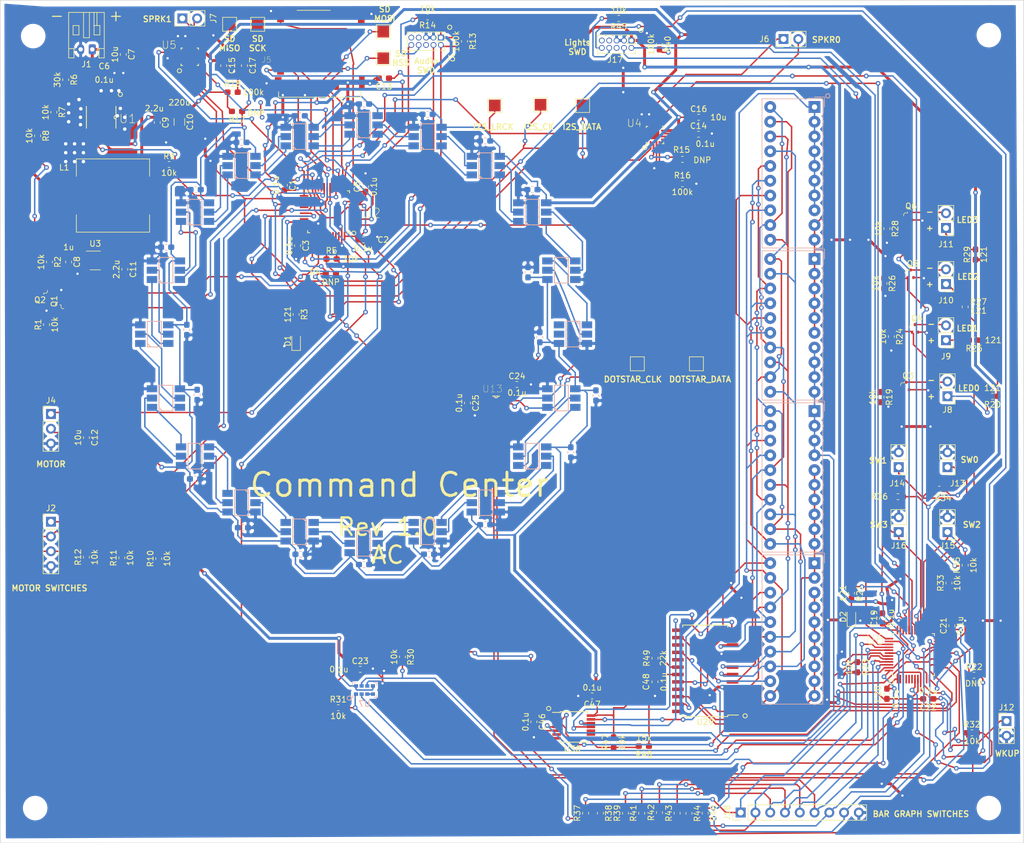
<source format=kicad_pcb>
(kicad_pcb (version 20171130) (host pcbnew "(5.1.0)-1")
  (layers (0 F.Cu signal) (31 B.Cu signal) (34 B.Paste user) (35 F.Paste user) (36 B.SilkS user) (37 F.SilkS user) (38 B.Mask user) (39 F.Mask user) (44 Edge.Cuts user))
  (net 0 "")
  (net 1 DIG7)
  (net 2 DIG6)
  (net 3 DIG5)
  (net 4 DIG4)
  (net 5 SEG_C)
  (net 6 SEG_D)
  (net 7 DIG3)
  (net 8 DIG2)
  (net 9 DIG1)
  (net 10 DIG0)
  (net 11 SEG_B)
  (net 12 SEG_A)
  (net 13 SEG_DP)
  (net 14 +3V3)
  (net 15 GND)
  (net 16 +BATT)
  (net 17 +5V)
  (net 18 "Net-(D1-Pad2)")
  (net 19 "Net-(D2-Pad2)")
  (net 20 "Net-(J2-Pad1)")
  (net 21 "Net-(J2-Pad2)")
  (net 22 "Net-(J2-Pad3)")
  (net 23 "Net-(J3-Pad9)")
  (net 24 nRST_AUDIO)
  (net 25 "Net-(J3-Pad7)")
  (net 26 "Net-(J3-Pad8)")
  (net 27 "Net-(J3-Pad6)")
  (net 28 SWCLK_AUDIO)
  (net 29 SWDIO_AUDIO)
  (net 30 "Net-(J4-Pad1)")
  (net 31 "Net-(J5-Pad1)")
  (net 32 SPI_NSS)
  (net 33 SPI_MOSI)
  (net 34 SPI_SCK)
  (net 35 SPI_MISO)
  (net 36 "Net-(J5-Pad8)")
  (net 37 SD_SW)
  (net 38 SD_DETECT)
  (net 39 "Net-(J6-Pad2)")
  (net 40 "Net-(J6-Pad1)")
  (net 41 "Net-(J7-Pad1)")
  (net 42 "Net-(J7-Pad2)")
  (net 43 "Net-(J8-Pad2)")
  (net 44 "Net-(J8-Pad1)")
  (net 45 "Net-(J9-Pad1)")
  (net 46 "Net-(J9-Pad2)")
  (net 47 "Net-(J10-Pad1)")
  (net 48 "Net-(J10-Pad2)")
  (net 49 "Net-(J11-Pad2)")
  (net 50 "Net-(J11-Pad1)")
  (net 51 WKUP)
  (net 52 "Net-(J13-Pad1)")
  (net 53 "Net-(J14-Pad1)")
  (net 54 "Net-(J15-Pad1)")
  (net 55 "Net-(J16-Pad1)")
  (net 56 SWDIO_LIGHT)
  (net 57 SWCLK_LIGHT)
  (net 58 "Net-(J17-Pad6)")
  (net 59 "Net-(J17-Pad8)")
  (net 60 "Net-(J17-Pad7)")
  (net 61 nRST_LIGHT)
  (net 62 "Net-(J17-Pad9)")
  (net 63 BG_SW0)
  (net 64 BG_SW1)
  (net 65 BG_SW2)
  (net 66 BG_SW3)
  (net 67 BG_SW4)
  (net 68 BG_SW5)
  (net 69 BG_SW6)
  (net 70 BG_SW7)
  (net 71 "Net-(L1-Pad2)")
  (net 72 "Net-(Q1-Pad3)")
  (net 73 PWR_ENB_3V)
  (net 74 PWR_ENB_5V)
  (net 75 LED0)
  (net 76 LED1)
  (net 77 LED2)
  (net 78 LED3)
  (net 79 "Net-(R3-Pad1)")
  (net 80 "Net-(R4-Pad2)")
  (net 81 "Net-(R6-Pad2)")
  (net 82 "Net-(R9-Pad2)")
  (net 83 "Net-(R15-Pad2)")
  (net 84 "Net-(R17-Pad2)")
  (net 85 "Net-(R21-Pad1)")
  (net 86 "Net-(R22-Pad2)")
  (net 87 I2C_SCL)
  (net 88 I2C_SDA)
  (net 89 "Net-(R47-Pad1)")
  (net 90 "Net-(R49-Pad2)")
  (net 91 I2S_WS)
  (net 92 I2S_CK)
  (net 93 I2S_SD)
  (net 94 DotStar_Data_5V)
  (net 95 DotStar_Clk_5V)
  (net 96 "Net-(U1-Pad12)")
  (net 97 "Net-(U1-Pad16)")
  (net 98 "Net-(U2-Pad46)")
  (net 99 "Net-(U2-Pad43)")
  (net 100 "Net-(U2-Pad42)")
  (net 101 "Net-(U2-Pad41)")
  (net 102 "Net-(U2-Pad40)")
  (net 103 "Net-(U2-Pad38)")
  (net 104 "Net-(U2-Pad33)")
  (net 105 AUDIO_UART_RX)
  (net 106 AUDIO_UART_TX)
  (net 107 "Net-(U2-Pad29)")
  (net 108 "Net-(U2-Pad27)")
  (net 109 "Net-(U2-Pad22)")
  (net 110 "Net-(U2-Pad21)")
  (net 111 "Net-(U2-Pad11)")
  (net 112 "Net-(U2-Pad6)")
  (net 113 "Net-(U2-Pad5)")
  (net 114 AUDIO_SD_N_1)
  (net 115 "Net-(U2-Pad3)")
  (net 116 AUDIO_SD_N_0)
  (net 117 "Net-(U3-Pad4)")
  (net 118 "Net-(U4-Pad5)")
  (net 119 "Net-(U4-Pad6)")
  (net 120 "Net-(U4-Pad12)")
  (net 121 "Net-(U4-Pad13)")
  (net 122 "Net-(U5-Pad13)")
  (net 123 "Net-(U5-Pad12)")
  (net 124 "Net-(U5-Pad6)")
  (net 125 "Net-(U5-Pad5)")
  (net 126 "Net-(U6-Pad2)")
  (net 127 "Net-(U6-Pad3)")
  (net 128 "Net-(U6-Pad4)")
  (net 129 "Net-(U6-Pad5)")
  (net 130 "Net-(U6-Pad6)")
  (net 131 "Net-(U6-Pad13)")
  (net 132 BG_SPI_SS)
  (net 133 BG_SPI_SCK)
  (net 134 "Net-(U6-Pad16)")
  (net 135 BG_SPI_MOSI)
  (net 136 DotStar_Data_3V)
  (net 137 DotStar_Clk_3V)
  (net 138 COLOR_INT)
  (net 139 "Net-(U7-Pad3)")
  (net 140 DotStar_CO_1)
  (net 141 DotStar_DO_1)
  (net 142 DotStar_CO_0)
  (net 143 DotStar_DO_0)
  (net 144 "Net-(U10-Pad5)")
  (net 145 "Net-(U10-Pad6)")
  (net 146 DotStar_CO_2)
  (net 147 DotStar_DO_2)
  (net 148 "Net-(U12-Pad6)")
  (net 149 DotStar_DO_3)
  (net 150 DotStar_CO_3)
  (net 151 "Net-(U12-Pad5)")
  (net 152 "Net-(U14-Pad5)")
  (net 153 "Net-(U14-Pad6)")
  (net 154 "Net-(U15-Pad5)")
  (net 155 "Net-(U15-Pad6)")
  (net 156 "Net-(U17-Pad6)")
  (net 157 "Net-(U17-Pad5)")
  (net 158 "Net-(U18-Pad6)")
  (net 159 "Net-(U18-Pad5)")
  (net 160 "Net-(U19-Pad6)")
  (net 161 "Net-(U19-Pad5)")
  (net 162 "Net-(U21-Pad5)")
  (net 163 "Net-(U21-Pad6)")
  (net 164 "Net-(U22-Pad6)")
  (net 165 "Net-(U22-Pad5)")
  (net 166 "Net-(U23-Pad6)")
  (net 167 "Net-(U23-Pad5)")
  (net 168 "Net-(U28-Pad6)")
  (net 169 "Net-(U28-Pad5)")
  (net 170 BG_SPI_MOSI_5V)
  (net 171 BG_SPI_SS_5V)
  (net 172 BG_SPI_SCK_5V)
  (net 173 "Net-(U29-Pad15)")
  (net 174 "Net-(U29-Pad17)")
  (net 175 "Net-(U29-Pad21)")
  (net 176 "Net-(U29-Pad24)")
  (net 177 "Net-(U30-Pad6)")
  (net 178 "Net-(U30-Pad9)")
  (net 179 "Net-(U30-Pad10)")
  (net 180 "Net-(U8-Pad5)")
  (net 181 "Net-(U8-Pad6)")
  (net 182 "Net-(U10-Pad2)")
  (net 183 "Net-(U10-Pad1)")
  (net 184 "Net-(U25-Pad6)")
  (net 185 "Net-(U25-Pad5)")
  (net 186 "Net-(U26-Pad5)")
  (net 187 "Net-(U26-Pad6)")
  (net 188 "Net-(U27-Pad6)")
  (net 189 "Net-(U27-Pad5)")
  (module Resistor_SMD:R_0603_1608Metric_Pad1.05x0.95mm_HandSolder (layer F.Cu) (at 231.14 120.283 90)
    (fp_text reference R33 (at 0 -1.43 90) (layer F.SilkS))
    (fp_text value 10k (at 0 1.43 90) (layer F.SilkS))
    (pad 1 smd roundrect (at -0.875 0 90) (size 1.05 0.95) (layers F.Cu F.Paste F.Mask) (net 14 +3V3))
    (pad 2 smd roundrect (at 0.875 0 90) (size 1.05 0.95) (layers F.Cu F.Paste F.Mask) (net 52 "Net-(J13-Pad1)"))
  )
  (module Display:HDSP-4830 (layer B.Cu) (at 208.026 116.84 180)
    (fp_text reference BAR4 hide)
    (fp_text value HDSP-4830_2)
    (pad 1 thru_hole rect (at 0 0 270) (size 2.032 2.032) (drill 0.9144) (layers *.Cu *.Mask) (net 12 SEG_A))
    (pad 2 thru_hole circle (at 0 -2.54 270) (size 2.032 2.032) (drill 0.9144) (layers *.Cu *.Mask) (net 12 SEG_A))
    (pad 3 thru_hole circle (at 0 -5.08 270) (size 2.032 2.032) (drill 0.9144) (layers *.Cu *.Mask) (net 13 SEG_DP))
    (pad 4 thru_hole circle (at 0 -7.62 270) (size 2.032 2.032) (drill 0.9144) (layers *.Cu *.Mask) (net 13 SEG_DP))
    (pad 13 thru_hole circle (at 7.62 -17.78 270) (size 2.032 2.032) (drill 0.9144) (layers *.Cu *.Mask) (net 8 DIG2))
    (pad 14 thru_hole circle (at 7.62 -15.24 270) (size 2.032 2.032) (drill 0.9144) (layers *.Cu *.Mask) (net 7 DIG3))
    (pad 15 thru_hole circle (at 7.62 -12.7 270) (size 2.032 2.032) (drill 0.9144) (layers *.Cu *.Mask) (net 4 DIG4))
    (pad 16 thru_hole circle (at 7.62 -10.16 270) (size 2.032 2.032) (drill 0.9144) (layers *.Cu *.Mask) (net 3 DIG5))
    (pad 5 thru_hole circle (at 0 -10.16 270) (size 2.032 2.032) (drill 0.9144) (layers *.Cu *.Mask) (net 13 SEG_DP))
    (pad 6 thru_hole circle (at 0 -12.7 270) (size 2.032 2.032) (drill 0.9144) (layers *.Cu *.Mask) (net 13 SEG_DP))
    (pad 7 thru_hole circle (at 0 -15.24 270) (size 2.032 2.032) (drill 0.9144) (layers *.Cu *.Mask) (net 13 SEG_DP))
    (pad 8 thru_hole circle (at 0 -17.78 270) (size 2.032 2.032) (drill 0.9144) (layers *.Cu *.Mask) (net 13 SEG_DP))
    (pad 12 thru_hole circle (at 7.62 -20.32 270) (size 2.032 2.032) (drill 0.9144) (layers *.Cu *.Mask) (net 9 DIG1))
    (pad 11 thru_hole circle (at 7.62 -22.86 270) (size 2.032 2.032) (drill 0.9144) (layers *.Cu *.Mask) (net 10 DIG0))
    (pad 10 thru_hole circle (at 0 -22.86 270) (size 2.032 2.032) (drill 0.9144) (layers *.Cu *.Mask) (net 13 SEG_DP))
    (pad 9 thru_hole circle (at 0 -20.32 270) (size 2.032 2.032) (drill 0.9144) (layers *.Cu *.Mask) (net 13 SEG_DP))
    (pad 17 thru_hole circle (at 7.62 -7.62 270) (size 2.032 2.032) (drill 0.9144) (layers *.Cu *.Mask) (net 2 DIG6))
    (pad 18 thru_hole circle (at 7.62 -5.08 270) (size 2.032 2.032) (drill 0.9144) (layers *.Cu *.Mask) (net 1 DIG7))
    (pad 19 thru_hole circle (at 7.62 -2.54 270) (size 2.032 2.032) (drill 0.9144) (layers *.Cu *.Mask) (net 10 DIG0))
    (pad 20 thru_hole circle (at 7.62 0 270) (size 2.032 2.032) (drill 0.9144) (layers *.Cu *.Mask) (net 9 DIG1))
  )
  (module Display:HDSP-4830 (layer B.Cu) (at 208.026 38.354 180)
    (fp_text reference BAR1 hide)
    (fp_text value HDSP-4830_2)
    (pad 20 thru_hole circle (at 7.62 0 270) (size 2.032 2.032) (drill 0.9144) (layers *.Cu *.Mask) (net 1 DIG7))
    (pad 19 thru_hole circle (at 7.62 -2.54 270) (size 2.032 2.032) (drill 0.9144) (layers *.Cu *.Mask) (net 2 DIG6))
    (pad 18 thru_hole circle (at 7.62 -5.08 270) (size 2.032 2.032) (drill 0.9144) (layers *.Cu *.Mask) (net 3 DIG5))
    (pad 17 thru_hole circle (at 7.62 -7.62 270) (size 2.032 2.032) (drill 0.9144) (layers *.Cu *.Mask) (net 4 DIG4))
    (pad 9 thru_hole circle (at 0 -20.32 270) (size 2.032 2.032) (drill 0.9144) (layers *.Cu *.Mask) (net 5 SEG_C))
    (pad 10 thru_hole circle (at 0 -22.86 270) (size 2.032 2.032) (drill 0.9144) (layers *.Cu *.Mask) (net 5 SEG_C))
    (pad 11 thru_hole circle (at 7.62 -22.86 270) (size 2.032 2.032) (drill 0.9144) (layers *.Cu *.Mask) (net 2 DIG6))
    (pad 12 thru_hole circle (at 7.62 -20.32 270) (size 2.032 2.032) (drill 0.9144) (layers *.Cu *.Mask) (net 1 DIG7))
    (pad 8 thru_hole circle (at 0 -17.78 270) (size 2.032 2.032) (drill 0.9144) (layers *.Cu *.Mask) (net 6 SEG_D))
    (pad 7 thru_hole circle (at 0 -15.24 270) (size 2.032 2.032) (drill 0.9144) (layers *.Cu *.Mask) (net 6 SEG_D))
    (pad 6 thru_hole circle (at 0 -12.7 270) (size 2.032 2.032) (drill 0.9144) (layers *.Cu *.Mask) (net 6 SEG_D))
    (pad 5 thru_hole circle (at 0 -10.16 270) (size 2.032 2.032) (drill 0.9144) (layers *.Cu *.Mask) (net 6 SEG_D))
    (pad 16 thru_hole circle (at 7.62 -10.16 270) (size 2.032 2.032) (drill 0.9144) (layers *.Cu *.Mask) (net 7 DIG3))
    (pad 15 thru_hole circle (at 7.62 -12.7 270) (size 2.032 2.032) (drill 0.9144) (layers *.Cu *.Mask) (net 8 DIG2))
    (pad 14 thru_hole circle (at 7.62 -15.24 270) (size 2.032 2.032) (drill 0.9144) (layers *.Cu *.Mask) (net 9 DIG1))
    (pad 13 thru_hole circle (at 7.62 -17.78 270) (size 2.032 2.032) (drill 0.9144) (layers *.Cu *.Mask) (net 10 DIG0))
    (pad 4 thru_hole circle (at 0 -7.62 270) (size 2.032 2.032) (drill 0.9144) (layers *.Cu *.Mask) (net 6 SEG_D))
    (pad 3 thru_hole circle (at 0 -5.08 270) (size 2.032 2.032) (drill 0.9144) (layers *.Cu *.Mask) (net 6 SEG_D))
    (pad 2 thru_hole circle (at 0 -2.54 270) (size 2.032 2.032) (drill 0.9144) (layers *.Cu *.Mask) (net 6 SEG_D))
    (pad 1 thru_hole rect (at 0 0 270) (size 2.032 2.032) (drill 0.9144) (layers *.Cu *.Mask) (net 6 SEG_D))
  )
  (module Display:HDSP-4830 (layer B.Cu) (at 208.026 64.516 180)
    (fp_text reference BAR2 hide)
    (fp_text value HDSP-4830_2)
    (pad 1 thru_hole rect (at 0 0 270) (size 2.032 2.032) (drill 0.9144) (layers *.Cu *.Mask) (net 5 SEG_C))
    (pad 2 thru_hole circle (at 0 -2.54 270) (size 2.032 2.032) (drill 0.9144) (layers *.Cu *.Mask) (net 5 SEG_C))
    (pad 3 thru_hole circle (at 0 -5.08 270) (size 2.032 2.032) (drill 0.9144) (layers *.Cu *.Mask) (net 5 SEG_C))
    (pad 4 thru_hole circle (at 0 -7.62 270) (size 2.032 2.032) (drill 0.9144) (layers *.Cu *.Mask) (net 5 SEG_C))
    (pad 13 thru_hole circle (at 7.62 -17.78 270) (size 2.032 2.032) (drill 0.9144) (layers *.Cu *.Mask) (net 2 DIG6))
    (pad 14 thru_hole circle (at 7.62 -15.24 270) (size 2.032 2.032) (drill 0.9144) (layers *.Cu *.Mask) (net 1 DIG7))
    (pad 15 thru_hole circle (at 7.62 -12.7 270) (size 2.032 2.032) (drill 0.9144) (layers *.Cu *.Mask) (net 10 DIG0))
    (pad 16 thru_hole circle (at 7.62 -10.16 270) (size 2.032 2.032) (drill 0.9144) (layers *.Cu *.Mask) (net 9 DIG1))
    (pad 5 thru_hole circle (at 0 -10.16 270) (size 2.032 2.032) (drill 0.9144) (layers *.Cu *.Mask) (net 5 SEG_C))
    (pad 6 thru_hole circle (at 0 -12.7 270) (size 2.032 2.032) (drill 0.9144) (layers *.Cu *.Mask) (net 5 SEG_C))
    (pad 7 thru_hole circle (at 0 -15.24 270) (size 2.032 2.032) (drill 0.9144) (layers *.Cu *.Mask) (net 11 SEG_B))
    (pad 8 thru_hole circle (at 0 -17.78 270) (size 2.032 2.032) (drill 0.9144) (layers *.Cu *.Mask) (net 11 SEG_B))
    (pad 12 thru_hole circle (at 7.62 -20.32 270) (size 2.032 2.032) (drill 0.9144) (layers *.Cu *.Mask) (net 3 DIG5))
    (pad 11 thru_hole circle (at 7.62 -22.86 270) (size 2.032 2.032) (drill 0.9144) (layers *.Cu *.Mask) (net 4 DIG4))
    (pad 10 thru_hole circle (at 0 -22.86 270) (size 2.032 2.032) (drill 0.9144) (layers *.Cu *.Mask) (net 11 SEG_B))
    (pad 9 thru_hole circle (at 0 -20.32 270) (size 2.032 2.032) (drill 0.9144) (layers *.Cu *.Mask) (net 11 SEG_B))
    (pad 17 thru_hole circle (at 7.62 -7.62 270) (size 2.032 2.032) (drill 0.9144) (layers *.Cu *.Mask) (net 8 DIG2))
    (pad 18 thru_hole circle (at 7.62 -5.08 270) (size 2.032 2.032) (drill 0.9144) (layers *.Cu *.Mask) (net 7 DIG3))
    (pad 19 thru_hole circle (at 7.62 -2.54 270) (size 2.032 2.032) (drill 0.9144) (layers *.Cu *.Mask) (net 4 DIG4))
    (pad 20 thru_hole circle (at 7.62 0 270) (size 2.032 2.032) (drill 0.9144) (layers *.Cu *.Mask) (net 3 DIG5))
  )
  (module Display:HDSP-4830 (layer B.Cu) (at 208.026 90.678 180)
    (fp_text reference BAR3 hide)
    (fp_text value HDSP-4830_2)
    (pad 20 thru_hole circle (at 7.62 0 270) (size 2.032 2.032) (drill 0.9144) (layers *.Cu *.Mask) (net 7 DIG3))
    (pad 19 thru_hole circle (at 7.62 -2.54 270) (size 2.032 2.032) (drill 0.9144) (layers *.Cu *.Mask) (net 8 DIG2))
    (pad 18 thru_hole circle (at 7.62 -5.08 270) (size 2.032 2.032) (drill 0.9144) (layers *.Cu *.Mask) (net 9 DIG1))
    (pad 17 thru_hole circle (at 7.62 -7.62 270) (size 2.032 2.032) (drill 0.9144) (layers *.Cu *.Mask) (net 10 DIG0))
    (pad 9 thru_hole circle (at 0 -20.32 270) (size 2.032 2.032) (drill 0.9144) (layers *.Cu *.Mask) (net 12 SEG_A))
    (pad 10 thru_hole circle (at 0 -22.86 270) (size 2.032 2.032) (drill 0.9144) (layers *.Cu *.Mask) (net 12 SEG_A))
    (pad 11 thru_hole circle (at 7.62 -22.86 270) (size 2.032 2.032) (drill 0.9144) (layers *.Cu *.Mask) (net 8 DIG2))
    (pad 12 thru_hole circle (at 7.62 -20.32 270) (size 2.032 2.032) (drill 0.9144) (layers *.Cu *.Mask) (net 7 DIG3))
    (pad 8 thru_hole circle (at 0 -17.78 270) (size 2.032 2.032) (drill 0.9144) (layers *.Cu *.Mask) (net 12 SEG_A))
    (pad 7 thru_hole circle (at 0 -15.24 270) (size 2.032 2.032) (drill 0.9144) (layers *.Cu *.Mask) (net 12 SEG_A))
    (pad 6 thru_hole circle (at 0 -12.7 270) (size 2.032 2.032) (drill 0.9144) (layers *.Cu *.Mask) (net 12 SEG_A))
    (pad 5 thru_hole circle (at 0 -10.16 270) (size 2.032 2.032) (drill 0.9144) (layers *.Cu *.Mask) (net 12 SEG_A))
    (pad 16 thru_hole circle (at 7.62 -10.16 270) (size 2.032 2.032) (drill 0.9144) (layers *.Cu *.Mask) (net 1 DIG7))
    (pad 15 thru_hole circle (at 7.62 -12.7 270) (size 2.032 2.032) (drill 0.9144) (layers *.Cu *.Mask) (net 2 DIG6))
    (pad 14 thru_hole circle (at 7.62 -15.24 270) (size 2.032 2.032) (drill 0.9144) (layers *.Cu *.Mask) (net 3 DIG5))
    (pad 13 thru_hole circle (at 7.62 -17.78 270) (size 2.032 2.032) (drill 0.9144) (layers *.Cu *.Mask) (net 4 DIG4))
    (pad 4 thru_hole circle (at 0 -7.62 270) (size 2.032 2.032) (drill 0.9144) (layers *.Cu *.Mask) (net 11 SEG_B))
    (pad 3 thru_hole circle (at 0 -5.08 270) (size 2.032 2.032) (drill 0.9144) (layers *.Cu *.Mask) (net 11 SEG_B))
    (pad 2 thru_hole circle (at 0 -2.54 270) (size 2.032 2.032) (drill 0.9144) (layers *.Cu *.Mask) (net 11 SEG_B))
    (pad 1 thru_hole rect (at 0 0 270) (size 2.032 2.032) (drill 0.9144) (layers *.Cu *.Mask) (net 11 SEG_B))
  )
  (module Capacitor_SMD:C_0402_1005Metric (layer F.Cu) (at 85.875 32.512)
    (fp_text reference C6 (at 0 -1.17) (layer F.SilkS))
    (fp_text value 0.1u (at 0 1.17) (layer F.SilkS))
    (pad 1 smd roundrect (at -0.485 0) (size 0.59 0.64) (layers F.Cu F.Paste F.Mask) (net 16 +BATT))
    (pad 2 smd roundrect (at 0.485 0) (size 0.59 0.64) (layers F.Cu F.Paste F.Mask) (net 15 GND))
  )
  (module Capacitor_SMD:C_0603_1608Metric_Pad1.05x0.95mm_HandSolder (layer F.Cu) (at 89.154 29.323 270)
    (fp_text reference C7 (at 0 -1.43 270) (layer F.SilkS))
    (fp_text value 10u (at 0 1.43 270) (layer F.SilkS))
    (pad 2 smd roundrect (at 0.875 0 270) (size 1.05 0.95) (layers F.Cu F.Paste F.Mask) (net 15 GND))
    (pad 1 smd roundrect (at -0.875 0 270) (size 1.05 0.95) (layers F.Cu F.Paste F.Mask) (net 16 +BATT))
  )
  (module Capacitor_SMD:C_0603_1608Metric_Pad1.05x0.95mm_HandSolder (layer F.Cu) (at 79.756 65.024 270)
    (fp_text reference C8 (at 0 -1.43 270) (layer F.SilkS))
    (fp_text value 1u (at -2.54 0) (layer F.SilkS))
    (pad 2 smd roundrect (at 0.875 0 270) (size 1.05 0.95) (layers F.Cu F.Paste F.Mask) (net 15 GND))
    (pad 1 smd roundrect (at -0.875 0 270) (size 1.05 0.95) (layers F.Cu F.Paste F.Mask) (net 16 +BATT))
  )
  (module Capacitor_SMD:C_0603_1608Metric_Pad1.05x0.95mm_HandSolder (layer F.Cu) (at 94.996 41.035 270)
    (fp_text reference C9 (at 0 -1.43 270) (layer F.SilkS))
    (fp_text value 2.2u (at -2.427 0.508) (layer F.SilkS))
    (pad 1 smd roundrect (at -0.875 0 270) (size 1.05 0.95) (layers F.Cu F.Paste F.Mask) (net 17 +5V))
    (pad 2 smd roundrect (at 0.875 0 270) (size 1.05 0.95) (layers F.Cu F.Paste F.Mask) (net 15 GND))
  )
  (module Capacitor_SMD:C_1206_3216Metric_Pad1.42x1.75mm_HandSolder (layer F.Cu) (at 98.806 40.9305 270)
    (fp_text reference C10 (at 0 -1.82 270) (layer F.SilkS))
    (fp_text value 220u (at -3.3385 0) (layer F.SilkS))
    (pad 1 smd roundrect (at -1.4875 0 270) (size 1.425 1.75) (layers F.Cu F.Paste F.Mask) (roundrect_rratio 0.175439) (net 17 +5V))
    (pad 2 smd roundrect (at 1.4875 0 270) (size 1.425 1.75) (layers F.Cu F.Paste F.Mask) (roundrect_rratio 0.175439) (net 15 GND))
  )
  (module Capacitor_SMD:C_0603_1608Metric_Pad1.05x0.95mm_HandSolder (layer F.Cu) (at 89.408 66.294 270)
    (fp_text reference C11 (at 0 -1.43 270) (layer F.SilkS))
    (fp_text value 2.2u (at 0 1.43 270) (layer F.SilkS))
    (pad 1 smd roundrect (at -0.875 0 270) (size 1.05 0.95) (layers F.Cu F.Paste F.Mask) (net 14 +3V3))
    (pad 2 smd roundrect (at 0.875 0 270) (size 1.05 0.95) (layers F.Cu F.Paste F.Mask) (net 15 GND))
  )
  (module Capacitor_SMD:C_0603_1608Metric_Pad1.05x0.95mm_HandSolder (layer F.Cu) (at 82.804 95.25 270)
    (fp_text reference C12 (at 0 -1.43 270) (layer F.SilkS))
    (fp_text value 10u (at 0 1.43 270) (layer F.SilkS))
    (pad 2 smd roundrect (at 0.875 0 270) (size 1.05 0.95) (layers F.Cu F.Paste F.Mask) (net 15 GND))
    (pad 1 smd roundrect (at -0.875 0 270) (size 1.05 0.95) (layers F.Cu F.Paste F.Mask) (net 17 +5V))
  )
  (module Capacitor_SMD:C_0603_1608Metric_Pad1.05x0.95mm_HandSolder (layer F.Cu) (at 188.101 40.132)
    (fp_text reference C16 (at 0 -1.43) (layer F.SilkS))
    (fp_text value 10u (at 3.415 0) (layer F.SilkS))
    (pad 1 smd roundrect (at -0.875 0) (size 1.05 0.95) (layers F.Cu F.Paste F.Mask) (net 17 +5V))
    (pad 2 smd roundrect (at 0.875 0) (size 1.05 0.95) (layers F.Cu F.Paste F.Mask) (net 15 GND))
  )
  (module Capacitor_SMD:C_0603_1608Metric_Pad1.05x0.95mm_HandSolder (layer F.Cu) (at 109.982 31.242 270)
    (fp_text reference C17 (at 0 -1.43 270) (layer F.SilkS))
    (fp_text value 10u)
    (pad 1 smd roundrect (at -0.875 0 270) (size 1.05 0.95) (layers F.Cu F.Paste F.Mask) (net 17 +5V))
    (pad 2 smd roundrect (at 0.875 0 270) (size 1.05 0.95) (layers F.Cu F.Paste F.Mask) (net 15 GND))
  )
  (module LED_SMD:LED_0603_1608Metric_Pad1.05x0.95mm_HandSolder (layer F.Cu) (at 118.872 78.599 90)
    (fp_text reference D1 (at 0 -1.43 90) (layer F.SilkS))
    (fp_text value LED)
    (pad 2 smd roundrect (at 0.875 0 90) (size 1.05 0.95) (layers F.Cu F.Paste F.Mask) (net 18 "Net-(D1-Pad2)"))
    (pad 1 smd roundrect (at -0.875 0 90) (size 1.05 0.95) (layers F.Cu F.Paste F.Mask) (net 15 GND))
  )
  (module LED_SMD:LED_0603_1608Metric_Pad1.05x0.95mm_HandSolder (layer F.Cu) (at 214.376 126.097 90)
    (fp_text reference D2 (at 0 -1.43 90) (layer F.SilkS))
    (fp_text value LED)
    (pad 1 smd roundrect (at -0.875 0 90) (size 1.05 0.95) (layers F.Cu F.Paste F.Mask) (net 15 GND))
    (pad 2 smd roundrect (at 0.875 0 90) (size 1.05 0.95) (layers F.Cu F.Paste F.Mask) (net 19 "Net-(D2-Pad2)"))
  )
  (module Connector_PinHeader_2.54mm:PinHeader_1x04_P2.54mm_Vertical (layer F.Cu) (at 76.708 109.728)
    (fp_text reference J2 (at 0 -2.33) (layer F.SilkS))
    (fp_text value Motor_Switches)
    (pad 1 thru_hole rect (at 0 0) (size 1.7 1.7) (drill 1) (layers *.Cu *.Mask) (net 20 "Net-(J2-Pad1)"))
    (pad 2 thru_hole oval (at 0 2.54) (size 1.7 1.7) (drill 1) (layers *.Cu *.Mask) (net 21 "Net-(J2-Pad2)"))
    (pad 3 thru_hole oval (at 0 5.08) (size 1.7 1.7) (drill 1) (layers *.Cu *.Mask) (net 22 "Net-(J2-Pad3)"))
    (pad 4 thru_hole oval (at 0 7.62) (size 1.7 1.7) (drill 1) (layers *.Cu *.Mask) (net 15 GND))
  )
  (module CommandCenter:JLink_Mini_0p05 (layer F.Cu) (at 143.764 27.686 270)
    (fp_text reference J3 (at 2.286 -1.695) (layer F.SilkS))
    (fp_text value JLink_Mini hide)
    (pad 9 thru_hole oval (at -1.27 5.08 270) (size 1 1) (drill 0.7) (layers *.Cu *.Mask) (net 23 "Net-(J3-Pad9)"))
    (pad 10 thru_hole oval (at 0 5.08 270) (size 1 1) (drill 0.7) (layers *.Cu *.Mask) (net 24 nRST_AUDIO))
    (pad 7 thru_hole oval (at -1.27 3.81 270) (size 1 1) (drill 0.7) (layers *.Cu *.Mask) (net 25 "Net-(J3-Pad7)"))
    (pad 8 thru_hole oval (at 0 3.81 270) (size 1 1) (drill 0.7) (layers *.Cu *.Mask) (net 26 "Net-(J3-Pad8)"))
    (pad 5 thru_hole oval (at -1.27 2.54 270) (size 1 1) (drill 0.7) (layers *.Cu *.Mask) (net 15 GND))
    (pad 6 thru_hole oval (at 0 2.54 270) (size 1 1) (drill 0.7) (layers *.Cu *.Mask) (net 27 "Net-(J3-Pad6)"))
    (pad 3 thru_hole oval (at -1.27 1.27 270) (size 1 1) (drill 0.7) (layers *.Cu *.Mask) (net 15 GND))
    (pad 4 thru_hole oval (at 0 1.27 270) (size 1 1) (drill 0.7) (layers *.Cu *.Mask) (net 28 SWCLK_AUDIO))
    (pad 1 thru_hole rect (at -1.27 0 270) (size 1 1) (drill 0.7) (layers *.Cu *.Mask) (net 14 +3V3))
    (pad 2 thru_hole oval (at 0 0 270) (size 1 1) (drill 0.7) (layers *.Cu *.Mask) (net 29 SWDIO_AUDIO))
  )
  (module Connector_PinHeader_2.54mm:PinHeader_1x03_P2.54mm_Vertical (layer F.Cu) (at 76.708 91.186)
    (fp_text reference J4 (at 0 -2.33) (layer F.SilkS))
    (fp_text value Motor)
    (pad 1 thru_hole rect (at 0 0) (size 1.7 1.7) (drill 1) (layers *.Cu *.Mask) (net 30 "Net-(J4-Pad1)"))
    (pad 2 thru_hole oval (at 0 2.54) (size 1.7 1.7) (drill 1) (layers *.Cu *.Mask) (net 17 +5V))
    (pad 3 thru_hole oval (at 0 5.08) (size 1.7 1.7) (drill 1) (layers *.Cu *.Mask) (net 15 GND))
  )
  (module CommandCenter:MOLEX_503182-1852 (layer F.Cu) (at 122.936 28.448 180)
    (fp_text reference J5 (at 9.144 -1.778) (layer F.SilkS) (effects (font (size 1.00288 1.00288) (thickness 0.05))))
    (fp_text value 503182-1852 hide)
    (pad 1 smd rect (at -2.9 -6.355 180) (size 0.8 1.24) (layers F.Cu F.Paste F.Mask) (net 31 "Net-(J5-Pad1)"))
    (pad 2 smd rect (at -1.8 -6.355 180) (size 0.8 1.24) (layers F.Cu F.Paste F.Mask) (net 32 SPI_NSS))
    (pad 3 smd rect (at -0.7 -6.355 180) (size 0.8 1.24) (layers F.Cu F.Paste F.Mask) (net 33 SPI_MOSI))
    (pad 4 smd rect (at 0.4 -6.355 180) (size 0.8 1.24) (layers F.Cu F.Paste F.Mask) (net 14 +3V3))
    (pad 5 smd rect (at 1.5 -6.355 180) (size 0.8 1.24) (layers F.Cu F.Paste F.Mask) (net 34 SPI_SCK))
    (pad 6 smd rect (at 2.6 -6.355 180) (size 0.8 1.24) (layers F.Cu F.Paste F.Mask) (net 15 GND))
    (pad 7 smd rect (at 3.7 -6.355 180) (size 0.8 1.24) (layers F.Cu F.Paste F.Mask) (net 35 SPI_MISO))
    (pad 8 smd rect (at 4.8 -6.355 180) (size 0.8 1.24) (layers F.Cu F.Paste F.Mask) (net 36 "Net-(J5-Pad8)"))
    (pad P1 smd rect (at -7.245 -5.725 180) (size 0.95 2.5) (layers F.Cu F.Paste F.Mask) (net 15 GND))
    (pad P2 smd rect (at 7.145 -5.875 180) (size 1.15 2.2) (layers F.Cu F.Paste F.Mask) (net 15 GND))
    (pad SW smd rect (at 6.74 -3.725 180) (size 1.16 1.25) (layers F.Cu F.Paste F.Mask) (net 37 SD_SW))
    (pad DT smd rect (at 6.74 5.275 180) (size 1.16 1.2) (layers F.Cu F.Paste F.Mask) (net 38 SD_DETECT))
    (pad P3 smd rect (at -7.145 5.605 180) (size 1.15 2.2) (layers F.Cu F.Paste F.Mask) (net 15 GND))
    (pad P4 smd rect (at -2.84 6.4 180) (size 1.5 1.15) (layers F.Cu F.Paste F.Mask) (net 15 GND))
    (pad P5 smd rect (at 4.94 6.4 180) (size 1.5 1.15) (layers F.Cu F.Paste F.Mask) (net 15 GND))
  )
  (module Connector_PinHeader_2.54mm:PinHeader_1x02_P2.54mm_Vertical (layer F.Cu) (at 202.692 26.67 90)
    (fp_text reference J6 (at 0 -3.302 180) (layer F.SilkS))
    (fp_text value SPKR0)
    (pad 2 thru_hole oval (at 0 2.54 90) (size 1.7 1.7) (drill 1) (layers *.Cu *.Mask) (net 39 "Net-(J6-Pad2)"))
    (pad 1 thru_hole rect (at 0 0 90) (size 1.7 1.7) (drill 1) (layers *.Cu *.Mask) (net 40 "Net-(J6-Pad1)"))
  )
  (module Connector_PinHeader_2.54mm:PinHeader_1x02_P2.54mm_Vertical (layer F.Cu) (at 99.314 23.114 90)
    (fp_text reference J7 (at 0 5.334 90) (layer F.SilkS))
    (fp_text value SPKR1)
    (pad 1 thru_hole rect (at 0 0 90) (size 1.7 1.7) (drill 1) (layers *.Cu *.Mask) (net 41 "Net-(J7-Pad1)"))
    (pad 2 thru_hole oval (at 0 2.54 90) (size 1.7 1.7) (drill 1) (layers *.Cu *.Mask) (net 42 "Net-(J7-Pad2)"))
  )
  (module Connector_PinHeader_2.54mm:PinHeader_1x02_P2.54mm_Vertical (layer F.Cu) (at 230.886 88.138 180)
    (fp_text reference J8 (at 0 -2.33 180) (layer F.SilkS))
    (fp_text value LED0)
    (pad 2 thru_hole oval (at 0 2.54 180) (size 1.7 1.7) (drill 1) (layers *.Cu *.Mask) (net 43 "Net-(J8-Pad2)"))
    (pad 1 thru_hole rect (at 0 0 180) (size 1.7 1.7) (drill 1) (layers *.Cu *.Mask) (net 44 "Net-(J8-Pad1)"))
  )
  (module Connector_PinHeader_2.54mm:PinHeader_1x02_P2.54mm_Vertical (layer F.Cu) (at 230.632 78.486 180)
    (fp_text reference J9 (at 0 -2.794 180) (layer F.SilkS))
    (fp_text value LED1)
    (pad 1 thru_hole rect (at 0 0 180) (size 1.7 1.7) (drill 1) (layers *.Cu *.Mask) (net 45 "Net-(J9-Pad1)"))
    (pad 2 thru_hole oval (at 0 2.54 180) (size 1.7 1.7) (drill 1) (layers *.Cu *.Mask) (net 46 "Net-(J9-Pad2)"))
  )
  (module Connector_PinHeader_2.54mm:PinHeader_1x02_P2.54mm_Vertical (layer F.Cu) (at 230.632 68.834 180)
    (fp_text reference J10 (at 0 -2.794 180) (layer F.SilkS))
    (fp_text value LED2)
    (pad 1 thru_hole rect (at 0 0 180) (size 1.7 1.7) (drill 1) (layers *.Cu *.Mask) (net 47 "Net-(J10-Pad1)"))
    (pad 2 thru_hole oval (at 0 2.54 180) (size 1.7 1.7) (drill 1) (layers *.Cu *.Mask) (net 48 "Net-(J10-Pad2)"))
  )
  (module Connector_PinHeader_2.54mm:PinHeader_1x02_P2.54mm_Vertical (layer F.Cu) (at 230.632 59.182 180)
    (fp_text reference J11 (at 0 -2.794 180) (layer F.SilkS))
    (fp_text value LED3)
    (pad 2 thru_hole oval (at 0 2.54 180) (size 1.7 1.7) (drill 1) (layers *.Cu *.Mask) (net 49 "Net-(J11-Pad2)"))
    (pad 1 thru_hole rect (at 0 0 180) (size 1.7 1.7) (drill 1) (layers *.Cu *.Mask) (net 50 "Net-(J11-Pad1)"))
  )
  (module Connector_PinHeader_2.54mm:PinHeader_1x02_P2.54mm_Vertical (layer F.Cu) (at 241.046 144.018)
    (fp_text reference J12 (at 0 -2.33) (layer F.SilkS))
    (fp_text value Wake)
    (pad 1 thru_hole rect (at 0 0) (size 1.7 1.7) (drill 1) (layers *.Cu *.Mask) (net 51 WKUP))
    (pad 2 thru_hole oval (at 0 2.54) (size 1.7 1.7) (drill 1) (layers *.Cu *.Mask) (net 15 GND))
  )
  (module Connector_PinHeader_2.54mm:PinHeader_1x02_P2.54mm_Vertical (layer F.Cu) (at 230.886 111.506 180)
    (fp_text reference J15 (at 0 -2.33 180) (layer F.SilkS))
    (fp_text value SW2)
    (pad 1 thru_hole rect (at 0 0 180) (size 1.7 1.7) (drill 1) (layers *.Cu *.Mask) (net 54 "Net-(J15-Pad1)"))
    (pad 2 thru_hole oval (at 0 2.54 180) (size 1.7 1.7) (drill 1) (layers *.Cu *.Mask) (net 15 GND))
  )
  (module Connector_PinHeader_2.54mm:PinHeader_1x02_P2.54mm_Vertical (layer F.Cu) (at 222.504 111.506 180)
    (fp_text reference J16 (at 0 -2.33 180) (layer F.SilkS))
    (fp_text value SW3)
    (pad 2 thru_hole oval (at 0 2.54 180) (size 1.7 1.7) (drill 1) (layers *.Cu *.Mask) (net 15 GND))
    (pad 1 thru_hole rect (at 0 0 180) (size 1.7 1.7) (drill 1) (layers *.Cu *.Mask) (net 55 "Net-(J16-Pad1)"))
  )
  (module CommandCenter:JLink_Mini_0p05 (layer F.Cu) (at 176.53 28.194 270)
    (fp_text reference J17 (at 2.032 2.794) (layer F.SilkS))
    (fp_text value JLink_Mini hide)
    (pad 2 thru_hole oval (at 0 0 270) (size 1 1) (drill 0.7) (layers *.Cu *.Mask) (net 56 SWDIO_LIGHT))
    (pad 1 thru_hole rect (at -1.27 0 270) (size 1 1) (drill 0.7) (layers *.Cu *.Mask) (net 14 +3V3))
    (pad 4 thru_hole oval (at 0 1.27 270) (size 1 1) (drill 0.7) (layers *.Cu *.Mask) (net 57 SWCLK_LIGHT))
    (pad 3 thru_hole oval (at -1.27 1.27 270) (size 1 1) (drill 0.7) (layers *.Cu *.Mask) (net 15 GND))
    (pad 6 thru_hole oval (at 0 2.54 270) (size 1 1) (drill 0.7) (layers *.Cu *.Mask) (net 58 "Net-(J17-Pad6)"))
    (pad 5 thru_hole oval (at -1.27 2.54 270) (size 1 1) (drill 0.7) (layers *.Cu *.Mask) (net 15 GND))
    (pad 8 thru_hole oval (at 0 3.81 270) (size 1 1) (drill 0.7) (layers *.Cu *.Mask) (net 59 "Net-(J17-Pad8)"))
    (pad 7 thru_hole oval (at -1.27 3.81 270) (size 1 1) (drill 0.7) (layers *.Cu *.Mask) (net 60 "Net-(J17-Pad7)"))
    (pad 10 thru_hole oval (at 0 5.08 270) (size 1 1) (drill 0.7) (layers *.Cu *.Mask) (net 61 nRST_LIGHT))
    (pad 9 thru_hole oval (at -1.27 5.08 270) (size 1 1) (drill 0.7) (layers *.Cu *.Mask) (net 62 "Net-(J17-Pad9)"))
  )
  (module Connector_PinHeader_2.54mm:PinHeader_1x09_P2.54mm_Vertical (layer F.Cu) (at 195.326 159.766 90)
    (fp_text reference J18 (at 0 -2.33 90) (layer F.SilkS))
    (fp_text value "Bar Graph SW")
    (pad 1 thru_hole rect (at 0 0 90) (size 1.7 1.7) (drill 1) (layers *.Cu *.Mask) (net 63 BG_SW0))
    (pad 2 thru_hole oval (at 0 2.54 90) (size 1.7 1.7) (drill 1) (layers *.Cu *.Mask) (net 64 BG_SW1))
    (pad 3 thru_hole oval (at 0 5.08 90) (size 1.7 1.7) (drill 1) (layers *.Cu *.Mask) (net 65 BG_SW2))
    (pad 4 thru_hole oval (at 0 7.62 90) (size 1.7 1.7) (drill 1) (layers *.Cu *.Mask) (net 66 BG_SW3))
    (pad 5 thru_hole oval (at 0 10.16 90) (size 1.7 1.7) (drill 1) (layers *.Cu *.Mask) (net 67 BG_SW4))
    (pad 6 thru_hole oval (at 0 12.7 90) (size 1.7 1.7) (drill 1) (layers *.Cu *.Mask) (net 68 BG_SW5))
    (pad 7 thru_hole oval (at 0 15.24 90) (size 1.7 1.7) (drill 1) (layers *.Cu *.Mask) (net 69 BG_SW6))
    (pad 8 thru_hole oval (at 0 17.78 90) (size 1.7 1.7) (drill 1) (layers *.Cu *.Mask) (net 70 BG_SW7))
    (pad 9 thru_hole oval (at 0 20.32 90) (size 1.7 1.7) (drill 1) (layers *.Cu *.Mask) (net 15 GND))
  )
  (module Inductor_SMD:L_12x12mm_H4.5mm (layer F.Cu) (at 87.376 53.594)
    (fp_text reference L1 (at -8.382 -4.826) (layer F.SilkS))
    (fp_text value 6.8u)
    (pad 1 smd rect (at -4.95 0) (size 2.9 5.4) (layers F.Cu F.Paste F.Mask) (net 16 +BATT))
    (pad 2 smd rect (at 4.95 0) (size 2.9 5.4) (layers F.Cu F.Paste F.Mask) (net 71 "Net-(L1-Pad2)"))
  )
  (module digikey-footprints:SOT-523 (layer F.Cu) (at 78.994 72.136 90)
    (fp_text reference Q1 (at 0.35 -1.72476 90) (layer F.SilkS))
    (fp_text value DMG1012T-7)
    (pad 3 smd rect (at 0 -0.65 90) (size 0.4 0.51) (layers F.Cu F.Paste F.Mask) (net 72 "Net-(Q1-Pad3)"))
    (pad 1 smd rect (at -0.5 0.65 90) (size 0.4 0.51) (layers F.Cu F.Paste F.Mask) (net 73 PWR_ENB_3V))
    (pad 2 smd rect (at 0.5 0.65 90) (size 0.4 0.51) (layers F.Cu F.Paste F.Mask) (net 15 GND))
  )
  (module digikey-footprints:SOT-523 (layer F.Cu) (at 75.184 69.85 180)
    (fp_text reference Q2 (at 0.35 -1.72476 180) (layer F.SilkS))
    (fp_text value DMG1012T-7)
    (pad 2 smd rect (at 0.5 0.65 180) (size 0.4 0.51) (layers F.Cu F.Paste F.Mask) (net 15 GND))
    (pad 1 smd rect (at -0.5 0.65 180) (size 0.4 0.51) (layers F.Cu F.Paste F.Mask) (net 72 "Net-(Q1-Pad3)"))
    (pad 3 smd rect (at 0 -0.65 180) (size 0.4 0.51) (layers F.Cu F.Paste F.Mask) (net 74 PWR_ENB_5V))
  )
  (module digikey-footprints:SOT-523 (layer F.Cu) (at 223.774 86.36)
    (fp_text reference Q3 (at 0.35 -1.72476) (layer F.SilkS))
    (fp_text value DMG1012T-7)
    (pad 2 smd rect (at 0.5 0.65) (size 0.4 0.51) (layers F.Cu F.Paste F.Mask) (net 15 GND))
    (pad 1 smd rect (at -0.5 0.65) (size 0.4 0.51) (layers F.Cu F.Paste F.Mask) (net 75 LED0))
    (pad 3 smd rect (at 0 -0.65) (size 0.4 0.51) (layers F.Cu F.Paste F.Mask) (net 43 "Net-(J8-Pad2)"))
  )
  (module digikey-footprints:SOT-523 (layer F.Cu) (at 225.298 76.454)
    (fp_text reference Q4 (at 0.35 -1.72476) (layer F.SilkS))
    (fp_text value DMG1012T-7)
    (pad 3 smd rect (at 0 -0.65) (size 0.4 0.51) (layers F.Cu F.Paste F.Mask) (net 46 "Net-(J9-Pad2)"))
    (pad 1 smd rect (at -0.5 0.65) (size 0.4 0.51) (layers F.Cu F.Paste F.Mask) (net 76 LED1))
    (pad 2 smd rect (at 0.5 0.65) (size 0.4 0.51) (layers F.Cu F.Paste F.Mask) (net 15 GND))
  )
  (module digikey-footprints:SOT-523 (layer F.Cu) (at 224.536 67.056)
    (fp_text reference Q5 (at 0.35 -1.72476) (layer F.SilkS))
    (fp_text value DMG1012T-7)
    (pad 3 smd rect (at 0 -0.65) (size 0.4 0.51) (layers F.Cu F.Paste F.Mask) (net 48 "Net-(J10-Pad2)"))
    (pad 1 smd rect (at -0.5 0.65) (size 0.4 0.51) (layers F.Cu F.Paste F.Mask) (net 77 LED2))
    (pad 2 smd rect (at 0.5 0.65) (size 0.4 0.51) (layers F.Cu F.Paste F.Mask) (net 15 GND))
  )
  (module digikey-footprints:SOT-523 (layer F.Cu) (at 224.282 57.15)
    (fp_text reference Q6 (at 0.35 -1.72476) (layer F.SilkS))
    (fp_text value DMG1012T-7)
    (pad 2 smd rect (at 0.5 0.65) (size 0.4 0.51) (layers F.Cu F.Paste F.Mask) (net 15 GND))
    (pad 1 smd rect (at -0.5 0.65) (size 0.4 0.51) (layers F.Cu F.Paste F.Mask) (net 78 LED3))
    (pad 3 smd rect (at 0 -0.65) (size 0.4 0.51) (layers F.Cu F.Paste F.Mask) (net 49 "Net-(J11-Pad2)"))
  )
  (module Resistor_SMD:R_0603_1608Metric_Pad1.05x0.95mm_HandSolder (layer F.Cu) (at 75.946 75.805 90)
    (fp_text reference R1 (at 0 -1.43 90) (layer F.SilkS))
    (fp_text value 10k (at 0 1.43 90) (layer F.SilkS))
    (pad 1 smd roundrect (at -0.875 0 90) (size 1.05 0.95) (layers F.Cu F.Paste F.Mask) (net 73 PWR_ENB_3V))
    (pad 2 smd roundrect (at 0.875 0 90) (size 1.05 0.95) (layers F.Cu F.Paste F.Mask) (net 15 GND))
  )
  (module Resistor_SMD:R_0603_1608Metric_Pad1.05x0.95mm_HandSolder (layer F.Cu) (at 76.454 65.024 270)
    (fp_text reference R2 (at 0 -1.43 270) (layer F.SilkS))
    (fp_text value 10k (at 0 1.43 270) (layer F.SilkS))
    (pad 2 smd roundrect (at 0.875 0 270) (size 1.05 0.95) (layers F.Cu F.Paste F.Mask) (net 72 "Net-(Q1-Pad3)"))
    (pad 1 smd roundrect (at -0.875 0 270) (size 1.05 0.95) (layers F.Cu F.Paste F.Mask) (net 16 +BATT))
  )
  (module Resistor_SMD:R_0603_1608Metric_Pad1.05x0.95mm_HandSolder (layer F.Cu) (at 118.872 74.055 270)
    (fp_text reference R3 (at 0 -1.43 270) (layer F.SilkS))
    (fp_text value 121 (at 0 1.43 270) (layer F.SilkS))
    (pad 2 smd roundrect (at 0.875 0 270) (size 1.05 0.95) (layers F.Cu F.Paste F.Mask) (net 18 "Net-(D1-Pad2)"))
    (pad 1 smd roundrect (at -0.875 0 270) (size 1.05 0.95) (layers F.Cu F.Paste F.Mask) (net 79 "Net-(R3-Pad1)"))
  )
  (module Resistor_SMD:R_0603_1608Metric_Pad1.05x0.95mm_HandSolder (layer F.Cu) (at 124.855 67.056)
    (fp_text reference R4 (at -2.681 -0.254) (layer F.SilkS))
    (fp_text value DNP (at 0 1.43) (layer F.SilkS))
    (pad 1 smd roundrect (at -0.875 0) (size 1.05 0.95) (layers F.Cu F.Paste F.Mask) (net 14 +3V3))
    (pad 2 smd roundrect (at 0.875 0) (size 1.05 0.95) (layers F.Cu F.Paste F.Mask) (net 80 "Net-(R4-Pad2)"))
  )
  (module Resistor_SMD:R_0603_1608Metric_Pad1.05x0.95mm_HandSolder (layer F.Cu) (at 124.968 64.516)
    (fp_text reference R5 (at 0 -1.43) (layer F.SilkS))
    (fp_text value 10k (at 3.302 0) (layer F.SilkS))
    (pad 2 smd roundrect (at 0.875 0) (size 1.05 0.95) (layers F.Cu F.Paste F.Mask) (net 15 GND))
    (pad 1 smd roundrect (at -0.875 0) (size 1.05 0.95) (layers F.Cu F.Paste F.Mask) (net 80 "Net-(R4-Pad2)"))
  )
  (module Resistor_SMD:R_0603_1608Metric_Pad1.05x0.95mm_HandSolder (layer F.Cu) (at 79.248 33.669 270)
    (fp_text reference R6 (at 0 -1.43 270) (layer F.SilkS))
    (fp_text value 30k (at 0 1.43 270) (layer F.SilkS))
    (pad 1 smd roundrect (at -0.875 0 270) (size 1.05 0.95) (layers F.Cu F.Paste F.Mask) (net 16 +BATT))
    (pad 2 smd roundrect (at 0.875 0 270) (size 1.05 0.95) (layers F.Cu F.Paste F.Mask) (net 81 "Net-(R6-Pad2)"))
  )
  (module Resistor_SMD:R_0603_1608Metric_Pad1.05x0.95mm_HandSolder (layer F.Cu) (at 77.216 39.257 270)
    (fp_text reference R7 (at 0 -1.43 270) (layer F.SilkS))
    (fp_text value 10k (at 0 1.43 270) (layer F.SilkS))
    (pad 1 smd roundrect (at -0.875 0 270) (size 1.05 0.95) (layers F.Cu F.Paste F.Mask) (net 81 "Net-(R6-Pad2)"))
    (pad 2 smd roundrect (at 0.875 0 270) (size 1.05 0.95) (layers F.Cu F.Paste F.Mask) (net 15 GND))
  )
  (module Resistor_SMD:R_0603_1608Metric_Pad1.05x0.95mm_HandSolder (layer F.Cu) (at 74.422 43.321 270)
    (fp_text reference R8 (at 0 -1.43 270) (layer F.SilkS))
    (fp_text value 10k (at 0 1.43 270) (layer F.SilkS))
    (pad 2 smd roundrect (at 0.875 0 270) (size 1.05 0.95) (layers F.Cu F.Paste F.Mask) (net 74 PWR_ENB_5V))
    (pad 1 smd roundrect (at -0.875 0 270) (size 1.05 0.95) (layers F.Cu F.Paste F.Mask) (net 16 +BATT))
  )
  (module Resistor_SMD:R_0603_1608Metric_Pad1.05x0.95mm_HandSolder (layer F.Cu) (at 97.028 48.26)
    (fp_text reference R9 (at 0 -1.43) (layer F.SilkS))
    (fp_text value 10k (at 0 1.43) (layer F.SilkS))
    (pad 1 smd roundrect (at -0.875 0) (size 1.05 0.95) (layers F.Cu F.Paste F.Mask) (net 14 +3V3))
    (pad 2 smd roundrect (at 0.875 0) (size 1.05 0.95) (layers F.Cu F.Paste F.Mask) (net 82 "Net-(R9-Pad2)"))
  )
  (module Resistor_SMD:R_0603_1608Metric_Pad1.05x0.95mm_HandSolder (layer F.Cu) (at 95.25 116.078 90)
    (fp_text reference R10 (at 0 -1.43 90) (layer F.SilkS))
    (fp_text value 10k (at 0 1.43 90) (layer F.SilkS))
    (pad 1 smd roundrect (at -0.875 0 90) (size 1.05 0.95) (layers F.Cu F.Paste F.Mask) (net 14 +3V3))
    (pad 2 smd roundrect (at 0.875 0 90) (size 1.05 0.95) (layers F.Cu F.Paste F.Mask) (net 20 "Net-(J2-Pad1)"))
  )
  (module Resistor_SMD:R_0603_1608Metric_Pad1.05x0.95mm_HandSolder (layer F.Cu) (at 88.9 115.937 90)
    (fp_text reference R11 (at 0 -1.43 90) (layer F.SilkS))
    (fp_text value 10k (at 0 1.43 90) (layer F.SilkS))
    (pad 2 smd roundrect (at 0.875 0 90) (size 1.05 0.95) (layers F.Cu F.Paste F.Mask) (net 21 "Net-(J2-Pad2)"))
    (pad 1 smd roundrect (at -0.875 0 90) (size 1.05 0.95) (layers F.Cu F.Paste F.Mask) (net 14 +3V3))
  )
  (module Resistor_SMD:R_0603_1608Metric_Pad1.05x0.95mm_HandSolder (layer F.Cu) (at 82.804 115.824 90)
    (fp_text reference R12 (at 0 -1.43 90) (layer F.SilkS))
    (fp_text value 10k (at 0 1.43 90) (layer F.SilkS))
    (pad 2 smd roundrect (at 0.875 0 90) (size 1.05 0.95) (layers F.Cu F.Paste F.Mask) (net 22 "Net-(J2-Pad3)"))
    (pad 1 smd roundrect (at -0.875 0 90) (size 1.05 0.95) (layers F.Cu F.Paste F.Mask) (net 14 +3V3))
  )
  (module Resistor_SMD:R_0603_1608Metric_Pad1.05x0.95mm_HandSolder (layer F.Cu) (at 147.828 27.065 270)
    (fp_text reference R13 (at 0 -1.43 270) (layer F.SilkS))
    (fp_text value 100k (at 0 1.43 270) (layer F.SilkS))
    (pad 1 smd roundrect (at -0.875 0 270) (size 1.05 0.95) (layers F.Cu F.Paste F.Mask) (net 14 +3V3))
    (pad 2 smd roundrect (at 0.875 0 270) (size 1.05 0.95) (layers F.Cu F.Paste F.Mask) (net 29 SWDIO_AUDIO))
  )
  (module Resistor_SMD:R_0603_1608Metric_Pad1.05x0.95mm_HandSolder (layer F.Cu) (at 141.478 22.86 180)
    (fp_text reference R14 (at 0 -1.43 180) (layer F.SilkS))
    (fp_text value 10k (at 0 1.43 180) (layer F.SilkS))
    (pad 1 smd roundrect (at -0.875 0 180) (size 1.05 0.95) (layers F.Cu F.Paste F.Mask) (net 14 +3V3))
    (pad 2 smd roundrect (at 0.875 0 180) (size 1.05 0.95) (layers F.Cu F.Paste F.Mask) (net 26 "Net-(J3-Pad8)"))
  )
  (module Resistor_SMD:R_0603_1608Metric_Pad1.05x0.95mm_HandSolder (layer F.Cu) (at 185.307 47.371 180)
    (fp_text reference R15 (at 0.141 1.651 180) (layer F.SilkS))
    (fp_text value DNP (at -3.415 -0.127 180) (layer F.SilkS))
    (pad 2 smd roundrect (at 0.875 0 180) (size 1.05 0.95) (layers F.Cu F.Paste F.Mask) (net 83 "Net-(R15-Pad2)"))
    (pad 1 smd roundrect (at -0.875 0 180) (size 1.05 0.95) (layers F.Cu F.Paste F.Mask) (net 17 +5V))
  )
  (module Resistor_SMD:R_0603_1608Metric_Pad1.05x0.95mm_HandSolder (layer F.Cu) (at 185.307 51.562)
    (fp_text reference R16 (at 0 -1.43) (layer F.SilkS))
    (fp_text value 100k (at 0 1.43) (layer F.SilkS))
    (pad 1 smd roundrect (at -0.875 0) (size 1.05 0.95) (layers F.Cu F.Paste F.Mask) (net 83 "Net-(R15-Pad2)"))
    (pad 2 smd roundrect (at 0.875 0) (size 1.05 0.95) (layers F.Cu F.Paste F.Mask) (net 15 GND))
  )
  (module Resistor_SMD:R_0603_1608Metric_Pad1.05x0.95mm_HandSolder (layer F.Cu) (at 108.712 39.116 180)
    (fp_text reference R17 (at 0 -1.43 180) (layer F.SilkS))
    (fp_text value DNP (at -3.302 -0.254 180) (layer F.SilkS))
    (pad 2 smd roundrect (at 0.875 0 180) (size 1.05 0.95) (layers F.Cu F.Paste F.Mask) (net 84 "Net-(R17-Pad2)"))
    (pad 1 smd roundrect (at -0.875 0 180) (size 1.05 0.95) (layers F.Cu F.Paste F.Mask) (net 17 +5V))
  )
  (module Resistor_SMD:R_0603_1608Metric_Pad1.05x0.95mm_HandSolder (layer F.Cu) (at 107.95 35.814)
    (fp_text reference R18 (at 0 -1.43) (layer F.SilkS))
    (fp_text value 100k (at 3.556 0) (layer F.SilkS))
    (pad 1 smd roundrect (at -0.875 0) (size 1.05 0.95) (layers F.Cu F.Paste F.Mask) (net 84 "Net-(R17-Pad2)"))
    (pad 2 smd roundrect (at 0.875 0) (size 1.05 0.95) (layers F.Cu F.Paste F.Mask) (net 15 GND))
  )
  (module Resistor_SMD:R_0603_1608Metric_Pad1.05x0.95mm_HandSolder (layer F.Cu) (at 219.456 88.279 270)
    (fp_text reference R19 (at 0 -1.43 270) (layer F.SilkS))
    (fp_text value 10k (at 0 1.43 270) (layer F.SilkS))
    (pad 1 smd roundrect (at -0.875 0 270) (size 1.05 0.95) (layers F.Cu F.Paste F.Mask) (net 75 LED0))
    (pad 2 smd roundrect (at 0.875 0 270) (size 1.05 0.95) (layers F.Cu F.Paste F.Mask) (net 15 GND))
  )
  (module Resistor_SMD:R_0603_1608Metric_Pad1.05x0.95mm_HandSolder (layer F.Cu) (at 238.619 88.138 180)
    (fp_text reference R20 (at 0 -1.43 180) (layer F.SilkS))
    (fp_text value 121 (at 0 1.43 180) (layer F.SilkS))
    (pad 2 smd roundrect (at 0.875 0 180) (size 1.05 0.95) (layers F.Cu F.Paste F.Mask) (net 44 "Net-(J8-Pad1)"))
    (pad 1 smd roundrect (at -0.875 0 180) (size 1.05 0.95) (layers F.Cu F.Paste F.Mask) (net 17 +5V))
  )
  (module Resistor_SMD:R_0603_1608Metric_Pad1.05x0.95mm_HandSolder (layer F.Cu) (at 214.376 122.033 270)
    (fp_text reference R21 (at 0 -1.43 270) (layer F.SilkS))
    (fp_text value 121 (at 0 1.43 270) (layer F.SilkS))
    (pad 2 smd roundrect (at 0.875 0 270) (size 1.05 0.95) (layers F.Cu F.Paste F.Mask) (net 19 "Net-(D2-Pad2)"))
    (pad 1 smd roundrect (at -0.875 0 270) (size 1.05 0.95) (layers F.Cu F.Paste F.Mask) (net 85 "Net-(R21-Pad1)"))
  )
  (module Resistor_SMD:R_0603_1608Metric_Pad1.05x0.95mm_HandSolder (layer F.Cu) (at 235.458 136.144)
    (fp_text reference R22 (at 0 -1.43) (layer F.SilkS))
    (fp_text value DNP (at 0 1.43) (layer F.SilkS))
    (pad 1 smd roundrect (at -0.875 0) (size 1.05 0.95) (layers F.Cu F.Paste F.Mask) (net 14 +3V3))
    (pad 2 smd roundrect (at 0.875 0) (size 1.05 0.95) (layers F.Cu F.Paste F.Mask) (net 86 "Net-(R22-Pad2)"))
  )
  (module Resistor_SMD:R_0603_1608Metric_Pad1.05x0.95mm_HandSolder (layer F.Cu) (at 215.392 134.761 270)
    (fp_text reference R23 (at 0 -1.43 270) (layer F.SilkS))
    (fp_text value 10k (at 0 1.43 270) (layer F.SilkS))
    (pad 2 smd roundrect (at 0.875 0 270) (size 1.05 0.95) (layers F.Cu F.Paste F.Mask) (net 15 GND))
    (pad 1 smd roundrect (at -0.875 0 270) (size 1.05 0.95) (layers F.Cu F.Paste F.Mask) (net 86 "Net-(R22-Pad2)"))
  )
  (module Resistor_SMD:R_0603_1608Metric_Pad1.05x0.95mm_HandSolder (layer F.Cu) (at 221.234 77.865 270)
    (fp_text reference R24 (at 0 -1.43 270) (layer F.SilkS))
    (fp_text value 10k (at 0 1.43 270) (layer F.SilkS))
    (pad 2 smd roundrect (at 0.875 0 270) (size 1.05 0.95) (layers F.Cu F.Paste F.Mask) (net 15 GND))
    (pad 1 smd roundrect (at -0.875 0 270) (size 1.05 0.95) (layers F.Cu F.Paste F.Mask) (net 76 LED1))
  )
  (module Resistor_SMD:R_0603_1608Metric_Pad1.05x0.95mm_HandSolder (layer F.Cu) (at 235.458 78.486 180)
    (fp_text reference R25 (at 0 -1.43 180) (layer F.SilkS))
    (fp_text value 121 (at -3.302 0 180) (layer F.SilkS))
    (pad 2 smd roundrect (at 0.875 0 180) (size 1.05 0.95) (layers F.Cu F.Paste F.Mask) (net 45 "Net-(J9-Pad1)"))
    (pad 1 smd roundrect (at -0.875 0 180) (size 1.05 0.95) (layers F.Cu F.Paste F.Mask) (net 17 +5V))
  )
  (module Resistor_SMD:R_0603_1608Metric_Pad1.05x0.95mm_HandSolder (layer F.Cu) (at 219.964 68.721 270)
    (fp_text reference R26 (at 0 -1.43 270) (layer F.SilkS))
    (fp_text value 10k (at 0 1.43 270) (layer F.SilkS))
    (pad 1 smd roundrect (at -0.875 0 270) (size 1.05 0.95) (layers F.Cu F.Paste F.Mask) (net 77 LED2))
    (pad 2 smd roundrect (at 0.875 0 270) (size 1.05 0.95) (layers F.Cu F.Paste F.Mask) (net 15 GND))
  )
  (module Resistor_SMD:R_0603_1608Metric_Pad1.05x0.95mm_HandSolder (layer F.Cu) (at 233.934 72.757 90)
    (fp_text reference R27 (at 0.875 2.286 180) (layer F.SilkS))
    (fp_text value 121 (at -0.649 2.286 180) (layer F.SilkS))
    (pad 1 smd roundrect (at -0.875 0 90) (size 1.05 0.95) (layers F.Cu F.Paste F.Mask) (net 17 +5V))
    (pad 2 smd roundrect (at 0.875 0 90) (size 1.05 0.95) (layers F.Cu F.Paste F.Mask) (net 47 "Net-(J10-Pad1)"))
  )
  (module Resistor_SMD:R_0603_1608Metric_Pad1.05x0.95mm_HandSolder (layer F.Cu) (at 220.472 59.295 270)
    (fp_text reference R28 (at 0 -1.43 270) (layer F.SilkS))
    (fp_text value 10k (at 0 1.43 270) (layer F.SilkS))
    (pad 2 smd roundrect (at 0.875 0 270) (size 1.05 0.95) (layers F.Cu F.Paste F.Mask) (net 15 GND))
    (pad 1 smd roundrect (at -0.875 0 270) (size 1.05 0.95) (layers F.Cu F.Paste F.Mask) (net 78 LED3))
  )
  (module Resistor_SMD:R_0603_1608Metric_Pad1.05x0.95mm_HandSolder (layer F.Cu) (at 235.712 63.754 90)
    (fp_text reference R29 (at 0 -1.43 90) (layer F.SilkS))
    (fp_text value 121 (at 0 1.43 90) (layer F.SilkS))
    (pad 2 smd roundrect (at 0.875 0 90) (size 1.05 0.95) (layers F.Cu F.Paste F.Mask) (net 50 "Net-(J11-Pad1)"))
    (pad 1 smd roundrect (at -0.875 0 90) (size 1.05 0.95) (layers F.Cu F.Paste F.Mask) (net 17 +5V))
  )
  (module Resistor_SMD:R_0603_1608Metric_Pad1.05x0.95mm_HandSolder (layer F.Cu) (at 137.16 132.983 270)
    (fp_text reference R30 (at 0 -1.43 270) (layer F.SilkS))
    (fp_text value 10k (at 0 1.43 270) (layer F.SilkS))
    (pad 2 smd roundrect (at 0.875 0 270) (size 1.05 0.95) (layers F.Cu F.Paste F.Mask) (net 87 I2C_SCL))
    (pad 1 smd roundrect (at -0.875 0 270) (size 1.05 0.95) (layers F.Cu F.Paste F.Mask) (net 14 +3V3))
  )
  (module Resistor_SMD:R_0603_1608Metric_Pad1.05x0.95mm_HandSolder (layer F.Cu) (at 126.125 141.732)
    (fp_text reference R31 (at 0 -1.43) (layer F.SilkS))
    (fp_text value 10k (at 0 1.43) (layer F.SilkS))
    (pad 1 smd roundrect (at -0.875 0) (size 1.05 0.95) (layers F.Cu F.Paste F.Mask) (net 14 +3V3))
    (pad 2 smd roundrect (at 0.875 0) (size 1.05 0.95) (layers F.Cu F.Paste F.Mask) (net 88 I2C_SDA))
  )
  (module Resistor_SMD:R_0603_1608Metric_Pad1.05x0.95mm_HandSolder (layer F.Cu) (at 235.091 146.05)
    (fp_text reference R32 (at 0 -1.43) (layer F.SilkS))
    (fp_text value 10k (at 0 1.43) (layer F.SilkS))
    (pad 1 smd roundrect (at -0.875 0) (size 1.05 0.95) (layers F.Cu F.Paste F.Mask) (net 14 +3V3))
    (pad 2 smd roundrect (at 0.875 0) (size 1.05 0.95) (layers F.Cu F.Paste F.Mask) (net 51 WKUP))
  )
  (module Resistor_SMD:R_0603_1608Metric_Pad1.05x0.95mm_HandSolder (layer F.Cu) (at 233.934 117.207 90)
    (fp_text reference R35 (at 0 -1.43 90) (layer F.SilkS))
    (fp_text value 10k (at 0 1.43 90) (layer F.SilkS))
    (pad 1 smd roundrect (at -0.875 0 90) (size 1.05 0.95) (layers F.Cu F.Paste F.Mask) (net 14 +3V3))
    (pad 2 smd roundrect (at 0.875 0 90) (size 1.05 0.95) (layers F.Cu F.Paste F.Mask) (net 54 "Net-(J15-Pad1)"))
  )
  (module Resistor_SMD:R_0603_1608Metric_Pad1.05x0.95mm_HandSolder (layer F.Cu) (at 168.656 159.879 90)
    (fp_text reference R37 (at 0 -1.43 90) (layer F.SilkS))
    (fp_text value 10k)
    (pad 1 smd roundrect (at -0.875 0 90) (size 1.05 0.95) (layers F.Cu F.Paste F.Mask) (net 14 +3V3))
    (pad 2 smd roundrect (at 0.875 0 90) (size 1.05 0.95) (layers F.Cu F.Paste F.Mask) (net 63 BG_SW0))
  )
  (module Resistor_SMD:R_0603_1608Metric_Pad1.05x0.95mm_HandSolder (layer F.Cu) (at 171.196 159.879 270)
    (fp_text reference R38 (at 0 -1.43 270) (layer F.SilkS))
    (fp_text value 10k)
    (pad 2 smd roundrect (at 0.875 0 270) (size 1.05 0.95) (layers F.Cu F.Paste F.Mask) (net 64 BG_SW1))
    (pad 1 smd roundrect (at -0.875 0 270) (size 1.05 0.95) (layers F.Cu F.Paste F.Mask) (net 14 +3V3))
  )
  (module Resistor_SMD:R_0603_1608Metric_Pad1.05x0.95mm_HandSolder (layer F.Cu) (at 175.514 159.879 90)
    (fp_text reference R39 (at 0 -1.43 90) (layer F.SilkS))
    (fp_text value 10k)
    (pad 1 smd roundrect (at -0.875 0 90) (size 1.05 0.95) (layers F.Cu F.Paste F.Mask) (net 14 +3V3))
    (pad 2 smd roundrect (at 0.875 0 90) (size 1.05 0.95) (layers F.Cu F.Paste F.Mask) (net 65 BG_SW2))
  )
  (module Resistor_SMD:R_0603_1608Metric_Pad1.05x0.95mm_HandSolder (layer F.Cu) (at 181.356 27.573 270)
    (fp_text reference R40 (at 0 -1.43 270) (layer F.SilkS))
    (fp_text value 100k (at 0 1.43 270) (layer F.SilkS))
    (pad 2 smd roundrect (at 0.875 0 270) (size 1.05 0.95) (layers F.Cu F.Paste F.Mask) (net 56 SWDIO_LIGHT))
    (pad 1 smd roundrect (at -0.875 0 270) (size 1.05 0.95) (layers F.Cu F.Paste F.Mask) (net 14 +3V3))
  )
  (module Resistor_SMD:R_0603_1608Metric_Pad1.05x0.95mm_HandSolder (layer F.Cu) (at 178.308 159.879 90)
    (fp_text reference R41 (at 0 -1.43 90) (layer F.SilkS))
    (fp_text value 10k)
    (pad 2 smd roundrect (at 0.875 0 90) (size 1.05 0.95) (layers F.Cu F.Paste F.Mask) (net 66 BG_SW3))
    (pad 1 smd roundrect (at -0.875 0 90) (size 1.05 0.95) (layers F.Cu F.Paste F.Mask) (net 14 +3V3))
  )
  (module Resistor_SMD:R_0603_1608Metric_Pad1.05x0.95mm_HandSolder (layer F.Cu) (at 181.356 159.766 90)
    (fp_text reference R42 (at 0 -1.43 90) (layer F.SilkS))
    (fp_text value 10k)
    (pad 1 smd roundrect (at -0.875 0 90) (size 1.05 0.95) (layers F.Cu F.Paste F.Mask) (net 14 +3V3))
    (pad 2 smd roundrect (at 0.875 0 90) (size 1.05 0.95) (layers F.Cu F.Paste F.Mask) (net 67 BG_SW4))
  )
  (module Resistor_SMD:R_0603_1608Metric_Pad1.05x0.95mm_HandSolder (layer F.Cu) (at 184.404 159.879 90)
    (fp_text reference R43 (at 0 -1.43 90) (layer F.SilkS))
    (fp_text value 10k)
    (pad 2 smd roundrect (at 0.875 0 90) (size 1.05 0.95) (layers F.Cu F.Paste F.Mask) (net 68 BG_SW5))
    (pad 1 smd roundrect (at -0.875 0 90) (size 1.05 0.95) (layers F.Cu F.Paste F.Mask) (net 14 +3V3))
  )
  (module Resistor_SMD:R_0603_1608Metric_Pad1.05x0.95mm_HandSolder (layer F.Cu) (at 186.436 159.907 270)
    (fp_text reference R44 (at 0 -1.43 270) (layer F.SilkS))
    (fp_text value 10k)
    (pad 1 smd roundrect (at -0.875 0 270) (size 1.05 0.95) (layers F.Cu F.Paste F.Mask) (net 14 +3V3))
    (pad 2 smd roundrect (at 0.875 0 270) (size 1.05 0.95) (layers F.Cu F.Paste F.Mask) (net 69 BG_SW6))
  )
  (module Resistor_SMD:R_0603_1608Metric_Pad1.05x0.95mm_HandSolder (layer F.Cu) (at 174.357 23.114 180)
    (fp_text reference R45 (at 0 -1.43 180) (layer F.SilkS))
    (fp_text value 10k (at 0 1.43 180) (layer F.SilkS))
    (pad 1 smd roundrect (at -0.875 0 180) (size 1.05 0.95) (layers F.Cu F.Paste F.Mask) (net 14 +3V3))
    (pad 2 smd roundrect (at 0.875 0 180) (size 1.05 0.95) (layers F.Cu F.Paste F.Mask) (net 59 "Net-(J17-Pad8)"))
  )
  (module Resistor_SMD:R_0603_1608Metric_Pad1.05x0.95mm_HandSolder (layer F.Cu) (at 189.23 159.879 270)
    (fp_text reference R46 (at 0 -1.43 270) (layer F.SilkS))
    (fp_text value 10k)
    (pad 2 smd roundrect (at 0.875 0 270) (size 1.05 0.95) (layers F.Cu F.Paste F.Mask) (net 70 BG_SW7))
    (pad 1 smd roundrect (at -0.875 0 270) (size 1.05 0.95) (layers F.Cu F.Paste F.Mask) (net 14 +3V3))
  )
  (module Resistor_SMD:R_0603_1608Metric_Pad1.05x0.95mm_HandSolder (layer F.Cu) (at 173.482 147.687 90)
    (fp_text reference R47 (at 0 -1.43 90) (layer F.SilkS))
    (fp_text value 10k (at 0 1.43 90) (layer F.SilkS))
    (pad 1 smd roundrect (at -0.875 0 90) (size 1.05 0.95) (layers F.Cu F.Paste F.Mask) (net 89 "Net-(R47-Pad1)"))
    (pad 2 smd roundrect (at 0.875 0 90) (size 1.05 0.95) (layers F.Cu F.Paste F.Mask) (net 17 +5V))
  )
  (module Resistor_SMD:R_0603_1608Metric_Pad1.05x0.95mm_HandSolder (layer F.Cu) (at 178.675 148.336 180)
    (fp_text reference R48 (at 0 -1.43 180) (layer F.SilkS))
    (fp_text value 15k (at 0 1.43 180) (layer F.SilkS))
    (pad 2 smd roundrect (at 0.875 0 180) (size 1.05 0.95) (layers F.Cu F.Paste F.Mask) (net 89 "Net-(R47-Pad1)"))
    (pad 1 smd roundrect (at -0.875 0 180) (size 1.05 0.95) (layers F.Cu F.Paste F.Mask) (net 15 GND))
  )
  (module Resistor_SMD:R_0603_1608Metric_Pad1.05x0.95mm_HandSolder (layer F.Cu) (at 180.594 133.209 90)
    (fp_text reference R49 (at 0 -1.43 90) (layer F.SilkS))
    (fp_text value 22k (at 0 1.43 90) (layer F.SilkS))
    (pad 1 smd roundrect (at -0.875 0 90) (size 1.05 0.95) (layers F.Cu F.Paste F.Mask) (net 17 +5V))
    (pad 2 smd roundrect (at 0.875 0 90) (size 1.05 0.95) (layers F.Cu F.Paste F.Mask) (net 90 "Net-(R49-Pad2)"))
  )
  (module TestPoint:TestPoint_Pad_2.0x2.0mm (layer F.Cu) (at 133.858 25.4)
    (fp_text reference TP1 hide)
    (fp_text value MOSI)
    (pad 1 smd rect (at 0 0) (size 2 2) (layers F.Cu F.Mask) (net 33 SPI_MOSI))
  )
  (module TestPoint:TestPoint_Pad_2.0x2.0mm (layer F.Cu) (at 107.442 24.13)
    (fp_text reference TP2 hide)
    (fp_text value MISO)
    (pad 1 smd rect (at 0 0) (size 2 2) (layers F.Cu F.Mask) (net 35 SPI_MISO))
  )
  (module TestPoint:TestPoint_Pad_2.0x2.0mm (layer F.Cu) (at 112.268 24.13)
    (fp_text reference TP3 hide)
    (fp_text value SCK)
    (pad 1 smd rect (at 0 0) (size 2 2) (layers F.Cu F.Mask) (net 34 SPI_SCK))
  )
  (module TestPoint:TestPoint_Pad_2.0x2.0mm (layer F.Cu) (at 133.858 29.972)
    (fp_text reference TP4 hide)
    (fp_text value NSS)
    (pad 1 smd rect (at 0 0) (size 2 2) (layers F.Cu F.Mask) (net 32 SPI_NSS))
  )
  (module TestPoint:TestPoint_Pad_2.0x2.0mm (layer F.Cu) (at 153.035 38.1)
    (fp_text reference TP5 hide)
    (fp_text value I2S_WS)
    (pad 1 smd rect (at 0 0) (size 2 2) (layers F.Cu F.Mask) (net 91 I2S_WS))
  )
  (module TestPoint:TestPoint_Pad_2.0x2.0mm (layer F.Cu) (at 160.909 37.973)
    (fp_text reference TP6 hide)
    (fp_text value I2S_CK)
    (pad 1 smd rect (at 0 0) (size 2 2) (layers F.Cu F.Mask) (net 92 I2S_CK))
  )
  (module TestPoint:TestPoint_Pad_2.0x2.0mm (layer F.Cu) (at 168.148 38.1)
    (fp_text reference TP7 hide)
    (fp_text value I2S_SD)
    (pad 1 smd rect (at 0 0) (size 2 2) (layers F.Cu F.Mask) (net 93 I2S_SD))
  )
  (module TestPoint:TestPoint_Pad_2.0x2.0mm (layer F.Cu) (at 187.706 82.55)
    (fp_text reference TP8 hide)
    (fp_text value DOTSTAR_DATA hide)
    (pad 1 smd rect (at 0 0) (size 2 2) (layers F.Cu F.Mask) (net 94 DotStar_Data_5V))
  )
  (module TestPoint:TestPoint_Pad_2.0x2.0mm (layer F.Cu) (at 177.546 82.55)
    (fp_text reference TP9 hide)
    (fp_text value DOTSTAR_CLK hide)
    (pad 1 smd rect (at 0 0) (size 2 2) (layers F.Cu F.Mask) (net 95 DotStar_Clk_5V))
  )
  (module CommandCenter:SOP65P640X120-17N (layer F.Cu) (at 85.344 40.132 270)
    (fp_text reference U1 (at 0.254 -4.572) (layer F.SilkS) (effects (font (size 1.5 1.5) (thickness 0.1))))
    (fp_text value TPS61032 hide)
    (pad 1 smd rect (at -2.921 -2.286 270) (size 1.4732 0.3556) (layers F.Cu F.Paste F.Mask) (net 71 "Net-(L1-Pad2)"))
    (pad 2 smd rect (at -2.921 -1.6256 270) (size 1.4732 0.3556) (layers F.Cu F.Paste F.Mask) (net 71 "Net-(L1-Pad2)"))
    (pad 3 smd rect (at -2.921 -0.9652 270) (size 1.4732 0.3556) (layers F.Cu F.Paste F.Mask) (net 15 GND))
    (pad 4 smd rect (at -2.921 -0.3302 270) (size 1.4732 0.3556) (layers F.Cu F.Paste F.Mask) (net 15 GND))
    (pad 5 smd rect (at -2.921 0.3302 270) (size 1.4732 0.3556) (layers F.Cu F.Paste F.Mask) (net 15 GND))
    (pad 6 smd rect (at -2.921 0.9652 270) (size 1.4732 0.3556) (layers F.Cu F.Paste F.Mask) (net 16 +BATT))
    (pad 7 smd rect (at -2.921 1.6256 270) (size 1.4732 0.3556) (layers F.Cu F.Paste F.Mask) (net 81 "Net-(R6-Pad2)"))
    (pad 8 smd rect (at -2.921 2.286 270) (size 1.4732 0.3556) (layers F.Cu F.Paste F.Mask) (net 15 GND))
    (pad 9 smd rect (at 2.921 2.286 270) (size 1.4732 0.3556) (layers F.Cu F.Paste F.Mask) (net 74 PWR_ENB_5V))
    (pad 10 smd rect (at 2.921 1.6256 270) (size 1.4732 0.3556) (layers F.Cu F.Paste F.Mask) (net 82 "Net-(R9-Pad2)"))
    (pad 11 smd rect (at 2.921 0.9652 270) (size 1.4732 0.3556) (layers F.Cu F.Paste F.Mask) (net 15 GND))
    (pad 12 smd rect (at 2.921 0.3302 270) (size 1.4732 0.3556) (layers F.Cu F.Paste F.Mask) (net 96 "Net-(U1-Pad12)"))
    (pad 13 smd rect (at 2.921 -0.3302 270) (size 1.4732 0.3556) (layers F.Cu F.Paste F.Mask) (net 17 +5V))
    (pad 14 smd rect (at 2.921 -0.9652 270) (size 1.4732 0.3556) (layers F.Cu F.Paste F.Mask) (net 17 +5V))
    (pad 15 smd rect (at 2.921 -1.6256 270) (size 1.4732 0.3556) (layers F.Cu F.Paste F.Mask) (net 17 +5V))
    (pad 16 smd rect (at 2.921 -2.286 270) (size 1.4732 0.3556) (layers F.Cu F.Paste F.Mask) (net 97 "Net-(U1-Pad16)"))
    (pad 17 smd rect (at 0 0 270) (size 2.9972 2.9972) (layers F.Cu F.Paste F.Mask) (net 15 GND))
  )
  (module CommandCenter:QFP50P900X900X160-48N (layer F.Cu) (at 124.46 56.388 180)
    (fp_text reference U2 (at -7.366 -0.254 180) (layer F.SilkS) (effects (font (size 1.64147 1.64147) (thickness 0.1))))
    (fp_text value STM32L0-LQFP48 hide)
    (pad 48 smd rect (at -2.7432 -4.2164) (size 0.2794 1.4732) (layers F.Cu F.Paste F.Mask) (net 14 +3V3))
    (pad 47 smd rect (at -2.2606 -4.2164) (size 0.2794 1.4732) (layers F.Cu F.Paste F.Mask) (net 15 GND))
    (pad 46 smd rect (at -1.7526 -4.2164) (size 0.2794 1.4732) (layers F.Cu F.Paste F.Mask) (net 98 "Net-(U2-Pad46)"))
    (pad 45 smd rect (at -1.2446 -4.2164) (size 0.2794 1.4732) (layers F.Cu F.Paste F.Mask) (net 30 "Net-(J4-Pad1)"))
    (pad 44 smd rect (at -0.762 -4.2164) (size 0.2794 1.4732) (layers F.Cu F.Paste F.Mask) (net 80 "Net-(R4-Pad2)"))
    (pad 43 smd rect (at -0.254 -4.2164) (size 0.2794 1.4732) (layers F.Cu F.Paste F.Mask) (net 99 "Net-(U2-Pad43)"))
    (pad 42 smd rect (at 0.254 -4.2164) (size 0.2794 1.4732) (layers F.Cu F.Paste F.Mask) (net 100 "Net-(U2-Pad42)"))
    (pad 41 smd rect (at 0.762 -4.2164) (size 0.2794 1.4732) (layers F.Cu F.Paste F.Mask) (net 101 "Net-(U2-Pad41)"))
    (pad 40 smd rect (at 1.2446 -4.2164) (size 0.2794 1.4732) (layers F.Cu F.Paste F.Mask) (net 102 "Net-(U2-Pad40)"))
    (pad 39 smd rect (at 1.7526 -4.2164) (size 0.2794 1.4732) (layers F.Cu F.Paste F.Mask) (net 73 PWR_ENB_3V))
    (pad 38 smd rect (at 2.2606 -4.2164) (size 0.2794 1.4732) (layers F.Cu F.Paste F.Mask) (net 103 "Net-(U2-Pad38)"))
    (pad 37 smd rect (at 2.7432 -4.2164) (size 0.2794 1.4732) (layers F.Cu F.Paste F.Mask) (net 28 SWCLK_AUDIO))
    (pad 36 smd rect (at 4.2164 -2.7432 90) (size 0.2794 1.4732) (layers F.Cu F.Paste F.Mask) (net 14 +3V3))
    (pad 35 smd rect (at 4.2164 -2.2606 90) (size 0.2794 1.4732) (layers F.Cu F.Paste F.Mask) (net 15 GND))
    (pad 34 smd rect (at 4.2164 -1.7526 90) (size 0.2794 1.4732) (layers F.Cu F.Paste F.Mask) (net 29 SWDIO_AUDIO))
    (pad 33 smd rect (at 4.2164 -1.2446 90) (size 0.2794 1.4732) (layers F.Cu F.Paste F.Mask) (net 104 "Net-(U2-Pad33)"))
    (pad 32 smd rect (at 4.2164 -0.762 90) (size 0.2794 1.4732) (layers F.Cu F.Paste F.Mask) (net 79 "Net-(R3-Pad1)"))
    (pad 31 smd rect (at 4.2164 -0.254 90) (size 0.2794 1.4732) (layers F.Cu F.Paste F.Mask) (net 105 AUDIO_UART_RX))
    (pad 30 smd rect (at 4.2164 0.254 90) (size 0.2794 1.4732) (layers F.Cu F.Paste F.Mask) (net 106 AUDIO_UART_TX))
    (pad 29 smd rect (at 4.2164 0.762 90) (size 0.2794 1.4732) (layers F.Cu F.Paste F.Mask) (net 107 "Net-(U2-Pad29)"))
    (pad 28 smd rect (at 4.2164 1.2446 90) (size 0.2794 1.4732) (layers F.Cu F.Paste F.Mask) (net 93 I2S_SD))
    (pad 27 smd rect (at 4.2164 1.7526 90) (size 0.2794 1.4732) (layers F.Cu F.Paste F.Mask) (net 108 "Net-(U2-Pad27)"))
    (pad 26 smd rect (at 4.2164 2.2606 90) (size 0.2794 1.4732) (layers F.Cu F.Paste F.Mask) (net 92 I2S_CK))
    (pad 25 smd rect (at 4.2164 2.7432 90) (size 0.2794 1.4732) (layers F.Cu F.Paste F.Mask) (net 91 I2S_WS))
    (pad 24 smd rect (at 2.7432 4.2164) (size 0.2794 1.4732) (layers F.Cu F.Paste F.Mask) (net 14 +3V3))
    (pad 23 smd rect (at 2.2606 4.2164) (size 0.2794 1.4732) (layers F.Cu F.Paste F.Mask) (net 15 GND))
    (pad 22 smd rect (at 1.7526 4.2164) (size 0.2794 1.4732) (layers F.Cu F.Paste F.Mask) (net 109 "Net-(U2-Pad22)"))
    (pad 21 smd rect (at 1.2446 4.2164) (size 0.2794 1.4732) (layers F.Cu F.Paste F.Mask) (net 110 "Net-(U2-Pad21)"))
    (pad 20 smd rect (at 0.762 4.2164) (size 0.2794 1.4732) (layers F.Cu F.Paste F.Mask) (net 22 "Net-(J2-Pad3)"))
    (pad 19 smd rect (at 0.254 4.2164) (size 0.2794 1.4732) (layers F.Cu F.Paste F.Mask) (net 21 "Net-(J2-Pad2)"))
    (pad 18 smd rect (at -0.254 4.2164) (size 0.2794 1.4732) (layers F.Cu F.Paste F.Mask) (net 20 "Net-(J2-Pad1)"))
    (pad 17 smd rect (at -0.762 4.2164) (size 0.2794 1.4732) (layers F.Cu F.Paste F.Mask) (net 33 SPI_MOSI))
    (pad 16 smd rect (at -1.2446 4.2164) (size 0.2794 1.4732) (layers F.Cu F.Paste F.Mask) (net 35 SPI_MISO))
    (pad 15 smd rect (at -1.7526 4.2164) (size 0.2794 1.4732) (layers F.Cu F.Paste F.Mask) (net 34 SPI_SCK))
    (pad 14 smd rect (at -2.2606 4.2164) (size 0.2794 1.4732) (layers F.Cu F.Paste F.Mask) (net 32 SPI_NSS))
    (pad 13 smd rect (at -2.7432 4.2164) (size 0.2794 1.4732) (layers F.Cu F.Paste F.Mask) (net 37 SD_SW))
    (pad 12 smd rect (at -4.2164 2.7432 90) (size 0.2794 1.4732) (layers F.Cu F.Paste F.Mask) (net 38 SD_DETECT))
    (pad 11 smd rect (at -4.2164 2.2606 90) (size 0.2794 1.4732) (layers F.Cu F.Paste F.Mask) (net 111 "Net-(U2-Pad11)"))
    (pad 10 smd rect (at -4.2164 1.7526 90) (size 0.2794 1.4732) (layers F.Cu F.Paste F.Mask) (net 51 WKUP))
    (pad 9 smd rect (at -4.2164 1.2446 90) (size 0.2794 1.4732) (layers F.Cu F.Paste F.Mask) (net 14 +3V3))
    (pad 8 smd rect (at -4.2164 0.762 90) (size 0.2794 1.4732) (layers F.Cu F.Paste F.Mask) (net 15 GND))
    (pad 7 smd rect (at -4.2164 0.254 90) (size 0.2794 1.4732) (layers F.Cu F.Paste F.Mask) (net 24 nRST_AUDIO))
    (pad 6 smd rect (at -4.2164 -0.254 90) (size 0.2794 1.4732) (layers F.Cu F.Paste F.Mask) (net 112 "Net-(U2-Pad6)"))
    (pad 5 smd rect (at -4.2164 -0.762 90) (size 0.2794 1.4732) (layers F.Cu F.Paste F.Mask) (net 113 "Net-(U2-Pad5)"))
    (pad 4 smd rect (at -4.2164 -1.2446 90) (size 0.2794 1.4732) (layers F.Cu F.Paste F.Mask) (net 114 AUDIO_SD_N_1))
    (pad 3 smd rect (at -4.2164 -1.7526 90) (size 0.2794 1.4732) (layers F.Cu F.Paste F.Mask) (net 115 "Net-(U2-Pad3)"))
    (pad 2 smd rect (at -4.2164 -2.2606 90) (size 0.2794 1.4732) (layers F.Cu F.Paste F.Mask) (net 116 AUDIO_SD_N_0))
    (pad 1 smd rect (at -4.2164 -2.7432 90) (size 0.2794 1.4732) (layers F.Cu F.Paste F.Mask) (net 14 +3V3))
  )
  (module Package_TO_SOT_SMD:SOT-23-5 (layer F.Cu) (at 84.328 64.77)
    (fp_text reference U3 (at 0 -2.9) (layer F.SilkS))
    (fp_text value MIC5225)
    (pad 1 smd rect (at -1.1 -0.95) (size 1.06 0.65) (layers F.Cu F.Paste F.Mask) (net 16 +BATT))
    (pad 2 smd rect (at -1.1 0) (size 1.06 0.65) (layers F.Cu F.Paste F.Mask) (net 15 GND))
    (pad 3 smd rect (at -1.1 0.95) (size 1.06 0.65) (layers F.Cu F.Paste F.Mask) (net 16 +BATT))
    (pad 4 smd rect (at 1.1 0.95) (size 1.06 0.65) (layers F.Cu F.Paste F.Mask) (net 117 "Net-(U3-Pad4)"))
    (pad 5 smd rect (at 1.1 -0.95) (size 1.06 0.65) (layers F.Cu F.Paste F.Mask) (net 14 +3V3))
  )
  (module CommandCenter:QFN50P300X300X80-17N (layer F.Cu) (at 180.594 43.18 90)
    (fp_text reference U4 (at 2.032 -3.556 180) (layer F.SilkS) (effects (font (size 1.3 1.3) (thickness 0.1))))
    (fp_text value MAX98357 hide)
    (pad 1 smd rect (at -1.7914 -0.762) (size 0.3048 1.5) (layers F.Cu F.Paste F.Mask) (net 93 I2S_SD))
    (pad 2 smd rect (at -1.7914 -0.254) (size 0.3048 1.5) (layers F.Cu F.Paste F.Mask) (net 83 "Net-(R15-Pad2)"))
    (pad 3 smd rect (at -1.7914 0.254) (size 0.3048 1.5) (layers F.Cu F.Paste F.Mask) (net 15 GND))
    (pad 4 smd rect (at -1.7914 0.762) (size 0.3048 1.5) (layers F.Cu F.Paste F.Mask) (net 116 AUDIO_SD_N_0))
    (pad 5 smd rect (at -0.762 1.7914 270) (size 0.3048 1.5) (layers F.Cu F.Paste F.Mask) (net 118 "Net-(U4-Pad5)"))
    (pad 6 smd rect (at -0.254 1.7914 270) (size 0.3048 1.5) (layers F.Cu F.Paste F.Mask) (net 119 "Net-(U4-Pad6)"))
    (pad 7 smd rect (at 0.254 1.7914 270) (size 0.3048 1.5) (layers F.Cu F.Paste F.Mask) (net 17 +5V))
    (pad 8 smd rect (at 0.762 1.7914 270) (size 0.3048 1.5) (layers F.Cu F.Paste F.Mask) (net 17 +5V))
    (pad 9 smd rect (at 1.7914 0.762) (size 0.3048 1.5) (layers F.Cu F.Paste F.Mask) (net 39 "Net-(J6-Pad2)"))
    (pad 10 smd rect (at 1.7914 0.254) (size 0.3048 1.5) (layers F.Cu F.Paste F.Mask) (net 40 "Net-(J6-Pad1)"))
    (pad 11 smd rect (at 1.7914 -0.254) (size 0.3048 1.5) (layers F.Cu F.Paste F.Mask) (net 15 GND))
    (pad 12 smd rect (at 1.7914 -0.762) (size 0.3048 1.5) (layers F.Cu F.Paste F.Mask) (net 120 "Net-(U4-Pad12)"))
    (pad 13 smd rect (at 0.762 -1.7914 270) (size 0.3048 1.5) (layers F.Cu F.Paste F.Mask) (net 121 "Net-(U4-Pad13)"))
    (pad 14 smd rect (at 0.254 -1.7914 270) (size 0.3048 1.5) (layers F.Cu F.Paste F.Mask) (net 91 I2S_WS))
    (pad 15 smd rect (at -0.254 -1.7914 270) (size 0.3048 1.5) (layers F.Cu F.Paste F.Mask) (net 15 GND))
    (pad 16 smd rect (at -0.762 -1.7914 270) (size 0.3048 1.5) (layers F.Cu F.Paste F.Mask) (net 92 I2S_CK))
    (pad 17 smd rect (at 0 0 90) (size 1.4478 1.4478) (layers F.Cu F.Paste F.Mask) (net 15 GND))
  )
  (module CommandCenter:QFN50P300X300X80-17N (layer F.Cu) (at 100.584 29.718 90)
    (fp_text reference U5 (at 2.032 -3.556 180) (layer F.SilkS) (effects (font (size 1.3 1.3) (thickness 0.1))))
    (fp_text value MAX98357 hide)
    (pad 17 smd rect (at 0 0 90) (size 1.4478 1.4478) (layers F.Cu F.Paste F.Mask) (net 15 GND))
    (pad 16 smd rect (at -0.762 -1.7914 270) (size 0.3048 1.5) (layers F.Cu F.Paste F.Mask) (net 92 I2S_CK))
    (pad 15 smd rect (at -0.254 -1.7914 270) (size 0.3048 1.5) (layers F.Cu F.Paste F.Mask) (net 15 GND))
    (pad 14 smd rect (at 0.254 -1.7914 270) (size 0.3048 1.5) (layers F.Cu F.Paste F.Mask) (net 91 I2S_WS))
    (pad 13 smd rect (at 0.762 -1.7914 270) (size 0.3048 1.5) (layers F.Cu F.Paste F.Mask) (net 122 "Net-(U5-Pad13)"))
    (pad 12 smd rect (at 1.7914 -0.762) (size 0.3048 1.5) (layers F.Cu F.Paste F.Mask) (net 123 "Net-(U5-Pad12)"))
    (pad 11 smd rect (at 1.7914 -0.254) (size 0.3048 1.5) (layers F.Cu F.Paste F.Mask) (net 15 GND))
    (pad 10 smd rect (at 1.7914 0.254) (size 0.3048 1.5) (layers F.Cu F.Paste F.Mask) (net 41 "Net-(J7-Pad1)"))
    (pad 9 smd rect (at 1.7914 0.762) (size 0.3048 1.5) (layers F.Cu F.Paste F.Mask) (net 42 "Net-(J7-Pad2)"))
    (pad 8 smd rect (at 0.762 1.7914 270) (size 0.3048 1.5) (layers F.Cu F.Paste F.Mask) (net 17 +5V))
    (pad 7 smd rect (at 0.254 1.7914 270) (size 0.3048 1.5) (layers F.Cu F.Paste F.Mask) (net 17 +5V))
    (pad 6 smd rect (at -0.254 1.7914 270) (size 0.3048 1.5) (layers F.Cu F.Paste F.Mask) (net 124 "Net-(U5-Pad6)"))
    (pad 5 smd rect (at -0.762 1.7914 270) (size 0.3048 1.5) (layers F.Cu F.Paste F.Mask) (net 125 "Net-(U5-Pad5)"))
    (pad 4 smd rect (at -1.7914 0.762) (size 0.3048 1.5) (layers F.Cu F.Paste F.Mask) (net 114 AUDIO_SD_N_1))
    (pad 3 smd rect (at -1.7914 0.254) (size 0.3048 1.5) (layers F.Cu F.Paste F.Mask) (net 15 GND))
    (pad 2 smd rect (at -1.7914 -0.254) (size 0.3048 1.5) (layers F.Cu F.Paste F.Mask) (net 84 "Net-(R17-Pad2)"))
    (pad 1 smd rect (at -1.7914 -0.762) (size 0.3048 1.5) (layers F.Cu F.Paste F.Mask) (net 93 I2S_SD))
  )
  (module CommandCenter:QFP50P900X900X160-48N (layer F.Cu) (at 225.044 132.588 90)
    (fp_text reference U6 (at 2.54 -6.604 180) (layer F.SilkS) (effects (font (size 1.64147 1.64147) (thickness 0.1))))
    (fp_text value STM32L0-LQFP48 hide)
    (pad 1 smd rect (at -4.2164 -2.7432) (size 0.2794 1.4732) (layers F.Cu F.Paste F.Mask) (net 14 +3V3))
    (pad 2 smd rect (at -4.2164 -2.2606) (size 0.2794 1.4732) (layers F.Cu F.Paste F.Mask) (net 126 "Net-(U6-Pad2)"))
    (pad 3 smd rect (at -4.2164 -1.7526) (size 0.2794 1.4732) (layers F.Cu F.Paste F.Mask) (net 127 "Net-(U6-Pad3)"))
    (pad 4 smd rect (at -4.2164 -1.2446) (size 0.2794 1.4732) (layers F.Cu F.Paste F.Mask) (net 128 "Net-(U6-Pad4)"))
    (pad 5 smd rect (at -4.2164 -0.762) (size 0.2794 1.4732) (layers F.Cu F.Paste F.Mask) (net 129 "Net-(U6-Pad5)"))
    (pad 6 smd rect (at -4.2164 -0.254) (size 0.2794 1.4732) (layers F.Cu F.Paste F.Mask) (net 130 "Net-(U6-Pad6)"))
    (pad 7 smd rect (at -4.2164 0.254) (size 0.2794 1.4732) (layers F.Cu F.Paste F.Mask) (net 61 nRST_LIGHT))
    (pad 8 smd rect (at -4.2164 0.762) (size 0.2794 1.4732) (layers F.Cu F.Paste F.Mask) (net 15 GND))
    (pad 9 smd rect (at -4.2164 1.2446) (size 0.2794 1.4732) (layers F.Cu F.Paste F.Mask) (net 14 +3V3))
    (pad 10 smd rect (at -4.2164 1.7526) (size 0.2794 1.4732) (layers F.Cu F.Paste F.Mask) (net 51 WKUP))
    (pad 11 smd rect (at -4.2164 2.2606) (size 0.2794 1.4732) (layers F.Cu F.Paste F.Mask) (net 75 LED0))
    (pad 12 smd rect (at -4.2164 2.7432) (size 0.2794 1.4732) (layers F.Cu F.Paste F.Mask) (net 76 LED1))
    (pad 13 smd rect (at -2.7432 4.2164 270) (size 0.2794 1.4732) (layers F.Cu F.Paste F.Mask) (net 131 "Net-(U6-Pad13)"))
    (pad 14 smd rect (at -2.2606 4.2164 270) (size 0.2794 1.4732) (layers F.Cu F.Paste F.Mask) (net 132 BG_SPI_SS))
    (pad 15 smd rect (at -1.7526 4.2164 270) (size 0.2794 1.4732) (layers F.Cu F.Paste F.Mask) (net 133 BG_SPI_SCK))
    (pad 16 smd rect (at -1.2446 4.2164 270) (size 0.2794 1.4732) (layers F.Cu F.Paste F.Mask) (net 134 "Net-(U6-Pad16)"))
    (pad 17 smd rect (at -0.762 4.2164 270) (size 0.2794 1.4732) (layers F.Cu F.Paste F.Mask) (net 135 BG_SPI_MOSI))
    (pad 18 smd rect (at -0.254 4.2164 270) (size 0.2794 1.4732) (layers F.Cu F.Paste F.Mask) (net 136 DotStar_Data_3V))
    (pad 19 smd rect (at 0.254 4.2164 270) (size 0.2794 1.4732) (layers F.Cu F.Paste F.Mask) (net 137 DotStar_Clk_3V))
    (pad 20 smd rect (at 0.762 4.2164 270) (size 0.2794 1.4732) (layers F.Cu F.Paste F.Mask) (net 63 BG_SW0))
    (pad 21 smd rect (at 1.2446 4.2164 270) (size 0.2794 1.4732) (layers F.Cu F.Paste F.Mask) (net 69 BG_SW6))
    (pad 22 smd rect (at 1.7526 4.2164 270) (size 0.2794 1.4732) (layers F.Cu F.Paste F.Mask) (net 70 BG_SW7))
    (pad 23 smd rect (at 2.2606 4.2164 270) (size 0.2794 1.4732) (layers F.Cu F.Paste F.Mask) (net 15 GND))
    (pad 24 smd rect (at 2.7432 4.2164 270) (size 0.2794 1.4732) (layers F.Cu F.Paste F.Mask) (net 14 +3V3))
    (pad 25 smd rect (at 4.2164 2.7432) (size 0.2794 1.4732) (layers F.Cu F.Paste F.Mask) (net 52 "Net-(J13-Pad1)"))
    (pad 26 smd rect (at 4.2164 2.2606) (size 0.2794 1.4732) (layers F.Cu F.Paste F.Mask) (net 53 "Net-(J14-Pad1)"))
    (pad 27 smd rect (at 4.2164 1.7526) (size 0.2794 1.4732) (layers F.Cu F.Paste F.Mask) (net 54 "Net-(J15-Pad1)"))
    (pad 28 smd rect (at 4.2164 1.2446) (size 0.2794 1.4732) (layers F.Cu F.Paste F.Mask) (net 55 "Net-(J16-Pad1)"))
    (pad 29 smd rect (at 4.2164 0.762) (size 0.2794 1.4732) (layers F.Cu F.Paste F.Mask) (net 77 LED2))
    (pad 30 smd rect (at 4.2164 0.254) (size 0.2794 1.4732) (layers F.Cu F.Paste F.Mask) (net 105 AUDIO_UART_RX))
    (pad 31 smd rect (at 4.2164 -0.254) (size 0.2794 1.4732) (layers F.Cu F.Paste F.Mask) (net 106 AUDIO_UART_TX))
    (pad 32 smd rect (at 4.2164 -0.762) (size 0.2794 1.4732) (layers F.Cu F.Paste F.Mask) (net 85 "Net-(R21-Pad1)"))
    (pad 33 smd rect (at 4.2164 -1.2446) (size 0.2794 1.4732) (layers F.Cu F.Paste F.Mask) (net 78 LED3))
    (pad 34 smd rect (at 4.2164 -1.7526) (size 0.2794 1.4732) (layers F.Cu F.Paste F.Mask) (net 56 SWDIO_LIGHT))
    (pad 35 smd rect (at 4.2164 -2.2606) (size 0.2794 1.4732) (layers F.Cu F.Paste F.Mask) (net 15 GND))
    (pad 36 smd rect (at 4.2164 -2.7432) (size 0.2794 1.4732) (layers F.Cu F.Paste F.Mask) (net 14 +3V3))
    (pad 37 smd rect (at 2.7432 -4.2164 270) (size 0.2794 1.4732) (layers F.Cu F.Paste F.Mask) (net 57 SWCLK_LIGHT))
    (pad 38 smd rect (at 2.2606 -4.2164 270) (size 0.2794 1.4732) (layers F.Cu F.Paste F.Mask) (net 138 COLOR_INT))
    (pad 39 smd rect (at 1.7526 -4.2164 270) (size 0.2794 1.4732) (layers F.Cu F.Paste F.Mask) (net 64 BG_SW1))
    (pad 40 smd rect (at 1.2446 -4.2164 270) (size 0.2794 1.4732) (layers F.Cu F.Paste F.Mask) (net 65 BG_SW2))
    (pad 41 smd rect (at 0.762 -4.2164 270) (size 0.2794 1.4732) (layers F.Cu F.Paste F.Mask) (net 66 BG_SW3))
    (pad 42 smd rect (at 0.254 -4.2164 270) (size 0.2794 1.4732) (layers F.Cu F.Paste F.Mask) (net 87 I2C_SCL))
    (pad 43 smd rect (at -0.254 -4.2164 270) (size 0.2794 1.4732) (layers F.Cu F.Paste F.Mask) (net 88 I2C_SDA))
    (pad 44 smd rect (at -0.762 -4.2164 270) (size 0.2794 1.4732) (layers F.Cu F.Paste F.Mask) (net 86 "Net-(R22-Pad2)"))
    (pad 45 smd rect (at -1.2446 -4.2164 270) (size 0.2794 1.4732) (layers F.Cu F.Paste F.Mask) (net 67 BG_SW4))
    (pad 46 smd rect (at -1.7526 -4.2164 270) (size 0.2794 1.4732) (layers F.Cu F.Paste F.Mask) (net 68 BG_SW5))
    (pad 47 smd rect (at -2.2606 -4.2164 270) (size 0.2794 1.4732) (layers F.Cu F.Paste F.Mask) (net 15 GND))
    (pad 48 smd rect (at -2.7432 -4.2164 270) (size 0.2794 1.4732) (layers F.Cu F.Paste F.Mask) (net 14 +3V3))
  )
  (module digikey-footprints:Ambient_Prox_APDS-9960 (layer B.Cu) (at 130.625 138.684)
    (fp_text reference U7 (at 0 2.36) (layer B.SilkS) (effects (justify mirror)))
    (fp_text value APDS-9960 hide)
    (pad 1 smd rect (at -1.455 0.7) (size 0.72 0.6) (layers B.Cu B.Paste B.Mask) (net 88 I2C_SDA))
    (pad 2 smd rect (at -0.485 0.7) (size 0.72 0.6) (layers B.Cu B.Paste B.Mask) (net 138 COLOR_INT))
    (pad 3 smd rect (at 0.485 0.7) (size 0.72 0.6) (layers B.Cu B.Paste B.Mask) (net 139 "Net-(U7-Pad3)"))
    (pad 4 smd rect (at 1.455 0.7) (size 0.72 0.6) (layers B.Cu B.Paste B.Mask) (net 139 "Net-(U7-Pad3)"))
    (pad 5 smd rect (at 1.455 -0.7) (size 0.72 0.6) (layers B.Cu B.Paste B.Mask) (net 14 +3V3))
    (pad 6 smd rect (at 0.485 -0.7) (size 0.72 0.6) (layers B.Cu B.Paste B.Mask) (net 15 GND))
    (pad 7 smd rect (at -0.485 -0.7) (size 0.72 0.6) (layers B.Cu B.Paste B.Mask) (net 87 I2C_SCL))
    (pad 8 smd rect (at -1.455 -0.7) (size 0.72 0.6) (layers B.Cu B.Paste B.Mask) (net 14 +3V3))
  )
  (module CommandCenter:APA102_hand_solder (layer B.Cu) (at 164.484 88.448 90)
    (fp_text reference U8 hide)
    (fp_text value APA102)
    (pad 3 smd rect (at 1.6 -2.4) (size 1.8 1.2) (layers B.Cu B.Paste B.Mask) (net 15 GND))
    (pad 4 smd rect (at 1.6 2.4) (size 1.8 1.2) (layers B.Cu B.Paste B.Mask) (net 17 +5V))
    (pad 5 smd rect (at 0 2.4) (size 1.8 1.2) (layers B.Cu B.Paste B.Mask) (net 180 "Net-(U8-Pad5)"))
    (pad 2 smd rect (at 0 -2.4) (size 1.8 1.2) (layers B.Cu B.Paste B.Mask) (net 95 DotStar_Clk_5V))
    (pad 1 smd rect (at -1.6 -2.4) (size 1.8 1.2) (layers B.Cu B.Paste B.Mask) (net 94 DotStar_Data_5V))
    (pad 6 smd rect (at -1.6 2.4) (size 1.8 1.2) (layers B.Cu B.Paste B.Mask) (net 181 "Net-(U8-Pad6)"))
  )
  (module CommandCenter:APA102_hand_solder (layer B.Cu) (at 159.484 98.448 90)
    (fp_text reference U9 hide)
    (fp_text value APA102)
    (pad 3 smd rect (at 1.6 -2.4) (size 1.8 1.2) (layers B.Cu B.Paste B.Mask) (net 15 GND))
    (pad 4 smd rect (at 1.6 2.4) (size 1.8 1.2) (layers B.Cu B.Paste B.Mask) (net 17 +5V))
    (pad 5 smd rect (at 0 2.4) (size 1.8 1.2) (layers B.Cu B.Paste B.Mask) (net 182 "Net-(U10-Pad2)"))
    (pad 2 smd rect (at 0 -2.4) (size 1.8 1.2) (layers B.Cu B.Paste B.Mask) (net 180 "Net-(U8-Pad5)"))
    (pad 1 smd rect (at -1.6 -2.4) (size 1.8 1.2) (layers B.Cu B.Paste B.Mask) (net 181 "Net-(U8-Pad6)"))
    (pad 6 smd rect (at -1.6 2.4) (size 1.8 1.2) (layers B.Cu B.Paste B.Mask) (net 183 "Net-(U10-Pad1)"))
  )
  (module CommandCenter:APA102_hand_solder (layer B.Cu) (at 151.484 106.448 270)
    (fp_text reference U10 hide)
    (fp_text value APA102)
    (pad 3 smd rect (at 1.6 -2.4 180) (size 1.8 1.2) (layers B.Cu B.Paste B.Mask) (net 15 GND))
    (pad 4 smd rect (at 1.6 2.4 180) (size 1.8 1.2) (layers B.Cu B.Paste B.Mask) (net 17 +5V))
    (pad 5 smd rect (at 0 2.4 180) (size 1.8 1.2) (layers B.Cu B.Paste B.Mask) (net 144 "Net-(U10-Pad5)"))
    (pad 2 smd rect (at 0 -2.4 180) (size 1.8 1.2) (layers B.Cu B.Paste B.Mask) (net 182 "Net-(U10-Pad2)"))
    (pad 1 smd rect (at -1.6 -2.4 180) (size 1.8 1.2) (layers B.Cu B.Paste B.Mask) (net 183 "Net-(U10-Pad1)"))
    (pad 6 smd rect (at -1.6 2.4 180) (size 1.8 1.2) (layers B.Cu B.Paste B.Mask) (net 145 "Net-(U10-Pad6)"))
  )
  (module CommandCenter:APA102_hand_solder (layer B.Cu) (at 141.484 111.448 270)
    (fp_text reference U11 hide)
    (fp_text value APA102)
    (pad 3 smd rect (at 1.6 -2.4 180) (size 1.8 1.2) (layers B.Cu B.Paste B.Mask) (net 15 GND))
    (pad 4 smd rect (at 1.6 2.4 180) (size 1.8 1.2) (layers B.Cu B.Paste B.Mask) (net 17 +5V))
    (pad 5 smd rect (at 0 2.4 180) (size 1.8 1.2) (layers B.Cu B.Paste B.Mask) (net 142 DotStar_CO_0))
    (pad 2 smd rect (at 0 -2.4 180) (size 1.8 1.2) (layers B.Cu B.Paste B.Mask) (net 144 "Net-(U10-Pad5)"))
    (pad 1 smd rect (at -1.6 -2.4 180) (size 1.8 1.2) (layers B.Cu B.Paste B.Mask) (net 145 "Net-(U10-Pad6)"))
    (pad 6 smd rect (at -1.6 2.4 180) (size 1.8 1.2) (layers B.Cu B.Paste B.Mask) (net 143 DotStar_DO_0))
  )
  (module CommandCenter:APA102_hand_solder (layer B.Cu) (at 130.484 113.448 270)
    (fp_text reference U12 hide)
    (fp_text value APA102)
    (pad 6 smd rect (at -1.6 2.4 180) (size 1.8 1.2) (layers B.Cu B.Paste B.Mask) (net 148 "Net-(U12-Pad6)"))
    (pad 1 smd rect (at -1.6 -2.4 180) (size 1.8 1.2) (layers B.Cu B.Paste B.Mask) (net 143 DotStar_DO_0))
    (pad 2 smd rect (at 0 -2.4 180) (size 1.8 1.2) (layers B.Cu B.Paste B.Mask) (net 142 DotStar_CO_0))
    (pad 5 smd rect (at 0 2.4 180) (size 1.8 1.2) (layers B.Cu B.Paste B.Mask) (net 151 "Net-(U12-Pad5)"))
    (pad 4 smd rect (at 1.6 2.4 180) (size 1.8 1.2) (layers B.Cu B.Paste B.Mask) (net 17 +5V))
    (pad 3 smd rect (at 1.6 -2.4 180) (size 1.8 1.2) (layers B.Cu B.Paste B.Mask) (net 15 GND))
  )
  (module CommandCenter:SOP50P310X90-8N (layer F.Cu) (at 153.2636 89.154)
    (fp_text reference U13 (at -0.6096 -2.286) (layer F.SilkS) (effects (font (size 1.2 1.2) (thickness 0.05))))
    (fp_text value SN74LVC2T45 hide)
    (pad 1 smd rect (at -1.4224 -0.762) (size 1.0668 0.254) (layers F.Cu F.Paste F.Mask) (net 14 +3V3))
    (pad 2 smd rect (at -1.4224 -0.254) (size 1.0668 0.254) (layers F.Cu F.Paste F.Mask) (net 136 DotStar_Data_3V))
    (pad 3 smd rect (at -1.4224 0.254) (size 1.0668 0.254) (layers F.Cu F.Paste F.Mask) (net 137 DotStar_Clk_3V))
    (pad 4 smd rect (at -1.4224 0.762) (size 1.0668 0.254) (layers F.Cu F.Paste F.Mask) (net 15 GND))
    (pad 5 smd rect (at 1.4224 0.762) (size 1.0668 0.254) (layers F.Cu F.Paste F.Mask) (net 14 +3V3))
    (pad 6 smd rect (at 1.4224 0.254) (size 1.0668 0.254) (layers F.Cu F.Paste F.Mask) (net 95 DotStar_Clk_5V))
    (pad 7 smd rect (at 1.4224 -0.254) (size 1.0668 0.254) (layers F.Cu F.Paste F.Mask) (net 94 DotStar_Data_5V))
    (pad 8 smd rect (at 1.4224 -0.762) (size 1.0668 0.254) (layers F.Cu F.Paste F.Mask) (net 17 +5V))
  )
  (module CommandCenter:APA102_hand_solder (layer B.Cu) (at 119.484 111.448 270)
    (fp_text reference U14 hide)
    (fp_text value APA102)
    (pad 3 smd rect (at 1.6 -2.4 180) (size 1.8 1.2) (layers B.Cu B.Paste B.Mask) (net 15 GND))
    (pad 4 smd rect (at 1.6 2.4 180) (size 1.8 1.2) (layers B.Cu B.Paste B.Mask) (net 17 +5V))
    (pad 5 smd rect (at 0 2.4 180) (size 1.8 1.2) (layers B.Cu B.Paste B.Mask) (net 152 "Net-(U14-Pad5)"))
    (pad 2 smd rect (at 0 -2.4 180) (size 1.8 1.2) (layers B.Cu B.Paste B.Mask) (net 151 "Net-(U12-Pad5)"))
    (pad 1 smd rect (at -1.6 -2.4 180) (size 1.8 1.2) (layers B.Cu B.Paste B.Mask) (net 148 "Net-(U12-Pad6)"))
    (pad 6 smd rect (at -1.6 2.4 180) (size 1.8 1.2) (layers B.Cu B.Paste B.Mask) (net 153 "Net-(U14-Pad6)"))
  )
  (module CommandCenter:APA102_hand_solder (layer B.Cu) (at 109.484 106.448 270)
    (fp_text reference U15 hide)
    (fp_text value APA102)
    (pad 3 smd rect (at 1.6 -2.4 180) (size 1.8 1.2) (layers B.Cu B.Paste B.Mask) (net 15 GND))
    (pad 4 smd rect (at 1.6 2.4 180) (size 1.8 1.2) (layers B.Cu B.Paste B.Mask) (net 17 +5V))
    (pad 5 smd rect (at 0 2.4 180) (size 1.8 1.2) (layers B.Cu B.Paste B.Mask) (net 154 "Net-(U15-Pad5)"))
    (pad 2 smd rect (at 0 -2.4 180) (size 1.8 1.2) (layers B.Cu B.Paste B.Mask) (net 152 "Net-(U14-Pad5)"))
    (pad 1 smd rect (at -1.6 -2.4 180) (size 1.8 1.2) (layers B.Cu B.Paste B.Mask) (net 153 "Net-(U14-Pad6)"))
    (pad 6 smd rect (at -1.6 2.4 180) (size 1.8 1.2) (layers B.Cu B.Paste B.Mask) (net 155 "Net-(U15-Pad6)"))
  )
  (module CommandCenter:APA102_hand_solder (layer B.Cu) (at 101.484 98.448 270)
    (fp_text reference U16 hide)
    (fp_text value APA102)
    (pad 3 smd rect (at 1.6 -2.4 180) (size 1.8 1.2) (layers B.Cu B.Paste B.Mask) (net 15 GND))
    (pad 4 smd rect (at 1.6 2.4 180) (size 1.8 1.2) (layers B.Cu B.Paste B.Mask) (net 17 +5V))
    (pad 5 smd rect (at 0 2.4 180) (size 1.8 1.2) (layers B.Cu B.Paste B.Mask) (net 140 DotStar_CO_1))
    (pad 2 smd rect (at 0 -2.4 180) (size 1.8 1.2) (layers B.Cu B.Paste B.Mask) (net 154 "Net-(U15-Pad5)"))
    (pad 1 smd rect (at -1.6 -2.4 180) (size 1.8 1.2) (layers B.Cu B.Paste B.Mask) (net 155 "Net-(U15-Pad6)"))
    (pad 6 smd rect (at -1.6 2.4 180) (size 1.8 1.2) (layers B.Cu B.Paste B.Mask) (net 141 DotStar_DO_1))
  )
  (module CommandCenter:APA102_hand_solder (layer B.Cu) (at 96.484 88.448 90)
    (fp_text reference U17 hide)
    (fp_text value APA102)
    (pad 6 smd rect (at -1.6 2.4) (size 1.8 1.2) (layers B.Cu B.Paste B.Mask) (net 156 "Net-(U17-Pad6)"))
    (pad 1 smd rect (at -1.6 -2.4) (size 1.8 1.2) (layers B.Cu B.Paste B.Mask) (net 141 DotStar_DO_1))
    (pad 2 smd rect (at 0 -2.4) (size 1.8 1.2) (layers B.Cu B.Paste B.Mask) (net 140 DotStar_CO_1))
    (pad 5 smd rect (at 0 2.4) (size 1.8 1.2) (layers B.Cu B.Paste B.Mask) (net 157 "Net-(U17-Pad5)"))
    (pad 4 smd rect (at 1.6 2.4) (size 1.8 1.2) (layers B.Cu B.Paste B.Mask) (net 17 +5V))
    (pad 3 smd rect (at 1.6 -2.4) (size 1.8 1.2) (layers B.Cu B.Paste B.Mask) (net 15 GND))
  )
  (module CommandCenter:APA102_hand_solder (layer B.Cu) (at 94.484 77.448 90)
    (fp_text reference U18 hide)
    (fp_text value APA102)
    (pad 6 smd rect (at -1.6 2.4) (size 1.8 1.2) (layers B.Cu B.Paste B.Mask) (net 158 "Net-(U18-Pad6)"))
    (pad 1 smd rect (at -1.6 -2.4) (size 1.8 1.2) (layers B.Cu B.Paste B.Mask) (net 156 "Net-(U17-Pad6)"))
    (pad 2 smd rect (at 0 -2.4) (size 1.8 1.2) (layers B.Cu B.Paste B.Mask) (net 157 "Net-(U17-Pad5)"))
    (pad 5 smd rect (at 0 2.4) (size 1.8 1.2) (layers B.Cu B.Paste B.Mask) (net 159 "Net-(U18-Pad5)"))
    (pad 4 smd rect (at 1.6 2.4) (size 1.8 1.2) (layers B.Cu B.Paste B.Mask) (net 17 +5V))
    (pad 3 smd rect (at 1.6 -2.4) (size 1.8 1.2) (layers B.Cu B.Paste B.Mask) (net 15 GND))
  )
  (module CommandCenter:APA102_hand_solder (layer B.Cu) (at 96.484 66.448 90)
    (fp_text reference U19 hide)
    (fp_text value APA102)
    (pad 6 smd rect (at -1.6 2.4) (size 1.8 1.2) (layers B.Cu B.Paste B.Mask) (net 160 "Net-(U19-Pad6)"))
    (pad 1 smd rect (at -1.6 -2.4) (size 1.8 1.2) (layers B.Cu B.Paste B.Mask) (net 158 "Net-(U18-Pad6)"))
    (pad 2 smd rect (at 0 -2.4) (size 1.8 1.2) (layers B.Cu B.Paste B.Mask) (net 159 "Net-(U18-Pad5)"))
    (pad 5 smd rect (at 0 2.4) (size 1.8 1.2) (layers B.Cu B.Paste B.Mask) (net 161 "Net-(U19-Pad5)"))
    (pad 4 smd rect (at 1.6 2.4) (size 1.8 1.2) (layers B.Cu B.Paste B.Mask) (net 17 +5V))
    (pad 3 smd rect (at 1.6 -2.4) (size 1.8 1.2) (layers B.Cu B.Paste B.Mask) (net 15 GND))
  )
  (module CommandCenter:APA102_hand_solder (layer B.Cu) (at 101.484 56.448 90)
    (fp_text reference U20 hide)
    (fp_text value APA102)
    (pad 6 smd rect (at -1.6 2.4) (size 1.8 1.2) (layers B.Cu B.Paste B.Mask) (net 147 DotStar_DO_2))
    (pad 1 smd rect (at -1.6 -2.4) (size 1.8 1.2) (layers B.Cu B.Paste B.Mask) (net 160 "Net-(U19-Pad6)"))
    (pad 2 smd rect (at 0 -2.4) (size 1.8 1.2) (layers B.Cu B.Paste B.Mask) (net 161 "Net-(U19-Pad5)"))
    (pad 5 smd rect (at 0 2.4) (size 1.8 1.2) (layers B.Cu B.Paste B.Mask) (net 146 DotStar_CO_2))
    (pad 4 smd rect (at 1.6 2.4) (size 1.8 1.2) (layers B.Cu B.Paste B.Mask) (net 17 +5V))
    (pad 3 smd rect (at 1.6 -2.4) (size 1.8 1.2) (layers B.Cu B.Paste B.Mask) (net 15 GND))
  )
  (module CommandCenter:APA102_hand_solder (layer B.Cu) (at 109.484 48.448 90)
    (fp_text reference U21 hide)
    (fp_text value APA102)
    (pad 3 smd rect (at 1.6 -2.4) (size 1.8 1.2) (layers B.Cu B.Paste B.Mask) (net 15 GND))
    (pad 4 smd rect (at 1.6 2.4) (size 1.8 1.2) (layers B.Cu B.Paste B.Mask) (net 17 +5V))
    (pad 5 smd rect (at 0 2.4) (size 1.8 1.2) (layers B.Cu B.Paste B.Mask) (net 162 "Net-(U21-Pad5)"))
    (pad 2 smd rect (at 0 -2.4) (size 1.8 1.2) (layers B.Cu B.Paste B.Mask) (net 146 DotStar_CO_2))
    (pad 1 smd rect (at -1.6 -2.4) (size 1.8 1.2) (layers B.Cu B.Paste B.Mask) (net 147 DotStar_DO_2))
    (pad 6 smd rect (at -1.6 2.4) (size 1.8 1.2) (layers B.Cu B.Paste B.Mask) (net 163 "Net-(U21-Pad6)"))
  )
  (module CommandCenter:APA102_hand_solder (layer B.Cu) (at 119.484 43.448 90)
    (fp_text reference U22 hide)
    (fp_text value APA102)
    (pad 6 smd rect (at -1.6 2.4) (size 1.8 1.2) (layers B.Cu B.Paste B.Mask) (net 164 "Net-(U22-Pad6)"))
    (pad 1 smd rect (at -1.6 -2.4) (size 1.8 1.2) (layers B.Cu B.Paste B.Mask) (net 163 "Net-(U21-Pad6)"))
    (pad 2 smd rect (at 0 -2.4) (size 1.8 1.2) (layers B.Cu B.Paste B.Mask) (net 162 "Net-(U21-Pad5)"))
    (pad 5 smd rect (at 0 2.4) (size 1.8 1.2) (layers B.Cu B.Paste B.Mask) (net 165 "Net-(U22-Pad5)"))
    (pad 4 smd rect (at 1.6 2.4) (size 1.8 1.2) (layers B.Cu B.Paste B.Mask) (net 17 +5V))
    (pad 3 smd rect (at 1.6 -2.4) (size 1.8 1.2) (layers B.Cu B.Paste B.Mask) (net 15 GND))
  )
  (module CommandCenter:APA102_hand_solder (layer B.Cu) (at 130.484 41.448 90)
    (fp_text reference U23 hide)
    (fp_text value APA102)
    (pad 6 smd rect (at -1.6 2.4) (size 1.8 1.2) (layers B.Cu B.Paste B.Mask) (net 166 "Net-(U23-Pad6)"))
    (pad 1 smd rect (at -1.6 -2.4) (size 1.8 1.2) (layers B.Cu B.Paste B.Mask) (net 164 "Net-(U22-Pad6)"))
    (pad 2 smd rect (at 0 -2.4) (size 1.8 1.2) (layers B.Cu B.Paste B.Mask) (net 165 "Net-(U22-Pad5)"))
    (pad 5 smd rect (at 0 2.4) (size 1.8 1.2) (layers B.Cu B.Paste B.Mask) (net 167 "Net-(U23-Pad5)"))
    (pad 4 smd rect (at 1.6 2.4) (size 1.8 1.2) (layers B.Cu B.Paste B.Mask) (net 17 +5V))
    (pad 3 smd rect (at 1.6 -2.4) (size 1.8 1.2) (layers B.Cu B.Paste B.Mask) (net 15 GND))
  )
  (module CommandCenter:APA102_hand_solder (layer B.Cu) (at 141.484 43.448 90)
    (fp_text reference U24 hide)
    (fp_text value APA102)
    (pad 3 smd rect (at 1.6 -2.4) (size 1.8 1.2) (layers B.Cu B.Paste B.Mask) (net 15 GND))
    (pad 4 smd rect (at 1.6 2.4) (size 1.8 1.2) (layers B.Cu B.Paste B.Mask) (net 17 +5V))
    (pad 5 smd rect (at 0 2.4) (size 1.8 1.2) (layers B.Cu B.Paste B.Mask) (net 150 DotStar_CO_3))
    (pad 2 smd rect (at 0 -2.4) (size 1.8 1.2) (layers B.Cu B.Paste B.Mask) (net 167 "Net-(U23-Pad5)"))
    (pad 1 smd rect (at -1.6 -2.4) (size 1.8 1.2) (layers B.Cu B.Paste B.Mask) (net 166 "Net-(U23-Pad6)"))
    (pad 6 smd rect (at -1.6 2.4) (size 1.8 1.2) (layers B.Cu B.Paste B.Mask) (net 149 DotStar_DO_3))
  )
  (module CommandCenter:APA102_hand_solder (layer B.Cu) (at 151.484 48.448 90)
    (fp_text reference U25 hide)
    (fp_text value APA102)
    (pad 6 smd rect (at -1.6 2.4) (size 1.8 1.2) (layers B.Cu B.Paste B.Mask) (net 184 "Net-(U25-Pad6)"))
    (pad 1 smd rect (at -1.6 -2.4) (size 1.8 1.2) (layers B.Cu B.Paste B.Mask) (net 149 DotStar_DO_3))
    (pad 2 smd rect (at 0 -2.4) (size 1.8 1.2) (layers B.Cu B.Paste B.Mask) (net 150 DotStar_CO_3))
    (pad 5 smd rect (at 0 2.4) (size 1.8 1.2) (layers B.Cu B.Paste B.Mask) (net 185 "Net-(U25-Pad5)"))
    (pad 4 smd rect (at 1.6 2.4) (size 1.8 1.2) (layers B.Cu B.Paste B.Mask) (net 17 +5V))
    (pad 3 smd rect (at 1.6 -2.4) (size 1.8 1.2) (layers B.Cu B.Paste B.Mask) (net 15 GND))
  )
  (module CommandCenter:APA102_hand_solder (layer B.Cu) (at 159.484 56.448 90)
    (fp_text reference U26 hide)
    (fp_text value APA102)
    (pad 3 smd rect (at 1.6 -2.4) (size 1.8 1.2) (layers B.Cu B.Paste B.Mask) (net 15 GND))
    (pad 4 smd rect (at 1.6 2.4) (size 1.8 1.2) (layers B.Cu B.Paste B.Mask) (net 17 +5V))
    (pad 5 smd rect (at 0 2.4) (size 1.8 1.2) (layers B.Cu B.Paste B.Mask) (net 186 "Net-(U26-Pad5)"))
    (pad 2 smd rect (at 0 -2.4) (size 1.8 1.2) (layers B.Cu B.Paste B.Mask) (net 185 "Net-(U25-Pad5)"))
    (pad 1 smd rect (at -1.6 -2.4) (size 1.8 1.2) (layers B.Cu B.Paste B.Mask) (net 184 "Net-(U25-Pad6)"))
    (pad 6 smd rect (at -1.6 2.4) (size 1.8 1.2) (layers B.Cu B.Paste B.Mask) (net 187 "Net-(U26-Pad6)"))
  )
  (module CommandCenter:APA102_hand_solder (layer B.Cu) (at 164.484 66.448 270)
    (fp_text reference U27 hide)
    (fp_text value APA102)
    (pad 6 smd rect (at -1.6 2.4 180) (size 1.8 1.2) (layers B.Cu B.Paste B.Mask) (net 188 "Net-(U27-Pad6)"))
    (pad 1 smd rect (at -1.6 -2.4 180) (size 1.8 1.2) (layers B.Cu B.Paste B.Mask) (net 187 "Net-(U26-Pad6)"))
    (pad 2 smd rect (at 0 -2.4 180) (size 1.8 1.2) (layers B.Cu B.Paste B.Mask) (net 186 "Net-(U26-Pad5)"))
    (pad 5 smd rect (at 0 2.4 180) (size 1.8 1.2) (layers B.Cu B.Paste B.Mask) (net 189 "Net-(U27-Pad5)"))
    (pad 4 smd rect (at 1.6 2.4 180) (size 1.8 1.2) (layers B.Cu B.Paste B.Mask) (net 17 +5V))
    (pad 3 smd rect (at 1.6 -2.4 180) (size 1.8 1.2) (layers B.Cu B.Paste B.Mask) (net 15 GND))
  )
  (module CommandCenter:APA102_hand_solder (layer B.Cu) (at 166.484 77.448 270)
    (fp_text reference U28 hide)
    (fp_text value APA102)
    (pad 6 smd rect (at -1.6 2.4 180) (size 1.8 1.2) (layers B.Cu B.Paste B.Mask) (net 168 "Net-(U28-Pad6)"))
    (pad 1 smd rect (at -1.6 -2.4 180) (size 1.8 1.2) (layers B.Cu B.Paste B.Mask) (net 188 "Net-(U27-Pad6)"))
    (pad 2 smd rect (at 0 -2.4 180) (size 1.8 1.2) (layers B.Cu B.Paste B.Mask) (net 189 "Net-(U27-Pad5)"))
    (pad 5 smd rect (at 0 2.4 180) (size 1.8 1.2) (layers B.Cu B.Paste B.Mask) (net 169 "Net-(U28-Pad5)"))
    (pad 4 smd rect (at 1.6 2.4 180) (size 1.8 1.2) (layers B.Cu B.Paste B.Mask) (net 17 +5V))
    (pad 3 smd rect (at 1.6 -2.4 180) (size 1.8 1.2) (layers B.Cu B.Paste B.Mask) (net 15 GND))
  )
  (module Package_SO:SOIC-24W_7.5x15.4mm_P1.27mm (layer F.Cu) (at 189.23 135.382 180)
    (fp_text reference U29 (at 0 -8.8 180) (layer F.SilkS))
    (fp_text value MAX7219)
    (pad 1 smd rect (at -4.7 -6.985 180) (size 2 0.6) (layers F.Cu F.Paste F.Mask) (net 170 BG_SPI_MOSI_5V))
    (pad 2 smd rect (at -4.7 -5.715 180) (size 2 0.6) (layers F.Cu F.Paste F.Mask) (net 10 DIG0))
    (pad 3 smd rect (at -4.7 -4.445 180) (size 2 0.6) (layers F.Cu F.Paste F.Mask) (net 4 DIG4))
    (pad 4 smd rect (at -4.7 -3.175 180) (size 2 0.6) (layers F.Cu F.Paste F.Mask) (net 15 GND))
    (pad 5 smd rect (at -4.7 -1.905 180) (size 2 0.6) (layers F.Cu F.Paste F.Mask) (net 2 DIG6))
    (pad 6 smd rect (at -4.7 -0.635 180) (size 2 0.6) (layers F.Cu F.Paste F.Mask) (net 8 DIG2))
    (pad 7 smd rect (at -4.7 0.635 180) (size 2 0.6) (layers F.Cu F.Paste F.Mask) (net 7 DIG3))
    (pad 8 smd rect (at -4.7 1.905 180) (size 2 0.6) (layers F.Cu F.Paste F.Mask) (net 1 DIG7))
    (pad 9 smd rect (at -4.7 3.175 180) (size 2 0.6) (layers F.Cu F.Paste F.Mask) (net 15 GND))
    (pad 10 smd rect (at -4.7 4.445 180) (size 2 0.6) (layers F.Cu F.Paste F.Mask) (net 3 DIG5))
    (pad 11 smd rect (at -4.7 5.715 180) (size 2 0.6) (layers F.Cu F.Paste F.Mask) (net 9 DIG1))
    (pad 12 smd rect (at -4.7 6.985 180) (size 2 0.6) (layers F.Cu F.Paste F.Mask) (net 171 BG_SPI_SS_5V))
    (pad 13 smd rect (at 4.7 6.985 180) (size 2 0.6) (layers F.Cu F.Paste F.Mask) (net 172 BG_SPI_SCK_5V))
    (pad 14 smd rect (at 4.7 5.715 180) (size 2 0.6) (layers F.Cu F.Paste F.Mask) (net 12 SEG_A))
    (pad 15 smd rect (at 4.7 4.445 180) (size 2 0.6) (layers F.Cu F.Paste F.Mask) (net 173 "Net-(U29-Pad15)"))
    (pad 16 smd rect (at 4.7 3.175 180) (size 2 0.6) (layers F.Cu F.Paste F.Mask) (net 11 SEG_B))
    (pad 17 smd rect (at 4.7 1.905 180) (size 2 0.6) (layers F.Cu F.Paste F.Mask) (net 174 "Net-(U29-Pad17)"))
    (pad 18 smd rect (at 4.7 0.635 180) (size 2 0.6) (layers F.Cu F.Paste F.Mask) (net 90 "Net-(R49-Pad2)"))
    (pad 19 smd rect (at 4.7 -0.635 180) (size 2 0.6) (layers F.Cu F.Paste F.Mask) (net 17 +5V))
    (pad 20 smd rect (at 4.7 -1.905 180) (size 2 0.6) (layers F.Cu F.Paste F.Mask) (net 5 SEG_C))
    (pad 21 smd rect (at 4.7 -3.175 180) (size 2 0.6) (layers F.Cu F.Paste F.Mask) (net 175 "Net-(U29-Pad21)"))
    (pad 22 smd rect (at 4.7 -4.445 180) (size 2 0.6) (layers F.Cu F.Paste F.Mask) (net 13 SEG_DP))
    (pad 23 smd rect (at 4.7 -5.715 180) (size 2 0.6) (layers F.Cu F.Paste F.Mask) (net 6 SEG_D))
    (pad 24 smd rect (at 4.7 -6.985 180) (size 2 0.6) (layers F.Cu F.Paste F.Mask) (net 176 "Net-(U29-Pad24)"))
  )
  (module Package_SO:TSSOP-14_4.4x5mm_P0.65mm (layer F.Cu) (at 166.624 145.034)
    (fp_text reference U30 (at -0.254 3.81) (layer F.SilkS))
    (fp_text value TXB0104PW)
    (pad 1 smd rect (at -2.95 -1.95) (size 1.45 0.45) (layers F.Cu F.Paste F.Mask) (net 14 +3V3))
    (pad 2 smd rect (at -2.95 -1.3) (size 1.45 0.45) (layers F.Cu F.Paste F.Mask) (net 135 BG_SPI_MOSI))
    (pad 3 smd rect (at -2.95 -0.65) (size 1.45 0.45) (layers F.Cu F.Paste F.Mask) (net 133 BG_SPI_SCK))
    (pad 4 smd rect (at -2.95 0) (size 1.45 0.45) (layers F.Cu F.Paste F.Mask) (net 132 BG_SPI_SS))
    (pad 5 smd rect (at -2.95 0.65) (size 1.45 0.45) (layers F.Cu F.Paste F.Mask) (net 15 GND))
    (pad 6 smd rect (at -2.95 1.3) (size 1.45 0.45) (layers F.Cu F.Paste F.Mask) (net 177 "Net-(U30-Pad6)"))
    (pad 7 smd rect (at -2.95 1.95) (size 1.45 0.45) (layers F.Cu F.Paste F.Mask) (net 15 GND))
    (pad 8 smd rect (at 2.95 1.95) (size 1.45 0.45) (layers F.Cu F.Paste F.Mask) (net 89 "Net-(R47-Pad1)"))
    (pad 9 smd rect (at 2.95 1.3) (size 1.45 0.45) (layers F.Cu F.Paste F.Mask) (net 178 "Net-(U30-Pad9)"))
    (pad 10 smd rect (at 2.95 0.65) (size 1.45 0.45) (layers F.Cu F.Paste F.Mask) (net 179 "Net-(U30-Pad10)"))
    (pad 11 smd rect (at 2.95 0) (size 1.45 0.45) (layers F.Cu F.Paste F.Mask) (net 171 BG_SPI_SS_5V))
    (pad 12 smd rect (at 2.95 -0.65) (size 1.45 0.45) (layers F.Cu F.Paste F.Mask) (net 172 BG_SPI_SCK_5V))
    (pad 13 smd rect (at 2.95 -1.3) (size 1.45 0.45) (layers F.Cu F.Paste F.Mask) (net 170 BG_SPI_MOSI_5V))
    (pad 14 smd rect (at 2.95 -1.95) (size 1.45 0.45) (layers F.Cu F.Paste F.Mask) (net 17 +5V))
  )
  (module Capacitor_SMD:C_0603_1608Metric_Pad1.05x0.95mm_HandSolder (layer F.Cu) (at 116.84 51.816 270)
    (fp_text reference C1 (at 0 -1.43 270) (layer F.SilkS))
    (fp_text value 0.1u (at 0 1.43 270) (layer F.SilkS))
    (pad 1 smd roundrect (at -0.875 0 270) (size 1.05 0.95) (layers F.Cu F.Paste F.Mask) (net 14 +3V3))
    (pad 2 smd roundrect (at 0.875 0 270) (size 1.05 0.95) (layers F.Cu F.Paste F.Mask) (net 15 GND))
  )
  (module Capacitor_SMD:C_0603_1608Metric_Pad1.05x0.95mm_HandSolder (layer F.Cu) (at 130.443 61.214)
    (fp_text reference C2 (at 3.415 0) (layer F.SilkS))
    (fp_text value 0.1u (at 0 1.43) (layer F.SilkS))
    (pad 2 smd roundrect (at 0.875 0) (size 1.05 0.95) (layers F.Cu F.Paste F.Mask) (net 15 GND))
    (pad 1 smd roundrect (at -0.875 0) (size 1.05 0.95) (layers F.Cu F.Paste F.Mask) (net 14 +3V3))
  )
  (module Capacitor_SMD:C_0603_1608Metric_Pad1.05x0.95mm_HandSolder (layer F.Cu) (at 119.126 62.23 270)
    (fp_text reference C3 (at 0 -1.43 270) (layer F.SilkS))
    (fp_text value 0.1u (at 0 1.43 270) (layer F.SilkS))
    (pad 1 smd roundrect (at -0.875 0 270) (size 1.05 0.95) (layers F.Cu F.Paste F.Mask) (net 14 +3V3))
    (pad 2 smd roundrect (at 0.875 0 270) (size 1.05 0.95) (layers F.Cu F.Paste F.Mask) (net 15 GND))
  )
  (module Capacitor_SMD:C_0603_1608Metric_Pad1.05x0.95mm_HandSolder (layer F.Cu) (at 130.81 52.07 90)
    (fp_text reference C5 (at 0 -1.43 90) (layer F.SilkS))
    (fp_text value 0.1u (at 0 1.43 90) (layer F.SilkS))
    (pad 1 smd roundrect (at -0.875 0 90) (size 1.05 0.95) (layers F.Cu F.Paste F.Mask) (net 14 +3V3))
    (pad 2 smd roundrect (at 0.875 0 90) (size 1.05 0.95) (layers F.Cu F.Paste F.Mask) (net 15 GND))
  )
  (module Capacitor_SMD:C_0603_1608Metric_Pad1.05x0.95mm_HandSolder (layer F.Cu) (at 133.971 33.401 180)
    (fp_text reference C13 (at 0 -1.43 180) (layer F.SilkS))
    (fp_text value 0.1u)
    (pad 2 smd roundrect (at 0.875 0 180) (size 1.05 0.95) (layers F.Cu F.Paste F.Mask) (net 15 GND))
    (pad 1 smd roundrect (at -0.875 0 180) (size 1.05 0.95) (layers F.Cu F.Paste F.Mask) (net 14 +3V3))
  )
  (module Capacitor_SMD:C_0603_1608Metric_Pad1.05x0.95mm_HandSolder (layer F.Cu) (at 188.073 43.053)
    (fp_text reference C14 (at 0 -1.43) (layer F.SilkS))
    (fp_text value 0.1u (at 1.157 1.651) (layer F.SilkS))
    (pad 1 smd roundrect (at -0.875 0) (size 1.05 0.95) (layers F.Cu F.Paste F.Mask) (net 17 +5V))
    (pad 2 smd roundrect (at 0.875 0) (size 1.05 0.95) (layers F.Cu F.Paste F.Mask) (net 15 GND))
  )
  (module Capacitor_SMD:C_0603_1608Metric_Pad1.05x0.95mm_HandSolder (layer F.Cu) (at 106.426 31.242 270)
    (fp_text reference C15 (at 0 -1.43 270) (layer F.SilkS))
    (fp_text value 0.1u)
    (pad 2 smd roundrect (at 0.875 0 270) (size 1.05 0.95) (layers F.Cu F.Paste F.Mask) (net 15 GND))
    (pad 1 smd roundrect (at -0.875 0 270) (size 1.05 0.95) (layers F.Cu F.Paste F.Mask) (net 17 +5V))
  )
  (module Capacitor_SMD:C_0603_1608Metric_Pad1.05x0.95mm_HandSolder (layer F.Cu) (at 219.71 126.351 90)
    (fp_text reference C19 (at 0 -1.43 90) (layer F.SilkS))
    (fp_text value 0.1u (at 0 1.43 90) (layer F.SilkS))
    (pad 2 smd roundrect (at 0.875 0 90) (size 1.05 0.95) (layers F.Cu F.Paste F.Mask) (net 15 GND))
    (pad 1 smd roundrect (at -0.875 0 90) (size 1.05 0.95) (layers F.Cu F.Paste F.Mask) (net 14 +3V3))
  )
  (module Capacitor_SMD:C_0603_1608Metric_Pad1.05x0.95mm_HandSolder (layer F.Cu) (at 220.472 139.333 270)
    (fp_text reference C20 (at 0 1.524 270) (layer F.SilkS))
    (fp_text value 0.1u (at 0.875 -1.524 270) (layer F.SilkS))
    (pad 1 smd roundrect (at -0.875 0 270) (size 1.05 0.95) (layers F.Cu F.Paste F.Mask) (net 14 +3V3))
    (pad 2 smd roundrect (at 0.875 0 270) (size 1.05 0.95) (layers F.Cu F.Paste F.Mask) (net 15 GND))
  )
  (module Capacitor_SMD:C_0603_1608Metric_Pad1.05x0.95mm_HandSolder (layer F.Cu) (at 231.648 127.621 90)
    (fp_text reference C21 (at 0 -1.43 90) (layer F.SilkS))
    (fp_text value 0.1u (at 0 1.43 90) (layer F.SilkS))
    (pad 2 smd roundrect (at 0.875 0 90) (size 1.05 0.95) (layers F.Cu F.Paste F.Mask) (net 15 GND))
    (pad 1 smd roundrect (at -0.875 0 90) (size 1.05 0.95) (layers F.Cu F.Paste F.Mask) (net 14 +3V3))
  )
  (module Capacitor_SMD:C_0603_1608Metric_Pad1.05x0.95mm_HandSolder (layer F.Cu) (at 227.584 140.208 180)
    (fp_text reference C22 (at 0 -1.43 180) (layer F.SilkS))
    (fp_text value 0.1u (at 0 1.43 180) (layer F.SilkS))
    (pad 2 smd roundrect (at 0.875 0 180) (size 1.05 0.95) (layers F.Cu F.Paste F.Mask) (net 15 GND))
    (pad 1 smd roundrect (at -0.875 0 180) (size 1.05 0.95) (layers F.Cu F.Paste F.Mask) (net 14 +3V3))
  )
  (module Capacitor_SMD:C_0603_1608Metric_Pad1.05x0.95mm_HandSolder (layer F.Cu) (at 129.907 135.128)
    (fp_text reference C23 (at 0 -1.43) (layer F.SilkS))
    (fp_text value 0.1u (at -3.669 0) (layer F.SilkS))
    (pad 2 smd roundrect (at 0.875 0) (size 1.05 0.95) (layers F.Cu F.Paste F.Mask) (net 15 GND))
    (pad 1 smd roundrect (at -0.875 0) (size 1.05 0.95) (layers F.Cu F.Paste F.Mask) (net 14 +3V3))
  )
  (module Capacitor_SMD:C_0603_1608Metric_Pad1.05x0.95mm_HandSolder (layer F.Cu) (at 156.859 86.106)
    (fp_text reference C24 (at 0 -1.43) (layer F.SilkS))
    (fp_text value 0.1u (at 0 1.43) (layer F.SilkS))
    (pad 1 smd roundrect (at -0.875 0) (size 1.05 0.95) (layers F.Cu F.Paste F.Mask) (net 17 +5V))
    (pad 2 smd roundrect (at 0.875 0) (size 1.05 0.95) (layers F.Cu F.Paste F.Mask) (net 15 GND))
  )
  (module Capacitor_SMD:C_0603_1608Metric_Pad1.05x0.95mm_HandSolder (layer F.Cu) (at 148.336 89.295 270)
    (fp_text reference C25 (at 0 -1.43 270) (layer F.SilkS))
    (fp_text value 0.1u (at 0 1.43 270) (layer F.SilkS))
    (pad 1 smd roundrect (at -0.875 0 270) (size 1.05 0.95) (layers F.Cu F.Paste F.Mask) (net 14 +3V3))
    (pad 2 smd roundrect (at 0.875 0 270) (size 1.05 0.95) (layers F.Cu F.Paste F.Mask) (net 15 GND))
  )
  (module Capacitor_SMD:C_0603_1608Metric_Pad1.05x0.95mm_HandSolder (layer B.Cu) (at 101.854 87.884 270)
    (fp_text reference C26 hide)
    (fp_text value 0.1u)
    (pad 2 smd roundrect (at 0.875 0 270) (size 1.05 0.95) (layers B.Cu B.Paste B.Mask) (net 15 GND))
    (pad 1 smd roundrect (at -0.875 0 270) (size 1.05 0.95) (layers B.Cu B.Paste B.Mask) (net 17 +5V))
  )
  (module Capacitor_SMD:C_0603_1608Metric_Pad1.05x0.95mm_HandSolder (layer B.Cu) (at 130.556 117.094)
    (fp_text reference C27 hide)
    (fp_text value 0.1u)
    (pad 2 smd roundrect (at 0.875 0) (size 1.05 0.95) (layers B.Cu B.Paste B.Mask) (net 15 GND))
    (pad 1 smd roundrect (at -0.875 0) (size 1.05 0.95) (layers B.Cu B.Paste B.Mask) (net 17 +5V))
  )
  (module Capacitor_SMD:C_0603_1608Metric_Pad1.05x0.95mm_HandSolder (layer B.Cu) (at 170.434 87.997 270)
    (fp_text reference C28 hide)
    (fp_text value 0.1u)
    (pad 2 smd roundrect (at 0.875 0 270) (size 1.05 0.95) (layers B.Cu B.Paste B.Mask) (net 15 GND))
    (pad 1 smd roundrect (at -0.875 0 270) (size 1.05 0.95) (layers B.Cu B.Paste B.Mask) (net 17 +5V))
  )
  (module Capacitor_SMD:C_0603_1608Metric_Pad1.05x0.95mm_HandSolder (layer B.Cu) (at 109.474 44.45 180)
    (fp_text reference C29 hide)
    (fp_text value 0.1u)
    (pad 2 smd roundrect (at 0.875 0 180) (size 1.05 0.95) (layers B.Cu B.Paste B.Mask) (net 15 GND))
    (pad 1 smd roundrect (at -0.875 0 180) (size 1.05 0.95) (layers B.Cu B.Paste B.Mask) (net 17 +5V))
  )
  (module Capacitor_SMD:C_0603_1608Metric_Pad1.05x0.95mm_HandSolder (layer B.Cu) (at 151.384 44.196 180)
    (fp_text reference C30 hide)
    (fp_text value 0.1u)
    (pad 1 smd roundrect (at -0.875 0 180) (size 1.05 0.95) (layers B.Cu B.Paste B.Mask) (net 17 +5V))
    (pad 2 smd roundrect (at 0.875 0 180) (size 1.05 0.95) (layers B.Cu B.Paste B.Mask) (net 15 GND))
  )
  (module Capacitor_SMD:C_0603_1608Metric_Pad1.05x0.95mm_HandSolder (layer B.Cu) (at 100.076 76.708 270)
    (fp_text reference C31 hide)
    (fp_text value 0.1u)
    (pad 2 smd roundrect (at 0.875 0 270) (size 1.05 0.95) (layers B.Cu B.Paste B.Mask) (net 15 GND))
    (pad 1 smd roundrect (at -0.875 0 270) (size 1.05 0.95) (layers B.Cu B.Paste B.Mask) (net 17 +5V))
  )
  (module Capacitor_SMD:C_0603_1608Metric_Pad1.05x0.95mm_HandSolder (layer B.Cu) (at 119.634 115.316)
    (fp_text reference C32 hide)
    (fp_text value 0.1u)
    (pad 1 smd roundrect (at -0.875 0) (size 1.05 0.95) (layers B.Cu B.Paste B.Mask) (net 17 +5V))
    (pad 2 smd roundrect (at 0.875 0) (size 1.05 0.95) (layers B.Cu B.Paste B.Mask) (net 15 GND))
  )
  (module Capacitor_SMD:C_0603_1608Metric_Pad1.05x0.95mm_HandSolder (layer B.Cu) (at 166.116 97.79 270)
    (fp_text reference C33 hide)
    (fp_text value 0.1u)
    (pad 1 smd roundrect (at -0.875 0 270) (size 1.05 0.95) (layers B.Cu B.Paste B.Mask) (net 17 +5V))
    (pad 2 smd roundrect (at 0.875 0 270) (size 1.05 0.95) (layers B.Cu B.Paste B.Mask) (net 15 GND))
  )
  (module Capacitor_SMD:C_0603_1608Metric_Pad1.05x0.95mm_HandSolder (layer B.Cu) (at 119.493 39.878 180)
    (fp_text reference C34 hide)
    (fp_text value 0.1u)
    (pad 2 smd roundrect (at 0.875 0 180) (size 1.05 0.95) (layers B.Cu B.Paste B.Mask) (net 15 GND))
    (pad 1 smd roundrect (at -0.875 0 180) (size 1.05 0.95) (layers B.Cu B.Paste B.Mask) (net 17 +5V))
  )
  (module Capacitor_SMD:C_0603_1608Metric_Pad1.05x0.95mm_HandSolder (layer B.Cu) (at 159.512 52.578 180)
    (fp_text reference C35 hide)
    (fp_text value 0.1u)
    (pad 1 smd roundrect (at -0.875 0 180) (size 1.05 0.95) (layers B.Cu B.Paste B.Mask) (net 17 +5V))
    (pad 2 smd roundrect (at 0.875 0 180) (size 1.05 0.95) (layers B.Cu B.Paste B.Mask) (net 15 GND))
  )
  (module Capacitor_SMD:C_0603_1608Metric_Pad1.05x0.95mm_HandSolder (layer B.Cu) (at 96.52 62.484 180)
    (fp_text reference C36 hide)
    (fp_text value 0.1u)
    (pad 1 smd roundrect (at -0.875 0 180) (size 1.05 0.95) (layers B.Cu B.Paste B.Mask) (net 17 +5V))
    (pad 2 smd roundrect (at 0.875 0 180) (size 1.05 0.95) (layers B.Cu B.Paste B.Mask) (net 15 GND))
  )
  (module Capacitor_SMD:C_0603_1608Metric_Pad1.05x0.95mm_HandSolder (layer B.Cu) (at 109.728 110.744)
    (fp_text reference C37 hide)
    (fp_text value 0.1u)
    (pad 2 smd roundrect (at 0.875 0) (size 1.05 0.95) (layers B.Cu B.Paste B.Mask) (net 15 GND))
    (pad 1 smd roundrect (at -0.875 0) (size 1.05 0.95) (layers B.Cu B.Paste B.Mask) (net 17 +5V))
  )
  (module Capacitor_SMD:C_0603_1608Metric_Pad1.05x0.95mm_HandSolder (layer B.Cu) (at 151.384 110.236)
    (fp_text reference C38 hide)
    (fp_text value 0.1u)
    (pad 2 smd roundrect (at 0.875 0) (size 1.05 0.95) (layers B.Cu B.Paste B.Mask) (net 15 GND))
    (pad 1 smd roundrect (at -0.875 0) (size 1.05 0.95) (layers B.Cu B.Paste B.Mask) (net 17 +5V))
  )
  (module Capacitor_SMD:C_0603_1608Metric_Pad1.05x0.95mm_HandSolder (layer B.Cu) (at 130.556 37.846 180)
    (fp_text reference C39 hide)
    (fp_text value 0.1u)
    (pad 1 smd roundrect (at -0.875 0 180) (size 1.05 0.95) (layers B.Cu B.Paste B.Mask) (net 17 +5V))
    (pad 2 smd roundrect (at 0.875 0 180) (size 1.05 0.95) (layers B.Cu B.Paste B.Mask) (net 15 GND))
  )
  (module Capacitor_SMD:C_0603_1608Metric_Pad1.05x0.95mm_HandSolder (layer B.Cu) (at 158.75 66.802 90)
    (fp_text reference C40 hide)
    (fp_text value 0.1u)
    (pad 1 smd roundrect (at -0.875 0 90) (size 1.05 0.95) (layers B.Cu B.Paste B.Mask) (net 17 +5V))
    (pad 2 smd roundrect (at 0.875 0 90) (size 1.05 0.95) (layers B.Cu B.Paste B.Mask) (net 15 GND))
  )
  (module Capacitor_SMD:C_0603_1608Metric_Pad1.05x0.95mm_HandSolder (layer B.Cu) (at 101.6 52.578 180)
    (fp_text reference C41 hide)
    (fp_text value 0.1u)
    (pad 2 smd roundrect (at 0.875 0 180) (size 1.05 0.95) (layers B.Cu B.Paste B.Mask) (net 15 GND))
    (pad 1 smd roundrect (at -0.875 0 180) (size 1.05 0.95) (layers B.Cu B.Paste B.Mask) (net 17 +5V))
  )
  (module Capacitor_SMD:C_0603_1608Metric_Pad1.05x0.95mm_HandSolder (layer B.Cu) (at 101.487 102.362)
    (fp_text reference C42 hide)
    (fp_text value 0.1u)
    (pad 1 smd roundrect (at -0.875 0) (size 1.05 0.95) (layers B.Cu B.Paste B.Mask) (net 17 +5V))
    (pad 2 smd roundrect (at 0.875 0) (size 1.05 0.95) (layers B.Cu B.Paste B.Mask) (net 15 GND))
  )
  (module Capacitor_SMD:C_0603_1608Metric_Pad1.05x0.95mm_HandSolder (layer B.Cu) (at 141.732 115.316)
    (fp_text reference C43 hide)
    (fp_text value 0.1u)
    (pad 1 smd roundrect (at -0.875 0) (size 1.05 0.95) (layers B.Cu B.Paste B.Mask) (net 17 +5V))
    (pad 2 smd roundrect (at 0.875 0) (size 1.05 0.95) (layers B.Cu B.Paste B.Mask) (net 15 GND))
  )
  (module Capacitor_SMD:C_0603_1608Metric_Pad1.05x0.95mm_HandSolder (layer B.Cu) (at 141.478 39.624 180)
    (fp_text reference C44 hide)
    (fp_text value 0.1u)
    (pad 2 smd roundrect (at 0.875 0 180) (size 1.05 0.95) (layers B.Cu B.Paste B.Mask) (net 15 GND))
    (pad 1 smd roundrect (at -0.875 0 180) (size 1.05 0.95) (layers B.Cu B.Paste B.Mask) (net 17 +5V))
  )
  (module Capacitor_SMD:C_0603_1608Metric_Pad1.05x0.95mm_HandSolder (layer B.Cu) (at 160.782 77.978 90)
    (fp_text reference C45 hide)
    (fp_text value 0.1u)
    (pad 1 smd roundrect (at -0.875 0 90) (size 1.05 0.95) (layers B.Cu B.Paste B.Mask) (net 17 +5V))
    (pad 2 smd roundrect (at 0.875 0 90) (size 1.05 0.95) (layers B.Cu B.Paste B.Mask) (net 15 GND))
  )
  (module Capacitor_SMD:C_0603_1608Metric_Pad1.05x0.95mm_HandSolder (layer F.Cu) (at 159.766 144.159 270)
    (fp_text reference C46 (at 0 -1.43 270) (layer F.SilkS))
    (fp_text value 0.1u (at 0 1.43 270) (layer F.SilkS))
    (pad 1 smd roundrect (at -0.875 0 270) (size 1.05 0.95) (layers F.Cu F.Paste F.Mask) (net 14 +3V3))
    (pad 2 smd roundrect (at 0.875 0 270) (size 1.05 0.95) (layers F.Cu F.Paste F.Mask) (net 15 GND))
  )
  (module Capacitor_SMD:C_0603_1608Metric_Pad1.05x0.95mm_HandSolder (layer F.Cu) (at 169.785 139.7 180)
    (fp_text reference C47 (at 0 -1.43 180) (layer F.SilkS))
    (fp_text value 0.1u (at 0 1.43 180) (layer F.SilkS))
    (pad 1 smd roundrect (at -0.875 0 180) (size 1.05 0.95) (layers F.Cu F.Paste F.Mask) (net 17 +5V))
    (pad 2 smd roundrect (at 0.875 0 180) (size 1.05 0.95) (layers F.Cu F.Paste F.Mask) (net 15 GND))
  )
  (module Capacitor_SMD:C_0603_1608Metric_Pad1.05x0.95mm_HandSolder (layer F.Cu) (at 180.594 137.273 270)
    (fp_text reference C48 (at 0 1.524 270) (layer F.SilkS))
    (fp_text value 0.1u (at 0 -1.524 270) (layer F.SilkS))
    (pad 2 smd roundrect (at 0.875 0 270) (size 1.05 0.95) (layers F.Cu F.Paste F.Mask) (net 15 GND))
    (pad 1 smd roundrect (at -0.875 0 270) (size 1.05 0.95) (layers F.Cu F.Paste F.Mask) (net 17 +5V))
  )
  (module MountingHole:MountingHole_3.2mm_M3 (layer F.Cu) (at 73.66 26.162)
    (fp_text reference MK1 hide)
    (fp_text value Mounting_Hole)
    (pad 1 np_thru_hole circle (at 0 0) (size 3.2 3.2) (drill 3.2) (layers *.Cu *.Mask))
  )
  (module MountingHole:MountingHole_3.2mm_M3 (layer F.Cu) (at 238 26)
    (fp_text reference MK2 hide)
    (fp_text value Mounting_Hole)
    (pad "" np_thru_hole circle (at 0 0) (size 3.2 3.2) (drill 3.2) (layers *.Cu *.Mask))
  )
  (module MountingHole:MountingHole_3.2mm_M3 (layer F.Cu) (at 238 159)
    (fp_text reference MK3 hide)
    (fp_text value Mounting_Hole)
    (pad 1 np_thru_hole circle (at 0 0) (size 3.2 3.2) (drill 3.2) (layers *.Cu *.Mask))
  )
  (module MountingHole:MountingHole_3.2mm_M3 (layer F.Cu) (at 74 159)
    (fp_text reference MKe hide)
    (fp_text value Mounting_Hole)
    (pad 1 np_thru_hole circle (at 0 0) (size 3.2 3.2) (drill 3.2) (layers *.Cu *.Mask))
  )
  (module Connector_JST:JST_PH_S2B-PH-K_1x02_P2.00mm_Horizontal (layer F.Cu) (at 83.82 28.448 180)
    (fp_text reference J1 (at 1 -2.55 180) (layer F.SilkS))
    (fp_text value Battery)
    (pad 1 thru_hole roundrect (at 0 0 180) (size 1.2 1.75) (drill 0.75) (layers *.Cu *.Mask) (roundrect_rratio 0.208333) (net 16 +BATT))
    (pad 2 thru_hole oval (at 2 0 180) (size 1.2 1.75) (drill 0.75) (layers *.Cu *.Mask) (net 15 GND))
  )
  (module Connector_PinHeader_2.54mm:PinHeader_1x02_P2.54mm_Vertical (layer F.Cu) (at 230.886 100.33 180)
    (fp_text reference J13 (at -1.778 -2.794 180) (layer F.SilkS))
    (fp_text value SW0)
    (pad 1 thru_hole rect (at 0 0 180) (size 1.7 1.7) (drill 1) (layers *.Cu *.Mask) (net 52 "Net-(J13-Pad1)"))
    (pad 2 thru_hole oval (at 0 2.54 180) (size 1.7 1.7) (drill 1) (layers *.Cu *.Mask) (net 15 GND))
  )
  (module Connector_PinHeader_2.54mm:PinHeader_1x02_P2.54mm_Vertical (layer F.Cu) (at 222.504 100.33 180)
    (fp_text reference J14 (at 0.254 -2.794 180) (layer F.SilkS))
    (fp_text value SW1)
    (pad 2 thru_hole oval (at 0 2.54 180) (size 1.7 1.7) (drill 1) (layers *.Cu *.Mask) (net 15 GND))
    (pad 1 thru_hole rect (at 0 0 180) (size 1.7 1.7) (drill 1) (layers *.Cu *.Mask) (net 53 "Net-(J14-Pad1)"))
  )
  (module Resistor_SMD:R_0603_1608Metric_Pad1.05x0.95mm_HandSolder (layer F.Cu) (at 229.475 104.14 180)
    (fp_text reference R34 (at -0.649 -1.524 180) (layer F.SilkS))
    (fp_text value 10k)
    (pad 2 smd roundrect (at 0.875 0 180) (size 1.05 0.95) (layers F.Cu F.Paste F.Mask) (net 53 "Net-(J14-Pad1)"))
    (pad 1 smd roundrect (at -0.875 0 180) (size 1.05 0.95) (layers F.Cu F.Paste F.Mask) (net 14 +3V3))
  )
  (module Resistor_SMD:R_0603_1608Metric_Pad1.05x0.95mm_HandSolder (layer F.Cu) (at 222.363 105.41 180)
    (fp_text reference R36 (at 3.161 0 180) (layer F.SilkS))
    (fp_text value 10k)
    (pad 1 smd roundrect (at -0.875 0 180) (size 1.05 0.95) (layers F.Cu F.Paste F.Mask) (net 14 +3V3))
    (pad 2 smd roundrect (at 0.875 0 180) (size 1.05 0.95) (layers F.Cu F.Paste F.Mask) (net 55 "Net-(J16-Pad1)"))
  )
  (gr_text + (at 228.092 88.138) (layer F.SilkS) (effects (font (size 1 1) (thickness 0.2))))
  (gr_text - (at 228.092 85.344) (layer F.SilkS) (effects (font (size 1 1) (thickness 0.2))))
  (gr_text + (at 228.092 78.486) (layer F.SilkS) (effects (font (size 1 1) (thickness 0.2))))
  (gr_text - (at 228.092 75.692) (layer F.SilkS) (effects (font (size 1 1) (thickness 0.2))))
  (gr_text + (at 227.838 68.834) (layer F.SilkS) (effects (font (size 1 1) (thickness 0.2))))
  (gr_text - (at 227.838 66.04) (layer F.SilkS) (effects (font (size 1 1) (thickness 0.2))))
  (gr_text - (at 227.838 56.388) (layer F.SilkS) (effects (font (size 1 1) (thickness 0.2))))
  (gr_text + (at 227.838 59.182) (layer F.SilkS) (effects (font (size 1 1) (thickness 0.2))))
  (gr_text "SD\nNSS" (at 136.906 29.972) (layer F.SilkS) (effects (font (size 1 1) (thickness 0.2))))
  (gr_text "SD\nMOSI" (at 134.112 22.352) (layer F.SilkS) (effects (font (size 1 1) (thickness 0.2))))
  (gr_text "Rev 1.0\nAC" (at 134.62 113.03) (layer F.SilkS) (effects (font (size 3 3) (thickness 0.4))))
  (gr_text "Command Center" (at 136.652 103.378) (layer F.SilkS) (effects (font (size 4 4) (thickness 0.5))))
  (gr_circle (center 210.312 36.449) (end 210.67121 36.449) (layer B.SilkS) (width 0.15))
  (gr_circle (center 162.306 141.859) (end 162.66521 141.859) (layer F.SilkS) (width 0.15))
  (gr_circle (center 196.088 143.129) (end 196.44721 143.129) (layer F.SilkS) (width 0.15))
  (gr_circle (center 128.016 140.081) (end 128.37521 140.081) (layer B.SilkS) (width 0.15))
  (gr_circle (center 98.806 32.131) (end 99.16521 32.131) (layer F.SilkS) (width 0.15))
  (gr_circle (center 178.816 45.339) (end 179.17521 45.339) (layer F.SilkS) (width 0.15))
  (gr_circle (center 221.234 137.287) (end 221.59321 137.287) (layer F.SilkS) (width 0.15))
  (gr_circle (center 128.778 60.071) (end 129.13721 60.071) (layer F.SilkS) (width 0.15))
  (gr_circle (center 88.646 36.195) (end 89.00521 36.195) (layer F.SilkS) (width 0.15))
  (gr_text "BAR GRAPH SWITCHES" (at 226.314 160.02) (layer F.SilkS) (effects (font (size 1 1) (thickness 0.2))))
  (gr_text "MOTOR SWITCHES" (at 76.454 121.158) (layer F.SilkS) (effects (font (size 1 1) (thickness 0.2))))
  (gr_text MOTOR (at 76.708 99.822) (layer F.SilkS) (effects (font (size 1 1) (thickness 0.2))))
  (gr_text DOTSTAR_DATA (at 188.341 85.217) (layer F.SilkS) (effects (font (size 1 1) (thickness 0.2))))
  (gr_text DOTSTAR_CLK (at 176.784 85.217) (layer F.SilkS) (effects (font (size 1 1) (thickness 0.2))))
  (gr_text I2S_DATA (at 168.021 41.783) (layer F.SilkS) (effects (font (size 1 1) (thickness 0.2))))
  (gr_text I2S_CK (at 160.655 41.783) (layer F.SilkS) (effects (font (size 1 1) (thickness 0.2))))
  (gr_text I2S_LRCK (at 152.781 41.783) (layer F.SilkS) (effects (font (size 1 1) (thickness 0.2))))
  (gr_text - (at 77.724 22.606) (layer F.SilkS) (effects (font (size 2 2) (thickness 0.2))))
  (gr_text + (at 87.884 22.606) (layer F.SilkS) (effects (font (size 2 2) (thickness 0.2))))
  (gr_text SPRK1 (at 94.996 23.241) (layer F.SilkS) (effects (font (size 1 1) (thickness 0.2))))
  (gr_text "SD\nSCK" (at 112.268 27.432) (layer F.SilkS) (effects (font (size 1 1) (thickness 0.2))))
  (gr_text "SD\nMISO" (at 107.442 27.432) (layer F.SilkS) (effects (font (size 1 1) (thickness 0.2))))
  (gr_circle (center 145.288 24.638) (end 145.64721 24.638) (layer F.SilkS) (width 0.15))
  (gr_circle (center 178.181 25.146) (end 178.54021 25.146) (layer F.SilkS) (width 0.15))
  (gr_text "Audio\nSWD" (at 141.224 31.242) (layer F.SilkS) (effects (font (size 1 1) (thickness 0.2))))
  (gr_text "Lights\nSWD" (at 167.259 28.067) (layer F.SilkS) (effects (font (size 1 1) (thickness 0.2))))
  (gr_text SPKR0 (at 210.058 26.797) (layer F.SilkS) (effects (font (size 1 1) (thickness 0.2))))
  (gr_text LED3 (at 234.315 57.785) (layer F.SilkS) (effects (font (size 1 1) (thickness 0.2))))
  (gr_text LED2 (at 234.442 67.564) (layer F.SilkS) (effects (font (size 1 1) (thickness 0.2))))
  (gr_text LED1 (at 234.315 76.454) (layer F.SilkS) (effects (font (size 1 1) (thickness 0.2))))
  (gr_text LED0 (at 234.569 86.741) (layer F.SilkS) (effects (font (size 1 1) (thickness 0.2))))
  (gr_text SW1 (at 218.948 99.187) (layer F.SilkS) (effects (font (size 1 1) (thickness 0.2))))
  (gr_text SW0 (at 234.696 99.06) (layer F.SilkS) (effects (font (size 1 1) (thickness 0.2))))
  (gr_text SW3 (at 219.075 110.236) (layer F.SilkS) (effects (font (size 1 1) (thickness 0.2))))
  (gr_text SW2 (at 235.077 110.236) (layer F.SilkS) (effects (font (size 1 1) (thickness 0.2))))
  (gr_text WKUP (at 241.173 149.606) (layer F.SilkS) (effects (font (size 1 1) (thickness 0.2))))
  (gr_line (start 68 165) (end 68 20) (layer Edge.Cuts) (width 0.1))
  (gr_line (start 244 165) (end 68 165) (layer Edge.Cuts) (width 0.1))
  (gr_line (start 244 20) (end 244 165) (layer Edge.Cuts) (width 0.1))
  (gr_line (start 68 20) (end 244 20) (layer Edge.Cuts) (width 0.1))
  (via (at 112.776 37.592) (size 0.8) (drill 0.4) (layers F.Cu B.Cu) (net 0))
  (via (at 113.03 40.132) (size 0.8) (drill 0.4) (layers F.Cu B.Cu) (net 0))
  (segment (start 112.776 37.592) (end 112.776 39.878) (width 0.25) (layer F.Cu) (net 0))
  (segment (start 112.776 39.878) (end 113.03 40.132) (width 0.25) (layer F.Cu) (net 0))
  (segment (start 194.63 133.477) (end 197.358 130.749) (width 0.25) (layer F.Cu) (net 1))
  (segment (start 193.93 133.477) (end 194.63 133.477) (width 0.25) (layer F.Cu) (net 1))
  (segment (start 197.358 130.749) (end 197.358 123.19) (width 0.25) (layer F.Cu) (net 1))
  (segment (start 197.358 123.19) (end 198.628 121.92) (width 0.25) (layer F.Cu) (net 1))
  (segment (start 198.628 121.92) (end 200.406 121.92) (width 0.25) (layer F.Cu) (net 1))
  (via (at 197.358 119.38) (size 0.8) (drill 0.4) (layers F.Cu B.Cu) (net 1))
  (segment (start 197.358 123.19) (end 197.358 119.38) (width 0.25) (layer F.Cu) (net 1))
  (segment (start 197.358 119.38) (end 197.358 102.362) (width 0.25) (layer B.Cu) (net 1))
  (segment (start 197.358 102.362) (end 198.882 100.838) (width 0.25) (layer B.Cu) (net 1))
  (segment (start 198.882 100.838) (end 200.406 100.838) (width 0.25) (layer B.Cu) (net 1))
  (via (at 202.692 85.598) (size 0.8) (drill 0.4) (layers F.Cu B.Cu) (net 1))
  (segment (start 200.406 100.838) (end 202.692 98.552) (width 0.25) (layer F.Cu) (net 1))
  (segment (start 202.692 98.552) (end 202.692 85.598) (width 0.25) (layer F.Cu) (net 1))
  (segment (start 202.692 85.598) (end 202.692 80.01) (width 0.25) (layer B.Cu) (net 1))
  (segment (start 202.438 79.756) (end 200.406 79.756) (width 0.25) (layer B.Cu) (net 1))
  (segment (start 202.692 80.01) (end 202.438 79.756) (width 0.25) (layer B.Cu) (net 1))
  (via (at 198.882 76.454) (size 0.8) (drill 0.4) (layers F.Cu B.Cu) (net 1))
  (segment (start 200.406 79.756) (end 198.882 78.232) (width 0.25) (layer F.Cu) (net 1))
  (segment (start 198.882 78.232) (end 198.882 76.454) (width 0.25) (layer F.Cu) (net 1))
  (via (at 198.882 72.898) (size 0.8) (drill 0.4) (layers F.Cu B.Cu) (net 1))
  (segment (start 198.882 76.454) (end 198.882 72.898) (width 0.25) (layer B.Cu) (net 1))
  (via (at 198.882 71.12) (size 0.8) (drill 0.4) (layers F.Cu B.Cu) (net 1))
  (segment (start 198.882 72.898) (end 198.882 71.12) (width 0.25) (layer F.Cu) (net 1))
  (segment (start 198.882 70.554315) (end 198.628 70.300315) (width 0.25) (layer B.Cu) (net 1))
  (segment (start 198.882 71.12) (end 198.882 70.554315) (width 0.25) (layer B.Cu) (net 1))
  (segment (start 198.628 70.300315) (end 198.628 59.182) (width 0.25) (layer B.Cu) (net 1))
  (segment (start 198.628 59.182) (end 199.136 58.674) (width 0.25) (layer B.Cu) (net 1))
  (segment (start 199.136 58.674) (end 200.406 58.674) (width 0.25) (layer B.Cu) (net 1))
  (via (at 202.438 44.704) (size 0.8) (drill 0.4) (layers F.Cu B.Cu) (net 1))
  (segment (start 200.406 58.674) (end 202.438 56.642) (width 0.25) (layer F.Cu) (net 1))
  (segment (start 202.438 56.642) (end 202.438 44.704) (width 0.25) (layer F.Cu) (net 1))
  (segment (start 202.438 40.386) (end 200.406 38.354) (width 0.25) (layer B.Cu) (net 1))
  (segment (start 202.438 44.704) (end 202.438 40.386) (width 0.25) (layer B.Cu) (net 1))
  (segment (start 194.63 137.287) (end 197.866 134.051) (width 0.25) (layer F.Cu) (net 2))
  (segment (start 193.93 137.287) (end 194.63 137.287) (width 0.25) (layer F.Cu) (net 2))
  (segment (start 197.866 134.051) (end 197.866 125.222) (width 0.25) (layer F.Cu) (net 2))
  (segment (start 198.628 124.46) (end 200.406 124.46) (width 0.25) (layer F.Cu) (net 2))
  (segment (start 197.866 125.222) (end 198.628 124.46) (width 0.25) (layer F.Cu) (net 2))
  (via (at 203.454 116.078) (size 0.8) (drill 0.4) (layers F.Cu B.Cu) (net 2))
  (segment (start 200.406 124.46) (end 203.454 121.412) (width 0.25) (layer B.Cu) (net 2))
  (segment (start 203.454 121.412) (end 203.454 116.078) (width 0.25) (layer B.Cu) (net 2))
  (via (at 203.454 112.522) (size 0.8) (drill 0.4) (layers F.Cu B.Cu) (net 2))
  (segment (start 203.454 116.078) (end 203.454 112.522) (width 0.25) (layer F.Cu) (net 2))
  (via (at 203.454 109.982) (size 0.8) (drill 0.4) (layers F.Cu B.Cu) (net 2))
  (segment (start 203.454 112.522) (end 203.454 109.982) (width 0.25) (layer B.Cu) (net 2))
  (segment (start 203.454 109.982) (end 203.454 103.886) (width 0.25) (layer F.Cu) (net 2))
  (segment (start 202.946 103.378) (end 200.406 103.378) (width 0.25) (layer F.Cu) (net 2))
  (segment (start 203.454 103.886) (end 202.946 103.378) (width 0.25) (layer F.Cu) (net 2))
  (segment (start 203.454 103.886) (end 203.454 83.82) (width 0.25) (layer F.Cu) (net 2))
  (segment (start 203.454 83.82) (end 201.93 82.296) (width 0.25) (layer F.Cu) (net 2))
  (segment (start 201.93 82.296) (end 200.406 82.296) (width 0.25) (layer F.Cu) (net 2))
  (segment (start 203.454 83.82) (end 203.454 62.23) (width 0.25) (layer F.Cu) (net 2))
  (segment (start 203.454 62.23) (end 202.438 61.214) (width 0.25) (layer F.Cu) (net 2))
  (segment (start 202.438 61.214) (end 200.406 61.214) (width 0.25) (layer F.Cu) (net 2))
  (segment (start 203.2 40.894) (end 200.406 40.894) (width 0.25) (layer F.Cu) (net 2))
  (segment (start 204.079001 41.773001) (end 203.2 40.894) (width 0.25) (layer F.Cu) (net 2))
  (segment (start 204.079001 48.904999) (end 204.079001 41.773001) (width 0.25) (layer F.Cu) (net 2))
  (segment (start 203.454 62.23) (end 203.454 49.53) (width 0.25) (layer F.Cu) (net 2))
  (segment (start 203.454 49.53) (end 204.079001 48.904999) (width 0.25) (layer F.Cu) (net 2))
  (segment (start 199.390001 106.933999) (end 200.406 105.918) (width 0.25) (layer B.Cu) (net 3))
  (segment (start 198.12 108.204) (end 199.390001 106.933999) (width 0.25) (layer B.Cu) (net 3))
  (segment (start 198.12 124.714) (end 198.12 108.204) (width 0.25) (layer B.Cu) (net 3))
  (segment (start 200.406 127) (end 198.12 124.714) (width 0.25) (layer B.Cu) (net 3))
  (segment (start 198.96916 105.918) (end 198.12 105.06884) (width 0.25) (layer F.Cu) (net 3))
  (segment (start 200.406 105.918) (end 198.96916 105.918) (width 0.25) (layer F.Cu) (net 3))
  (via (at 198.12 97.028) (size 0.8) (drill 0.4) (layers F.Cu B.Cu) (net 3))
  (segment (start 198.12 105.06884) (end 198.12 97.028) (width 0.25) (layer F.Cu) (net 3))
  (via (at 198.12 94.742) (size 0.8) (drill 0.4) (layers F.Cu B.Cu) (net 3))
  (segment (start 198.12 97.028) (end 198.12 94.742) (width 0.25) (layer B.Cu) (net 3))
  (segment (start 198.12 94.742) (end 198.12 85.598) (width 0.25) (layer F.Cu) (net 3))
  (segment (start 198.882 84.836) (end 200.406 84.836) (width 0.25) (layer F.Cu) (net 3))
  (segment (start 198.12 85.598) (end 198.882 84.836) (width 0.25) (layer F.Cu) (net 3))
  (via (at 201.93 81.28) (size 0.8) (drill 0.4) (layers F.Cu B.Cu) (net 3))
  (segment (start 200.406 84.836) (end 201.93 83.312) (width 0.25) (layer B.Cu) (net 3))
  (segment (start 201.93 83.312) (end 201.93 81.28) (width 0.25) (layer B.Cu) (net 3))
  (segment (start 202.329999 80.880001) (end 202.329999 64.915999) (width 0.25) (layer F.Cu) (net 3))
  (segment (start 201.93 81.28) (end 202.329999 80.880001) (width 0.25) (layer F.Cu) (net 3))
  (segment (start 202.329999 64.915999) (end 201.93 64.516) (width 0.25) (layer F.Cu) (net 3))
  (segment (start 201.93 64.516) (end 200.406 64.516) (width 0.25) (layer F.Cu) (net 3))
  (segment (start 202.946 43.434) (end 200.406 43.434) (width 0.25) (layer F.Cu) (net 3))
  (segment (start 203.454 43.942) (end 202.946 43.434) (width 0.25) (layer F.Cu) (net 3))
  (segment (start 203.2 46.99) (end 203.454 43.942) (width 0.25) (layer F.Cu) (net 3))
  (segment (start 203.2 61.722) (end 200.406 64.516) (width 0.25) (layer B.Cu) (net 3))
  (via (at 203.2 46.99) (size 0.8) (drill 0.4) (layers F.Cu B.Cu) (net 3))
  (segment (start 203.2 46.99) (end 203.2 61.722) (width 0.25) (layer B.Cu) (net 3))
  (segment (start 196.596 127) (end 200.406 127) (width 0.25) (layer B.Cu) (net 3))
  (segment (start 196.088 127.508) (end 196.596 127) (width 0.25) (layer B.Cu) (net 3))
  (segment (start 196.088 130.048) (end 196.088 127.508) (width 0.25) (layer B.Cu) (net 3))
  (segment (start 191.897 131.191) (end 192.423999 131.209999) (width 0.25) (layer B.Cu) (net 3))
  (segment (start 192.151 130.937) (end 193.93 130.937) (width 0.25) (layer F.Cu) (net 3))
  (segment (start 192.423999 131.209999) (end 194.926001 131.209999) (width 0.25) (layer B.Cu) (net 3))
  (segment (start 194.926001 131.209999) (end 196.088 130.048) (width 0.25) (layer B.Cu) (net 3))
  (segment (start 191.897 131.191) (end 192.151 130.937) (width 0.25) (layer F.Cu) (net 3))
  (via (at 191.897 131.191) (size 0.8) (drill 0.4) (layers F.Cu B.Cu) (net 3))
  (segment (start 198.628 129.54) (end 200.406 129.54) (width 0.25) (layer F.Cu) (net 4))
  (segment (start 198.374 129.794) (end 198.628 129.54) (width 0.25) (layer F.Cu) (net 4))
  (segment (start 198.374 136.633) (end 198.374 129.794) (width 0.25) (layer F.Cu) (net 4))
  (segment (start 193.93 139.827) (end 195.18 139.827) (width 0.25) (layer F.Cu) (net 4))
  (segment (start 195.18 139.827) (end 198.374 136.633) (width 0.25) (layer F.Cu) (net 4))
  (segment (start 200.406 129.54) (end 203.708 129.54) (width 0.25) (layer B.Cu) (net 4))
  (via (at 204.724 114.554) (size 0.8) (drill 0.4) (layers F.Cu B.Cu) (net 4))
  (segment (start 203.708 129.54) (end 204.724 128.524) (width 0.25) (layer B.Cu) (net 4))
  (segment (start 204.724 128.524) (end 204.724 114.554) (width 0.25) (layer B.Cu) (net 4))
  (segment (start 204.724 114.554) (end 204.724 113.988315) (width 0.25) (layer F.Cu) (net 4))
  (via (at 204.724 112.268) (size 0.8) (drill 0.4) (layers F.Cu B.Cu) (net 4))
  (segment (start 204.724 113.988315) (end 204.724 112.268) (width 0.25) (layer F.Cu) (net 4))
  (segment (start 204.724 112.268) (end 204.724 108.712) (width 0.25) (layer B.Cu) (net 4))
  (segment (start 204.47 108.458) (end 200.406 108.458) (width 0.25) (layer B.Cu) (net 4))
  (segment (start 204.724 108.712) (end 204.47 108.458) (width 0.25) (layer B.Cu) (net 4))
  (segment (start 202.692 87.376) (end 200.406 87.376) (width 0.25) (layer B.Cu) (net 4))
  (segment (start 204.724 89.408) (end 202.692 87.376) (width 0.25) (layer B.Cu) (net 4))
  (segment (start 204.724 89.662) (end 204.724 89.408) (width 0.25) (layer B.Cu) (net 4))
  (segment (start 204.724 108.712) (end 204.724 89.662) (width 0.25) (layer B.Cu) (net 4))
  (segment (start 204.724 68.58) (end 203.2 67.056) (width 0.25) (layer B.Cu) (net 4))
  (segment (start 203.2 67.056) (end 200.406 67.056) (width 0.25) (layer B.Cu) (net 4))
  (segment (start 204.724 68.834) (end 204.724 46.736) (width 0.25) (layer B.Cu) (net 4))
  (segment (start 204.724 68.834) (end 204.724 68.58) (width 0.25) (layer B.Cu) (net 4))
  (segment (start 204.724 89.662) (end 204.724 68.834) (width 0.25) (layer B.Cu) (net 4))
  (segment (start 204.724 46.736) (end 203.962 45.974) (width 0.25) (layer B.Cu) (net 4))
  (segment (start 203.962 45.974) (end 200.406 45.974) (width 0.25) (layer B.Cu) (net 4))
  (via (at 187.452 137.414) (size 0.8) (drill 0.4) (layers F.Cu B.Cu) (net 5))
  (segment (start 184.53 137.287) (end 187.325 137.287) (width 0.25) (layer F.Cu) (net 5))
  (segment (start 187.325 137.287) (end 187.452 137.414) (width 0.25) (layer F.Cu) (net 5))
  (via (at 189.23 137.668) (size 0.8) (drill 0.4) (layers F.Cu B.Cu) (net 5))
  (segment (start 187.452 137.414) (end 188.976 137.414) (width 0.25) (layer B.Cu) (net 5))
  (segment (start 188.976 137.414) (end 189.23 137.668) (width 0.25) (layer B.Cu) (net 5))
  (segment (start 189.629999 137.268001) (end 189.629999 122.028001) (width 0.25) (layer F.Cu) (net 5))
  (segment (start 189.23 137.668) (end 189.629999 137.268001) (width 0.25) (layer F.Cu) (net 5))
  (segment (start 189.629999 122.028001) (end 193.802 117.856) (width 0.25) (layer F.Cu) (net 5))
  (segment (start 193.802 117.856) (end 193.802 38.354) (width 0.25) (layer F.Cu) (net 5))
  (segment (start 193.802 38.354) (end 196.85 35.306) (width 0.25) (layer F.Cu) (net 5))
  (segment (start 196.85 35.306) (end 209.55 35.306) (width 0.25) (layer F.Cu) (net 5))
  (segment (start 209.55 35.306) (end 211.328 37.084) (width 0.25) (layer F.Cu) (net 5))
  (segment (start 211.328 55.372) (end 208.026 58.674) (width 0.25) (layer F.Cu) (net 5))
  (segment (start 211.328 37.084) (end 211.328 55.372) (width 0.25) (layer F.Cu) (net 5))
  (segment (start 208.026 60.11084) (end 208.026 61.214) (width 0.25) (layer F.Cu) (net 5))
  (segment (start 208.026 58.674) (end 208.026 60.11084) (width 0.25) (layer F.Cu) (net 5))
  (segment (start 208.026 61.214) (end 208.026 64.516) (width 0.25) (layer F.Cu) (net 5))
  (segment (start 208.026 65.782) (end 208.026 67.056) (width 0.25) (layer F.Cu) (net 5))
  (segment (start 208.026 64.516) (end 208.026 65.782) (width 0.25) (layer F.Cu) (net 5))
  (segment (start 208.026 68.49284) (end 208.026 69.596) (width 0.25) (layer F.Cu) (net 5))
  (segment (start 208.026 67.056) (end 208.026 68.49284) (width 0.25) (layer F.Cu) (net 5))
  (segment (start 208.026 71.03284) (end 208.026 72.136) (width 0.25) (layer F.Cu) (net 5))
  (segment (start 208.026 69.596) (end 208.026 71.03284) (width 0.25) (layer F.Cu) (net 5))
  (segment (start 208.026 73.57284) (end 208.026 74.676) (width 0.25) (layer F.Cu) (net 5))
  (segment (start 208.026 72.136) (end 208.026 73.57284) (width 0.25) (layer F.Cu) (net 5))
  (segment (start 208.026 76.11284) (end 208.026 77.216) (width 0.25) (layer F.Cu) (net 5))
  (segment (start 208.026 74.676) (end 208.026 76.11284) (width 0.25) (layer F.Cu) (net 5))
  (via (at 186.436 141.732) (size 0.8) (drill 0.4) (layers F.Cu B.Cu) (net 6))
  (segment (start 184.53 141.097) (end 185.801 141.097) (width 0.25) (layer F.Cu) (net 6))
  (segment (start 185.801 141.097) (end 186.436 141.732) (width 0.25) (layer F.Cu) (net 6))
  (segment (start 186.436 141.166315) (end 185.928 140.658315) (width 0.25) (layer B.Cu) (net 6))
  (segment (start 186.436 141.732) (end 186.436 141.166315) (width 0.25) (layer B.Cu) (net 6))
  (segment (start 185.928 140.658315) (end 185.928 129.54) (width 0.25) (layer B.Cu) (net 6))
  (segment (start 185.928 129.54) (end 195.072 120.396) (width 0.25) (layer B.Cu) (net 6))
  (segment (start 195.072 120.396) (end 195.072 39.37) (width 0.25) (layer B.Cu) (net 6))
  (segment (start 195.072 39.37) (end 198.374 36.068) (width 0.25) (layer B.Cu) (net 6))
  (segment (start 206.76 38.354) (end 208.026 38.354) (width 0.25) (layer B.Cu) (net 6))
  (segment (start 204.474 36.068) (end 206.76 38.354) (width 0.25) (layer B.Cu) (net 6))
  (segment (start 198.374 36.068) (end 204.474 36.068) (width 0.25) (layer B.Cu) (net 6))
  (segment (start 208.026 39.62) (end 208.026 40.894) (width 0.25) (layer B.Cu) (net 6))
  (segment (start 208.026 38.354) (end 208.026 39.62) (width 0.25) (layer B.Cu) (net 6))
  (segment (start 208.026 40.894) (end 208.026 43.434) (width 0.25) (layer B.Cu) (net 6))
  (segment (start 208.026 44.87084) (end 208.026 45.974) (width 0.25) (layer B.Cu) (net 6))
  (segment (start 208.026 43.434) (end 208.026 44.87084) (width 0.25) (layer B.Cu) (net 6))
  (segment (start 208.026 45.974) (end 208.026 48.514) (width 0.25) (layer B.Cu) (net 6))
  (segment (start 208.026 48.514) (end 208.026 51.054) (width 0.25) (layer B.Cu) (net 6))
  (segment (start 208.026 51.054) (end 208.026 53.594) (width 0.25) (layer B.Cu) (net 6))
  (segment (start 208.026 55.03084) (end 208.026 56.134) (width 0.25) (layer B.Cu) (net 6))
  (segment (start 208.026 53.594) (end 208.026 55.03084) (width 0.25) (layer B.Cu) (net 6))
  (via (at 192.278 134.62) (size 0.8) (drill 0.4) (layers F.Cu B.Cu) (net 7))
  (segment (start 193.93 134.747) (end 192.405 134.747) (width 0.25) (layer F.Cu) (net 7))
  (segment (start 192.405 134.747) (end 192.278 134.62) (width 0.25) (layer F.Cu) (net 7))
  (segment (start 192.278 134.62) (end 197.866 134.62) (width 0.25) (layer B.Cu) (net 7))
  (segment (start 197.866 134.62) (end 198.882 133.604) (width 0.25) (layer B.Cu) (net 7))
  (segment (start 198.882 133.604) (end 200.406 132.08) (width 0.25) (layer B.Cu) (net 7))
  (segment (start 200.406 132.08) (end 203.962 132.08) (width 0.25) (layer B.Cu) (net 7))
  (via (at 205.623 116.586) (size 0.8) (drill 0.4) (layers F.Cu B.Cu) (net 7))
  (segment (start 203.962 132.08) (end 205.623 130.419) (width 0.25) (layer B.Cu) (net 7))
  (segment (start 205.623 130.419) (end 205.623 116.586) (width 0.25) (layer B.Cu) (net 7))
  (segment (start 205.623 116.586) (end 205.623 111.897) (width 0.25) (layer F.Cu) (net 7))
  (segment (start 204.724 110.998) (end 200.406 110.998) (width 0.25) (layer F.Cu) (net 7))
  (segment (start 205.623 111.897) (end 204.724 110.998) (width 0.25) (layer F.Cu) (net 7))
  (via (at 202.438 107.188) (size 0.8) (drill 0.4) (layers F.Cu B.Cu) (net 7))
  (segment (start 200.406 110.998) (end 202.438 108.966) (width 0.25) (layer F.Cu) (net 7))
  (segment (start 202.438 108.966) (end 202.438 107.188) (width 0.25) (layer F.Cu) (net 7))
  (segment (start 202.438 107.188) (end 202.438 91.186) (width 0.25) (layer B.Cu) (net 7))
  (segment (start 202.438 91.186) (end 201.93 90.678) (width 0.25) (layer B.Cu) (net 7))
  (segment (start 201.93 90.678) (end 200.406 90.678) (width 0.25) (layer B.Cu) (net 7))
  (via (at 198.12 79.756) (size 0.8) (drill 0.4) (layers F.Cu B.Cu) (net 7))
  (segment (start 200.406 90.678) (end 198.12 88.392) (width 0.25) (layer B.Cu) (net 7))
  (segment (start 198.12 88.392) (end 198.12 79.756) (width 0.25) (layer B.Cu) (net 7))
  (via (at 198.12 75.692) (size 0.8) (drill 0.4) (layers F.Cu B.Cu) (net 7))
  (segment (start 198.12 79.756) (end 198.12 75.692) (width 0.25) (layer F.Cu) (net 7))
  (via (at 198.374 55.118) (size 0.8) (drill 0.4) (layers F.Cu B.Cu) (net 7))
  (segment (start 200.406 69.596) (end 198.374 67.564) (width 0.25) (layer F.Cu) (net 7))
  (segment (start 198.374 67.564) (end 198.374 55.118) (width 0.25) (layer F.Cu) (net 7))
  (via (at 198.374 52.324) (size 0.8) (drill 0.4) (layers F.Cu B.Cu) (net 7))
  (segment (start 198.374 55.118) (end 198.374 52.324) (width 0.25) (layer B.Cu) (net 7))
  (segment (start 198.374 52.324) (end 198.374 49.022) (width 0.25) (layer F.Cu) (net 7))
  (segment (start 198.882 48.514) (end 200.406 48.514) (width 0.25) (layer F.Cu) (net 7))
  (segment (start 198.374 49.022) (end 198.882 48.514) (width 0.25) (layer F.Cu) (net 7))
  (via (at 198.12 73.787) (size 0.8) (drill 0.4) (layers F.Cu B.Cu) (net 7))
  (segment (start 198.628 69.596) (end 200.406 69.596) (width 0.25) (layer F.Cu) (net 7))
  (segment (start 198.12 70.104) (end 198.628 69.596) (width 0.25) (layer F.Cu) (net 7))
  (segment (start 198.12 73.787) (end 198.12 70.104) (width 0.25) (layer F.Cu) (net 7))
  (segment (start 198.12 75.692) (end 198.12 73.787) (width 0.25) (layer B.Cu) (net 7))
  (via (at 192.024 135.89) (size 0.8) (drill 0.4) (layers F.Cu B.Cu) (net 8))
  (segment (start 193.93 136.017) (end 192.151 136.017) (width 0.25) (layer F.Cu) (net 8))
  (segment (start 192.151 136.017) (end 192.024 135.89) (width 0.25) (layer F.Cu) (net 8))
  (segment (start 192.423999 136.289999) (end 197.466001 136.289999) (width 0.25) (layer B.Cu) (net 8))
  (segment (start 192.024 135.89) (end 192.423999 136.289999) (width 0.25) (layer B.Cu) (net 8))
  (segment (start 197.466001 136.289999) (end 198.374 135.382) (width 0.25) (layer B.Cu) (net 8))
  (segment (start 198.96916 134.62) (end 200.406 134.62) (width 0.25) (layer B.Cu) (net 8))
  (segment (start 198.374 135.21516) (end 198.96916 134.62) (width 0.25) (layer B.Cu) (net 8))
  (segment (start 198.374 135.382) (end 198.374 135.21516) (width 0.25) (layer B.Cu) (net 8))
  (via (at 197.104 97.536) (size 0.8) (drill 0.4) (layers F.Cu B.Cu) (net 8))
  (segment (start 200.406 113.538) (end 197.104 110.236) (width 0.25) (layer F.Cu) (net 8))
  (segment (start 197.104 110.236) (end 197.104 97.536) (width 0.25) (layer F.Cu) (net 8))
  (segment (start 197.104 97.536) (end 197.104 94.234) (width 0.25) (layer B.Cu) (net 8))
  (segment (start 197.104 94.234) (end 198.12 93.218) (width 0.25) (layer B.Cu) (net 8))
  (segment (start 198.12 93.218) (end 200.406 93.218) (width 0.25) (layer B.Cu) (net 8))
  (via (at 197.104 78.74) (size 0.8) (drill 0.4) (layers F.Cu B.Cu) (net 8))
  (segment (start 197.104 94.234) (end 197.104 78.74) (width 0.25) (layer B.Cu) (net 8))
  (via (at 197.104 76.454) (size 0.8) (drill 0.4) (layers F.Cu B.Cu) (net 8))
  (segment (start 197.104 78.74) (end 197.104 76.454) (width 0.25) (layer F.Cu) (net 8))
  (segment (start 197.104 76.454) (end 197.104 72.898) (width 0.25) (layer B.Cu) (net 8))
  (segment (start 197.866 72.136) (end 200.406 72.136) (width 0.25) (layer B.Cu) (net 8))
  (segment (start 197.104 72.898) (end 197.866 72.136) (width 0.25) (layer B.Cu) (net 8))
  (via (at 197.358 58.166) (size 0.8) (drill 0.4) (layers F.Cu B.Cu) (net 8))
  (segment (start 197.104 72.898) (end 197.104 58.42) (width 0.25) (layer B.Cu) (net 8))
  (segment (start 197.104 58.42) (end 197.358 58.166) (width 0.25) (layer B.Cu) (net 8))
  (via (at 197.358 54.864) (size 0.8) (drill 0.4) (layers F.Cu B.Cu) (net 8))
  (segment (start 197.358 58.166) (end 197.358 54.864) (width 0.25) (layer F.Cu) (net 8))
  (segment (start 197.358 54.864) (end 197.358 51.816) (width 0.25) (layer B.Cu) (net 8))
  (segment (start 198.12 51.054) (end 200.406 51.054) (width 0.25) (layer B.Cu) (net 8))
  (segment (start 197.358 51.816) (end 198.12 51.054) (width 0.25) (layer B.Cu) (net 8))
  (segment (start 205.486 113.538) (end 200.406 113.538) (width 0.25) (layer B.Cu) (net 8))
  (segment (start 206.375 116.332) (end 205.486 113.538) (width 0.25) (layer B.Cu) (net 8))
  (segment (start 206.248 133.35) (end 206.375 116.332) (width 0.25) (layer B.Cu) (net 8))
  (segment (start 200.406 134.62) (end 204.978 134.62) (width 0.25) (layer B.Cu) (net 8))
  (segment (start 204.978 134.62) (end 206.248 133.35) (width 0.25) (layer B.Cu) (net 8))
  (segment (start 192.241998 129.667) (end 190.844998 131.064) (width 0.25) (layer F.Cu) (net 9))
  (segment (start 193.93 129.667) (end 192.241998 129.667) (width 0.25) (layer F.Cu) (net 9))
  (via (at 191.516 137.16) (size 0.8) (drill 0.4) (layers F.Cu B.Cu) (net 9))
  (segment (start 190.844998 131.064) (end 190.844998 136.488998) (width 0.25) (layer F.Cu) (net 9))
  (segment (start 190.844998 136.488998) (end 191.516 137.16) (width 0.25) (layer F.Cu) (net 9))
  (segment (start 191.516 137.16) (end 200.406 137.16) (width 0.25) (layer B.Cu) (net 9))
  (segment (start 192.68 129.667) (end 192.278 129.265) (width 0.25) (layer F.Cu) (net 9))
  (segment (start 193.93 129.667) (end 192.68 129.667) (width 0.25) (layer F.Cu) (net 9))
  (segment (start 192.278 129.265) (end 192.278 120.65) (width 0.25) (layer F.Cu) (net 9))
  (segment (start 196.088 116.84) (end 200.406 116.84) (width 0.25) (layer F.Cu) (net 9))
  (segment (start 192.278 120.65) (end 196.088 116.84) (width 0.25) (layer F.Cu) (net 9))
  (segment (start 197.358 95.758) (end 200.406 95.758) (width 0.25) (layer F.Cu) (net 9))
  (segment (start 196.342 96.774) (end 197.358 95.758) (width 0.25) (layer F.Cu) (net 9))
  (segment (start 200.406 116.84) (end 196.342 112.776) (width 0.25) (layer F.Cu) (net 9))
  (segment (start 196.342 112.776) (end 196.342 96.774) (width 0.25) (layer F.Cu) (net 9))
  (segment (start 196.342 96.774) (end 196.342 75.946) (width 0.25) (layer F.Cu) (net 9))
  (segment (start 196.342 75.946) (end 197.612 74.676) (width 0.25) (layer F.Cu) (net 9))
  (segment (start 197.612 74.676) (end 200.406 74.676) (width 0.25) (layer F.Cu) (net 9))
  (segment (start 196.342 75.946) (end 196.342 75.692) (width 0.25) (layer F.Cu) (net 9))
  (segment (start 196.342 75.692) (end 194.564 73.914) (width 0.25) (layer F.Cu) (net 9))
  (segment (start 194.564 73.914) (end 194.564 54.356) (width 0.25) (layer F.Cu) (net 9))
  (segment (start 195.326 53.594) (end 200.406 53.594) (width 0.25) (layer F.Cu) (net 9))
  (segment (start 194.564 54.356) (end 195.326 53.594) (width 0.25) (layer F.Cu) (net 9))
  (segment (start 199.009 141.097) (end 200.406 139.7) (width 0.25) (layer F.Cu) (net 10))
  (segment (start 193.93 141.097) (end 199.009 141.097) (width 0.25) (layer F.Cu) (net 10))
  (segment (start 200.406 139.7) (end 202.438 137.668) (width 0.25) (layer F.Cu) (net 10))
  (segment (start 202.438 121.412) (end 200.406 119.38) (width 0.25) (layer F.Cu) (net 10))
  (segment (start 202.438 137.668) (end 202.438 121.412) (width 0.25) (layer F.Cu) (net 10))
  (via (at 196.342 118.11) (size 0.8) (drill 0.4) (layers F.Cu B.Cu) (net 10))
  (segment (start 200.406 119.38) (end 199.136 118.11) (width 0.25) (layer F.Cu) (net 10))
  (segment (start 199.136 118.11) (end 196.342 118.11) (width 0.25) (layer F.Cu) (net 10))
  (segment (start 196.342 118.11) (end 196.342 100.584) (width 0.25) (layer B.Cu) (net 10))
  (segment (start 196.342 100.584) (end 198.628 98.298) (width 0.25) (layer B.Cu) (net 10))
  (segment (start 198.628 98.298) (end 200.406 98.298) (width 0.25) (layer B.Cu) (net 10))
  (segment (start 196.342 100.584) (end 196.342 77.978) (width 0.25) (layer B.Cu) (net 10))
  (segment (start 196.342 77.978) (end 197.104 77.216) (width 0.25) (layer B.Cu) (net 10))
  (segment (start 197.104 77.216) (end 200.406 77.216) (width 0.25) (layer B.Cu) (net 10))
  (segment (start 196.342 77.978) (end 196.342 56.642) (width 0.25) (layer B.Cu) (net 10))
  (segment (start 196.342 56.642) (end 196.85 56.134) (width 0.25) (layer B.Cu) (net 10))
  (segment (start 196.85 56.134) (end 200.406 56.134) (width 0.25) (layer B.Cu) (net 10))
  (via (at 186.944 133.604) (size 0.8) (drill 0.4) (layers F.Cu B.Cu) (net 11))
  (segment (start 186.627 133.604) (end 186.944 133.604) (width 0.25) (layer F.Cu) (net 11))
  (segment (start 184.53 132.207) (end 185.23 132.207) (width 0.25) (layer F.Cu) (net 11))
  (segment (start 185.23 132.207) (end 186.627 133.604) (width 0.25) (layer F.Cu) (net 11))
  (segment (start 186.944 134.169685) (end 191.77 138.995685) (width 0.25) (layer B.Cu) (net 11))
  (segment (start 186.944 133.604) (end 186.944 134.169685) (width 0.25) (layer B.Cu) (net 11))
  (segment (start 191.77 138.995685) (end 191.77 146.05) (width 0.25) (layer B.Cu) (net 11))
  (segment (start 191.77 146.05) (end 192.278 146.558) (width 0.25) (layer B.Cu) (net 11))
  (segment (start 192.278 146.558) (end 206.756 146.558) (width 0.25) (layer B.Cu) (net 11))
  (segment (start 206.756 146.558) (end 211.328 141.986) (width 0.25) (layer B.Cu) (net 11))
  (segment (start 211.328 141.986) (end 211.328 99.06) (width 0.25) (layer B.Cu) (net 11))
  (segment (start 210.566 98.298) (end 208.026 98.298) (width 0.25) (layer B.Cu) (net 11))
  (segment (start 211.328 99.06) (end 210.566 98.298) (width 0.25) (layer B.Cu) (net 11))
  (segment (start 208.026 96.86116) (end 208.026 95.758) (width 0.25) (layer B.Cu) (net 11))
  (segment (start 208.026 98.298) (end 208.026 96.86116) (width 0.25) (layer B.Cu) (net 11))
  (segment (start 208.026 95.758) (end 208.026 93.218) (width 0.25) (layer B.Cu) (net 11))
  (segment (start 208.026 91.78116) (end 208.026 90.678) (width 0.25) (layer B.Cu) (net 11))
  (segment (start 208.026 93.218) (end 208.026 91.78116) (width 0.25) (layer B.Cu) (net 11))
  (segment (start 208.026 89.412) (end 208.026 87.376) (width 0.25) (layer B.Cu) (net 11))
  (segment (start 208.026 90.678) (end 208.026 89.412) (width 0.25) (layer B.Cu) (net 11))
  (segment (start 208.026 85.93916) (end 208.026 84.836) (width 0.25) (layer B.Cu) (net 11))
  (segment (start 208.026 87.376) (end 208.026 85.93916) (width 0.25) (layer B.Cu) (net 11))
  (segment (start 208.026 83.39916) (end 208.026 82.296) (width 0.25) (layer B.Cu) (net 11))
  (segment (start 208.026 84.836) (end 208.026 83.39916) (width 0.25) (layer B.Cu) (net 11))
  (segment (start 208.026 82.296) (end 208.026 79.756) (width 0.25) (layer B.Cu) (net 11))
  (segment (start 185.23 129.667) (end 188.468 132.905) (width 0.25) (layer F.Cu) (net 12))
  (segment (start 184.53 129.667) (end 185.23 129.667) (width 0.25) (layer F.Cu) (net 12))
  (segment (start 188.468 132.905) (end 188.468 141.224) (width 0.25) (layer F.Cu) (net 12))
  (segment (start 188.468 141.224) (end 191.008 143.764) (width 0.25) (layer F.Cu) (net 12))
  (segment (start 191.008 143.764) (end 201.93 143.764) (width 0.25) (layer F.Cu) (net 12))
  (segment (start 201.93 143.764) (end 205.74 139.954) (width 0.25) (layer F.Cu) (net 12))
  (segment (start 205.74 139.954) (end 205.74 119.634) (width 0.25) (layer F.Cu) (net 12))
  (segment (start 205.994 119.38) (end 208.026 119.38) (width 0.25) (layer F.Cu) (net 12))
  (segment (start 205.74 119.634) (end 205.994 119.38) (width 0.25) (layer F.Cu) (net 12))
  (segment (start 208.026 119.38) (end 208.026 116.84) (width 0.25) (layer F.Cu) (net 12))
  (segment (start 208.026 116.84) (end 208.026 113.538) (width 0.25) (layer F.Cu) (net 12))
  (segment (start 208.026 113.538) (end 208.026 110.998) (width 0.25) (layer F.Cu) (net 12))
  (segment (start 208.026 109.56116) (end 208.026 108.458) (width 0.25) (layer F.Cu) (net 12))
  (segment (start 208.026 110.998) (end 208.026 109.56116) (width 0.25) (layer F.Cu) (net 12))
  (segment (start 208.026 107.02116) (end 208.026 105.918) (width 0.25) (layer F.Cu) (net 12))
  (segment (start 208.026 108.458) (end 208.026 107.02116) (width 0.25) (layer F.Cu) (net 12))
  (segment (start 208.026 105.918) (end 208.026 103.378) (width 0.25) (layer F.Cu) (net 12))
  (segment (start 208.026 103.378) (end 208.026 100.838) (width 0.25) (layer F.Cu) (net 12))
  (segment (start 184.53 139.827) (end 186.309 139.827) (width 0.25) (layer F.Cu) (net 13))
  (segment (start 186.309 139.827) (end 191.008 144.526) (width 0.25) (layer F.Cu) (net 13))
  (segment (start 203.2 144.526) (end 208.026 139.7) (width 0.25) (layer F.Cu) (net 13))
  (segment (start 191.008 144.526) (end 203.2 144.526) (width 0.25) (layer F.Cu) (net 13))
  (segment (start 208.026 139.7) (end 208.026 137.16) (width 0.25) (layer F.Cu) (net 13))
  (segment (start 208.026 137.16) (end 208.026 134.62) (width 0.25) (layer F.Cu) (net 13))
  (segment (start 208.026 133.18316) (end 208.026 132.08) (width 0.25) (layer F.Cu) (net 13))
  (segment (start 208.026 134.62) (end 208.026 133.18316) (width 0.25) (layer F.Cu) (net 13))
  (segment (start 208.026 130.64316) (end 208.026 129.54) (width 0.25) (layer F.Cu) (net 13))
  (segment (start 208.026 132.08) (end 208.026 130.64316) (width 0.25) (layer F.Cu) (net 13))
  (segment (start 208.026 129.54) (end 208.026 127) (width 0.25) (layer F.Cu) (net 13))
  (segment (start 208.026 125.56316) (end 208.026 124.46) (width 0.25) (layer F.Cu) (net 13))
  (segment (start 208.026 127) (end 208.026 125.56316) (width 0.25) (layer F.Cu) (net 13))
  (segment (start 208.026 123.02316) (end 208.026 121.92) (width 0.25) (layer F.Cu) (net 13))
  (segment (start 208.026 124.46) (end 208.026 123.02316) (width 0.25) (layer F.Cu) (net 13))
  (segment (start 96.153 58.787) (end 96.153 48.26) (width 0.25) (layer F.Cu) (net 14))
  (segment (start 91.12 63.82) (end 96.153 58.787) (width 0.25) (layer F.Cu) (net 14))
  (segment (start 89.408 63.886) (end 89.474 63.82) (width 0.25) (layer F.Cu) (net 14))
  (segment (start 89.408 65.419) (end 89.408 63.886) (width 0.25) (layer F.Cu) (net 14))
  (segment (start 85.428 63.82) (end 89.474 63.82) (width 0.25) (layer F.Cu) (net 14))
  (segment (start 89.474 63.82) (end 91.12 63.82) (width 0.25) (layer F.Cu) (net 14))
  (segment (start 147.602 26.416) (end 147.828 26.19) (width 0.25) (layer F.Cu) (net 14))
  (segment (start 142.353 22.606) (end 142.353 23.227) (width 0.25) (layer F.Cu) (net 14))
  (segment (start 143.764 24.638) (end 143.764 26.416) (width 0.25) (layer F.Cu) (net 14))
  (segment (start 142.353 23.227) (end 143.764 24.638) (width 0.25) (layer F.Cu) (net 14))
  (via (at 119.126 50.8) (size 0.8) (drill 0.4) (layers F.Cu B.Cu) (net 14))
  (segment (start 116.84 50.941) (end 118.985 50.941) (width 0.25) (layer F.Cu) (net 14))
  (segment (start 118.985 50.941) (end 119.126 50.8) (width 0.25) (layer F.Cu) (net 14))
  (via (at 121.666 50.038) (size 0.8) (drill 0.4) (layers F.Cu B.Cu) (net 14))
  (segment (start 119.126 50.8) (end 119.888 50.038) (width 0.25) (layer B.Cu) (net 14))
  (segment (start 119.888 50.038) (end 121.666 50.038) (width 0.25) (layer B.Cu) (net 14))
  (segment (start 121.666 52.1208) (end 121.7168 52.1716) (width 0.25) (layer F.Cu) (net 14))
  (segment (start 121.666 50.038) (end 121.666 52.1208) (width 0.25) (layer F.Cu) (net 14))
  (segment (start 129.663 55.1434) (end 128.6764 55.1434) (width 0.25) (layer F.Cu) (net 14))
  (segment (start 130.81 53.9964) (end 129.663 55.1434) (width 0.25) (layer F.Cu) (net 14))
  (segment (start 130.81 52.945) (end 130.81 53.9964) (width 0.25) (layer F.Cu) (net 14))
  (segment (start 129.2733 59.1312) (end 128.6764 59.1312) (width 0.25) (layer F.Cu) (net 14))
  (segment (start 129.663 59.5209) (end 129.2733 59.1312) (width 0.25) (layer F.Cu) (net 14))
  (segment (start 129.663 59.9278) (end 129.663 59.5209) (width 0.25) (layer F.Cu) (net 14))
  (segment (start 129.568 60.0228) (end 129.663 59.9278) (width 0.25) (layer F.Cu) (net 14))
  (segment (start 129.568 61.214) (end 129.568 60.0228) (width 0.25) (layer F.Cu) (net 14))
  (segment (start 128.9584 60.6044) (end 127.2032 60.6044) (width 0.25) (layer F.Cu) (net 14))
  (segment (start 129.568 61.214) (end 128.9584 60.6044) (width 0.25) (layer F.Cu) (net 14))
  (segment (start 119.6467 59.1312) (end 120.2436 59.1312) (width 0.25) (layer F.Cu) (net 14))
  (segment (start 119.126 59.6519) (end 119.6467 59.1312) (width 0.25) (layer F.Cu) (net 14))
  (segment (start 119.126 61.355) (end 119.126 59.6519) (width 0.25) (layer F.Cu) (net 14))
  (via (at 107.95 53.594) (size 0.8) (drill 0.4) (layers F.Cu B.Cu) (net 14))
  (segment (start 102.05791 53.594) (end 107.95 53.594) (width 0.25) (layer F.Cu) (net 14))
  (segment (start 96.153 48.26) (end 101.487 53.594) (width 0.25) (layer F.Cu) (net 14))
  (segment (start 101.487 53.594) (end 102.05791 53.594) (width 0.25) (layer F.Cu) (net 14))
  (segment (start 107.95 53.594) (end 110.744 53.594) (width 0.25) (layer B.Cu) (net 14))
  (via (at 114.808 50.8) (size 0.8) (drill 0.4) (layers F.Cu B.Cu) (net 14))
  (segment (start 110.744 53.594) (end 113.538 50.8) (width 0.25) (layer B.Cu) (net 14))
  (segment (start 113.538 50.8) (end 114.808 50.8) (width 0.25) (layer B.Cu) (net 14))
  (segment (start 116.699 50.8) (end 116.84 50.941) (width 0.25) (layer F.Cu) (net 14))
  (segment (start 114.808 50.8) (end 116.699 50.8) (width 0.25) (layer F.Cu) (net 14))
  (via (at 122.428 37.592) (size 0.8) (drill 0.4) (layers F.Cu B.Cu) (net 14))
  (segment (start 122.536 34.803) (end 122.536 37.484) (width 0.25) (layer F.Cu) (net 14))
  (segment (start 122.536 37.484) (end 122.428 37.592) (width 0.25) (layer F.Cu) (net 14))
  (via (at 115.316 37.592) (size 0.8) (drill 0.4) (layers F.Cu B.Cu) (net 14))
  (segment (start 122.428 37.592) (end 115.316 37.592) (width 0.25) (layer B.Cu) (net 14))
  (via (at 114.046 41.91) (size 0.8) (drill 0.4) (layers F.Cu B.Cu) (net 14))
  (segment (start 115.316 37.592) (end 115.316 40.64) (width 0.25) (layer F.Cu) (net 14))
  (segment (start 115.316 40.64) (end 114.046 41.91) (width 0.25) (layer F.Cu) (net 14))
  (via (at 113.538 44.958) (size 0.8) (drill 0.4) (layers F.Cu B.Cu) (net 14))
  (segment (start 114.046 41.91) (end 114.046 44.45) (width 0.25) (layer B.Cu) (net 14))
  (segment (start 114.046 44.45) (end 113.538 44.958) (width 0.25) (layer B.Cu) (net 14))
  (segment (start 113.538 49.53) (end 114.808 50.8) (width 0.25) (layer F.Cu) (net 14))
  (segment (start 113.538 44.958) (end 113.538 49.53) (width 0.25) (layer F.Cu) (net 14))
  (via (at 123.19 65.786) (size 0.8) (drill 0.4) (layers F.Cu B.Cu) (net 14))
  (segment (start 123.98 67.056) (end 123.98 66.576) (width 0.25) (layer F.Cu) (net 14))
  (segment (start 123.98 66.576) (end 123.19 65.786) (width 0.25) (layer F.Cu) (net 14))
  (via (at 120.396 65.024) (size 0.8) (drill 0.4) (layers F.Cu B.Cu) (net 14))
  (segment (start 123.19 65.786) (end 121.158 65.786) (width 0.25) (layer B.Cu) (net 14))
  (segment (start 121.158 65.786) (end 120.396 65.024) (width 0.25) (layer B.Cu) (net 14))
  (segment (start 120.396 62.625) (end 119.126 61.355) (width 0.25) (layer F.Cu) (net 14))
  (segment (start 120.396 65.024) (end 120.396 62.625) (width 0.25) (layer F.Cu) (net 14))
  (via (at 130.81 59.69) (size 0.8) (drill 0.4) (layers F.Cu B.Cu) (net 14))
  (segment (start 129.568 61.214) (end 129.568 60.932) (width 0.25) (layer F.Cu) (net 14))
  (segment (start 129.568 60.932) (end 130.81 59.69) (width 0.25) (layer F.Cu) (net 14))
  (via (at 130.556 55.372) (size 0.8) (drill 0.4) (layers F.Cu B.Cu) (net 14))
  (segment (start 130.81 59.69) (end 130.81 55.626) (width 0.25) (layer B.Cu) (net 14))
  (segment (start 130.81 55.626) (end 130.556 55.372) (width 0.25) (layer B.Cu) (net 14))
  (segment (start 130.3274 55.1434) (end 128.6764 55.1434) (width 0.25) (layer F.Cu) (net 14))
  (segment (start 130.556 55.372) (end 130.3274 55.1434) (width 0.25) (layer F.Cu) (net 14))
  (segment (start 220.8556 128.3716) (end 219.71 127.226) (width 0.25) (layer F.Cu) (net 14))
  (segment (start 222.3008 128.3716) (end 220.8556 128.3716) (width 0.25) (layer F.Cu) (net 14))
  (segment (start 220.472 138.2435) (end 220.472 138.458) (width 0.25) (layer F.Cu) (net 14))
  (segment (start 221.9111 136.8044) (end 220.472 138.2435) (width 0.25) (layer F.Cu) (net 14))
  (segment (start 222.3008 136.8044) (end 221.9111 136.8044) (width 0.25) (layer F.Cu) (net 14))
  (segment (start 229.2604 129.4551) (end 229.2604 129.8448) (width 0.25) (layer F.Cu) (net 14))
  (segment (start 230.2195 128.496) (end 229.2604 129.4551) (width 0.25) (layer F.Cu) (net 14))
  (segment (start 231.648 128.496) (end 230.2195 128.496) (width 0.25) (layer F.Cu) (net 14))
  (segment (start 148.364 88.392) (end 148.336 88.42) (width 0.25) (layer F.Cu) (net 14))
  (segment (start 151.8412 88.392) (end 148.364 88.392) (width 0.25) (layer F.Cu) (net 14))
  (segment (start 159.966 143.084) (end 159.766 143.284) (width 0.25) (layer F.Cu) (net 14))
  (segment (start 163.674 143.084) (end 159.966 143.084) (width 0.25) (layer F.Cu) (net 14))
  (segment (start 122.428 37.592) (end 124.206 37.592) (width 0.5) (layer B.Cu) (net 14))
  (segment (start 124.206 37.592) (end 126.492 35.306) (width 0.5) (layer B.Cu) (net 14))
  (segment (start 126.492 35.306) (end 138.938 35.306) (width 0.5) (layer B.Cu) (net 14))
  (segment (start 143.256 30.988) (end 143.51 30.988) (width 0.5) (layer B.Cu) (net 14))
  (segment (start 143.51 30.988) (end 145.542 28.956) (width 0.5) (layer B.Cu) (net 14))
  (segment (start 144.764 26.416) (end 143.764 26.416) (width 0.5) (layer B.Cu) (net 14))
  (segment (start 145.542 27.194) (end 144.764 26.416) (width 0.5) (layer B.Cu) (net 14))
  (segment (start 145.542 28.956) (end 145.542 27.194) (width 0.5) (layer B.Cu) (net 14))
  (segment (start 148.327072 25.690928) (end 169.127072 25.690928) (width 0.5) (layer F.Cu) (net 14))
  (segment (start 147.828 26.19) (end 148.327072 25.690928) (width 0.5) (layer F.Cu) (net 14))
  (segment (start 169.127072 25.690928) (end 170.18 24.638) (width 0.5) (layer F.Cu) (net 14))
  (segment (start 170.18 24.638) (end 175.26 24.638) (width 0.5) (layer F.Cu) (net 14))
  (segment (start 176.53 25.908) (end 176.53 26.924) (width 0.5) (layer F.Cu) (net 14))
  (segment (start 175.26 24.638) (end 176.53 25.908) (width 0.5) (layer F.Cu) (net 14))
  (segment (start 175.26 23.717) (end 175.26 24.638) (width 0.5) (layer F.Cu) (net 14))
  (segment (start 175.232 23.689) (end 175.26 23.717) (width 0.5) (layer F.Cu) (net 14))
  (segment (start 175.232 23.114) (end 175.232 23.689) (width 0.5) (layer F.Cu) (net 14))
  (segment (start 181.13 26.924) (end 181.356 26.698) (width 0.5) (layer F.Cu) (net 14))
  (segment (start 176.53 26.924) (end 181.13 26.924) (width 0.5) (layer F.Cu) (net 14))
  (segment (start 177.53 26.924) (end 178.8 28.194) (width 0.5) (layer F.Cu) (net 14))
  (segment (start 176.53 26.924) (end 177.53 26.924) (width 0.5) (layer F.Cu) (net 14))
  (via (at 178.816 31.496) (size 0.8) (drill 0.4) (layers F.Cu B.Cu) (net 14))
  (segment (start 178.8 28.194) (end 178.8 31.48) (width 0.5) (layer F.Cu) (net 14))
  (segment (start 178.8 31.48) (end 178.816 31.496) (width 0.5) (layer F.Cu) (net 14))
  (segment (start 88.787 116.699) (end 88.9 116.812) (width 0.5) (layer F.Cu) (net 14))
  (segment (start 82.804 116.699) (end 88.787 116.699) (width 0.5) (layer F.Cu) (net 14))
  (segment (start 95.109 116.812) (end 95.25 116.953) (width 0.5) (layer F.Cu) (net 14))
  (segment (start 88.9 116.812) (end 95.109 116.812) (width 0.5) (layer F.Cu) (net 14))
  (via (at 103.124 118.618) (size 0.8) (drill 0.4) (layers F.Cu B.Cu) (net 14))
  (segment (start 95.25 116.953) (end 101.459 116.953) (width 0.5) (layer F.Cu) (net 14))
  (segment (start 101.459 116.953) (end 103.124 118.618) (width 0.5) (layer F.Cu) (net 14))
  (via (at 126.238 129.794) (size 0.8) (drill 0.4) (layers F.Cu B.Cu) (net 14))
  (segment (start 103.124 118.618) (end 114.3 129.794) (width 0.5) (layer B.Cu) (net 14))
  (segment (start 114.3 129.794) (end 126.238 129.794) (width 0.5) (layer B.Cu) (net 14))
  (segment (start 126.238 132.334) (end 129.032 135.128) (width 0.5) (layer F.Cu) (net 14))
  (segment (start 126.238 129.794) (end 126.238 132.334) (width 0.5) (layer F.Cu) (net 14))
  (segment (start 126.238 129.794) (end 126.238 136.144) (width 0.25) (layer B.Cu) (net 14))
  (segment (start 128.078 137.984) (end 129.17 137.984) (width 0.25) (layer B.Cu) (net 14))
  (segment (start 126.238 136.144) (end 128.078 137.984) (width 0.25) (layer B.Cu) (net 14))
  (segment (start 132.052 132.108) (end 132.024 132.08) (width 0.25) (layer F.Cu) (net 14))
  (segment (start 137.16 132.108) (end 132.052 132.108) (width 0.25) (layer F.Cu) (net 14))
  (segment (start 132.024 132.08) (end 130.302 132.08) (width 0.25) (layer F.Cu) (net 14))
  (segment (start 130.302 132.08) (end 129.032 133.35) (width 0.25) (layer F.Cu) (net 14))
  (segment (start 129.032 133.35) (end 129.032 135.128) (width 0.25) (layer F.Cu) (net 14))
  (segment (start 129.032 135.128) (end 128.016 135.128) (width 0.25) (layer F.Cu) (net 14))
  (segment (start 125.25 137.894) (end 125.25 141.732) (width 0.25) (layer F.Cu) (net 14))
  (segment (start 128.016 135.128) (end 125.25 137.894) (width 0.25) (layer F.Cu) (net 14))
  (segment (start 229.87 128.1465) (end 230.2195 128.496) (width 0.25) (layer F.Cu) (net 14))
  (segment (start 229.87 121.853) (end 229.87 128.1465) (width 0.25) (layer F.Cu) (net 14))
  (segment (start 231.14 121.158) (end 230.565 121.158) (width 0.25) (layer F.Cu) (net 14))
  (segment (start 230.565 121.158) (end 229.87 121.853) (width 0.25) (layer F.Cu) (net 14))
  (via (at 234.696 134.62) (size 0.8) (drill 0.4) (layers F.Cu B.Cu) (net 14))
  (segment (start 234.583 136.144) (end 234.583 134.733) (width 0.25) (layer F.Cu) (net 14))
  (segment (start 234.583 134.733) (end 234.696 134.62) (width 0.25) (layer F.Cu) (net 14))
  (segment (start 234.696 134.62) (end 234.696 132.08) (width 0.25) (layer B.Cu) (net 14))
  (via (at 233.172 128.27) (size 0.8) (drill 0.4) (layers F.Cu B.Cu) (net 14))
  (segment (start 234.696 132.08) (end 233.172 130.556) (width 0.25) (layer B.Cu) (net 14))
  (segment (start 233.172 130.556) (end 233.172 128.27) (width 0.25) (layer B.Cu) (net 14))
  (segment (start 231.874 128.27) (end 231.648 128.496) (width 0.25) (layer F.Cu) (net 14))
  (segment (start 233.172 128.27) (end 231.874 128.27) (width 0.25) (layer F.Cu) (net 14))
  (segment (start 233.934 118.082) (end 233.934 120.396) (width 0.25) (layer F.Cu) (net 14))
  (segment (start 233.172 121.158) (end 231.14 121.158) (width 0.25) (layer F.Cu) (net 14))
  (segment (start 233.934 120.396) (end 233.172 121.158) (width 0.25) (layer F.Cu) (net 14))
  (via (at 227.584 107.188) (size 0.8) (drill 0.4) (layers F.Cu B.Cu) (net 14))
  (segment (start 223.238 105.41) (end 225.806 105.41) (width 0.25) (layer F.Cu) (net 14))
  (segment (start 225.806 105.41) (end 227.584 107.188) (width 0.25) (layer F.Cu) (net 14))
  (via (at 232.664 105.156) (size 0.8) (drill 0.4) (layers F.Cu B.Cu) (net 14))
  (segment (start 227.584 107.188) (end 229.616 105.156) (width 0.25) (layer B.Cu) (net 14))
  (segment (start 229.616 105.156) (end 232.664 105.156) (width 0.25) (layer B.Cu) (net 14))
  (segment (start 231.366 105.156) (end 230.35 104.14) (width 0.25) (layer F.Cu) (net 14))
  (segment (start 232.664 105.156) (end 231.366 105.156) (width 0.25) (layer F.Cu) (net 14))
  (via (at 232.156 117.348) (size 0.8) (drill 0.4) (layers F.Cu B.Cu) (net 14))
  (segment (start 227.584 107.188) (end 227.584 112.776) (width 0.25) (layer B.Cu) (net 14))
  (segment (start 227.584 112.776) (end 232.156 117.348) (width 0.25) (layer B.Cu) (net 14))
  (segment (start 233.2 117.348) (end 233.934 118.082) (width 0.25) (layer F.Cu) (net 14))
  (segment (start 232.156 117.348) (end 233.2 117.348) (width 0.25) (layer F.Cu) (net 14))
  (segment (start 234.583 145.683) (end 234.216 146.05) (width 0.25) (layer F.Cu) (net 14))
  (segment (start 234.583 136.144) (end 234.583 145.683) (width 0.25) (layer F.Cu) (net 14))
  (segment (start 226.568 138.938) (end 228.572 140.462) (width 0.25) (layer F.Cu) (net 14))
  (segment (start 226.2886 136.8044) (end 226.2886 138.6306) (width 0.25) (layer F.Cu) (net 14))
  (segment (start 226.2886 138.6306) (end 226.568 138.938) (width 0.25) (layer F.Cu) (net 14))
  (via (at 219.964 136.398) (size 0.8) (drill 0.4) (layers F.Cu B.Cu) (net 14))
  (segment (start 220.8276 135.3312) (end 220.8276 135.5344) (width 0.25) (layer F.Cu) (net 14))
  (segment (start 220.8276 135.5344) (end 219.964 136.398) (width 0.25) (layer F.Cu) (net 14))
  (via (at 221.742 138.43) (size 0.8) (drill 0.4) (layers F.Cu B.Cu) (net 14))
  (segment (start 219.964 136.398) (end 221.742 138.176) (width 0.25) (layer B.Cu) (net 14))
  (segment (start 221.742 138.176) (end 221.742 138.43) (width 0.25) (layer B.Cu) (net 14))
  (segment (start 220.5 138.43) (end 220.472 138.458) (width 0.25) (layer F.Cu) (net 14))
  (segment (start 221.742 138.43) (end 220.5 138.43) (width 0.25) (layer F.Cu) (net 14))
  (via (at 207.01 31.496) (size 0.8) (drill 0.4) (layers F.Cu B.Cu) (net 14))
  (segment (start 178.816 31.496) (end 207.01 31.496) (width 0.5) (layer B.Cu) (net 14))
  (segment (start 207.01 31.496) (end 218.694 31.496) (width 0.5) (layer F.Cu) (net 14))
  (via (at 235.712 53.086) (size 0.8) (drill 0.4) (layers F.Cu B.Cu) (net 14))
  (segment (start 218.694 31.496) (end 235.712 48.514) (width 0.5) (layer F.Cu) (net 14))
  (segment (start 235.712 48.514) (end 235.712 53.086) (width 0.5) (layer F.Cu) (net 14))
  (segment (start 235.712 53.086) (end 235.712 82.804) (width 0.5) (layer B.Cu) (net 14))
  (segment (start 235.712 82.804) (end 239.776 86.868) (width 0.5) (layer B.Cu) (net 14))
  (segment (start 239.776 98.044) (end 232.664 105.156) (width 0.5) (layer B.Cu) (net 14))
  (segment (start 239.776 86.868) (end 239.776 98.044) (width 0.5) (layer B.Cu) (net 14))
  (via (at 149.606 132.334) (size 0.8) (drill 0.4) (layers F.Cu B.Cu) (net 14))
  (segment (start 137.16 132.108) (end 149.38 132.108) (width 0.25) (layer F.Cu) (net 14))
  (segment (start 149.38 132.108) (end 149.606 132.334) (width 0.25) (layer F.Cu) (net 14))
  (via (at 159.258 132.842) (size 0.8) (drill 0.4) (layers F.Cu B.Cu) (net 14))
  (segment (start 149.606 132.334) (end 150.114 132.842) (width 0.25) (layer B.Cu) (net 14))
  (segment (start 150.114 132.842) (end 159.258 132.842) (width 0.25) (layer B.Cu) (net 14))
  (segment (start 159.258 142.776) (end 159.766 143.284) (width 0.25) (layer F.Cu) (net 14))
  (segment (start 159.258 132.842) (end 159.258 142.776) (width 0.25) (layer F.Cu) (net 14))
  (via (at 122.174 67.564) (size 0.8) (drill 0.4) (layers F.Cu B.Cu) (net 14))
  (segment (start 123.98 67.056) (end 122.682 67.056) (width 0.25) (layer F.Cu) (net 14))
  (segment (start 122.682 67.056) (end 122.174 67.564) (width 0.25) (layer F.Cu) (net 14))
  (via (at 124.714 74.422) (size 0.8) (drill 0.4) (layers F.Cu B.Cu) (net 14))
  (segment (start 122.174 67.564) (end 124.714 70.104) (width 0.25) (layer B.Cu) (net 14))
  (segment (start 124.714 70.104) (end 124.714 74.422) (width 0.25) (layer B.Cu) (net 14))
  (via (at 127.508 75.946) (size 0.8) (drill 0.4) (layers F.Cu B.Cu) (net 14))
  (segment (start 124.714 74.422) (end 125.984 74.422) (width 0.25) (layer F.Cu) (net 14))
  (segment (start 125.984 74.422) (end 127.508 75.946) (width 0.25) (layer F.Cu) (net 14))
  (via (at 129.286 77.724) (size 0.8) (drill 0.4) (layers F.Cu B.Cu) (net 14))
  (segment (start 127.508 75.946) (end 129.286 77.724) (width 0.25) (layer B.Cu) (net 14))
  (segment (start 139.982 88.42) (end 148.336 88.42) (width 0.25) (layer F.Cu) (net 14))
  (segment (start 129.286 77.724) (end 139.982 88.42) (width 0.25) (layer F.Cu) (net 14))
  (segment (start 169.446 160.754) (end 171.196 159.004) (width 0.25) (layer F.Cu) (net 14))
  (segment (start 168.656 160.754) (end 169.446 160.754) (width 0.25) (layer F.Cu) (net 14))
  (segment (start 172.946 160.754) (end 175.514 160.754) (width 0.25) (layer F.Cu) (net 14))
  (segment (start 171.196 159.004) (end 172.946 160.754) (width 0.25) (layer F.Cu) (net 14))
  (segment (start 177.808928 161.253072) (end 178.308 160.754) (width 0.25) (layer F.Cu) (net 14))
  (segment (start 176.013072 161.253072) (end 177.808928 161.253072) (width 0.25) (layer F.Cu) (net 14))
  (segment (start 175.514 160.754) (end 176.013072 161.253072) (width 0.25) (layer F.Cu) (net 14))
  (segment (start 184.291 160.641) (end 184.404 160.754) (width 0.25) (layer F.Cu) (net 14))
  (segment (start 181.356 160.641) (end 184.291 160.641) (width 0.25) (layer F.Cu) (net 14))
  (segment (start 186.126 159.032) (end 186.436 159.032) (width 0.25) (layer F.Cu) (net 14))
  (segment (start 184.404 160.754) (end 186.126 159.032) (width 0.25) (layer F.Cu) (net 14))
  (segment (start 189.202 159.032) (end 189.23 159.004) (width 0.25) (layer F.Cu) (net 14))
  (segment (start 186.436 159.032) (end 189.202 159.032) (width 0.25) (layer F.Cu) (net 14))
  (segment (start 178.421 160.641) (end 178.308 160.754) (width 0.25) (layer F.Cu) (net 14))
  (segment (start 181.356 160.641) (end 178.421 160.641) (width 0.25) (layer F.Cu) (net 14))
  (segment (start 159.191 143.284) (end 158.457 144.018) (width 0.25) (layer F.Cu) (net 14))
  (segment (start 159.766 143.284) (end 159.191 143.284) (width 0.25) (layer F.Cu) (net 14))
  (via (at 162.812987 152.269205) (size 0.8) (drill 0.4) (layers F.Cu B.Cu) (net 14))
  (segment (start 158.457 144.018) (end 158.457 147.913218) (width 0.25) (layer F.Cu) (net 14))
  (segment (start 158.457 147.913218) (end 162.812987 152.269205) (width 0.25) (layer F.Cu) (net 14))
  (via (at 165.608 160.782) (size 0.8) (drill 0.4) (layers F.Cu B.Cu) (net 14))
  (segment (start 162.812987 152.269205) (end 165.608 155.064218) (width 0.25) (layer B.Cu) (net 14))
  (segment (start 165.608 155.064218) (end 165.608 160.782) (width 0.25) (layer B.Cu) (net 14))
  (segment (start 168.628 160.782) (end 168.656 160.754) (width 0.25) (layer F.Cu) (net 14))
  (segment (start 165.608 160.782) (end 168.628 160.782) (width 0.25) (layer F.Cu) (net 14))
  (segment (start 222.3008 136.005698) (end 222.670498 135.636) (width 0.25) (layer F.Cu) (net 14))
  (segment (start 222.3008 136.8044) (end 222.3008 136.005698) (width 0.25) (layer F.Cu) (net 14))
  (segment (start 226.2886 135.8178) (end 226.2886 136.8044) (width 0.25) (layer F.Cu) (net 14))
  (segment (start 226.1068 135.636) (end 226.2886 135.8178) (width 0.25) (layer F.Cu) (net 14))
  (segment (start 222.670498 135.636) (end 226.1068 135.636) (width 0.25) (layer F.Cu) (net 14))
  (via (at 229.743 140.081) (size 0.8) (drill 0.4) (layers F.Cu B.Cu) (net 14))
  (segment (start 228.459 140.208) (end 229.616 140.208) (width 0.25) (layer F.Cu) (net 14))
  (segment (start 229.616 140.208) (end 229.743 140.081) (width 0.25) (layer F.Cu) (net 14))
  (via (at 232.156 145.415) (size 0.8) (drill 0.4) (layers F.Cu B.Cu) (net 14))
  (via (at 136.779 32.385) (size 0.8) (drill 0.4) (layers F.Cu B.Cu) (net 14))
  (segment (start 134.846 33.401) (end 135.763 33.401) (width 0.25) (layer F.Cu) (net 14))
  (segment (start 135.763 33.401) (end 136.779 32.385) (width 0.25) (layer F.Cu) (net 14))
  (segment (start 137.414 33.02) (end 141.224 33.02) (width 0.25) (layer B.Cu) (net 14))
  (segment (start 136.779 32.385) (end 137.414 33.02) (width 0.25) (layer B.Cu) (net 14))
  (segment (start 138.938 35.306) (end 141.224 33.02) (width 0.5) (layer B.Cu) (net 14))
  (segment (start 141.224 33.02) (end 143.256 30.988) (width 0.5) (layer B.Cu) (net 14))
  (segment (start 132.08 138.534) (end 132.08 137.984) (width 0.25) (layer B.Cu) (net 14))
  (segment (start 131.93 138.684) (end 132.08 138.534) (width 0.25) (layer B.Cu) (net 14))
  (segment (start 129.32 138.684) (end 131.93 138.684) (width 0.25) (layer B.Cu) (net 14))
  (segment (start 129.17 138.534) (end 129.32 138.684) (width 0.25) (layer B.Cu) (net 14))
  (segment (start 129.17 137.984) (end 129.17 138.534) (width 0.25) (layer B.Cu) (net 14))
  (segment (start 221.742 138.995685) (end 221.615 139.122685) (width 0.25) (layer B.Cu) (net 14))
  (segment (start 221.742 138.43) (end 221.742 138.995685) (width 0.25) (layer B.Cu) (net 14))
  (segment (start 221.615 139.122685) (end 221.615 141.732) (width 0.25) (layer B.Cu) (net 14))
  (via (at 219.837 151.257) (size 0.8) (drill 0.4) (layers F.Cu B.Cu) (net 14))
  (segment (start 221.615 141.732) (end 219.837 143.51) (width 0.25) (layer B.Cu) (net 14))
  (segment (start 219.837 143.51) (end 219.837 151.257) (width 0.25) (layer B.Cu) (net 14))
  (via (at 195.706963 152.014213) (size 0.8) (drill 0.4) (layers F.Cu B.Cu) (net 14))
  (segment (start 219.837 151.257) (end 196.464176 151.257) (width 0.25) (layer F.Cu) (net 14))
  (segment (start 196.464176 151.257) (end 195.706963 152.014213) (width 0.25) (layer F.Cu) (net 14))
  (segment (start 195.706963 152.579898) (end 193.294 154.992861) (width 0.25) (layer B.Cu) (net 14))
  (segment (start 195.706963 152.014213) (end 195.706963 152.579898) (width 0.25) (layer B.Cu) (net 14))
  (segment (start 193.294 154.992861) (end 193.294 157.099) (width 0.25) (layer B.Cu) (net 14))
  (via (at 190.627 159.004) (size 0.8) (drill 0.4) (layers F.Cu B.Cu) (net 14))
  (segment (start 193.294 157.099) (end 191.389 159.004) (width 0.25) (layer B.Cu) (net 14))
  (segment (start 191.389 159.004) (end 190.627 159.004) (width 0.25) (layer B.Cu) (net 14))
  (segment (start 190.627 159.004) (end 189.23 159.004) (width 0.25) (layer F.Cu) (net 14))
  (segment (start 121.7168 53.1582) (end 122.047 53.4884) (width 0.25) (layer F.Cu) (net 14))
  (segment (start 121.7168 52.1716) (end 121.7168 53.1582) (width 0.25) (layer F.Cu) (net 14))
  (segment (start 122.047 53.4884) (end 122.047 56.134) (width 0.25) (layer F.Cu) (net 14))
  (segment (start 122.047 56.134) (end 123.698 57.785) (width 0.25) (layer F.Cu) (net 14))
  (segment (start 123.698 57.785) (end 123.698 58.801) (width 0.25) (layer F.Cu) (net 14))
  (segment (start 123.3678 59.1312) (end 120.2436 59.1312) (width 0.25) (layer F.Cu) (net 14))
  (segment (start 123.698 58.801) (end 123.3678 59.1312) (width 0.25) (layer F.Cu) (net 14))
  (segment (start 130.81 52.945) (end 129.78 52.945) (width 0.25) (layer F.Cu) (net 14))
  (segment (start 125.113999 74.022001) (end 125.367999 74.022001) (width 0.25) (layer F.Cu) (net 14))
  (segment (start 124.714 74.422) (end 125.113999 74.022001) (width 0.25) (layer F.Cu) (net 14))
  (via (at 136.525 71.882) (size 0.8) (drill 0.4) (layers F.Cu B.Cu) (net 14))
  (segment (start 125.367999 74.022001) (end 127.508 71.882) (width 0.25) (layer F.Cu) (net 14))
  (segment (start 127.508 71.882) (end 136.525 71.882) (width 0.25) (layer F.Cu) (net 14))
  (via (at 135.636 66.421) (size 0.8) (drill 0.4) (layers F.Cu B.Cu) (net 14))
  (segment (start 136.525 71.882) (end 136.525 67.31) (width 0.25) (layer B.Cu) (net 14))
  (segment (start 136.525 67.31) (end 135.636 66.421) (width 0.25) (layer B.Cu) (net 14))
  (segment (start 135.636 65.855315) (end 132.010685 62.23) (width 0.25) (layer F.Cu) (net 14))
  (segment (start 135.636 66.421) (end 135.636 65.855315) (width 0.25) (layer F.Cu) (net 14))
  (segment (start 130.584 62.23) (end 129.568 61.214) (width 0.25) (layer F.Cu) (net 14))
  (segment (start 132.010685 62.23) (end 130.584 62.23) (width 0.25) (layer F.Cu) (net 14))
  (segment (start 153.9026 89.916) (end 154.686 89.916) (width 0.25) (layer F.Cu) (net 14))
  (segment (start 153.788421 89.797579) (end 153.9026 89.916) (width 0.25) (layer F.Cu) (net 14))
  (segment (start 153.67 88.9) (end 153.788421 89.797579) (width 0.25) (layer F.Cu) (net 14))
  (segment (start 151.8412 88.392) (end 153.162 88.392) (width 0.25) (layer F.Cu) (net 14))
  (segment (start 153.162 88.392) (end 153.67 88.9) (width 0.25) (layer F.Cu) (net 14))
  (segment (start 231.775 145.796) (end 232.156 145.415) (width 0.25) (layer F.Cu) (net 14))
  (segment (start 230.378 146.05) (end 230.886 145.679) (width 0.25) (layer B.Cu) (net 14))
  (segment (start 230.886 145.679) (end 230.886 140.658315) (width 0.25) (layer B.Cu) (net 14))
  (segment (start 230.886 140.658315) (end 230.308685 140.081) (width 0.25) (layer B.Cu) (net 14))
  (segment (start 230.308685 140.081) (end 229.743 140.081) (width 0.25) (layer B.Cu) (net 14))
  (segment (start 230.378 146.05) (end 231.775 145.796) (width 0.25) (layer F.Cu) (net 14))
  (via (at 230.378 146.05) (size 0.8) (drill 0.4) (layers F.Cu B.Cu) (net 14))
  (segment (start 234.216 147.165) (end 234.216 146.05) (width 0.25) (layer F.Cu) (net 14))
  (segment (start 233.934 147.447) (end 234.216 147.165) (width 0.25) (layer F.Cu) (net 14))
  (segment (start 232.791 147.447) (end 233.934 147.447) (width 0.25) (layer F.Cu) (net 14))
  (segment (start 232.156 147.193) (end 232.156 145.415) (width 0.25) (layer B.Cu) (net 14))
  (via (at 232.791 147.447) (size 0.8) (drill 0.4) (layers F.Cu B.Cu) (net 14))
  (segment (start 232.791 147.447) (end 232.156 147.193) (width 0.25) (layer B.Cu) (net 14))
  (segment (start 221.488 126.492) (end 220.754 127.226) (width 0.5) (layer F.Cu) (net 14))
  (segment (start 221.488 124.968) (end 221.488 126.492) (width 0.5) (layer F.Cu) (net 14))
  (segment (start 220.363999 123.843999) (end 221.488 124.968) (width 0.5) (layer F.Cu) (net 14))
  (segment (start 219.601999 123.843999) (end 220.363999 123.843999) (width 0.5) (layer F.Cu) (net 14))
  (segment (start 218.5289 123.4694) (end 219.601999 123.843999) (width 0.5) (layer F.Cu) (net 14))
  (segment (start 218.5289 123.4694) (end 214.122 123.444) (width 0.5) (layer B.Cu) (net 14))
  (segment (start 220.754 127.226) (end 219.71 127.226) (width 0.5) (layer F.Cu) (net 14))
  (via (at 218.5289 123.4694) (size 0.8) (drill 0.4) (layers F.Cu B.Cu) (net 14))
  (segment (start 214.122 123.444) (end 212.344 121.666) (width 0.5) (layer B.Cu) (net 14))
  (segment (start 212.344 121.666) (end 212.344 34.544) (width 0.5) (layer B.Cu) (net 14))
  (segment (start 212.344 34.544) (end 209.296 31.496) (width 0.5) (layer B.Cu) (net 14))
  (segment (start 209.296 31.496) (end 207.01 31.496) (width 0.5) (layer B.Cu) (net 14))
  (segment (start 143.764 26.416) (end 147.602 26.416) (width 0.25) (layer F.Cu) (net 14))
  (via (at 81.534 37.084) (size 1) (drill 0.6) (layers F.Cu B.Cu) (net 15))
  (via (at 79.756 37.846) (size 1) (drill 0.6) (layers F.Cu B.Cu) (net 15))
  (via (at 79.756 40.894) (size 1) (drill 0.6) (layers F.Cu B.Cu) (net 15))
  (via (at 79.756 39.37) (size 1) (drill 0.6) (layers F.Cu B.Cu) (net 15))
  (via (at 79.248 47.752) (size 1) (drill 0.6) (layers F.Cu B.Cu) (net 15))
  (via (at 82.296 44.704) (size 1) (drill 0.6) (layers F.Cu B.Cu) (net 15))
  (via (at 82.296 47.752) (size 1) (drill 0.6) (layers F.Cu B.Cu) (net 15))
  (via (at 82.296 46.228) (size 1) (drill 0.6) (layers F.Cu B.Cu) (net 15))
  (via (at 79.248 44.704) (size 1) (drill 0.6) (layers F.Cu B.Cu) (net 15))
  (via (at 80.772 46.228) (size 1) (drill 0.6) (layers F.Cu B.Cu) (net 15))
  (via (at 80.772 47.752) (size 1) (drill 0.6) (layers F.Cu B.Cu) (net 15))
  (via (at 79.248 46.228) (size 1) (drill 0.6) (layers F.Cu B.Cu) (net 15))
  (via (at 210.947 61.214) (size 0.8) (drill 0.4) (layers F.Cu B.Cu) (net 15))
  (via (at 214.122 61.214) (size 0.8) (drill 0.4) (layers F.Cu B.Cu) (net 15))
  (segment (start 210.947 61.214) (end 214.122 61.214) (width 0.5) (layer F.Cu) (net 15))
  (via (at 217.297 61.214) (size 0.8) (drill 0.4) (layers F.Cu B.Cu) (net 15))
  (segment (start 214.122 61.214) (end 217.297 61.214) (width 0.5) (layer B.Cu) (net 15))
  (via (at 220.218 64.008) (size 0.8) (drill 0.4) (layers F.Cu B.Cu) (net 15))
  (segment (start 217.297 61.214) (end 217.424 61.214) (width 0.5) (layer F.Cu) (net 15))
  (segment (start 217.424 61.214) (end 220.218 64.008) (width 0.5) (layer F.Cu) (net 15))
  (via (at 212.471 126.619) (size 0.8) (drill 0.4) (layers F.Cu B.Cu) (net 15))
  (via (at 210.312 126.619) (size 0.8) (drill 0.4) (layers F.Cu B.Cu) (net 15))
  (segment (start 212.471 126.619) (end 210.312 126.619) (width 0.5) (layer F.Cu) (net 15))
  (via (at 103.251 43.815) (size 0.8) (drill 0.4) (layers F.Cu B.Cu) (net 15))
  (via (at 104.14 47.625) (size 0.8) (drill 0.4) (layers F.Cu B.Cu) (net 15))
  (segment (start 103.251 43.815) (end 103.251 46.736) (width 0.5) (layer F.Cu) (net 15))
  (segment (start 103.251 46.736) (end 104.14 47.625) (width 0.5) (layer F.Cu) (net 15))
  (via (at 193.675 120.269) (size 0.8) (drill 0.4) (layers F.Cu B.Cu) (net 15))
  (via (at 195.453 122.809) (size 0.8) (drill 0.4) (layers F.Cu B.Cu) (net 15))
  (segment (start 193.675 120.269) (end 193.675 121.031) (width 0.5) (layer F.Cu) (net 15))
  (segment (start 193.675 121.031) (end 195.453 122.809) (width 0.5) (layer F.Cu) (net 15))
  (via (at 219.583 154.813) (size 0.8) (drill 0.4) (layers F.Cu B.Cu) (net 15))
  (via (at 223.139 156.845) (size 0.8) (drill 0.4) (layers F.Cu B.Cu) (net 15))
  (segment (start 219.583 154.813) (end 221.107 154.813) (width 0.5) (layer F.Cu) (net 15))
  (segment (start 221.107 154.813) (end 223.139 156.845) (width 0.5) (layer F.Cu) (net 15))
  (via (at 175.133 31.623) (size 0.8) (drill 0.4) (layers F.Cu B.Cu) (net 15))
  (via (at 175.133 35.814) (size 0.8) (drill 0.4) (layers F.Cu B.Cu) (net 15))
  (segment (start 175.133 31.623) (end 175.133 35.814) (width 0.5) (layer F.Cu) (net 15))
  (via (at 104.648 26.035) (size 0.8) (drill 0.4) (layers F.Cu B.Cu) (net 15))
  (via (at 107.061 28.448) (size 0.8) (drill 0.4) (layers F.Cu B.Cu) (net 15))
  (segment (start 104.648 26.035) (end 107.061 28.448) (width 0.5) (layer F.Cu) (net 15))
  (via (at 116.586 40.132) (size 0.8) (drill 0.4) (layers F.Cu B.Cu) (net 15))
  (via (at 116.586 36.322) (size 0.8) (drill 0.4) (layers F.Cu B.Cu) (net 15))
  (segment (start 116.586 40.132) (end 116.586 36.322) (width 0.5) (layer F.Cu) (net 15))
  (via (at 89.154 32.512) (size 0.8) (drill 0.4) (layers F.Cu B.Cu) (net 15))
  (segment (start 89.154 30.198) (end 89.154 32.512) (width 0.25) (layer F.Cu) (net 15))
  (via (at 87.63 32.512) (size 0.8) (drill 0.4) (layers F.Cu B.Cu) (net 15))
  (segment (start 89.154 32.512) (end 87.63 32.512) (width 0.25) (layer B.Cu) (net 15))
  (segment (start 87.63 32.512) (end 86.36 32.512) (width 0.25) (layer F.Cu) (net 15))
  (via (at 85.344 35.56) (size 1) (drill 0.6) (layers F.Cu B.Cu) (net 15))
  (segment (start 85.0138 37.211) (end 85.0138 35.8902) (width 0.5) (layer F.Cu) (net 15))
  (segment (start 85.0138 35.8902) (end 85.344 35.56) (width 0.5) (layer F.Cu) (net 15))
  (segment (start 85.6742 35.8902) (end 85.344 35.56) (width 0.25) (layer F.Cu) (net 15))
  (segment (start 85.6742 37.211) (end 85.6742 35.8902) (width 0.5) (layer F.Cu) (net 15))
  (segment (start 86.3092 36.5252) (end 85.344 35.56) (width 0.5) (layer F.Cu) (net 15))
  (segment (start 86.3092 37.211) (end 86.3092 36.5252) (width 0.25) (layer F.Cu) (net 15))
  (via (at 87.122 35.56) (size 1) (drill 0.6) (layers F.Cu B.Cu) (net 15))
  (segment (start 85.344 35.56) (end 87.122 35.56) (width 0.25) (layer F.Cu) (net 15))
  (via (at 88.392 35.56) (size 1) (drill 0.6) (layers F.Cu B.Cu) (net 15))
  (segment (start 87.122 35.56) (end 88.392 35.56) (width 0.25) (layer B.Cu) (net 15))
  (via (at 88.646 38.608) (size 1) (drill 0.6) (layers F.Cu B.Cu) (net 15))
  (via (at 89.408 42.164) (size 1) (drill 0.6) (layers F.Cu B.Cu) (net 15))
  (segment (start 85.0138 39.8018) (end 85.344 40.132) (width 0.25) (layer F.Cu) (net 15))
  (segment (start 85.0138 37.211) (end 85.0138 39.8018) (width 0.5) (layer F.Cu) (net 15))
  (segment (start 85.6742 39.8018) (end 85.344 40.132) (width 0.25) (layer F.Cu) (net 15))
  (segment (start 85.6742 37.211) (end 85.6742 39.8018) (width 0.5) (layer F.Cu) (net 15))
  (segment (start 86.3092 39.1668) (end 85.344 40.132) (width 0.25) (layer F.Cu) (net 15))
  (segment (start 86.3092 37.211) (end 86.3092 39.1668) (width 0.5) (layer F.Cu) (net 15))
  (segment (start 85.344 41.1012) (end 85.344 40.132) (width 0.25) (layer F.Cu) (net 15))
  (segment (start 84.3788 42.0664) (end 85.344 41.1012) (width 0.5) (layer F.Cu) (net 15))
  (segment (start 84.3788 43.053) (end 84.3788 42.0664) (width 0.5) (layer F.Cu) (net 15))
  (via (at 89.408 40.132) (size 1) (drill 0.6) (layers F.Cu B.Cu) (net 15))
  (segment (start 85.344 40.132) (end 89.408 40.132) (width 0.8) (layer F.Cu) (net 15))
  (segment (start 86.106 40.894) (end 85.344 40.132) (width 0.25) (layer F.Cu) (net 15))
  (segment (start 89.408 42.164) (end 88.138 40.894) (width 0.8) (layer F.Cu) (net 15))
  (segment (start 88.138 40.894) (end 86.106 40.894) (width 0.8) (layer F.Cu) (net 15))
  (segment (start 84.328 39.116) (end 85.344 40.132) (width 0.25) (layer F.Cu) (net 15))
  (segment (start 85.344 40.132) (end 85.598 40.132) (width 0.25) (layer F.Cu) (net 15))
  (segment (start 87.122 38.608) (end 88.646 38.608) (width 0.8) (layer F.Cu) (net 15))
  (segment (start 85.598 40.132) (end 87.122 38.608) (width 0.8) (layer F.Cu) (net 15))
  (segment (start 85.344 40.132) (end 86.106 40.132) (width 0.25) (layer F.Cu) (net 15))
  (via (at 88.138 39.878) (size 1) (drill 0.6) (layers F.Cu B.Cu) (net 15))
  (segment (start 86.106 40.132) (end 86.36 39.878) (width 0.25) (layer F.Cu) (net 15))
  (segment (start 86.36 39.878) (end 88.138 39.878) (width 0.25) (layer F.Cu) (net 15))
  (via (at 96.52 44.45) (size 0.8) (drill 0.4) (layers F.Cu B.Cu) (net 15))
  (segment (start 94.996 41.91) (end 94.996 42.926) (width 0.5) (layer F.Cu) (net 15))
  (segment (start 94.996 42.926) (end 96.52 44.45) (width 0.5) (layer F.Cu) (net 15))
  (segment (start 98.552 42.418) (end 96.52 44.45) (width 0.5) (layer F.Cu) (net 15))
  (segment (start 98.806 42.418) (end 98.552 42.418) (width 0.5) (layer F.Cu) (net 15))
  (via (at 81.28 67.056) (size 0.8) (drill 0.4) (layers F.Cu B.Cu) (net 15))
  (segment (start 79.756 65.899) (end 80.123 65.899) (width 0.25) (layer F.Cu) (net 15))
  (segment (start 80.123 65.899) (end 81.28 67.056) (width 0.25) (layer F.Cu) (net 15))
  (segment (start 81.28 66.490315) (end 81.28 67.056) (width 0.25) (layer F.Cu) (net 15))
  (segment (start 81.28 65.938) (end 81.28 66.490315) (width 0.25) (layer F.Cu) (net 15))
  (segment (start 82.448 64.77) (end 81.28 65.938) (width 0.25) (layer F.Cu) (net 15))
  (segment (start 83.228 64.77) (end 82.448 64.77) (width 0.25) (layer F.Cu) (net 15))
  (segment (start 81.393 67.169) (end 81.28 67.056) (width 0.25) (layer F.Cu) (net 15))
  (segment (start 89.408 67.169) (end 81.393 67.169) (width 0.25) (layer F.Cu) (net 15))
  (via (at 113.792 34.29) (size 0.8) (drill 0.4) (layers F.Cu B.Cu) (net 15))
  (segment (start 115.791 34.323) (end 113.825 34.323) (width 0.25) (layer F.Cu) (net 15))
  (segment (start 113.825 34.323) (end 113.792 34.29) (width 0.25) (layer F.Cu) (net 15))
  (segment (start 130.181 34.173) (end 131.455 34.173) (width 0.25) (layer F.Cu) (net 15))
  (via (at 131.572 34.29) (size 0.8) (drill 0.4) (layers F.Cu B.Cu) (net 15))
  (segment (start 131.455 34.173) (end 131.572 34.29) (width 0.25) (layer F.Cu) (net 15))
  (segment (start 100.33 29.464) (end 100.584 29.718) (width 0.25) (layer F.Cu) (net 15))
  (segment (start 100.33 27.9266) (end 100.33 29.464) (width 0.25) (layer F.Cu) (net 15))
  (segment (start 100.838 29.972) (end 100.584 29.718) (width 0.25) (layer F.Cu) (net 15))
  (segment (start 100.838 31.5094) (end 100.838 29.972) (width 0.25) (layer F.Cu) (net 15))
  (segment (start 100.33 29.972) (end 100.584 29.718) (width 0.25) (layer F.Cu) (net 15))
  (segment (start 98.7926 29.972) (end 100.33 29.972) (width 0.25) (layer F.Cu) (net 15))
  (via (at 99.822 26.162) (size 0.8) (drill 0.4) (layers F.Cu B.Cu) (net 15))
  (segment (start 100.33 27.9266) (end 100.33 26.67) (width 0.25) (layer F.Cu) (net 15))
  (segment (start 100.33 26.67) (end 99.822 26.162) (width 0.25) (layer F.Cu) (net 15))
  (via (at 98.552 26.162) (size 0.8) (drill 0.4) (layers F.Cu B.Cu) (net 15))
  (segment (start 99.822 26.162) (end 98.552 26.162) (width 0.25) (layer B.Cu) (net 15))
  (via (at 96.774 29.972) (size 0.8) (drill 0.4) (layers F.Cu B.Cu) (net 15))
  (segment (start 98.7926 29.972) (end 96.774 29.972) (width 0.25) (layer F.Cu) (net 15))
  (via (at 108.204 32.258) (size 0.8) (drill 0.4) (layers F.Cu B.Cu) (net 15))
  (segment (start 106.426 32.117) (end 108.063 32.117) (width 0.5) (layer F.Cu) (net 15))
  (segment (start 108.063 32.117) (end 108.204 32.258) (width 0.5) (layer F.Cu) (net 15))
  (segment (start 108.345 32.117) (end 108.204 32.258) (width 0.5) (layer F.Cu) (net 15))
  (segment (start 109.982 32.117) (end 108.345 32.117) (width 0.5) (layer F.Cu) (net 15))
  (segment (start 108.825 32.879) (end 108.204 32.258) (width 0.25) (layer F.Cu) (net 15))
  (segment (start 108.825 35.814) (end 108.825 32.879) (width 0.25) (layer F.Cu) (net 15))
  (segment (start 149.384 46.848) (end 149.084 46.848) (width 0.25) (layer B.Cu) (net 15))
  (segment (start 150.509 45.723) (end 149.384 46.848) (width 0.25) (layer B.Cu) (net 15))
  (segment (start 150.509 44.196) (end 150.509 45.723) (width 0.25) (layer B.Cu) (net 15))
  (segment (start 139.084 40.998) (end 139.084 41.848) (width 0.25) (layer B.Cu) (net 15))
  (segment (start 139.084 40.518) (end 139.084 40.998) (width 0.25) (layer B.Cu) (net 15))
  (segment (start 139.978 39.624) (end 139.084 40.518) (width 0.25) (layer B.Cu) (net 15))
  (segment (start 140.603 39.624) (end 139.978 39.624) (width 0.25) (layer B.Cu) (net 15))
  (segment (start 128.084 38.998) (end 128.084 39.848) (width 0.25) (layer B.Cu) (net 15))
  (segment (start 128.084 38.818) (end 128.084 38.998) (width 0.25) (layer B.Cu) (net 15))
  (segment (start 129.056 37.846) (end 128.084 38.818) (width 0.25) (layer B.Cu) (net 15))
  (segment (start 129.681 37.846) (end 129.056 37.846) (width 0.25) (layer B.Cu) (net 15))
  (segment (start 117.084 41.412) (end 117.084 41.848) (width 0.25) (layer B.Cu) (net 15))
  (segment (start 118.618 39.878) (end 117.084 41.412) (width 0.25) (layer B.Cu) (net 15))
  (segment (start 107.084 45.998) (end 107.084 46.848) (width 0.25) (layer B.Cu) (net 15))
  (segment (start 107.084 45.34) (end 107.084 45.998) (width 0.25) (layer B.Cu) (net 15))
  (segment (start 107.974 44.45) (end 107.084 45.34) (width 0.25) (layer B.Cu) (net 15))
  (segment (start 108.599 44.45) (end 107.974 44.45) (width 0.25) (layer B.Cu) (net 15))
  (segment (start 99.084 53.998) (end 99.084 54.848) (width 0.25) (layer B.Cu) (net 15))
  (segment (start 99.084 53.594) (end 99.084 53.998) (width 0.25) (layer B.Cu) (net 15))
  (segment (start 100.1 52.578) (end 99.084 53.594) (width 0.25) (layer B.Cu) (net 15))
  (segment (start 100.725 52.578) (end 100.1 52.578) (width 0.25) (layer B.Cu) (net 15))
  (segment (start 94.384 64.848) (end 94.084 64.848) (width 0.25) (layer B.Cu) (net 15))
  (segment (start 95.645 63.587) (end 94.384 64.848) (width 0.25) (layer B.Cu) (net 15))
  (segment (start 95.645 62.484) (end 95.645 63.587) (width 0.25) (layer B.Cu) (net 15))
  (segment (start 103.584 100.048) (end 103.884 100.048) (width 0.25) (layer B.Cu) (net 15))
  (segment (start 102.362 101.27) (end 103.584 100.048) (width 0.25) (layer B.Cu) (net 15))
  (segment (start 102.362 102.362) (end 102.362 101.27) (width 0.25) (layer B.Cu) (net 15))
  (segment (start 111.884 108.898) (end 111.884 108.048) (width 0.25) (layer B.Cu) (net 15))
  (segment (start 111.884 110.088) (end 111.884 108.898) (width 0.25) (layer B.Cu) (net 15))
  (segment (start 111.228 110.744) (end 111.884 110.088) (width 0.25) (layer B.Cu) (net 15))
  (segment (start 110.603 110.744) (end 111.228 110.744) (width 0.25) (layer B.Cu) (net 15))
  (segment (start 121.884 113.941) (end 121.884 113.048) (width 0.25) (layer B.Cu) (net 15))
  (segment (start 120.509 115.316) (end 121.884 113.941) (width 0.25) (layer B.Cu) (net 15))
  (via (at 122.682 58.42) (size 0.8) (drill 0.4) (layers F.Cu B.Cu) (net 15))
  (segment (start 120.2436 58.6486) (end 122.4534 58.6486) (width 0.25) (layer F.Cu) (net 15))
  (segment (start 122.4534 58.6486) (end 122.682 58.42) (width 0.25) (layer F.Cu) (net 15))
  (segment (start 180.34 43.434) (end 180.594 43.18) (width 0.25) (layer F.Cu) (net 15))
  (segment (start 178.8026 43.434) (end 180.34 43.434) (width 0.25) (layer F.Cu) (net 15))
  (segment (start 180.34 42.926) (end 180.594 43.18) (width 0.25) (layer F.Cu) (net 15))
  (segment (start 180.34 41.3886) (end 180.34 42.926) (width 0.25) (layer F.Cu) (net 15))
  (segment (start 180.848 43.434) (end 180.594 43.18) (width 0.25) (layer F.Cu) (net 15))
  (segment (start 180.848 44.9714) (end 180.848 43.434) (width 0.25) (layer F.Cu) (net 15))
  (via (at 179.578 39.624) (size 0.8) (drill 0.4) (layers F.Cu B.Cu) (net 15))
  (segment (start 180.34 41.3886) (end 180.34 40.386) (width 0.25) (layer F.Cu) (net 15))
  (segment (start 180.34 40.386) (end 179.578 39.624) (width 0.25) (layer F.Cu) (net 15))
  (via (at 178.308 39.624) (size 0.8) (drill 0.4) (layers F.Cu B.Cu) (net 15))
  (segment (start 179.578 39.624) (end 178.308 39.624) (width 0.25) (layer B.Cu) (net 15))
  (segment (start 76.849 96.125) (end 76.708 96.266) (width 0.25) (layer F.Cu) (net 15))
  (segment (start 82.804 96.125) (end 76.849 96.125) (width 0.25) (layer F.Cu) (net 15))
  (via (at 75.946 73.406) (size 0.8) (drill 0.4) (layers F.Cu B.Cu) (net 15))
  (segment (start 75.946 74.93) (end 75.946 73.406) (width 0.25) (layer F.Cu) (net 15))
  (via (at 78.486 69.85) (size 0.8) (drill 0.4) (layers F.Cu B.Cu) (net 15))
  (segment (start 75.946 73.406) (end 75.946 72.39) (width 0.25) (layer B.Cu) (net 15))
  (segment (start 75.946 72.39) (end 78.486 69.85) (width 0.25) (layer B.Cu) (net 15))
  (segment (start 78.486 70.478) (end 79.644 71.636) (width 0.25) (layer F.Cu) (net 15))
  (segment (start 78.486 69.85) (end 78.486 70.478) (width 0.25) (layer F.Cu) (net 15))
  (segment (start 74.684 69.255) (end 75.279 69.85) (width 0.25) (layer F.Cu) (net 15))
  (segment (start 74.684 69.2) (end 74.684 69.255) (width 0.25) (layer F.Cu) (net 15))
  (segment (start 75.279 69.85) (end 75.692 69.85) (width 0.25) (layer F.Cu) (net 15))
  (segment (start 75.946 70.104) (end 75.946 73.406) (width 0.25) (layer F.Cu) (net 15))
  (segment (start 75.692 69.85) (end 75.946 70.104) (width 0.25) (layer F.Cu) (net 15))
  (via (at 118.872 64.516) (size 0.8) (drill 0.4) (layers F.Cu B.Cu) (net 15))
  (segment (start 119.126 63.105) (end 119.126 64.262) (width 0.25) (layer F.Cu) (net 15))
  (segment (start 119.126 64.262) (end 118.872 64.516) (width 0.25) (layer F.Cu) (net 15))
  (via (at 132.842 60.706) (size 0.8) (drill 0.4) (layers F.Cu B.Cu) (net 15))
  (segment (start 131.318 61.214) (end 132.334 61.214) (width 0.25) (layer F.Cu) (net 15))
  (segment (start 132.334 61.214) (end 132.842 60.706) (width 0.25) (layer F.Cu) (net 15))
  (via (at 126.492 58.928) (size 0.8) (drill 0.4) (layers F.Cu B.Cu) (net 15))
  (segment (start 126.7206 60.6044) (end 126.7206 59.1566) (width 0.25) (layer F.Cu) (net 15))
  (segment (start 126.7206 59.1566) (end 126.492 58.928) (width 0.25) (layer F.Cu) (net 15))
  (via (at 130.81 49.784) (size 0.8) (drill 0.4) (layers F.Cu B.Cu) (net 15))
  (segment (start 130.81 51.195) (end 130.81 49.784) (width 0.25) (layer F.Cu) (net 15))
  (via (at 119.126 52.324) (size 0.8) (drill 0.4) (layers F.Cu B.Cu) (net 15))
  (segment (start 116.84 52.691) (end 118.759 52.691) (width 0.25) (layer F.Cu) (net 15))
  (segment (start 118.759 52.691) (end 119.126 52.324) (width 0.25) (layer F.Cu) (net 15))
  (segment (start 127.6898 55.626) (end 126.492 56.8238) (width 0.25) (layer F.Cu) (net 15))
  (segment (start 128.6764 55.626) (end 127.6898 55.626) (width 0.25) (layer F.Cu) (net 15))
  (via (at 127 65.786) (size 0.8) (drill 0.4) (layers F.Cu B.Cu) (net 15))
  (segment (start 125.843 64.516) (end 125.843 64.629) (width 0.25) (layer F.Cu) (net 15))
  (segment (start 125.843 64.629) (end 127 65.786) (width 0.25) (layer F.Cu) (net 15))
  (via (at 149.606 91.44) (size 0.8) (drill 0.4) (layers F.Cu B.Cu) (net 15))
  (segment (start 148.336 90.17) (end 149.606 91.44) (width 0.25) (layer F.Cu) (net 15))
  (segment (start 150.171685 91.44) (end 149.606 91.44) (width 0.25) (layer F.Cu) (net 15))
  (segment (start 150.6942 91.44) (end 150.171685 91.44) (width 0.25) (layer F.Cu) (net 15))
  (segment (start 151.8412 90.293) (end 150.6942 91.44) (width 0.25) (layer F.Cu) (net 15))
  (segment (start 151.8412 89.916) (end 151.8412 90.293) (width 0.25) (layer F.Cu) (net 15))
  (via (at 159.766 146.812) (size 0.8) (drill 0.4) (layers F.Cu B.Cu) (net 15))
  (segment (start 159.766 145.034) (end 159.766 146.812) (width 0.25) (layer F.Cu) (net 15))
  (segment (start 160.894 145.684) (end 159.766 146.812) (width 0.25) (layer F.Cu) (net 15))
  (segment (start 163.674 145.684) (end 160.894 145.684) (width 0.25) (layer F.Cu) (net 15))
  (segment (start 159.938 146.984) (end 159.766 146.812) (width 0.25) (layer F.Cu) (net 15))
  (segment (start 163.674 146.984) (end 159.938 146.984) (width 0.25) (layer F.Cu) (net 15))
  (via (at 224.536 140.208) (size 0.8) (drill 0.4) (layers F.Cu B.Cu) (net 15))
  (segment (start 220.472 140.208) (end 224.536 140.208) (width 0.25) (layer F.Cu) (net 15))
  (segment (start 225.806 138.938) (end 224.536 140.208) (width 0.25) (layer F.Cu) (net 15))
  (segment (start 225.806 136.8044) (end 225.806 138.938) (width 0.25) (layer F.Cu) (net 15))
  (via (at 233.934 126.746) (size 0.8) (drill 0.4) (layers F.Cu B.Cu) (net 15))
  (segment (start 231.648 126.746) (end 233.934 126.746) (width 0.25) (layer F.Cu) (net 15))
  (via (at 226.568 57.912) (size 0.8) (drill 0.4) (layers F.Cu B.Cu) (net 15))
  (segment (start 224.782 57.8) (end 226.456 57.8) (width 0.25) (layer F.Cu) (net 15))
  (segment (start 226.456 57.8) (end 226.568 57.912) (width 0.25) (layer F.Cu) (net 15))
  (via (at 220.472 61.722) (size 0.8) (drill 0.4) (layers F.Cu B.Cu) (net 15))
  (segment (start 220.472 60.17) (end 220.472 61.722) (width 0.25) (layer F.Cu) (net 15))
  (segment (start 129.286 22.048) (end 130.081 22.843) (width 0.5) (layer F.Cu) (net 15))
  (segment (start 125.776 22.048) (end 129.286 22.048) (width 0.5) (layer F.Cu) (net 15))
  (via (at 131.826 22.352) (size 0.8) (drill 0.4) (layers F.Cu B.Cu) (net 15))
  (segment (start 130.081 22.843) (end 131.335 22.843) (width 0.5) (layer F.Cu) (net 15))
  (segment (start 131.335 22.843) (end 131.826 22.352) (width 0.5) (layer F.Cu) (net 15))
  (via (at 114.554 21.844) (size 0.8) (drill 0.4) (layers F.Cu B.Cu) (net 15))
  (segment (start 117.996 22.048) (end 114.758 22.048) (width 0.5) (layer F.Cu) (net 15))
  (segment (start 114.758 22.048) (end 114.554 21.844) (width 0.5) (layer F.Cu) (net 15))
  (via (at 226.822 67.818) (size 0.8) (drill 0.4) (layers F.Cu B.Cu) (net 15))
  (segment (start 225.036 67.706) (end 226.71 67.706) (width 0.25) (layer F.Cu) (net 15))
  (segment (start 226.71 67.706) (end 226.822 67.818) (width 0.25) (layer F.Cu) (net 15))
  (via (at 220.218 70.866) (size 0.8) (drill 0.4) (layers F.Cu B.Cu) (net 15))
  (segment (start 219.964 69.596) (end 219.964 70.612) (width 0.25) (layer F.Cu) (net 15))
  (segment (start 219.964 70.612) (end 220.218 70.866) (width 0.25) (layer F.Cu) (net 15))
  (via (at 221.234 80.264) (size 0.8) (drill 0.4) (layers F.Cu B.Cu) (net 15))
  (segment (start 221.234 78.74) (end 221.234 80.264) (width 0.25) (layer F.Cu) (net 15))
  (via (at 227.33 77.216) (size 0.8) (drill 0.4) (layers F.Cu B.Cu) (net 15))
  (segment (start 225.798 77.104) (end 227.218 77.104) (width 0.25) (layer F.Cu) (net 15))
  (segment (start 227.218 77.104) (end 227.33 77.216) (width 0.25) (layer F.Cu) (net 15))
  (via (at 227.584 87.122) (size 0.8) (drill 0.4) (layers F.Cu B.Cu) (net 15))
  (segment (start 224.274 87.01) (end 227.472 87.01) (width 0.25) (layer F.Cu) (net 15))
  (segment (start 227.472 87.01) (end 227.584 87.122) (width 0.25) (layer F.Cu) (net 15))
  (via (at 220.726 89.916) (size 0.8) (drill 0.4) (layers F.Cu B.Cu) (net 15))
  (segment (start 219.456 89.154) (end 219.964 89.154) (width 0.25) (layer F.Cu) (net 15))
  (segment (start 219.964 89.154) (end 220.726 89.916) (width 0.25) (layer F.Cu) (net 15))
  (via (at 215.9 126.746) (size 0.8) (drill 0.4) (layers F.Cu B.Cu) (net 15))
  (segment (start 214.376 126.972) (end 215.674 126.972) (width 0.25) (layer F.Cu) (net 15))
  (segment (start 215.674 126.972) (end 215.9 126.746) (width 0.25) (layer F.Cu) (net 15))
  (via (at 222.504 126.746) (size 0.8) (drill 0.4) (layers F.Cu B.Cu) (net 15))
  (segment (start 222.7834 128.3716) (end 222.7834 127.0254) (width 0.25) (layer F.Cu) (net 15))
  (segment (start 222.7834 127.0254) (end 222.504 126.746) (width 0.25) (layer F.Cu) (net 15))
  (via (at 218.186 125.476) (size 0.8) (drill 0.4) (layers F.Cu B.Cu) (net 15))
  (segment (start 219.71 125.476) (end 218.186 125.476) (width 0.25) (layer F.Cu) (net 15))
  (segment (start 229.2604 130.3274) (end 232.3846 130.3274) (width 0.25) (layer F.Cu) (net 15))
  (segment (start 233.934 128.778) (end 233.934 126.746) (width 0.25) (layer F.Cu) (net 15))
  (segment (start 232.3846 130.3274) (end 233.934 128.778) (width 0.25) (layer F.Cu) (net 15))
  (segment (start 222.7834 129.5654) (end 222.7834 128.3716) (width 0.25) (layer F.Cu) (net 15))
  (segment (start 221.600902 134.8486) (end 223.266 133.183502) (width 0.25) (layer F.Cu) (net 15))
  (segment (start 220.8276 134.8486) (end 221.600902 134.8486) (width 0.25) (layer F.Cu) (net 15))
  (segment (start 223.266 133.183502) (end 223.266 132.588) (width 0.25) (layer F.Cu) (net 15))
  (segment (start 223.266 132.588) (end 224.282 131.572) (width 0.25) (layer F.Cu) (net 15))
  (segment (start 224.282 131.572) (end 224.028 131.318) (width 0.25) (layer F.Cu) (net 15))
  (segment (start 224.028 130.81) (end 222.7834 129.5654) (width 0.25) (layer F.Cu) (net 15))
  (segment (start 224.028 131.318) (end 224.028 130.81) (width 0.25) (layer F.Cu) (net 15))
  (segment (start 215.967 135.636) (end 215.392 135.636) (width 0.25) (layer F.Cu) (net 15))
  (segment (start 219.241498 135.636) (end 215.967 135.636) (width 0.25) (layer F.Cu) (net 15))
  (segment (start 220.028898 134.8486) (end 219.241498 135.636) (width 0.25) (layer F.Cu) (net 15))
  (segment (start 220.8276 134.8486) (end 220.028898 134.8486) (width 0.25) (layer F.Cu) (net 15))
  (segment (start 226.709 140.208) (end 224.536 140.208) (width 0.25) (layer F.Cu) (net 15))
  (segment (start 179.55 139.192) (end 180.594 138.148) (width 0.25) (layer F.Cu) (net 15))
  (segment (start 179.55 148.336) (end 179.55 139.192) (width 0.25) (layer F.Cu) (net 15))
  (via (at 167.386 139.7) (size 0.8) (drill 0.4) (layers F.Cu B.Cu) (net 15))
  (segment (start 168.91 139.7) (end 167.386 139.7) (width 0.25) (layer F.Cu) (net 15))
  (via (at 180.594 139.7) (size 0.8) (drill 0.4) (layers F.Cu B.Cu) (net 15))
  (segment (start 180.594 138.148) (end 180.594 139.7) (width 0.25) (layer F.Cu) (net 15))
  (via (at 116.84 79.502) (size 0.8) (drill 0.4) (layers F.Cu B.Cu) (net 15))
  (segment (start 118.872 79.474) (end 116.868 79.474) (width 0.25) (layer F.Cu) (net 15))
  (segment (start 116.868 79.474) (end 116.84 79.502) (width 0.25) (layer F.Cu) (net 15))
  (via (at 159.258 86.106) (size 0.8) (drill 0.4) (layers F.Cu B.Cu) (net 15))
  (segment (start 157.734 86.106) (end 159.258 86.106) (width 0.25) (layer F.Cu) (net 15))
  (segment (start 180.848 44.9714) (end 180.848 45.9714) (width 0.25) (layer F.Cu) (net 15))
  (via (at 180.467 48.895) (size 0.8) (drill 0.4) (layers F.Cu B.Cu) (net 15))
  (segment (start 180.848 45.9714) (end 180.848 48.514) (width 0.25) (layer F.Cu) (net 15))
  (segment (start 180.848 48.514) (end 180.467 48.895) (width 0.25) (layer F.Cu) (net 15))
  (via (at 187.706 51.562) (size 0.8) (drill 0.4) (layers F.Cu B.Cu) (net 15))
  (segment (start 186.182 51.562) (end 187.706 51.562) (width 0.25) (layer F.Cu) (net 15))
  (via (at 192.151 138.176) (size 0.8) (drill 0.4) (layers F.Cu B.Cu) (net 15))
  (segment (start 193.93 138.557) (end 192.532 138.557) (width 0.25) (layer F.Cu) (net 15))
  (segment (start 192.532 138.557) (end 192.151 138.176) (width 0.25) (layer F.Cu) (net 15))
  (via (at 192.024 132.461) (size 0.8) (drill 0.4) (layers F.Cu B.Cu) (net 15))
  (segment (start 193.93 132.207) (end 192.278 132.207) (width 0.25) (layer F.Cu) (net 15))
  (segment (start 192.278 132.207) (end 192.024 132.461) (width 0.25) (layer F.Cu) (net 15))
  (segment (start 132.461 33.401) (end 131.572 34.29) (width 0.25) (layer F.Cu) (net 15))
  (segment (start 133.096 33.401) (end 132.461 33.401) (width 0.25) (layer F.Cu) (net 15))
  (segment (start 188.976 43.025) (end 188.948 43.053) (width 0.25) (layer F.Cu) (net 15))
  (segment (start 188.976 40.132) (end 188.976 43.025) (width 0.25) (layer F.Cu) (net 15))
  (via (at 190.373 42.926) (size 0.8) (drill 0.4) (layers F.Cu B.Cu) (net 15))
  (segment (start 188.948 43.053) (end 190.246 43.053) (width 0.25) (layer F.Cu) (net 15))
  (segment (start 190.246 43.053) (end 190.373 42.926) (width 0.25) (layer F.Cu) (net 15))
  (via (at 132.08 135.001) (size 0.8) (drill 0.4) (layers F.Cu B.Cu) (net 15))
  (segment (start 130.782 135.128) (end 131.953 135.128) (width 0.25) (layer F.Cu) (net 15))
  (segment (start 131.953 135.128) (end 132.08 135.001) (width 0.25) (layer F.Cu) (net 15))
  (via (at 123.19 54.61) (size 0.8) (drill 0.4) (layers F.Cu B.Cu) (net 15))
  (segment (start 122.214688 52.999688) (end 122.1994 52.1716) (width 0.25) (layer F.Cu) (net 15))
  (segment (start 123.19 54.61) (end 122.214688 52.999688) (width 0.25) (layer F.Cu) (net 15))
  (segment (start 123.19 55.175685) (end 123.063 55.302685) (width 0.25) (layer F.Cu) (net 15))
  (segment (start 123.19 54.61) (end 123.19 55.175685) (width 0.25) (layer F.Cu) (net 15))
  (segment (start 123.063 55.302685) (end 123.063 56.388) (width 0.25) (layer F.Cu) (net 15))
  (segment (start 124.079 57.404) (end 126.492 57.404) (width 0.25) (layer F.Cu) (net 15))
  (segment (start 123.063 56.388) (end 124.079 57.404) (width 0.25) (layer F.Cu) (net 15))
  (segment (start 126.492 56.8238) (end 126.492 57.404) (width 0.25) (layer F.Cu) (net 15))
  (segment (start 126.492 57.404) (end 126.492 58.928) (width 0.25) (layer F.Cu) (net 15))
  (via (at 115.951 53.467) (size 0.8) (drill 0.4) (layers F.Cu B.Cu) (net 15))
  (segment (start 116.84 52.691) (end 116.727 52.691) (width 0.25) (layer F.Cu) (net 15))
  (segment (start 116.727 52.691) (end 115.951 53.467) (width 0.25) (layer F.Cu) (net 15))
  (via (at 122.809 50.546) (size 0.8) (drill 0.4) (layers F.Cu B.Cu) (net 15))
  (segment (start 122.1994 52.1716) (end 122.1994 51.1556) (width 0.25) (layer F.Cu) (net 15))
  (segment (start 122.1994 51.1556) (end 122.809 50.546) (width 0.25) (layer F.Cu) (net 15))
  (via (at 120.396 36.322) (size 0.8) (drill 0.4) (layers F.Cu B.Cu) (net 15))
  (segment (start 120.336 34.803) (end 120.336 36.262) (width 0.25) (layer F.Cu) (net 15))
  (segment (start 120.336 36.262) (end 120.396 36.322) (width 0.25) (layer F.Cu) (net 15))
  (via (at 125.349 63.246) (size 0.8) (drill 0.4) (layers F.Cu B.Cu) (net 15))
  (segment (start 125.843 64.516) (end 125.843 63.74) (width 0.25) (layer F.Cu) (net 15))
  (segment (start 125.843 63.74) (end 125.349 63.246) (width 0.25) (layer F.Cu) (net 15))
  (via (at 126.746 62.23) (size 0.8) (drill 0.4) (layers F.Cu B.Cu) (net 15))
  (segment (start 126.7206 60.6044) (end 126.7206 62.2046) (width 0.25) (layer F.Cu) (net 15))
  (segment (start 126.7206 62.2046) (end 126.746 62.23) (width 0.25) (layer F.Cu) (net 15))
  (segment (start 125.73 63.246) (end 126.746 62.23) (width 0.25) (layer B.Cu) (net 15))
  (segment (start 125.349 63.246) (end 125.73 63.246) (width 0.25) (layer B.Cu) (net 15))
  (via (at 127.762 37.846) (size 0.8) (drill 0.4) (layers F.Cu B.Cu) (net 15))
  (segment (start 129.681 37.846) (end 127.762 37.846) (width 0.5) (layer B.Cu) (net 15))
  (via (at 127.762 34.163) (size 0.8) (drill 0.4) (layers F.Cu B.Cu) (net 15))
  (segment (start 127.762 37.846) (end 127.762 34.163) (width 0.5) (layer F.Cu) (net 15))
  (segment (start 131.445 34.163) (end 131.572 34.29) (width 0.5) (layer B.Cu) (net 15))
  (segment (start 127.762 34.163) (end 131.445 34.163) (width 0.5) (layer B.Cu) (net 15))
  (segment (start 173.99 26.924) (end 175.26 26.924) (width 0.5) (layer B.Cu) (net 15))
  (segment (start 175.26 26.216894) (end 175.949894 25.527) (width 0.5) (layer B.Cu) (net 15))
  (segment (start 175.26 26.924) (end 175.26 26.216894) (width 0.5) (layer B.Cu) (net 15))
  (via (at 179.197 25.654) (size 0.8) (drill 0.4) (layers F.Cu B.Cu) (net 15))
  (segment (start 175.949894 25.527) (end 179.07 25.527) (width 0.5) (layer B.Cu) (net 15))
  (segment (start 179.07 25.527) (end 179.197 25.654) (width 0.5) (layer B.Cu) (net 15))
  (segment (start 221.938315 126.746) (end 221.361 126.168685) (width 0.5) (layer B.Cu) (net 15))
  (segment (start 222.504 126.746) (end 221.938315 126.746) (width 0.5) (layer B.Cu) (net 15))
  (via (at 221.361 123.19) (size 0.8) (drill 0.4) (layers F.Cu B.Cu) (net 15))
  (segment (start 221.361 126.168685) (end 221.361 123.19) (width 0.5) (layer B.Cu) (net 15))
  (segment (start 131.11 137.434) (end 131.384 137.16) (width 0.25) (layer B.Cu) (net 15))
  (segment (start 131.11 137.984) (end 131.11 137.434) (width 0.25) (layer B.Cu) (net 15))
  (via (at 133.731 137.541) (size 0.8) (drill 0.4) (layers F.Cu B.Cu) (net 15))
  (segment (start 131.384 137.16) (end 133.35 137.16) (width 0.25) (layer B.Cu) (net 15))
  (segment (start 133.35 137.16) (end 133.731 137.541) (width 0.25) (layer B.Cu) (net 15))
  (segment (start 133.731 136.652) (end 132.08 135.001) (width 0.25) (layer F.Cu) (net 15))
  (segment (start 133.731 137.541) (end 133.731 136.652) (width 0.25) (layer F.Cu) (net 15))
  (via (at 133.985 135.382) (size 0.8) (drill 0.4) (layers F.Cu B.Cu) (net 15))
  (segment (start 133.731 137.541) (end 133.731 135.636) (width 0.25) (layer F.Cu) (net 15))
  (segment (start 133.731 135.636) (end 133.985 135.382) (width 0.25) (layer F.Cu) (net 15))
  (via (at 223.012 93.345) (size 0.8) (drill 0.4) (layers F.Cu B.Cu) (net 15))
  (segment (start 220.726 89.916) (end 220.726 91.059) (width 0.5) (layer B.Cu) (net 15))
  (segment (start 220.726 91.059) (end 223.012 93.345) (width 0.5) (layer B.Cu) (net 15))
  (via (at 227.965 93.345) (size 0.8) (drill 0.4) (layers F.Cu B.Cu) (net 15))
  (segment (start 223.012 93.345) (end 227.965 93.345) (width 0.5) (layer F.Cu) (net 15))
  (via (at 189.992 139.573) (size 0.8) (drill 0.4) (layers F.Cu B.Cu) (net 15))
  (segment (start 192.151 138.176) (end 191.389 138.176) (width 0.5) (layer F.Cu) (net 15))
  (segment (start 191.389 138.176) (end 189.992 139.573) (width 0.5) (layer F.Cu) (net 15))
  (via (at 236.982 126.746) (size 0.8) (drill 0.4) (layers F.Cu B.Cu) (net 15))
  (segment (start 233.934 126.746) (end 236.982 126.746) (width 0.5) (layer B.Cu) (net 15))
  (via (at 240.03 126.746) (size 0.8) (drill 0.4) (layers F.Cu B.Cu) (net 15))
  (segment (start 236.982 126.746) (end 240.03 126.746) (width 0.5) (layer F.Cu) (net 15))
  (via (at 212.725 136.398) (size 0.8) (drill 0.4) (layers F.Cu B.Cu) (net 15))
  (segment (start 215.392 135.636) (end 213.487 135.636) (width 0.5) (layer F.Cu) (net 15))
  (segment (start 213.487 135.636) (end 212.725 136.398) (width 0.5) (layer F.Cu) (net 15))
  (segment (start 212.725 135.832315) (end 212.09 135.197315) (width 0.5) (layer B.Cu) (net 15))
  (segment (start 212.725 136.398) (end 212.725 135.832315) (width 0.5) (layer B.Cu) (net 15))
  (via (at 212.725 132.08) (size 0.8) (drill 0.4) (layers F.Cu B.Cu) (net 15))
  (segment (start 212.09 135.197315) (end 212.09 132.715) (width 0.5) (layer B.Cu) (net 15))
  (segment (start 212.09 132.715) (end 212.725 132.08) (width 0.5) (layer B.Cu) (net 15))
  (via (at 212.09 139.065) (size 0.8) (drill 0.4) (layers F.Cu B.Cu) (net 15))
  (via (at 212.09 140.843) (size 0.8) (drill 0.4) (layers F.Cu B.Cu) (net 15))
  (segment (start 212.09 139.065) (end 212.09 140.843) (width 0.5) (layer B.Cu) (net 15))
  (via (at 210.185 140.335) (size 0.8) (drill 0.4) (layers F.Cu B.Cu) (net 15))
  (segment (start 212.09 140.843) (end 210.693 140.843) (width 0.5) (layer F.Cu) (net 15))
  (segment (start 210.693 140.843) (end 210.185 140.335) (width 0.5) (layer F.Cu) (net 15))
  (via (at 80.772 44.704) (size 1) (drill 0.6) (layers F.Cu B.Cu) (net 15))
  (segment (start 86.3092 36.3728) (end 87.122 35.56) (width 0.5) (layer F.Cu) (net 15))
  (segment (start 86.3092 37.211) (end 86.3092 36.3728) (width 0.5) (layer F.Cu) (net 15))
  (segment (start 85.0138 37.211) (end 86.3092 37.211) (width 0.5) (layer F.Cu) (net 15))
  (segment (start 84.328 41.148) (end 85.344 40.132) (width 0.25) (layer F.Cu) (net 15))
  (segment (start 83.566 41.148) (end 84.328 41.148) (width 0.8) (layer F.Cu) (net 15))
  (segment (start 82.187999 41.801999) (end 82.912001 41.801999) (width 0.5) (layer F.Cu) (net 15))
  (segment (start 81.788 41.402) (end 82.187999 41.801999) (width 0.8) (layer F.Cu) (net 15))
  (segment (start 82.912001 41.801999) (end 83.566 41.148) (width 0.5) (layer F.Cu) (net 15))
  (via (at 81.788 41.402) (size 1) (drill 0.6) (layers F.Cu B.Cu) (net 15))
  (segment (start 83.038462 38.467138) (end 83.038462 38.881538) (width 0.5) (layer F.Cu) (net 15))
  (segment (start 83.058 38.4476) (end 83.038462 38.467138) (width 0.5) (layer F.Cu) (net 15))
  (segment (start 83.058 37.211) (end 83.058 38.4476) (width 0.5) (layer F.Cu) (net 15))
  (segment (start 83.038462 38.881538) (end 84.328 39.116) (width 0.8) (layer F.Cu) (net 15))
  (via (at 81.788 40.132) (size 1) (drill 0.6) (layers F.Cu B.Cu) (net 15))
  (segment (start 85.344 40.132) (end 81.788 40.132) (width 0.8) (layer F.Cu) (net 15))
  (segment (start 77.216 40.132) (end 81.788 40.132) (width 0.25) (layer F.Cu) (net 15))
  (segment (start 81.844445 38.664445) (end 83.038462 38.881538) (width 0.8) (layer F.Cu) (net 15))
  (via (at 81.844445 38.664445) (size 1) (drill 0.6) (layers F.Cu B.Cu) (net 15))
  (via (at 222.7961 119.5451) (size 0.8) (drill 0.4) (layers F.Cu B.Cu) (net 15))
  (segment (start 220.726 122.555) (end 221.361 123.19) (width 0.5) (layer F.Cu) (net 15))
  (segment (start 220.4593 121.0818) (end 220.726 122.555) (width 0.5) (layer F.Cu) (net 15))
  (segment (start 222.7961 119.5451) (end 220.4593 121.0818) (width 0.5) (layer F.Cu) (net 15))
  (segment (start 212.655685 139.065) (end 212.09 139.065) (width 0.25) (layer F.Cu) (net 15))
  (segment (start 218.754 139.065) (end 212.655685 139.065) (width 0.25) (layer F.Cu) (net 15))
  (segment (start 219.897 140.208) (end 218.754 139.065) (width 0.25) (layer F.Cu) (net 15))
  (segment (start 220.472 140.208) (end 219.897 140.208) (width 0.25) (layer F.Cu) (net 15))
  (segment (start 89.154 28.448) (end 83.82 28.448) (width 0.5) (layer F.Cu) (net 16))
  (segment (start 83.82 30.942) (end 85.39 32.512) (width 0.5) (layer F.Cu) (net 16))
  (segment (start 83.82 28.448) (end 83.82 30.942) (width 0.5) (layer F.Cu) (net 16))
  (segment (start 84.3788 33.5232) (end 84.3788 37.211) (width 0.5) (layer F.Cu) (net 16))
  (segment (start 85.39 32.512) (end 84.3788 33.5232) (width 0.5) (layer F.Cu) (net 16))
  (segment (start 81.968 32.794) (end 83.82 30.942) (width 0.5) (layer F.Cu) (net 16))
  (segment (start 79.248 32.794) (end 81.968 32.794) (width 0.5) (layer F.Cu) (net 16))
  (segment (start 76.736 32.794) (end 79.248 32.794) (width 0.5) (layer F.Cu) (net 16))
  (segment (start 76.708 32.766) (end 76.736 32.794) (width 0.5) (layer F.Cu) (net 16))
  (segment (start 74.422 42.446) (end 74.422 35.052) (width 0.5) (layer F.Cu) (net 16))
  (segment (start 74.422 35.052) (end 76.708 32.766) (width 0.5) (layer F.Cu) (net 16))
  (segment (start 77.47 53.594) (end 82.426 53.594) (width 0.5) (layer F.Cu) (net 16))
  (segment (start 73.406 49.53) (end 77.47 53.594) (width 0.5) (layer F.Cu) (net 16))
  (segment (start 73.406 42.887) (end 73.406 49.53) (width 0.5) (layer F.Cu) (net 16))
  (segment (start 74.422 42.446) (end 73.847 42.446) (width 0.5) (layer F.Cu) (net 16))
  (segment (start 73.847 42.446) (end 73.406 42.887) (width 0.5) (layer F.Cu) (net 16))
  (segment (start 83.228 54.396) (end 82.426 53.594) (width 0.5) (layer F.Cu) (net 16))
  (segment (start 83.228 63.82) (end 83.228 54.396) (width 0.5) (layer F.Cu) (net 16))
  (segment (start 84.008 63.82) (end 84.328 64.14) (width 0.25) (layer F.Cu) (net 16))
  (segment (start 83.228 63.82) (end 84.008 63.82) (width 0.25) (layer F.Cu) (net 16))
  (segment (start 84.008 65.72) (end 83.228 65.72) (width 0.25) (layer F.Cu) (net 16))
  (segment (start 84.328 65.4) (end 84.008 65.72) (width 0.25) (layer F.Cu) (net 16))
  (segment (start 84.328 64.14) (end 84.328 65.4) (width 0.25) (layer F.Cu) (net 16))
  (segment (start 80.085 63.82) (end 79.756 64.149) (width 0.25) (layer F.Cu) (net 16))
  (segment (start 83.228 63.82) (end 80.085 63.82) (width 0.25) (layer F.Cu) (net 16))
  (segment (start 76.454 64.149) (end 79.756 64.149) (width 0.5) (layer F.Cu) (net 16))
  (segment (start 98.089 40.16) (end 98.806 39.443) (width 0.5) (layer F.Cu) (net 17))
  (segment (start 94.996 40.16) (end 98.089 40.16) (width 0.5) (layer F.Cu) (net 17))
  (segment (start 86.3092 43.053) (end 86.9696 43.053) (width 0.5) (layer F.Cu) (net 17))
  (segment (start 86.9696 44.2896) (end 87.384 44.704) (width 0.5) (layer F.Cu) (net 17))
  (segment (start 86.9696 43.053) (end 86.9696 44.2896) (width 0.5) (layer F.Cu) (net 17))
  (via (at 91.186 44.704) (size 0.8) (drill 0.4) (layers F.Cu B.Cu) (net 17))
  (segment (start 87.384 44.704) (end 91.186 44.704) (width 0.5) (layer F.Cu) (net 17))
  (via (at 93.472 40.132) (size 0.8) (drill 0.4) (layers F.Cu B.Cu) (net 17))
  (segment (start 91.186 44.704) (end 91.186 42.418) (width 0.5) (layer B.Cu) (net 17))
  (segment (start 91.186 42.418) (end 93.472 40.132) (width 0.5) (layer B.Cu) (net 17))
  (segment (start 94.968 40.132) (end 94.996 40.16) (width 0.5) (layer F.Cu) (net 17))
  (segment (start 93.472 40.132) (end 94.968 40.132) (width 0.5) (layer F.Cu) (net 17))
  (segment (start 86.3092 43.053) (end 85.6742 43.053) (width 0.5) (layer F.Cu) (net 17))
  (segment (start 102.3754 28.956) (end 102.3754 29.464) (width 0.3) (layer F.Cu) (net 17))
  (via (at 102.108 37.338) (size 0.8) (drill 0.4) (layers F.Cu B.Cu) (net 17))
  (segment (start 98.806 39.443) (end 100.003 39.443) (width 0.5) (layer F.Cu) (net 17))
  (segment (start 100.003 39.443) (end 102.108 37.338) (width 0.5) (layer F.Cu) (net 17))
  (via (at 104.14 30.48) (size 0.8) (drill 0.4) (layers F.Cu B.Cu) (net 17))
  (segment (start 102.108 37.338) (end 104.14 35.306) (width 0.5) (layer B.Cu) (net 17))
  (segment (start 103.181685 28.956) (end 102.3754 28.956) (width 0.5) (layer F.Cu) (net 17))
  (segment (start 104.14 29.914315) (end 103.181685 28.956) (width 0.5) (layer F.Cu) (net 17))
  (segment (start 104.14 30.48) (end 104.14 29.914315) (width 0.5) (layer F.Cu) (net 17))
  (segment (start 104.253 30.367) (end 104.14 30.48) (width 0.5) (layer F.Cu) (net 17))
  (segment (start 106.426 30.367) (end 104.253 30.367) (width 0.5) (layer F.Cu) (net 17))
  (segment (start 106.426 30.367) (end 109.982 30.367) (width 0.5) (layer F.Cu) (net 17))
  (segment (start 153.884 45.998) (end 153.884 46.848) (width 0.25) (layer B.Cu) (net 17))
  (segment (start 153.884 45.196) (end 153.884 45.998) (width 0.25) (layer B.Cu) (net 17))
  (segment (start 152.884 44.196) (end 153.884 45.196) (width 0.25) (layer B.Cu) (net 17))
  (segment (start 152.259 44.196) (end 152.884 44.196) (width 0.25) (layer B.Cu) (net 17))
  (segment (start 143.884 40.998) (end 143.884 41.848) (width 0.25) (layer B.Cu) (net 17))
  (segment (start 143.884 40.53) (end 143.884 40.998) (width 0.25) (layer B.Cu) (net 17))
  (segment (start 142.978 39.624) (end 143.884 40.53) (width 0.25) (layer B.Cu) (net 17))
  (segment (start 142.353 39.624) (end 142.978 39.624) (width 0.25) (layer B.Cu) (net 17))
  (segment (start 132.884 38.998) (end 132.884 39.848) (width 0.25) (layer B.Cu) (net 17))
  (segment (start 132.884 38.674) (end 132.884 38.998) (width 0.25) (layer B.Cu) (net 17))
  (segment (start 132.056 37.846) (end 132.884 38.674) (width 0.25) (layer B.Cu) (net 17))
  (segment (start 131.431 37.846) (end 132.056 37.846) (width 0.25) (layer B.Cu) (net 17))
  (segment (start 121.884 41.394) (end 121.884 41.848) (width 0.25) (layer B.Cu) (net 17))
  (segment (start 120.368 39.878) (end 121.884 41.394) (width 0.25) (layer B.Cu) (net 17))
  (segment (start 111.884 45.998) (end 111.884 46.848) (width 0.25) (layer B.Cu) (net 17))
  (segment (start 111.884 45.36) (end 111.884 45.998) (width 0.25) (layer B.Cu) (net 17))
  (segment (start 110.974 44.45) (end 111.884 45.36) (width 0.25) (layer B.Cu) (net 17))
  (segment (start 110.349 44.45) (end 110.974 44.45) (width 0.25) (layer B.Cu) (net 17))
  (segment (start 103.584 54.848) (end 103.884 54.848) (width 0.25) (layer B.Cu) (net 17))
  (segment (start 102.475 53.739) (end 103.584 54.848) (width 0.25) (layer B.Cu) (net 17))
  (segment (start 102.475 52.578) (end 102.475 53.739) (width 0.25) (layer B.Cu) (net 17))
  (segment (start 98.584 64.848) (end 98.884 64.848) (width 0.25) (layer B.Cu) (net 17))
  (segment (start 97.395 63.659) (end 98.584 64.848) (width 0.25) (layer B.Cu) (net 17))
  (segment (start 97.395 62.484) (end 97.395 63.659) (width 0.25) (layer B.Cu) (net 17))
  (segment (start 96.899 75.833) (end 96.884 75.848) (width 0.25) (layer B.Cu) (net 17))
  (segment (start 100.076 75.833) (end 96.899 75.833) (width 0.25) (layer B.Cu) (net 17))
  (segment (start 99.045 87.009) (end 98.884 86.848) (width 0.25) (layer B.Cu) (net 17))
  (segment (start 101.854 87.009) (end 99.045 87.009) (width 0.25) (layer B.Cu) (net 17))
  (segment (start 99.384 100.048) (end 99.084 100.048) (width 0.25) (layer B.Cu) (net 17))
  (segment (start 100.612 101.276) (end 99.384 100.048) (width 0.25) (layer B.Cu) (net 17))
  (segment (start 100.612 102.362) (end 100.612 101.276) (width 0.25) (layer B.Cu) (net 17))
  (segment (start 107.384 108.048) (end 107.084 108.048) (width 0.25) (layer B.Cu) (net 17))
  (segment (start 108.853 109.517) (end 107.384 108.048) (width 0.25) (layer B.Cu) (net 17))
  (segment (start 108.853 110.744) (end 108.853 109.517) (width 0.25) (layer B.Cu) (net 17))
  (segment (start 117.384 113.048) (end 117.084 113.048) (width 0.25) (layer B.Cu) (net 17))
  (segment (start 118.759 114.423) (end 117.384 113.048) (width 0.25) (layer B.Cu) (net 17))
  (segment (start 118.759 115.316) (end 118.759 114.423) (width 0.25) (layer B.Cu) (net 17))
  (segment (start 128.084 115.497) (end 128.084 115.048) (width 0.25) (layer B.Cu) (net 17))
  (segment (start 129.681 117.094) (end 128.084 115.497) (width 0.25) (layer B.Cu) (net 17))
  (segment (start 139.084 113.898) (end 139.084 113.048) (width 0.25) (layer B.Cu) (net 17))
  (segment (start 139.084 114.168) (end 139.084 113.898) (width 0.25) (layer B.Cu) (net 17))
  (segment (start 140.232 115.316) (end 139.084 114.168) (width 0.25) (layer B.Cu) (net 17))
  (segment (start 140.857 115.316) (end 140.232 115.316) (width 0.25) (layer B.Cu) (net 17))
  (segment (start 149.084 108.898) (end 149.084 108.048) (width 0.25) (layer B.Cu) (net 17))
  (segment (start 149.084 109.436) (end 149.084 108.898) (width 0.25) (layer B.Cu) (net 17))
  (segment (start 149.884 110.236) (end 149.084 109.436) (width 0.25) (layer B.Cu) (net 17))
  (segment (start 150.509 110.236) (end 149.884 110.236) (width 0.25) (layer B.Cu) (net 17))
  (segment (start 161.951 96.915) (end 161.884 96.848) (width 0.25) (layer B.Cu) (net 17))
  (segment (start 167.158 87.122) (end 166.884 86.848) (width 0.25) (layer B.Cu) (net 17))
  (segment (start 163.889 78.853) (end 164.084 79.048) (width 0.25) (layer B.Cu) (net 17))
  (segment (start 160.782 78.853) (end 163.889 78.853) (width 0.25) (layer B.Cu) (net 17))
  (segment (start 161.713 67.677) (end 162.084 68.048) (width 0.25) (layer B.Cu) (net 17))
  (segment (start 158.75 67.677) (end 161.713 67.677) (width 0.25) (layer B.Cu) (net 17))
  (segment (start 161.884 53.998) (end 161.884 54.848) (width 0.25) (layer B.Cu) (net 17))
  (segment (start 161.884 53.45) (end 161.884 53.998) (width 0.25) (layer B.Cu) (net 17))
  (segment (start 161.012 52.578) (end 161.884 53.45) (width 0.25) (layer B.Cu) (net 17))
  (segment (start 160.387 52.578) (end 161.012 52.578) (width 0.25) (layer B.Cu) (net 17))
  (segment (start 182.3854 42.418) (end 182.3854 42.926) (width 0.25) (layer F.Cu) (net 17))
  (segment (start 77.357 94.375) (end 76.708 93.726) (width 0.25) (layer F.Cu) (net 17))
  (segment (start 82.804 94.375) (end 77.357 94.375) (width 0.25) (layer F.Cu) (net 17))
  (segment (start 154.686 88.015) (end 154.686 88.392) (width 0.25) (layer F.Cu) (net 17))
  (segment (start 154.686 86.779) (end 154.686 88.015) (width 0.25) (layer F.Cu) (net 17))
  (segment (start 155.359 86.106) (end 154.686 86.779) (width 0.25) (layer F.Cu) (net 17))
  (segment (start 155.984 86.106) (end 155.359 86.106) (width 0.25) (layer F.Cu) (net 17))
  (segment (start 180.975 136.017) (end 180.594 136.398) (width 0.25) (layer F.Cu) (net 17))
  (segment (start 184.53 136.017) (end 180.975 136.017) (width 0.25) (layer F.Cu) (net 17))
  (segment (start 170.074 143.084) (end 169.574 143.084) (width 0.25) (layer F.Cu) (net 17))
  (segment (start 170.66 142.498) (end 170.074 143.084) (width 0.25) (layer F.Cu) (net 17))
  (segment (start 170.66 139.7) (end 170.66 142.498) (width 0.25) (layer F.Cu) (net 17))
  (segment (start 170.549 143.084) (end 170.631 143.002) (width 0.25) (layer F.Cu) (net 17))
  (segment (start 169.574 143.084) (end 170.549 143.084) (width 0.25) (layer F.Cu) (net 17))
  (segment (start 170.631 143.002) (end 173.228 143.002) (width 0.25) (layer F.Cu) (net 17))
  (segment (start 173.482 143.256) (end 173.482 146.812) (width 0.25) (layer F.Cu) (net 17))
  (segment (start 173.228 143.002) (end 173.482 143.256) (width 0.25) (layer F.Cu) (net 17))
  (segment (start 236.333 78.486) (end 237.998 78.486) (width 0.25) (layer F.Cu) (net 17))
  (segment (start 239.494 79.982) (end 239.494 88.138) (width 0.25) (layer F.Cu) (net 17))
  (segment (start 237.998 78.486) (end 239.494 79.982) (width 0.25) (layer F.Cu) (net 17))
  (segment (start 235.712 77.865) (end 236.333 78.486) (width 0.25) (layer F.Cu) (net 17))
  (segment (start 104.14 30.48) (end 104.14 29.21) (width 0.5) (layer B.Cu) (net 17))
  (segment (start 104.14 29.21) (end 109.22 24.13) (width 0.5) (layer B.Cu) (net 17))
  (segment (start 109.22 24.13) (end 134.874 24.13) (width 0.5) (layer B.Cu) (net 17))
  (segment (start 134.874 24.13) (end 136.906 22.098) (width 0.5) (layer B.Cu) (net 17))
  (segment (start 136.906 22.098) (end 137.414 21.59) (width 0.5) (layer B.Cu) (net 17))
  (segment (start 137.414 21.59) (end 180.594 21.59) (width 0.5) (layer B.Cu) (net 17))
  (via (at 185.166 25.908) (size 0.8) (drill 0.4) (layers F.Cu B.Cu) (net 17))
  (segment (start 180.594 21.59) (end 180.848 21.59) (width 0.5) (layer B.Cu) (net 17))
  (segment (start 180.848 21.59) (end 185.166 25.908) (width 0.5) (layer B.Cu) (net 17))
  (segment (start 185.166 25.908) (end 184.15 26.924) (width 0.5) (layer F.Cu) (net 17))
  (via (at 180.34 35.814) (size 0.8) (drill 0.4) (layers F.Cu B.Cu) (net 17))
  (segment (start 184.15 26.924) (end 184.15 32.004) (width 0.5) (layer F.Cu) (net 17))
  (segment (start 184.15 32.004) (end 180.34 35.814) (width 0.5) (layer F.Cu) (net 17))
  (via (at 184.658 40.132) (size 0.8) (drill 0.4) (layers F.Cu B.Cu) (net 17))
  (segment (start 180.34 35.814) (end 184.658 40.132) (width 0.5) (layer B.Cu) (net 17))
  (segment (start 184.658 40.132) (end 184.658 42.164) (width 0.5) (layer F.Cu) (net 17))
  (segment (start 184.404 42.418) (end 182.3854 42.418) (width 0.5) (layer F.Cu) (net 17))
  (segment (start 184.658 42.164) (end 184.404 42.418) (width 0.5) (layer F.Cu) (net 17))
  (segment (start 185.166 25.908) (end 197.866 25.908) (width 0.5) (layer F.Cu) (net 17))
  (segment (start 198.304001 25.469999) (end 198.558001 25.469999) (width 0.5) (layer F.Cu) (net 17))
  (segment (start 197.866 25.908) (end 198.304001 25.469999) (width 0.5) (layer F.Cu) (net 17))
  (segment (start 198.558001 25.469999) (end 200.66 23.368) (width 0.5) (layer F.Cu) (net 17))
  (segment (start 200.66 23.368) (end 215.646 23.368) (width 0.5) (layer F.Cu) (net 17))
  (segment (start 215.646 23.368) (end 237.49 45.212) (width 0.5) (layer F.Cu) (net 17))
  (segment (start 237.49 45.212) (end 237.49 64.262) (width 0.5) (layer F.Cu) (net 17))
  (segment (start 237.123 64.629) (end 235.712 64.629) (width 0.5) (layer F.Cu) (net 17))
  (segment (start 237.49 64.262) (end 237.123 64.629) (width 0.5) (layer F.Cu) (net 17))
  (segment (start 169.942 54.848) (end 161.884 54.848) (width 0.5) (layer B.Cu) (net 17))
  (segment (start 184.658 40.132) (end 169.942 54.848) (width 0.5) (layer B.Cu) (net 17))
  (segment (start 155.052 46.848) (end 153.884 46.848) (width 0.25) (layer B.Cu) (net 17))
  (segment (start 159.371 51.167) (end 155.052 46.848) (width 0.25) (layer B.Cu) (net 17))
  (segment (start 160.387 52.578) (end 160.387 51.167) (width 0.25) (layer B.Cu) (net 17))
  (segment (start 160.387 51.167) (end 159.371 51.167) (width 0.25) (layer B.Cu) (net 17))
  (segment (start 152.259 44.196) (end 152.259 43.293) (width 0.25) (layer B.Cu) (net 17))
  (segment (start 150.814 41.848) (end 143.884 41.848) (width 0.25) (layer B.Cu) (net 17))
  (segment (start 152.259 43.293) (end 150.814 41.848) (width 0.25) (layer B.Cu) (net 17))
  (segment (start 142.353 39.049) (end 141.912 38.608) (width 0.25) (layer B.Cu) (net 17))
  (segment (start 142.353 39.624) (end 142.353 39.049) (width 0.25) (layer B.Cu) (net 17))
  (segment (start 132.95 38.608) (end 132.884 38.674) (width 0.25) (layer B.Cu) (net 17))
  (segment (start 141.912 38.608) (end 132.95 38.608) (width 0.25) (layer B.Cu) (net 17))
  (segment (start 122.184 41.848) (end 121.884 41.848) (width 0.25) (layer B.Cu) (net 17))
  (segment (start 127.456 36.576) (end 122.184 41.848) (width 0.25) (layer B.Cu) (net 17))
  (segment (start 130.161 36.576) (end 127.456 36.576) (width 0.25) (layer B.Cu) (net 17))
  (segment (start 131.431 37.846) (end 130.161 36.576) (width 0.25) (layer B.Cu) (net 17))
  (segment (start 104.14 32.766) (end 105.156 32.766) (width 0.25) (layer B.Cu) (net 17))
  (segment (start 104.14 32.766) (end 104.14 30.48) (width 0.5) (layer B.Cu) (net 17))
  (segment (start 104.14 35.306) (end 104.14 32.766) (width 0.5) (layer B.Cu) (net 17))
  (segment (start 105.156 32.766) (end 106.68 34.29) (width 0.25) (layer B.Cu) (net 17))
  (segment (start 106.68 34.29) (end 108.966 34.29) (width 0.25) (layer B.Cu) (net 17))
  (segment (start 108.966 34.29) (end 110.744 36.068) (width 0.25) (layer B.Cu) (net 17))
  (via (at 110.744 37.592) (size 0.8) (drill 0.4) (layers F.Cu B.Cu) (net 17))
  (segment (start 110.744 36.068) (end 110.744 37.592) (width 0.25) (layer B.Cu) (net 17))
  (segment (start 110.744 37.959) (end 109.587 39.116) (width 0.25) (layer F.Cu) (net 17))
  (segment (start 110.744 37.592) (end 110.744 37.959) (width 0.25) (layer F.Cu) (net 17))
  (via (at 109.982 41.91) (size 0.8) (drill 0.4) (layers F.Cu B.Cu) (net 17))
  (segment (start 109.587 39.116) (end 109.587 41.515) (width 0.25) (layer F.Cu) (net 17))
  (segment (start 109.587 41.515) (end 109.982 41.91) (width 0.25) (layer F.Cu) (net 17))
  (segment (start 109.982 44.083) (end 110.349 44.45) (width 0.25) (layer B.Cu) (net 17))
  (segment (start 109.982 41.91) (end 109.982 44.083) (width 0.25) (layer B.Cu) (net 17))
  (segment (start 102.475 52.578) (end 102.475 47.131) (width 0.25) (layer B.Cu) (net 17))
  (segment (start 107.696 41.91) (end 109.982 41.91) (width 0.25) (layer B.Cu) (net 17))
  (segment (start 102.475 47.131) (end 107.696 41.91) (width 0.25) (layer B.Cu) (net 17))
  (segment (start 97.395 51.957) (end 97.395 62.484) (width 0.25) (layer B.Cu) (net 17))
  (segment (start 98.044 51.308) (end 97.395 51.957) (width 0.25) (layer B.Cu) (net 17))
  (segment (start 101.78 51.308) (end 98.044 51.308) (width 0.25) (layer B.Cu) (net 17))
  (segment (start 102.475 52.578) (end 102.475 52.003) (width 0.25) (layer B.Cu) (net 17))
  (segment (start 102.475 52.003) (end 101.78 51.308) (width 0.25) (layer B.Cu) (net 17))
  (segment (start 100.076 75.833) (end 100.076 72.898) (width 0.25) (layer B.Cu) (net 17))
  (segment (start 100.076 72.898) (end 97.028 69.85) (width 0.25) (layer B.Cu) (net 17))
  (segment (start 97.028 69.85) (end 97.028 65.278) (width 0.25) (layer B.Cu) (net 17))
  (segment (start 97.458 64.848) (end 98.884 64.848) (width 0.25) (layer B.Cu) (net 17))
  (segment (start 97.028 65.278) (end 97.458 64.848) (width 0.25) (layer B.Cu) (net 17))
  (segment (start 98.034 75.848) (end 96.884 75.848) (width 0.25) (layer B.Cu) (net 17))
  (segment (start 98.884 76.698) (end 98.034 75.848) (width 0.25) (layer B.Cu) (net 17))
  (segment (start 98.884 86.848) (end 98.884 76.698) (width 0.25) (layer B.Cu) (net 17))
  (segment (start 100.234 100.048) (end 100.968 99.314) (width 0.25) (layer B.Cu) (net 17))
  (segment (start 99.084 100.048) (end 100.234 100.048) (width 0.25) (layer B.Cu) (net 17))
  (segment (start 100.968 99.314) (end 100.968 91.824) (width 0.25) (layer B.Cu) (net 17))
  (segment (start 100.968 91.824) (end 100.584 91.44) (width 0.25) (layer B.Cu) (net 17))
  (segment (start 99.184 86.848) (end 98.884 86.848) (width 0.25) (layer B.Cu) (net 17))
  (segment (start 100.584 88.248) (end 99.184 86.848) (width 0.25) (layer B.Cu) (net 17))
  (segment (start 100.584 91.44) (end 100.584 88.248) (width 0.25) (layer B.Cu) (net 17))
  (via (at 95.758 100.33) (size 0.8) (drill 0.4) (layers F.Cu B.Cu) (net 17))
  (segment (start 82.804 94.375) (end 89.803 94.375) (width 0.25) (layer F.Cu) (net 17))
  (segment (start 89.803 94.375) (end 95.758 100.33) (width 0.25) (layer F.Cu) (net 17))
  (segment (start 98.802 100.33) (end 99.084 100.048) (width 0.25) (layer B.Cu) (net 17))
  (segment (start 95.758 100.33) (end 98.802 100.33) (width 0.25) (layer B.Cu) (net 17))
  (segment (start 105.934 108.048) (end 105.328 107.442) (width 0.25) (layer B.Cu) (net 17))
  (segment (start 107.084 108.048) (end 105.934 108.048) (width 0.25) (layer B.Cu) (net 17))
  (segment (start 105.328 107.442) (end 103.632 107.442) (width 0.25) (layer B.Cu) (net 17))
  (segment (start 100.612 104.422) (end 100.612 102.362) (width 0.25) (layer B.Cu) (net 17))
  (segment (start 103.632 107.442) (end 100.612 104.422) (width 0.25) (layer B.Cu) (net 17))
  (segment (start 115.934 113.048) (end 115.916 113.03) (width 0.25) (layer B.Cu) (net 17))
  (segment (start 117.084 113.048) (end 115.934 113.048) (width 0.25) (layer B.Cu) (net 17))
  (segment (start 115.916 113.03) (end 109.728 113.03) (width 0.25) (layer B.Cu) (net 17))
  (segment (start 108.853 112.155) (end 108.853 110.744) (width 0.25) (layer B.Cu) (net 17))
  (segment (start 109.728 113.03) (end 108.853 112.155) (width 0.25) (layer B.Cu) (net 17))
  (segment (start 118.759 116.981) (end 118.759 115.316) (width 0.25) (layer B.Cu) (net 17))
  (segment (start 120.396 118.618) (end 118.759 116.981) (width 0.25) (layer B.Cu) (net 17))
  (segment (start 125.364 118.618) (end 120.396 118.618) (width 0.25) (layer B.Cu) (net 17))
  (segment (start 128.084 115.048) (end 128.084 115.898) (width 0.25) (layer B.Cu) (net 17))
  (segment (start 128.084 115.898) (end 125.364 118.618) (width 0.25) (layer B.Cu) (net 17))
  (segment (start 129.681 117.669) (end 130.884 118.872) (width 0.25) (layer B.Cu) (net 17))
  (segment (start 129.681 117.094) (end 129.681 117.669) (width 0.25) (layer B.Cu) (net 17))
  (segment (start 137.301 118.872) (end 140.857 115.316) (width 0.25) (layer B.Cu) (net 17))
  (segment (start 130.884 118.872) (end 137.301 118.872) (width 0.25) (layer B.Cu) (net 17))
  (segment (start 140.857 115.316) (end 140.857 115.965) (width 0.25) (layer B.Cu) (net 17))
  (segment (start 140.857 115.965) (end 142.24 117.348) (width 0.25) (layer B.Cu) (net 17))
  (segment (start 143.397 117.348) (end 150.509 110.236) (width 0.25) (layer B.Cu) (net 17))
  (segment (start 142.24 117.348) (end 143.397 117.348) (width 0.25) (layer B.Cu) (net 17))
  (segment (start 164.338 97.818) (end 163.435 96.915) (width 0.25) (layer B.Cu) (net 17))
  (segment (start 164.338 104.14) (end 164.338 97.818) (width 0.25) (layer B.Cu) (net 17))
  (segment (start 163.435 96.915) (end 161.951 96.915) (width 0.25) (layer B.Cu) (net 17))
  (segment (start 150.509 110.236) (end 150.509 110.885) (width 0.25) (layer B.Cu) (net 17))
  (segment (start 150.509 110.885) (end 151.638 112.014) (width 0.25) (layer B.Cu) (net 17))
  (segment (start 151.638 112.014) (end 156.464 112.014) (width 0.25) (layer B.Cu) (net 17))
  (segment (start 166.116 96.915) (end 163.435 96.915) (width 0.25) (layer B.Cu) (net 17))
  (segment (start 156.464 112.014) (end 164.338 104.14) (width 0.25) (layer B.Cu) (net 17))
  (segment (start 168.91 87.63) (end 168.402 87.122) (width 0.25) (layer B.Cu) (net 17))
  (segment (start 168.91 93.218) (end 168.91 87.63) (width 0.25) (layer B.Cu) (net 17))
  (segment (start 166.116 96.012) (end 168.91 93.218) (width 0.25) (layer B.Cu) (net 17))
  (segment (start 166.116 96.915) (end 166.116 96.012) (width 0.25) (layer B.Cu) (net 17))
  (segment (start 170.434 87.122) (end 168.402 87.122) (width 0.25) (layer B.Cu) (net 17))
  (segment (start 168.402 87.122) (end 167.158 87.122) (width 0.25) (layer B.Cu) (net 17))
  (segment (start 164.084 79.048) (end 164.084 81.28) (width 0.25) (layer B.Cu) (net 17))
  (segment (start 166.884 84.08) (end 166.884 86.848) (width 0.25) (layer B.Cu) (net 17))
  (segment (start 164.084 81.28) (end 166.884 84.08) (width 0.25) (layer B.Cu) (net 17))
  (segment (start 162.934 79.048) (end 164.084 79.048) (width 0.25) (layer B.Cu) (net 17))
  (segment (start 162.084 78.198) (end 162.934 79.048) (width 0.25) (layer B.Cu) (net 17))
  (segment (start 162.084 68.048) (end 162.084 78.198) (width 0.25) (layer B.Cu) (net 17))
  (segment (start 235.712 75.41) (end 235.712 75.946) (width 0.25) (layer F.Cu) (net 17))
  (segment (start 233.934 73.632) (end 235.712 75.41) (width 0.25) (layer F.Cu) (net 17))
  (segment (start 235.712 64.629) (end 235.712 75.946) (width 0.25) (layer F.Cu) (net 17))
  (segment (start 235.712 75.946) (end 235.712 77.865) (width 0.25) (layer F.Cu) (net 17))
  (segment (start 180.594 134.084) (end 180.594 136.398) (width 0.25) (layer F.Cu) (net 17))
  (segment (start 173.482 143.256) (end 173.482 141.732) (width 0.25) (layer F.Cu) (net 17))
  (segment (start 175.26 141.732) (end 180.594 136.398) (width 0.25) (layer F.Cu) (net 17))
  (segment (start 173.482 141.732) (end 175.26 141.732) (width 0.25) (layer F.Cu) (net 17))
  (segment (start 156.464 112.014) (end 156.464 118.11) (width 0.5) (layer B.Cu) (net 17))
  (via (at 170.434 136.144) (size 0.8) (drill 0.4) (layers F.Cu B.Cu) (net 17))
  (segment (start 156.464 118.11) (end 170.434 132.08) (width 0.5) (layer B.Cu) (net 17))
  (segment (start 170.434 132.08) (end 170.434 136.144) (width 0.5) (layer B.Cu) (net 17))
  (segment (start 170.434 139.474) (end 170.66 139.7) (width 0.5) (layer F.Cu) (net 17))
  (segment (start 170.434 136.144) (end 170.434 139.474) (width 0.5) (layer F.Cu) (net 17))
  (via (at 160.528 81.026) (size 0.8) (drill 0.4) (layers F.Cu B.Cu) (net 17))
  (segment (start 155.984 86.106) (end 160.528 81.562) (width 0.25) (layer F.Cu) (net 17))
  (segment (start 160.528 81.562) (end 160.528 81.026) (width 0.25) (layer F.Cu) (net 17))
  (segment (start 160.528 79.107) (end 160.782 78.853) (width 0.25) (layer B.Cu) (net 17))
  (segment (start 160.528 81.026) (end 160.528 79.107) (width 0.25) (layer B.Cu) (net 17))
  (segment (start 184.404 45.018) (end 184.404 42.418) (width 0.25) (layer F.Cu) (net 17))
  (segment (start 186.182 46.796) (end 184.404 45.018) (width 0.25) (layer F.Cu) (net 17))
  (segment (start 186.182 47.371) (end 186.182 46.796) (width 0.25) (layer F.Cu) (net 17))
  (segment (start 187.226 40.132) (end 184.658 40.132) (width 0.25) (layer F.Cu) (net 17))
  (segment (start 185.684 42.164) (end 184.658 42.164) (width 0.25) (layer F.Cu) (net 17))
  (segment (start 186.573 43.053) (end 185.684 42.164) (width 0.25) (layer F.Cu) (net 17))
  (segment (start 187.198 43.053) (end 186.573 43.053) (width 0.25) (layer F.Cu) (net 17))
  (segment (start 118.872 74.93) (end 118.872 77.724) (width 0.25) (layer F.Cu) (net 18))
  (segment (start 214.376 122.908) (end 214.376 125.222) (width 0.25) (layer F.Cu) (net 19))
  (segment (start 76.708 109.728) (end 89.775 109.728) (width 0.25) (layer F.Cu) (net 20))
  (via (at 130.81 73.66) (size 0.8) (drill 0.4) (layers F.Cu B.Cu) (net 20))
  (segment (start 94.6715 109.7985) (end 130.81 73.66) (width 0.25) (layer F.Cu) (net 20))
  (segment (start 89.8455 109.7985) (end 94.6715 109.7985) (width 0.25) (layer F.Cu) (net 20))
  (segment (start 89.8455 109.7985) (end 95.25 115.203) (width 0.25) (layer F.Cu) (net 20))
  (segment (start 89.775 109.728) (end 89.8455 109.7985) (width 0.25) (layer F.Cu) (net 20))
  (via (at 130.81 67.564) (size 0.8) (drill 0.4) (layers F.Cu B.Cu) (net 20))
  (segment (start 130.81 73.66) (end 130.81 67.564) (width 0.25) (layer B.Cu) (net 20))
  (via (at 128.778 62.992) (size 0.8) (drill 0.4) (layers F.Cu B.Cu) (net 20))
  (segment (start 130.81 67.564) (end 130.81 65.024) (width 0.25) (layer F.Cu) (net 20))
  (segment (start 130.81 65.024) (end 128.778 62.992) (width 0.25) (layer F.Cu) (net 20))
  (via (at 124.714 54.864) (size 0.8) (drill 0.4) (layers F.Cu B.Cu) (net 20))
  (segment (start 128.778 62.992) (end 124.714 58.928) (width 0.25) (layer B.Cu) (net 20))
  (segment (start 124.714 58.928) (end 124.714 54.864) (width 0.25) (layer B.Cu) (net 20))
  (segment (start 124.714 54.864) (end 124.714 52.1716) (width 0.25) (layer F.Cu) (net 20))
  (segment (start 88.400928 114.562928) (end 88.9 115.062) (width 0.25) (layer F.Cu) (net 21))
  (segment (start 85.256001 111.418001) (end 88.400928 114.562928) (width 0.25) (layer F.Cu) (net 21))
  (segment (start 77.557999 111.418001) (end 85.256001 111.418001) (width 0.25) (layer F.Cu) (net 21))
  (segment (start 76.708 112.268) (end 77.557999 111.418001) (width 0.25) (layer F.Cu) (net 21))
  (segment (start 124.206 52.1716) (end 124.206 54.356) (width 0.25) (layer F.Cu) (net 21))
  (via (at 123.952 56.134) (size 0.8) (drill 0.4) (layers F.Cu B.Cu) (net 21))
  (segment (start 124.206 54.356) (end 123.952 54.61) (width 0.25) (layer F.Cu) (net 21))
  (segment (start 123.952 54.61) (end 123.952 56.134) (width 0.25) (layer F.Cu) (net 21))
  (via (at 118.11 56.134) (size 0.8) (drill 0.4) (layers F.Cu B.Cu) (net 21))
  (segment (start 123.952 56.134) (end 118.11 56.134) (width 0.25) (layer B.Cu) (net 21))
  (via (at 112.014 56.134) (size 0.8) (drill 0.4) (layers F.Cu B.Cu) (net 21))
  (segment (start 118.11 56.134) (end 112.014 56.134) (width 0.25) (layer F.Cu) (net 21))
  (segment (start 112.014 56.134) (end 111.252 56.134) (width 0.25) (layer B.Cu) (net 21))
  (via (at 106.426 93.218) (size 0.8) (drill 0.4) (layers F.Cu B.Cu) (net 21))
  (segment (start 111.252 56.134) (end 106.426 60.96) (width 0.25) (layer B.Cu) (net 21))
  (segment (start 106.426 60.96) (end 106.426 93.218) (width 0.25) (layer B.Cu) (net 21))
  (segment (start 74.676 112.268) (end 76.708 112.268) (width 0.25) (layer F.Cu) (net 21))
  (segment (start 105.860315 93.218) (end 96.208315 102.87) (width 0.25) (layer F.Cu) (net 21))
  (segment (start 106.426 93.218) (end 105.860315 93.218) (width 0.25) (layer F.Cu) (net 21))
  (segment (start 96.208315 102.87) (end 76.454 102.87) (width 0.25) (layer F.Cu) (net 21))
  (segment (start 76.454 102.87) (end 73.914 105.41) (width 0.25) (layer F.Cu) (net 21))
  (segment (start 73.914 105.41) (end 73.914 111.506) (width 0.25) (layer F.Cu) (net 21))
  (segment (start 73.914 111.506) (end 74.676 112.268) (width 0.25) (layer F.Cu) (net 21))
  (segment (start 82.663 114.808) (end 82.804 114.949) (width 0.25) (layer F.Cu) (net 22))
  (segment (start 76.708 114.808) (end 82.663 114.808) (width 0.25) (layer F.Cu) (net 22))
  (via (at 123.444 53.594) (size 0.8) (drill 0.4) (layers F.Cu B.Cu) (net 22))
  (segment (start 123.698 52.1716) (end 123.698 53.34) (width 0.25) (layer F.Cu) (net 22))
  (segment (start 123.698 53.34) (end 123.444 53.594) (width 0.25) (layer F.Cu) (net 22))
  (segment (start 123.044001 53.194001) (end 116.948001 53.194001) (width 0.25) (layer B.Cu) (net 22))
  (segment (start 123.444 53.594) (end 123.044001 53.194001) (width 0.25) (layer B.Cu) (net 22))
  (segment (start 116.948001 53.194001) (end 115.824 52.07) (width 0.25) (layer B.Cu) (net 22))
  (segment (start 115.824 52.07) (end 113.538 52.07) (width 0.25) (layer B.Cu) (net 22))
  (segment (start 113.538 52.07) (end 104.14 61.468) (width 0.25) (layer B.Cu) (net 22))
  (via (at 104.14 70.612) (size 0.8) (drill 0.4) (layers F.Cu B.Cu) (net 22))
  (segment (start 104.14 61.468) (end 104.14 70.612) (width 0.25) (layer B.Cu) (net 22))
  (segment (start 103.574315 70.612) (end 101.288315 72.898) (width 0.25) (layer F.Cu) (net 22))
  (segment (start 104.14 70.612) (end 103.574315 70.612) (width 0.25) (layer F.Cu) (net 22))
  (segment (start 101.288315 72.898) (end 83.058 72.898) (width 0.25) (layer F.Cu) (net 22))
  (segment (start 83.058 72.898) (end 72.898 83.058) (width 0.25) (layer F.Cu) (net 22))
  (segment (start 72.898 83.058) (end 72.898 113.792) (width 0.25) (layer F.Cu) (net 22))
  (segment (start 73.914 114.808) (end 76.708 114.808) (width 0.25) (layer F.Cu) (net 22))
  (segment (start 72.898 113.792) (end 73.914 114.808) (width 0.25) (layer F.Cu) (net 22))
  (segment (start 138.684 27.686) (end 138.184001 28.185999) (width 0.25) (layer F.Cu) (net 24))
  (segment (start 138.184001 42.663999) (end 132.08 48.768) (width 0.25) (layer F.Cu) (net 24))
  (segment (start 132.08 48.768) (end 132.08 55.118) (width 0.25) (layer F.Cu) (net 24))
  (segment (start 131.064 56.134) (end 128.6764 56.134) (width 0.25) (layer F.Cu) (net 24))
  (segment (start 132.08 55.118) (end 131.064 56.134) (width 0.25) (layer F.Cu) (net 24))
  (segment (start 138.184001 28.185999) (end 138.184001 42.663999) (width 0.25) (layer F.Cu) (net 24))
  (segment (start 136.906 28.956) (end 137.16 29.21) (width 0.25) (layer B.Cu) (net 26))
  (segment (start 138.938 23.368) (end 136.906 24.13) (width 0.25) (layer B.Cu) (net 26))
  (segment (start 139.954 28.393106) (end 139.954 27.686) (width 0.25) (layer B.Cu) (net 26))
  (segment (start 138.938 23.368) (end 140.603 22.606) (width 0.25) (layer F.Cu) (net 26))
  (segment (start 137.16 29.21) (end 139.137106 29.21) (width 0.25) (layer B.Cu) (net 26))
  (segment (start 136.906 24.13) (end 136.906 28.956) (width 0.25) (layer B.Cu) (net 26))
  (segment (start 139.137106 29.21) (end 139.954 28.393106) (width 0.25) (layer B.Cu) (net 26))
  (via (at 138.938 23.368) (size 0.8) (drill 0.4) (layers F.Cu B.Cu) (net 26))
  (via (at 138.684 54.102) (size 0.8) (drill 0.4) (layers F.Cu B.Cu) (net 28))
  (segment (start 142.494 27.686) (end 142.494 50.292) (width 0.25) (layer F.Cu) (net 28))
  (segment (start 142.494 50.292) (end 138.684 54.102) (width 0.25) (layer F.Cu) (net 28))
  (segment (start 138.284001 54.501999) (end 138.284001 58.819999) (width 0.25) (layer B.Cu) (net 28))
  (segment (start 138.684 54.102) (end 138.284001 54.501999) (width 0.25) (layer B.Cu) (net 28))
  (via (at 121.666 64.516) (size 0.8) (drill 0.4) (layers F.Cu B.Cu) (net 28))
  (segment (start 138.284001 58.819999) (end 132.588 64.516) (width 0.25) (layer B.Cu) (net 28))
  (segment (start 132.588 64.516) (end 121.666 64.516) (width 0.25) (layer B.Cu) (net 28))
  (segment (start 121.666 60.6552) (end 121.7168 60.6044) (width 0.25) (layer F.Cu) (net 28))
  (segment (start 121.666 64.516) (end 121.666 60.6552) (width 0.25) (layer F.Cu) (net 28))
  (segment (start 144.018 27.94) (end 143.764 27.686) (width 0.25) (layer F.Cu) (net 29))
  (segment (start 147.828 27.94) (end 144.018 27.94) (width 0.25) (layer F.Cu) (net 29))
  (via (at 140.208 55.88) (size 0.8) (drill 0.4) (layers F.Cu B.Cu) (net 29))
  (segment (start 143.764 27.686) (end 143.764 52.324) (width 0.25) (layer F.Cu) (net 29))
  (segment (start 143.764 52.324) (end 140.208 55.88) (width 0.25) (layer F.Cu) (net 29))
  (via (at 117.348 58.166) (size 0.8) (drill 0.4) (layers F.Cu B.Cu) (net 29))
  (segment (start 120.2182 58.166) (end 120.2436 58.1406) (width 0.25) (layer F.Cu) (net 29))
  (segment (start 117.348 58.166) (end 120.2182 58.166) (width 0.25) (layer F.Cu) (net 29))
  (segment (start 117.348 64.262) (end 117.348 58.166) (width 0.25) (layer B.Cu) (net 29))
  (segment (start 119.7102 66.5734) (end 117.348 64.262) (width 0.25) (layer B.Cu) (net 29))
  (segment (start 133.35 66.802) (end 119.7102 66.5734) (width 0.25) (layer B.Cu) (net 29))
  (segment (start 140.208 55.88) (end 140.208 59.944) (width 0.25) (layer B.Cu) (net 29))
  (segment (start 140.208 59.944) (end 133.35 66.802) (width 0.25) (layer B.Cu) (net 29))
  (via (at 127.762 67.427) (size 0.8) (drill 0.4) (layers F.Cu B.Cu) (net 30))
  (via (at 111.252 90.932) (size 0.8) (drill 0.4) (layers F.Cu B.Cu) (net 30))
  (segment (start 127.762 67.427) (end 127.762 74.422) (width 0.25) (layer B.Cu) (net 30))
  (segment (start 127.762 74.422) (end 111.252 90.932) (width 0.25) (layer B.Cu) (net 30))
  (segment (start 76.962 90.932) (end 76.708 91.186) (width 0.25) (layer F.Cu) (net 30))
  (segment (start 111.252 90.932) (end 76.962 90.932) (width 0.25) (layer F.Cu) (net 30))
  (segment (start 127.762 63.6484) (end 127.762 67.427) (width 0.25) (layer F.Cu) (net 30))
  (segment (start 125.7046 60.6044) (end 125.73 62.611) (width 0.25) (layer F.Cu) (net 30))
  (segment (start 125.73 62.611) (end 127.762 63.6484) (width 0.25) (layer F.Cu) (net 30))
  (via (at 127.762 31.75) (size 0.8) (drill 0.4) (layers F.Cu B.Cu) (net 32))
  (segment (start 126.919 31.75) (end 127.762 31.75) (width 0.25) (layer F.Cu) (net 32))
  (segment (start 124.736 34.803) (end 124.736 33.933) (width 0.25) (layer F.Cu) (net 32))
  (segment (start 124.736 33.933) (end 126.919 31.75) (width 0.25) (layer F.Cu) (net 32))
  (via (at 131.064 29.972) (size 0.8) (drill 0.4) (layers F.Cu B.Cu) (net 32))
  (segment (start 127.762 31.75) (end 129.286 31.75) (width 0.25) (layer B.Cu) (net 32))
  (segment (start 129.286 31.75) (end 131.064 29.972) (width 0.25) (layer B.Cu) (net 32))
  (segment (start 131.064 29.972) (end 133.858 29.972) (width 0.25) (layer F.Cu) (net 32))
  (segment (start 126.7206 50.2666) (end 126.7206 52.1716) (width 0.25) (layer F.Cu) (net 32))
  (segment (start 124.736 35.673) (end 126.7206 37.6576) (width 0.25) (layer F.Cu) (net 32))
  (segment (start 124.736 34.803) (end 124.736 35.673) (width 0.25) (layer F.Cu) (net 32))
  (segment (start 126.7206 37.6576) (end 126.7206 48.5521) (width 0.25) (layer F.Cu) (net 32))
  (segment (start 126.7206 48.5521) (end 126.8984 48.7299) (width 0.25) (layer F.Cu) (net 32))
  (segment (start 126.8984 48.7299) (end 126.8984 50.0888) (width 0.25) (layer F.Cu) (net 32))
  (segment (start 126.8984 50.0888) (end 126.7206 50.2666) (width 0.25) (layer F.Cu) (net 32))
  (segment (start 125.222 51.185) (end 125.222 52.1716) (width 0.25) (layer F.Cu) (net 33))
  (segment (start 125.222 37.259) (end 125.222 51.185) (width 0.25) (layer F.Cu) (net 33))
  (segment (start 123.636 35.673) (end 125.222 37.259) (width 0.25) (layer F.Cu) (net 33))
  (segment (start 123.636 34.803) (end 123.636 35.673) (width 0.25) (layer F.Cu) (net 33))
  (via (at 127.508 29.718) (size 0.8) (drill 0.4) (layers F.Cu B.Cu) (net 33))
  (segment (start 123.636 34.803) (end 123.636 33.59) (width 0.25) (layer F.Cu) (net 33))
  (segment (start 123.636 33.59) (end 127.508 29.718) (width 0.25) (layer F.Cu) (net 33))
  (via (at 131.572 25.4) (size 0.8) (drill 0.4) (layers F.Cu B.Cu) (net 33))
  (segment (start 127.508 29.718) (end 131.572 25.654) (width 0.25) (layer B.Cu) (net 33))
  (segment (start 131.572 25.654) (end 131.572 25.4) (width 0.25) (layer B.Cu) (net 33))
  (segment (start 131.572 25.4) (end 133.858 25.4) (width 0.25) (layer F.Cu) (net 33))
  (via (at 124.46 49.022) (size 0.8) (drill 0.4) (layers F.Cu B.Cu) (net 34))
  (segment (start 121.436 34.803) (end 121.436 45.998) (width 0.25) (layer F.Cu) (net 34))
  (segment (start 121.436 45.998) (end 124.46 49.022) (width 0.25) (layer F.Cu) (net 34))
  (segment (start 121.436 33.933) (end 115.189 27.686) (width 0.25) (layer F.Cu) (net 34))
  (segment (start 121.436 34.803) (end 121.436 33.933) (width 0.25) (layer F.Cu) (net 34))
  (segment (start 115.189 27.686) (end 114.3 27.686) (width 0.25) (layer F.Cu) (net 34))
  (segment (start 112.268 25.654) (end 112.268 24.13) (width 0.25) (layer F.Cu) (net 34))
  (segment (start 114.3 27.686) (end 112.268 25.654) (width 0.25) (layer F.Cu) (net 34))
  (via (at 126.0556 49.3187) (size 0.8) (drill 0.4) (layers F.Cu B.Cu) (net 34))
  (segment (start 126.0556 49.3187) (end 126.0556 49.587685) (width 0.25) (layer F.Cu) (net 34))
  (segment (start 124.46 49.022) (end 126.0556 49.3187) (width 0.25) (layer B.Cu) (net 34))
  (segment (start 126.2126 49.4757) (end 126.0556 49.3187) (width 0.25) (layer F.Cu) (net 34))
  (segment (start 126.2126 52.1716) (end 126.2126 49.4757) (width 0.25) (layer F.Cu) (net 34))
  (via (at 124.206 50.038) (size 0.8) (drill 0.4) (layers F.Cu B.Cu) (net 35))
  (segment (start 119.236 34.803) (end 119.236 45.068) (width 0.25) (layer F.Cu) (net 35))
  (segment (start 119.236 45.068) (end 124.206 50.038) (width 0.25) (layer F.Cu) (net 35))
  (segment (start 124.206 50.038) (end 124.206 53.848) (width 0.25) (layer B.Cu) (net 35))
  (via (at 125.73 53.848) (size 0.8) (drill 0.4) (layers F.Cu B.Cu) (net 35))
  (segment (start 124.206 53.848) (end 125.73 53.848) (width 0.25) (layer B.Cu) (net 35))
  (segment (start 125.73 52.197) (end 125.7046 52.1716) (width 0.25) (layer F.Cu) (net 35))
  (segment (start 125.73 53.848) (end 125.73 52.197) (width 0.25) (layer F.Cu) (net 35))
  (segment (start 119.236 34.803) (end 119.236 33.13) (width 0.25) (layer F.Cu) (net 35))
  (segment (start 119.236 33.13) (end 114.554 28.448) (width 0.25) (layer F.Cu) (net 35))
  (segment (start 114.554 28.448) (end 109.22 28.448) (width 0.25) (layer F.Cu) (net 35))
  (segment (start 107.442 26.67) (end 107.442 24.13) (width 0.25) (layer F.Cu) (net 35))
  (segment (start 109.22 28.448) (end 107.442 26.67) (width 0.25) (layer F.Cu) (net 35))
  (via (at 127.762 48.26) (size 0.8) (drill 0.4) (layers F.Cu B.Cu) (net 37))
  (segment (start 127.762 48.26) (end 128.524 47.498) (width 0.25) (layer B.Cu) (net 37))
  (via (at 134.112 44.958) (size 0.8) (drill 0.4) (layers F.Cu B.Cu) (net 37))
  (segment (start 128.524 47.498) (end 131.572 47.498) (width 0.25) (layer B.Cu) (net 37))
  (segment (start 131.572 47.498) (end 134.112 44.958) (width 0.25) (layer B.Cu) (net 37))
  (via (at 137.16 34.036) (size 0.8) (drill 0.4) (layers F.Cu B.Cu) (net 37))
  (segment (start 134.112 44.958) (end 137.16 41.91) (width 0.25) (layer F.Cu) (net 37))
  (segment (start 137.16 41.91) (end 137.16 34.036) (width 0.25) (layer F.Cu) (net 37))
  (segment (start 137.16 34.036) (end 133.858 34.036) (width 0.25) (layer B.Cu) (net 37))
  (segment (start 133.858 34.036) (end 132.842 33.02) (width 0.25) (layer B.Cu) (net 37))
  (segment (start 132.842 33.02) (end 127.762 33.02) (width 0.25) (layer B.Cu) (net 37))
  (via (at 113.792 32.004) (size 0.8) (drill 0.4) (layers F.Cu B.Cu) (net 37))
  (segment (start 127.762 33.02) (end 114.808 33.02) (width 0.25) (layer B.Cu) (net 37))
  (segment (start 114.808 33.02) (end 113.792 32.004) (width 0.25) (layer B.Cu) (net 37))
  (segment (start 116.027 32.004) (end 116.196 32.173) (width 0.25) (layer F.Cu) (net 37))
  (segment (start 113.792 32.004) (end 116.027 32.004) (width 0.25) (layer F.Cu) (net 37))
  (segment (start 127.3937 49.3395) (end 127.762 48.26) (width 0.25) (layer F.Cu) (net 37))
  (segment (start 127.2032 52.1716) (end 127.3937 49.3395) (width 0.25) (layer F.Cu) (net 37))
  (segment (start 128.6764 31.0896) (end 128.6764 53.6448) (width 0.25) (layer F.Cu) (net 38))
  (segment (start 128.778 30.988) (end 128.6764 31.0896) (width 0.25) (layer F.Cu) (net 38))
  (segment (start 127.508 24.892) (end 128.778 30.988) (width 0.25) (layer F.Cu) (net 38))
  (segment (start 119.634 24.892) (end 127.508 24.892) (width 0.25) (layer F.Cu) (net 38))
  (segment (start 116.196 23.173) (end 116.196 24.023) (width 0.25) (layer F.Cu) (net 38))
  (segment (start 116.196 24.023) (end 119.634 24.892) (width 0.25) (layer F.Cu) (net 38))
  (segment (start 181.356 40.3886) (end 187.7086 34.036) (width 0.25) (layer F.Cu) (net 39))
  (segment (start 181.356 41.3886) (end 181.356 40.3886) (width 0.25) (layer F.Cu) (net 39))
  (segment (start 187.7086 34.036) (end 200.406 34.036) (width 0.25) (layer F.Cu) (net 39))
  (segment (start 205.232 29.21) (end 205.232 26.67) (width 0.25) (layer F.Cu) (net 39))
  (segment (start 200.406 34.036) (end 205.232 29.21) (width 0.25) (layer F.Cu) (net 39))
  (segment (start 201.592 26.67) (end 195.496 32.766) (width 0.25) (layer F.Cu) (net 40))
  (segment (start 202.692 26.67) (end 201.592 26.67) (width 0.25) (layer F.Cu) (net 40))
  (segment (start 195.496 32.766) (end 185.928 32.766) (width 0.25) (layer F.Cu) (net 40))
  (segment (start 180.848 37.846) (end 180.848 41.3886) (width 0.25) (layer F.Cu) (net 40))
  (segment (start 185.928 32.766) (end 180.848 37.846) (width 0.25) (layer F.Cu) (net 40))
  (segment (start 100.838 24.638) (end 99.314 23.114) (width 0.25) (layer F.Cu) (net 41))
  (segment (start 100.838 27.9266) (end 100.838 24.638) (width 0.25) (layer F.Cu) (net 41))
  (segment (start 101.346 23.622) (end 101.854 23.114) (width 0.25) (layer F.Cu) (net 42))
  (segment (start 101.346 27.9266) (end 101.346 23.622) (width 0.25) (layer F.Cu) (net 42))
  (segment (start 230.774 85.71) (end 230.886 85.598) (width 0.25) (layer F.Cu) (net 43))
  (segment (start 223.774 85.71) (end 230.774 85.71) (width 0.25) (layer F.Cu) (net 43))
  (via (at 237.744 90.932) (size 0.8) (drill 0.4) (layers F.Cu B.Cu) (net 44))
  (segment (start 230.886 88.138) (end 234.95 88.138) (width 0.25) (layer B.Cu) (net 44))
  (segment (start 234.95 88.138) (end 237.744 90.932) (width 0.25) (layer B.Cu) (net 44))
  (segment (start 237.744 90.932) (end 237.744 88.138) (width 0.25) (layer F.Cu) (net 44))
  (segment (start 233.958 78.486) (end 230.632 78.486) (width 0.25) (layer F.Cu) (net 45))
  (segment (start 234.583 78.486) (end 233.958 78.486) (width 0.25) (layer F.Cu) (net 45))
  (segment (start 230.49 75.804) (end 230.632 75.946) (width 0.25) (layer F.Cu) (net 46))
  (segment (start 225.298 75.804) (end 230.49 75.804) (width 0.25) (layer F.Cu) (net 46))
  (segment (start 230.886 68.834) (end 230.632 68.834) (width 0.25) (layer F.Cu) (net 47))
  (segment (start 233.934 71.882) (end 230.886 68.834) (width 0.25) (layer F.Cu) (net 47))
  (segment (start 230.52 66.406) (end 230.632 66.294) (width 0.25) (layer F.Cu) (net 48))
  (segment (start 224.536 66.406) (end 230.52 66.406) (width 0.25) (layer F.Cu) (net 48))
  (segment (start 230.49 56.5) (end 230.632 56.642) (width 0.25) (layer F.Cu) (net 49))
  (segment (start 224.282 56.5) (end 230.49 56.5) (width 0.25) (layer F.Cu) (net 49))
  (segment (start 230.632 60.282) (end 230.632 59.182) (width 0.25) (layer F.Cu) (net 50))
  (segment (start 233.229 62.879) (end 230.632 60.282) (width 0.25) (layer F.Cu) (net 50))
  (segment (start 235.712 62.879) (end 233.229 62.879) (width 0.25) (layer F.Cu) (net 50))
  (via (at 127.254 54.864) (size 0.8) (drill 0.4) (layers F.Cu B.Cu) (net 51))
  (segment (start 128.6764 54.6354) (end 127.4826 54.6354) (width 0.25) (layer F.Cu) (net 51))
  (segment (start 127.4826 54.6354) (end 127.254 54.864) (width 0.25) (layer F.Cu) (net 51))
  (segment (start 127.254 54.864) (end 127.254 59.69) (width 0.25) (layer B.Cu) (net 51))
  (via (at 131.318 63.5) (size 0.8) (drill 0.4) (layers F.Cu B.Cu) (net 51))
  (segment (start 127.254 59.69) (end 131.064 63.5) (width 0.25) (layer B.Cu) (net 51))
  (segment (start 131.064 63.5) (end 131.318 63.5) (width 0.25) (layer B.Cu) (net 51))
  (via (at 133.35 67.564) (size 0.8) (drill 0.4) (layers F.Cu B.Cu) (net 51))
  (segment (start 131.318 63.5) (end 131.318 65.532) (width 0.25) (layer F.Cu) (net 51))
  (segment (start 131.318 65.532) (end 133.35 67.564) (width 0.25) (layer F.Cu) (net 51))
  (segment (start 133.35 67.564) (end 132.842 68.072) (width 0.25) (layer B.Cu) (net 51))
  (via (at 109.474 99.822) (size 0.8) (drill 0.4) (layers F.Cu B.Cu) (net 51))
  (segment (start 132.842 68.072) (end 132.842 76.454) (width 0.25) (layer B.Cu) (net 51))
  (segment (start 132.842 76.454) (end 109.474 99.822) (width 0.25) (layer B.Cu) (net 51))
  (via (at 230.124 139.192) (size 0.8) (drill 0.4) (layers F.Cu B.Cu) (net 51))
  (segment (start 228.1976 139.192) (end 230.124 139.192) (width 0.25) (layer F.Cu) (net 51))
  (segment (start 226.7966 136.8044) (end 226.7966 137.791) (width 0.25) (layer F.Cu) (net 51))
  (segment (start 226.7966 137.791) (end 228.1976 139.192) (width 0.25) (layer F.Cu) (net 51))
  (segment (start 239.946 144.018) (end 241.046 144.018) (width 0.25) (layer F.Cu) (net 51))
  (segment (start 236.982 146.05) (end 237.448 146.516) (width 0.25) (layer F.Cu) (net 51))
  (segment (start 235.966 146.05) (end 236.982 146.05) (width 0.25) (layer F.Cu) (net 51))
  (segment (start 237.448 146.516) (end 239.946 144.018) (width 0.25) (layer F.Cu) (net 51))
  (segment (start 235.857999 148.106001) (end 237.448 146.516) (width 0.25) (layer F.Cu) (net 51))
  (segment (start 235.857999 148.190001) (end 235.857999 148.106001) (width 0.25) (layer F.Cu) (net 51))
  (segment (start 231.394 148.971) (end 231.394 140.208) (width 0.25) (layer B.Cu) (net 51))
  (segment (start 230.378 139.192) (end 230.124 139.192) (width 0.25) (layer B.Cu) (net 51))
  (segment (start 231.394 140.208) (end 230.378 139.192) (width 0.25) (layer B.Cu) (net 51))
  (segment (start 231.394 148.971) (end 231.793999 148.190001) (width 0.25) (layer F.Cu) (net 51))
  (segment (start 231.793999 148.190001) (end 235.857999 148.190001) (width 0.25) (layer F.Cu) (net 51))
  (via (at 231.394 148.971) (size 0.8) (drill 0.4) (layers F.Cu B.Cu) (net 51))
  (segment (start 235.234537 151.160537) (end 237.236 151.13) (width 0.25) (layer F.Cu) (net 51))
  (segment (start 235.234537 153.893463) (end 235.234537 151.160537) (width 0.25) (layer F.Cu) (net 51))
  (segment (start 232.918 156.21) (end 235.234537 153.893463) (width 0.25) (layer F.Cu) (net 51))
  (segment (start 226.06 156.21) (end 232.918 156.21) (width 0.25) (layer F.Cu) (net 51))
  (segment (start 238.506 147.574) (end 237.448 146.516) (width 0.25) (layer F.Cu) (net 51))
  (segment (start 237.236 151.13) (end 238.506 149.86) (width 0.25) (layer F.Cu) (net 51))
  (segment (start 109.474 149.352) (end 122.936 162.814) (width 0.25) (layer F.Cu) (net 51))
  (segment (start 109.474 99.822) (end 109.474 149.352) (width 0.25) (layer F.Cu) (net 51))
  (segment (start 122.936 162.814) (end 169.418 162.814) (width 0.25) (layer F.Cu) (net 51))
  (segment (start 169.418 162.814) (end 172.4406 163.576) (width 0.25) (layer F.Cu) (net 51))
  (segment (start 238.506 149.86) (end 238.506 147.574) (width 0.25) (layer F.Cu) (net 51))
  (segment (start 172.4406 163.576) (end 219.10599 163.16401) (width 0.25) (layer F.Cu) (net 51))
  (segment (start 219.10599 163.16401) (end 226.06 156.21) (width 0.25) (layer F.Cu) (net 51))
  (segment (start 231.986 100.33) (end 234.188 102.532) (width 0.25) (layer F.Cu) (net 52))
  (segment (start 230.886 100.33) (end 231.986 100.33) (width 0.25) (layer F.Cu) (net 52))
  (segment (start 234.188 102.532) (end 234.188 112.776) (width 0.25) (layer F.Cu) (net 52))
  (segment (start 234.188 112.776) (end 230.124 116.84) (width 0.25) (layer F.Cu) (net 52))
  (segment (start 230.124 116.84) (end 228.854 116.84) (width 0.25) (layer F.Cu) (net 52))
  (segment (start 227.7872 117.9068) (end 227.7872 128.3716) (width 0.25) (layer F.Cu) (net 52))
  (segment (start 228.854 116.84) (end 227.7872 117.9068) (width 0.25) (layer F.Cu) (net 52))
  (segment (start 230.124 117.993) (end 230.124 116.84) (width 0.25) (layer F.Cu) (net 52))
  (segment (start 230.124 118.392) (end 230.124 117.993) (width 0.25) (layer F.Cu) (net 52))
  (segment (start 231.14 119.408) (end 230.124 118.392) (width 0.25) (layer F.Cu) (net 52))
  (segment (start 222.504 101.43) (end 226.738 105.664) (width 0.25) (layer F.Cu) (net 53))
  (segment (start 222.504 100.33) (end 222.504 101.43) (width 0.25) (layer F.Cu) (net 53))
  (segment (start 226.738 105.664) (end 231.648 105.664) (width 0.25) (layer F.Cu) (net 53))
  (segment (start 231.648 105.664) (end 232.918 106.934) (width 0.25) (layer F.Cu) (net 53))
  (segment (start 232.918 106.934) (end 232.918 112.776) (width 0.25) (layer F.Cu) (net 53))
  (segment (start 232.918 112.776) (end 229.362 116.332) (width 0.25) (layer F.Cu) (net 53))
  (segment (start 229.362 116.332) (end 228.6 116.332) (width 0.25) (layer F.Cu) (net 53))
  (segment (start 227.3046 117.6274) (end 227.3046 128.3716) (width 0.25) (layer F.Cu) (net 53))
  (segment (start 228.6 116.332) (end 227.3046 117.6274) (width 0.25) (layer F.Cu) (net 53))
  (segment (start 226.738 105.377) (end 226.738 105.664) (width 0.25) (layer F.Cu) (net 53))
  (segment (start 227.975 104.14) (end 226.738 105.377) (width 0.25) (layer F.Cu) (net 53))
  (segment (start 228.6 104.14) (end 227.975 104.14) (width 0.25) (layer F.Cu) (net 53))
  (segment (start 226.7966 127.385) (end 226.7966 128.3716) (width 0.25) (layer F.Cu) (net 54))
  (segment (start 226.7966 116.6954) (end 226.7966 127.385) (width 0.25) (layer F.Cu) (net 54))
  (segment (start 230.886 112.606) (end 226.7966 116.6954) (width 0.25) (layer F.Cu) (net 54))
  (segment (start 230.886 111.506) (end 230.886 112.606) (width 0.25) (layer F.Cu) (net 54))
  (via (at 233.934 114.554) (size 0.8) (drill 0.4) (layers F.Cu B.Cu) (net 54))
  (segment (start 230.886 111.506) (end 233.934 114.554) (width 0.25) (layer B.Cu) (net 54))
  (segment (start 233.934 114.554) (end 233.934 116.332) (width 0.25) (layer F.Cu) (net 54))
  (segment (start 226.2886 127.385) (end 226.2886 128.3716) (width 0.25) (layer F.Cu) (net 55))
  (segment (start 226.2886 116.3906) (end 226.2886 127.385) (width 0.25) (layer F.Cu) (net 55))
  (segment (start 222.504 112.606) (end 226.2886 116.3906) (width 0.25) (layer F.Cu) (net 55))
  (segment (start 222.504 111.506) (end 222.504 112.606) (width 0.25) (layer F.Cu) (net 55))
  (segment (start 221.404 111.506) (end 220.472 110.574) (width 0.25) (layer F.Cu) (net 55))
  (segment (start 222.504 111.506) (end 221.404 111.506) (width 0.25) (layer F.Cu) (net 55))
  (segment (start 220.472 106.426) (end 221.488 105.41) (width 0.25) (layer F.Cu) (net 55))
  (segment (start 220.472 110.574) (end 220.472 106.426) (width 0.25) (layer F.Cu) (net 55))
  (via (at 222.504 125.73) (size 0.8) (drill 0.4) (layers F.Cu B.Cu) (net 56))
  (segment (start 223.2914 126.5174) (end 223.2914 128.3716) (width 0.25) (layer F.Cu) (net 56))
  (segment (start 222.504 125.73) (end 223.2914 126.5174) (width 0.25) (layer F.Cu) (net 56))
  (via (at 182.88 28.956) (size 0.8) (drill 0.4) (layers F.Cu B.Cu) (net 56))
  (segment (start 183.007 28.829) (end 182.88 28.956) (width 0.25) (layer B.Cu) (net 56))
  (segment (start 183.007 28.194) (end 183.007 28.829) (width 0.25) (layer B.Cu) (net 56))
  (segment (start 176.53 28.194) (end 183.007 28.194) (width 0.25) (layer B.Cu) (net 56))
  (segment (start 181.864 28.956) (end 181.356 28.448) (width 0.25) (layer F.Cu) (net 56))
  (segment (start 182.88 28.956) (end 181.864 28.956) (width 0.25) (layer F.Cu) (net 56))
  (segment (start 200.303002 28.194) (end 201.065002 28.956) (width 0.25) (layer B.Cu) (net 56))
  (segment (start 222.5802 121.2469) (end 222.504 125.73) (width 0.25) (layer B.Cu) (net 56))
  (segment (start 183.007 28.194) (end 200.303002 28.194) (width 0.25) (layer B.Cu) (net 56))
  (segment (start 201.065002 28.956) (end 210.82 28.956) (width 0.25) (layer B.Cu) (net 56))
  (segment (start 210.82 28.956) (end 218.44 36.322) (width 0.25) (layer B.Cu) (net 56))
  (segment (start 218.44 36.322) (end 218.44 116.84) (width 0.25) (layer B.Cu) (net 56))
  (segment (start 218.44 116.84) (end 222.5802 121.2469) (width 0.25) (layer B.Cu) (net 56))
  (via (at 215.138 36.068) (size 0.8) (drill 0.4) (layers F.Cu B.Cu) (net 57))
  (segment (start 215.138 36.068) (end 209.042 29.972) (width 0.25) (layer B.Cu) (net 57))
  (segment (start 209.042 29.972) (end 176.022 29.972) (width 0.25) (layer B.Cu) (net 57))
  (segment (start 175.26 29.21) (end 175.26 28.194) (width 0.25) (layer B.Cu) (net 57))
  (segment (start 176.022 29.972) (end 175.26 29.21) (width 0.25) (layer B.Cu) (net 57))
  (segment (start 216.154 39.878) (end 215.138 36.068) (width 0.25) (layer F.Cu) (net 57))
  (segment (start 216.916 127.508) (end 216.154 39.878) (width 0.25) (layer F.Cu) (net 57))
  (segment (start 220.8276 129.8448) (end 220.2307 129.8448) (width 0.25) (layer F.Cu) (net 57))
  (segment (start 220.2307 129.8448) (end 216.916 127.508) (width 0.25) (layer F.Cu) (net 57))
  (segment (start 172.72 28.901106) (end 171.903106 29.718) (width 0.25) (layer B.Cu) (net 59))
  (segment (start 172.72 28.194) (end 172.72 28.901106) (width 0.25) (layer B.Cu) (net 59))
  (segment (start 171.903106 29.718) (end 170.18 29.718) (width 0.25) (layer B.Cu) (net 59))
  (segment (start 170.18 29.718) (end 169.926 29.464) (width 0.25) (layer B.Cu) (net 59))
  (via (at 171.45 23.114) (size 0.8) (drill 0.4) (layers F.Cu B.Cu) (net 59))
  (segment (start 169.926 29.464) (end 169.926 24.638) (width 0.25) (layer B.Cu) (net 59))
  (segment (start 169.926 24.638) (end 171.45 23.114) (width 0.25) (layer B.Cu) (net 59))
  (segment (start 171.45 23.114) (end 173.482 23.114) (width 0.25) (layer F.Cu) (net 59))
  (via (at 224.79 138.684) (size 0.8) (drill 0.4) (layers F.Cu B.Cu) (net 61))
  (segment (start 225.298 136.8044) (end 225.298 138.176) (width 0.25) (layer F.Cu) (net 61))
  (segment (start 225.298 138.176) (end 224.79 138.684) (width 0.25) (layer F.Cu) (net 61))
  (segment (start 224.79 138.684) (end 225.189999 139.083999) (width 0.25) (layer B.Cu) (net 61))
  (via (at 225.679 145.923) (size 0.8) (drill 0.4) (layers F.Cu B.Cu) (net 61))
  (segment (start 225.189999 139.083999) (end 225.679 139.573) (width 0.25) (layer B.Cu) (net 61))
  (segment (start 225.679 139.573) (end 225.679 145.923) (width 0.25) (layer B.Cu) (net 61))
  (via (at 184.912 22.987) (size 0.8) (drill 0.4) (layers F.Cu B.Cu) (net 61))
  (via (at 177.8 24.511) (size 0.8) (drill 0.4) (layers F.Cu B.Cu) (net 61))
  (segment (start 184.912 22.987) (end 183.388 24.511) (width 0.25) (layer F.Cu) (net 61))
  (segment (start 183.388 24.511) (end 177.8 24.511) (width 0.25) (layer F.Cu) (net 61))
  (segment (start 177.234315 24.511) (end 177.107315 24.638) (width 0.25) (layer B.Cu) (net 61))
  (segment (start 177.8 24.511) (end 177.234315 24.511) (width 0.25) (layer B.Cu) (net 61))
  (segment (start 177.107315 24.638) (end 171.323 24.638) (width 0.25) (layer B.Cu) (net 61))
  (segment (start 171.323 24.638) (end 170.434 25.527) (width 0.25) (layer B.Cu) (net 61))
  (segment (start 170.561 28.194) (end 171.45 28.194) (width 0.25) (layer B.Cu) (net 61))
  (segment (start 170.434 25.527) (end 170.434 28.067) (width 0.25) (layer B.Cu) (net 61))
  (segment (start 170.434 28.067) (end 170.561 28.194) (width 0.25) (layer B.Cu) (net 61))
  (via (at 228.854 148.082) (size 0.8) (drill 0.4) (layers F.Cu B.Cu) (net 61))
  (segment (start 228.346 147.574) (end 225.679 145.923) (width 0.25) (layer F.Cu) (net 61))
  (segment (start 228.854 148.082) (end 228.346 147.574) (width 0.25) (layer F.Cu) (net 61))
  (segment (start 186.055 21.844) (end 184.912 22.987) (width 0.25) (layer B.Cu) (net 61))
  (segment (start 240.919 100.457) (end 240.919 46.482) (width 0.25) (layer B.Cu) (net 61))
  (segment (start 240.919 46.482) (end 216.281 21.844) (width 0.25) (layer B.Cu) (net 61))
  (segment (start 238.125 103.251) (end 240.919 100.457) (width 0.25) (layer B.Cu) (net 61))
  (segment (start 216.281 21.844) (end 186.055 21.844) (width 0.25) (layer B.Cu) (net 61))
  (segment (start 232.41 152.146) (end 236.982 152.146) (width 0.25) (layer B.Cu) (net 61))
  (segment (start 236.982 152.146) (end 238.125 151.003) (width 0.25) (layer B.Cu) (net 61))
  (segment (start 238.125 151.003) (end 238.125 103.251) (width 0.25) (layer B.Cu) (net 61))
  (via (at 232.41 152.146) (size 0.8) (drill 0.4) (layers F.Cu B.Cu) (net 61))
  (via (at 229.391028 151.100972) (size 0.8) (drill 0.4) (layers F.Cu B.Cu) (net 61))
  (segment (start 229.108 151.003) (end 232.41 152.146) (width 0.25) (layer F.Cu) (net 61))
  (segment (start 229.391028 151.100972) (end 229.108 151.003) (width 0.25) (layer F.Cu) (net 61))
  (segment (start 228.727 150.749) (end 228.854 148.082) (width 0.25) (layer B.Cu) (net 61))
  (segment (start 229.391028 151.100972) (end 228.727 150.749) (width 0.25) (layer B.Cu) (net 61))
  (segment (start 195.326 159.766) (end 195.326 157.48) (width 0.25) (layer B.Cu) (net 63))
  (segment (start 195.326 157.48) (end 199.39 153.416) (width 0.25) (layer B.Cu) (net 63))
  (segment (start 199.39 153.416) (end 202.692 153.416) (width 0.25) (layer B.Cu) (net 63))
  (segment (start 202.692 153.416) (end 214.122 141.986) (width 0.25) (layer B.Cu) (net 63))
  (segment (start 214.122 141.986) (end 214.122 129.376998) (width 0.25) (layer B.Cu) (net 63))
  (segment (start 214.122 129.376998) (end 214.122 128.778) (width 0.25) (layer B.Cu) (net 63))
  (segment (start 214.122 128.778) (end 214.884 128.016) (width 0.25) (layer B.Cu) (net 63))
  (via (at 225.806 133.096) (size 0.8) (drill 0.4) (layers F.Cu B.Cu) (net 63))
  (segment (start 214.884 128.016) (end 220.726 128.016) (width 0.25) (layer B.Cu) (net 63))
  (segment (start 220.726 128.016) (end 225.806 133.096) (width 0.25) (layer B.Cu) (net 63))
  (segment (start 225.806 133.096) (end 227.076 133.096) (width 0.25) (layer F.Cu) (net 63))
  (segment (start 228.2738 131.826) (end 229.2604 131.826) (width 0.25) (layer F.Cu) (net 63))
  (segment (start 227.076 133.0238) (end 228.2738 131.826) (width 0.25) (layer F.Cu) (net 63))
  (segment (start 227.076 133.096) (end 227.076 133.0238) (width 0.25) (layer F.Cu) (net 63))
  (via (at 190.5 157.48) (size 0.8) (drill 0.4) (layers F.Cu B.Cu) (net 63))
  (segment (start 195.326 159.766) (end 192.786 159.766) (width 0.25) (layer F.Cu) (net 63))
  (segment (start 192.786 159.766) (end 190.5 157.48) (width 0.25) (layer F.Cu) (net 63))
  (via (at 168.656 157.48) (size 0.8) (drill 0.4) (layers F.Cu B.Cu) (net 63))
  (segment (start 190.5 157.48) (end 168.656 157.48) (width 0.25) (layer B.Cu) (net 63))
  (segment (start 168.656 157.48) (end 168.656 159.004) (width 0.25) (layer F.Cu) (net 63))
  (segment (start 197.866 159.766) (end 197.866 158.563919) (width 0.25) (layer B.Cu) (net 64))
  (segment (start 197.866 158.563919) (end 197.866 157.734) (width 0.25) (layer B.Cu) (net 64))
  (segment (start 197.866 157.734) (end 200.66 154.94) (width 0.25) (layer B.Cu) (net 64))
  (segment (start 200.66 154.94) (end 204.47 154.94) (width 0.25) (layer B.Cu) (net 64))
  (via (at 215.138 129.286) (size 0.8) (drill 0.4) (layers F.Cu B.Cu) (net 64))
  (segment (start 204.47 154.94) (end 215.138 144.272) (width 0.25) (layer B.Cu) (net 64))
  (segment (start 215.138 144.272) (end 215.138 129.286) (width 0.25) (layer B.Cu) (net 64))
  (segment (start 215.138 129.286) (end 217.424 129.286) (width 0.25) (layer F.Cu) (net 64))
  (segment (start 218.9734 130.8354) (end 220.8276 130.8354) (width 0.25) (layer F.Cu) (net 64))
  (segment (start 217.424 129.286) (end 218.9734 130.8354) (width 0.25) (layer F.Cu) (net 64))
  (segment (start 173.256 162.814) (end 171.196 160.754) (width 0.25) (layer F.Cu) (net 64))
  (segment (start 196.020081 162.814) (end 173.256 162.814) (width 0.25) (layer F.Cu) (net 64))
  (segment (start 197.866 159.766) (end 197.866 160.968081) (width 0.25) (layer F.Cu) (net 64))
  (segment (start 197.866 160.968081) (end 196.020081 162.814) (width 0.25) (layer F.Cu) (net 64))
  (segment (start 200.406 158.563919) (end 200.914 158.055919) (width 0.25) (layer B.Cu) (net 65))
  (segment (start 200.406 159.766) (end 200.406 158.563919) (width 0.25) (layer B.Cu) (net 65))
  (segment (start 200.914 158.055919) (end 202.370081 158.055919) (width 0.25) (layer B.Cu) (net 65))
  (segment (start 202.370081 158.055919) (end 204.47 155.956) (width 0.25) (layer B.Cu) (net 65))
  (segment (start 204.47 155.956) (end 205.486 155.956) (width 0.25) (layer B.Cu) (net 65))
  (via (at 216.154 130.81) (size 0.8) (drill 0.4) (layers F.Cu B.Cu) (net 65))
  (segment (start 205.486 155.956) (end 216.154 145.288) (width 0.25) (layer B.Cu) (net 65))
  (segment (start 216.154 145.288) (end 216.154 130.81) (width 0.25) (layer B.Cu) (net 65))
  (segment (start 216.154 130.81) (end 217.932 130.81) (width 0.25) (layer F.Cu) (net 65))
  (segment (start 218.4654 131.3434) (end 220.8276 131.3434) (width 0.25) (layer F.Cu) (net 65))
  (segment (start 217.932 130.81) (end 218.4654 131.3434) (width 0.25) (layer F.Cu) (net 65))
  (segment (start 200.406 159.766) (end 200.406 158.563919) (width 0.25) (layer F.Cu) (net 65))
  (segment (start 200.406 158.563919) (end 200.406 157.48) (width 0.25) (layer F.Cu) (net 65))
  (via (at 187.96 156.464) (size 0.8) (drill 0.4) (layers F.Cu B.Cu) (net 65))
  (segment (start 200.406 157.48) (end 199.39 156.464) (width 0.25) (layer F.Cu) (net 65))
  (segment (start 199.39 156.464) (end 187.96 156.464) (width 0.25) (layer F.Cu) (net 65))
  (via (at 175.514 156.464) (size 0.8) (drill 0.4) (layers F.Cu B.Cu) (net 65))
  (segment (start 187.96 156.464) (end 175.514 156.464) (width 0.25) (layer B.Cu) (net 65))
  (segment (start 175.514 156.464) (end 175.514 159.004) (width 0.25) (layer F.Cu) (net 65))
  (segment (start 203.795999 158.916001) (end 203.795999 158.408001) (width 0.25) (layer B.Cu) (net 66))
  (segment (start 202.946 159.766) (end 203.795999 158.916001) (width 0.25) (layer B.Cu) (net 66))
  (segment (start 203.795999 158.408001) (end 204.978 157.226) (width 0.25) (layer B.Cu) (net 66))
  (segment (start 204.978 157.226) (end 206.756 157.226) (width 0.25) (layer B.Cu) (net 66))
  (via (at 217.17 131.826) (size 0.8) (drill 0.4) (layers F.Cu B.Cu) (net 66))
  (segment (start 206.756 157.226) (end 217.17 146.812) (width 0.25) (layer B.Cu) (net 66))
  (segment (start 217.17 146.812) (end 217.17 131.826) (width 0.25) (layer B.Cu) (net 66))
  (segment (start 217.17 131.826) (end 220.8276 131.826) (width 0.25) (layer F.Cu) (net 66))
  (via (at 186.944 155.702) (size 0.8) (drill 0.4) (layers F.Cu B.Cu) (net 66))
  (segment (start 202.946 158.563919) (end 202.946 159.766) (width 0.25) (layer F.Cu) (net 66))
  (segment (start 202.946 155.956) (end 202.946 158.563919) (width 0.25) (layer F.Cu) (net 66))
  (segment (start 202.555 155.565) (end 202.946 155.956) (width 0.25) (layer F.Cu) (net 66))
  (segment (start 186.944 155.702) (end 202.555 155.565) (width 0.25) (layer F.Cu) (net 66))
  (via (at 178.308 155.702) (size 0.8) (drill 0.4) (layers F.Cu B.Cu) (net 66))
  (segment (start 186.944 155.702) (end 178.308 155.702) (width 0.25) (layer B.Cu) (net 66))
  (segment (start 178.308 155.702) (end 178.308 159.004) (width 0.25) (layer F.Cu) (net 66))
  (segment (start 205.486 159.766) (end 205.486 155.448) (width 0.25) (layer F.Cu) (net 67))
  (via (at 185.928 154.94) (size 0.8) (drill 0.4) (layers F.Cu B.Cu) (net 67))
  (segment (start 205.486 155.448) (end 204.978 154.94) (width 0.25) (layer F.Cu) (net 67))
  (segment (start 204.978 154.94) (end 185.928 154.94) (width 0.25) (layer F.Cu) (net 67))
  (via (at 181.356 154.94) (size 0.8) (drill 0.4) (layers F.Cu B.Cu) (net 67))
  (segment (start 185.928 154.94) (end 181.356 154.94) (width 0.25) (layer B.Cu) (net 67))
  (segment (start 181.356 155.505685) (end 181.356 158.891) (width 0.25) (layer F.Cu) (net 67))
  (segment (start 181.356 154.94) (end 181.356 155.505685) (width 0.25) (layer F.Cu) (net 67))
  (segment (start 219.841 133.8326) (end 220.8276 133.8326) (width 0.25) (layer F.Cu) (net 67))
  (segment (start 218.0463 133.9977) (end 218.186 148.082) (width 0.25) (layer B.Cu) (net 67))
  (segment (start 218.186 148.082) (end 208.28 157.988) (width 0.25) (layer B.Cu) (net 67))
  (segment (start 208.28 157.988) (end 206.061919 157.988) (width 0.25) (layer B.Cu) (net 67))
  (segment (start 219.456 133.858) (end 219.841 133.8326) (width 0.25) (layer F.Cu) (net 67))
  (via (at 218.0463 133.9977) (size 0.8) (drill 0.4) (layers F.Cu B.Cu) (net 67))
  (segment (start 206.061919 157.988) (end 205.486 158.563919) (width 0.25) (layer B.Cu) (net 67))
  (segment (start 205.486 158.563919) (end 205.486 159.766) (width 0.25) (layer B.Cu) (net 67))
  (segment (start 219.456 133.858) (end 219.2655 133.858) (width 0.25) (layer F.Cu) (net 67))
  (segment (start 219.2655 133.858) (end 219.1004 133.6929) (width 0.25) (layer F.Cu) (net 67))
  (segment (start 219.1004 133.6929) (end 218.5924 133.6929) (width 0.25) (layer F.Cu) (net 67))
  (segment (start 218.446299 133.597701) (end 218.0463 133.9977) (width 0.25) (layer F.Cu) (net 67))
  (segment (start 218.497201 133.597701) (end 218.446299 133.597701) (width 0.25) (layer F.Cu) (net 67))
  (segment (start 218.5924 133.6929) (end 218.497201 133.597701) (width 0.25) (layer F.Cu) (net 67))
  (segment (start 220.8022 134.366) (end 220.8276 134.3406) (width 0.25) (layer F.Cu) (net 68))
  (segment (start 184.404 155.194) (end 184.404 159.004) (width 0.25) (layer F.Cu) (net 68))
  (segment (start 185.42 154.178) (end 184.404 155.194) (width 0.25) (layer F.Cu) (net 68))
  (segment (start 205.486 154.178) (end 185.42 154.178) (width 0.25) (layer F.Cu) (net 68))
  (segment (start 208.026 159.766) (end 208.026 156.718) (width 0.25) (layer F.Cu) (net 68))
  (segment (start 208.026 156.718) (end 205.486 154.178) (width 0.25) (layer F.Cu) (net 68))
  (segment (start 208.875999 158.916001) (end 208.026 159.766) (width 0.25) (layer B.Cu) (net 68))
  (segment (start 209.804 158.496) (end 208.875999 158.916001) (width 0.25) (layer B.Cu) (net 68))
  (segment (start 218.948 149.86) (end 209.804 158.496) (width 0.25) (layer B.Cu) (net 68))
  (via (at 218.948 134.7724) (size 0.8) (drill 0.4) (layers F.Cu B.Cu) (net 68))
  (segment (start 218.948 134.7724) (end 218.948 149.86) (width 0.25) (layer B.Cu) (net 68))
  (segment (start 219.3798 134.3406) (end 218.948 134.7724) (width 0.25) (layer F.Cu) (net 68))
  (segment (start 220.8276 134.3406) (end 219.3798 134.3406) (width 0.25) (layer F.Cu) (net 68))
  (segment (start 211.415999 158.916001) (end 211.669999 158.916001) (width 0.25) (layer B.Cu) (net 69))
  (segment (start 210.566 159.766) (end 211.415999 158.916001) (width 0.25) (layer B.Cu) (net 69))
  (segment (start 211.669999 158.916001) (end 214.376 156.21) (width 0.25) (layer B.Cu) (net 69))
  (segment (start 214.376 156.21) (end 220.218 156.21) (width 0.25) (layer B.Cu) (net 69))
  (via (at 226.822 131.826) (size 0.8) (drill 0.4) (layers F.Cu B.Cu) (net 69))
  (segment (start 220.218 156.21) (end 226.822 149.606) (width 0.25) (layer B.Cu) (net 69))
  (segment (start 226.822 149.606) (end 226.822 131.826) (width 0.25) (layer B.Cu) (net 69))
  (segment (start 228.2738 131.3434) (end 229.2604 131.3434) (width 0.25) (layer F.Cu) (net 69))
  (segment (start 228.155901 131.461299) (end 228.2738 131.3434) (width 0.25) (layer F.Cu) (net 69))
  (segment (start 227.752386 131.461299) (end 228.155901 131.461299) (width 0.25) (layer F.Cu) (net 69))
  (segment (start 227.387685 131.826) (end 227.752386 131.461299) (width 0.25) (layer F.Cu) (net 69))
  (segment (start 226.822 131.826) (end 227.387685 131.826) (width 0.25) (layer F.Cu) (net 69))
  (via (at 192.278 162.052) (size 0.8) (drill 0.4) (layers F.Cu B.Cu) (net 69))
  (segment (start 207.331002 162.052) (end 192.278 162.052) (width 0.25) (layer B.Cu) (net 69))
  (segment (start 210.566 159.766) (end 208.28 162.052) (width 0.25) (layer B.Cu) (net 69))
  (segment (start 208.28 162.052) (end 207.331002 162.052) (width 0.25) (layer B.Cu) (net 69))
  (segment (start 186.436 161.798) (end 186.436 160.782) (width 0.25) (layer F.Cu) (net 69))
  (segment (start 192.278 162.052) (end 186.69 162.052) (width 0.25) (layer F.Cu) (net 69))
  (segment (start 186.69 162.052) (end 186.436 161.798) (width 0.25) (layer F.Cu) (net 69))
  (segment (start 229.235 130.81) (end 229.2604 130.8354) (width 0.25) (layer F.Cu) (net 70))
  (segment (start 215.9 156.972) (end 213.106 159.766) (width 0.25) (layer B.Cu) (net 70))
  (segment (start 220.98 156.972) (end 215.9 156.972) (width 0.25) (layer B.Cu) (net 70))
  (segment (start 227.838 150.114) (end 220.98 156.972) (width 0.25) (layer B.Cu) (net 70))
  (via (at 227.838 130.302) (size 0.8) (drill 0.4) (layers F.Cu B.Cu) (net 70))
  (segment (start 227.838 130.302) (end 227.838 150.114) (width 0.25) (layer B.Cu) (net 70))
  (segment (start 228.3714 130.8354) (end 229.2604 130.8354) (width 0.25) (layer F.Cu) (net 70))
  (segment (start 227.838 130.302) (end 228.3714 130.8354) (width 0.25) (layer F.Cu) (net 70))
  (segment (start 213.106 160.968081) (end 211.006081 163.068) (width 0.25) (layer B.Cu) (net 70))
  (segment (start 213.106 159.766) (end 213.106 160.968081) (width 0.25) (layer B.Cu) (net 70))
  (segment (start 211.006081 163.068) (end 191.77 163.068) (width 0.25) (layer B.Cu) (net 70))
  (via (at 190.754 160.782) (size 0.8) (drill 0.4) (layers F.Cu B.Cu) (net 70))
  (segment (start 191.77 163.068) (end 190.754 162.052) (width 0.25) (layer B.Cu) (net 70))
  (segment (start 190.754 162.052) (end 190.754 160.782) (width 0.25) (layer B.Cu) (net 70))
  (segment (start 189.258 160.782) (end 189.23 160.754) (width 0.25) (layer F.Cu) (net 70))
  (segment (start 190.754 160.782) (end 189.258 160.782) (width 0.25) (layer F.Cu) (net 70))
  (segment (start 86.9696 37.211) (end 87.63 37.211) (width 0.5) (layer F.Cu) (net 71))
  (segment (start 88.3078 37.211) (end 88.4348 37.338) (width 0.5) (layer F.Cu) (net 71))
  (segment (start 87.63 37.211) (end 88.3078 37.211) (width 0.5) (layer F.Cu) (net 71))
  (segment (start 88.4348 37.338) (end 90.678 37.338) (width 0.5) (layer F.Cu) (net 71))
  (segment (start 92.326 38.986) (end 92.326 53.594) (width 0.5) (layer F.Cu) (net 71))
  (segment (start 90.678 37.338) (end 92.326 38.986) (width 0.5) (layer F.Cu) (net 71))
  (segment (start 78.344 71.686) (end 78.344 72.136) (width 0.25) (layer F.Cu) (net 72))
  (segment (start 78.344 71.41) (end 78.344 71.686) (width 0.25) (layer F.Cu) (net 72))
  (segment (start 76.134 69.2) (end 78.344 71.41) (width 0.25) (layer F.Cu) (net 72))
  (segment (start 75.684 69.2) (end 76.134 69.2) (width 0.25) (layer F.Cu) (net 72))
  (segment (start 75.684 69.2) (end 75.684 68.08) (width 0.25) (layer F.Cu) (net 72))
  (segment (start 76.454 67.31) (end 76.454 65.899) (width 0.25) (layer F.Cu) (net 72))
  (segment (start 75.684 68.08) (end 76.454 67.31) (width 0.25) (layer F.Cu) (net 72))
  (segment (start 79.644 73.086) (end 79.644 72.636) (width 0.25) (layer F.Cu) (net 73))
  (segment (start 79.644 73.557) (end 79.644 73.086) (width 0.25) (layer F.Cu) (net 73))
  (segment (start 76.521 76.68) (end 79.644 73.557) (width 0.25) (layer F.Cu) (net 73))
  (segment (start 75.946 76.68) (end 76.521 76.68) (width 0.25) (layer F.Cu) (net 73))
  (segment (start 79.699 72.636) (end 81.977 70.358) (width 0.25) (layer F.Cu) (net 73))
  (segment (start 79.644 72.636) (end 79.699 72.636) (width 0.25) (layer F.Cu) (net 73))
  (segment (start 81.977 70.358) (end 101.092 70.358) (width 0.25) (layer F.Cu) (net 73))
  (via (at 109.474 67.564) (size 0.8) (drill 0.4) (layers F.Cu B.Cu) (net 73))
  (segment (start 101.092 70.358) (end 103.886 67.564) (width 0.25) (layer F.Cu) (net 73))
  (segment (start 103.886 67.564) (end 109.474 67.564) (width 0.25) (layer F.Cu) (net 73))
  (segment (start 109.474 67.564) (end 112.776 67.564) (width 0.25) (layer B.Cu) (net 73))
  (segment (start 112.776 67.564) (end 114.3 69.088) (width 0.25) (layer B.Cu) (net 73))
  (via (at 119.634 67.564) (size 0.8) (drill 0.4) (layers F.Cu B.Cu) (net 73))
  (segment (start 114.3 69.088) (end 118.11 69.088) (width 0.25) (layer B.Cu) (net 73))
  (segment (start 118.11 69.088) (end 119.634 67.564) (width 0.25) (layer B.Cu) (net 73))
  (segment (start 120.033999 67.164001) (end 120.795999 67.164001) (width 0.25) (layer F.Cu) (net 73))
  (segment (start 119.634 67.564) (end 120.033999 67.164001) (width 0.25) (layer F.Cu) (net 73))
  (segment (start 122.7074 65.2526) (end 122.7074 60.6044) (width 0.25) (layer F.Cu) (net 73))
  (segment (start 120.795999 67.164001) (end 122.7074 65.2526) (width 0.25) (layer F.Cu) (net 73))
  (segment (start 75.565 43.053) (end 74.422 44.196) (width 0.25) (layer F.Cu) (net 74))
  (segment (start 83.058 43.053) (end 75.565 43.053) (width 0.25) (layer F.Cu) (net 74))
  (segment (start 74.734 70.5) (end 73.914 69.68) (width 0.25) (layer F.Cu) (net 74))
  (segment (start 75.184 70.5) (end 74.734 70.5) (width 0.25) (layer F.Cu) (net 74))
  (via (at 73.914 57.15) (size 0.8) (drill 0.4) (layers F.Cu B.Cu) (net 74))
  (segment (start 73.914 69.68) (end 73.914 57.15) (width 0.25) (layer F.Cu) (net 74))
  (via (at 75.946 48.768) (size 0.8) (drill 0.4) (layers F.Cu B.Cu) (net 74))
  (segment (start 73.914 57.15) (end 73.914 50.8) (width 0.25) (layer B.Cu) (net 74))
  (segment (start 73.914 50.8) (end 75.946 48.768) (width 0.25) (layer B.Cu) (net 74))
  (segment (start 74.422 47.244) (end 74.422 44.196) (width 0.25) (layer F.Cu) (net 74))
  (segment (start 75.946 48.768) (end 74.422 47.244) (width 0.25) (layer F.Cu) (net 74))
  (via (at 225.044 131.064) (size 0.8) (drill 0.4) (layers F.Cu B.Cu) (net 75))
  (via (at 224.028 132.842) (size 0.8) (drill 0.4) (layers F.Cu B.Cu) (net 75))
  (segment (start 225.044 131.064) (end 225.044 131.826) (width 0.25) (layer F.Cu) (net 75))
  (segment (start 225.044 131.826) (end 224.028 132.842) (width 0.25) (layer F.Cu) (net 75))
  (via (at 225.552 134.62) (size 0.8) (drill 0.4) (layers F.Cu B.Cu) (net 75))
  (segment (start 224.028 132.842) (end 224.028 133.096) (width 0.25) (layer B.Cu) (net 75))
  (segment (start 224.028 133.096) (end 225.552 134.62) (width 0.25) (layer B.Cu) (net 75))
  (segment (start 227.3046 135.8178) (end 227.3046 136.8044) (width 0.25) (layer F.Cu) (net 75))
  (segment (start 226.506799 135.019999) (end 227.3046 135.8178) (width 0.25) (layer F.Cu) (net 75))
  (segment (start 225.552 134.62) (end 225.951999 135.019999) (width 0.25) (layer F.Cu) (net 75))
  (segment (start 225.951999 135.019999) (end 226.506799 135.019999) (width 0.25) (layer F.Cu) (net 75))
  (segment (start 222.88 87.404) (end 223.274 87.01) (width 0.25) (layer F.Cu) (net 75))
  (segment (start 219.456 87.404) (end 222.88 87.404) (width 0.25) (layer F.Cu) (net 75))
  (via (at 219.5957 122.1486) (size 0.8) (drill 0.4) (layers F.Cu B.Cu) (net 75))
  (segment (start 219.964 125.984) (end 225.044 131.064) (width 0.25) (layer B.Cu) (net 75))
  (segment (start 219.5957 122.1486) (end 219.964 125.984) (width 0.25) (layer B.Cu) (net 75))
  (segment (start 223.274 90.67) (end 223.274 87.01) (width 0.25) (layer F.Cu) (net 75))
  (segment (start 219.964 93.98) (end 223.274 90.67) (width 0.25) (layer F.Cu) (net 75))
  (segment (start 219.5957 122.1486) (end 219.964 93.98) (width 0.25) (layer F.Cu) (net 75))
  (via (at 229.108 138.43) (size 0.8) (drill 0.4) (layers F.Cu B.Cu) (net 76))
  (segment (start 229.108 138.1252) (end 227.7872 136.8044) (width 0.25) (layer F.Cu) (net 76))
  (segment (start 229.108 138.43) (end 229.108 138.1252) (width 0.25) (layer F.Cu) (net 76))
  (segment (start 224.684 76.99) (end 224.798 77.104) (width 0.25) (layer F.Cu) (net 76))
  (segment (start 221.234 76.99) (end 224.684 76.99) (width 0.25) (layer F.Cu) (net 76))
  (segment (start 229.108 137.414) (end 229.108 138.43) (width 0.25) (layer B.Cu) (net 76))
  (segment (start 232.283 133.6802) (end 229.108 137.414) (width 0.25) (layer B.Cu) (net 76))
  (segment (start 224.798 77.159) (end 224.798 77.104) (width 0.25) (layer F.Cu) (net 76))
  (segment (start 225.044 77.405) (end 224.798 77.159) (width 0.25) (layer F.Cu) (net 76))
  (segment (start 225.044 79.248) (end 225.044 77.405) (width 0.25) (layer F.Cu) (net 76))
  (segment (start 235.458 131.064) (end 235.458 85.598) (width 0.25) (layer F.Cu) (net 76))
  (segment (start 235.458 85.598) (end 232.664 82.804) (width 0.25) (layer F.Cu) (net 76))
  (segment (start 232.664 82.804) (end 228.6 82.804) (width 0.25) (layer F.Cu) (net 76))
  (segment (start 232.283 133.6802) (end 235.458 131.064) (width 0.25) (layer F.Cu) (net 76))
  (segment (start 228.6 82.804) (end 225.044 79.248) (width 0.25) (layer F.Cu) (net 76))
  (via (at 232.283 133.6802) (size 0.8) (drill 0.4) (layers F.Cu B.Cu) (net 76))
  (segment (start 223.896 67.846) (end 224.036 67.706) (width 0.25) (layer F.Cu) (net 77))
  (segment (start 219.964 67.846) (end 223.896 67.846) (width 0.25) (layer F.Cu) (net 77))
  (segment (start 224.036 69.858) (end 227.33 73.152) (width 0.25) (layer F.Cu) (net 77))
  (segment (start 224.036 67.706) (end 224.036 69.858) (width 0.25) (layer F.Cu) (net 77))
  (via (at 227.33 73.152) (size 0.8) (drill 0.4) (layers F.Cu B.Cu) (net 77))
  (via (at 225.552 125.984) (size 0.8) (drill 0.4) (layers F.Cu B.Cu) (net 77))
  (segment (start 226.568 73.914) (end 227.33 73.152) (width 0.25) (layer B.Cu) (net 77))
  (segment (start 226.568 124.206) (end 226.568 73.914) (width 0.25) (layer B.Cu) (net 77))
  (segment (start 225.552 125.984) (end 226.568 124.206) (width 0.25) (layer B.Cu) (net 77))
  (segment (start 225.806 126.238) (end 225.806 128.3716) (width 0.25) (layer F.Cu) (net 77))
  (segment (start 225.552 125.984) (end 225.806 126.238) (width 0.25) (layer F.Cu) (net 77))
  (via (at 222.504 64.516) (size 0.8) (drill 0.4) (layers F.Cu B.Cu) (net 78))
  (segment (start 223.782 57.8) (end 223.782 63.238) (width 0.25) (layer F.Cu) (net 78))
  (segment (start 223.782 63.238) (end 222.504 64.516) (width 0.25) (layer F.Cu) (net 78))
  (segment (start 222.504 64.516) (end 224.282 66.294) (width 0.25) (layer B.Cu) (net 78))
  (via (at 223.52 125.222) (size 0.8) (drill 0.4) (layers F.Cu B.Cu) (net 78))
  (segment (start 224.282 66.294) (end 224.282 124.46) (width 0.25) (layer B.Cu) (net 78))
  (segment (start 224.282 124.46) (end 223.52 125.222) (width 0.25) (layer B.Cu) (net 78))
  (segment (start 223.7994 127.385) (end 223.7994 128.3716) (width 0.25) (layer F.Cu) (net 78))
  (segment (start 223.7994 126.067085) (end 223.7994 127.385) (width 0.25) (layer F.Cu) (net 78))
  (segment (start 223.52 125.787685) (end 223.7994 126.067085) (width 0.25) (layer F.Cu) (net 78))
  (segment (start 223.52 125.222) (end 223.52 125.787685) (width 0.25) (layer F.Cu) (net 78))
  (segment (start 221.092 57.8) (end 223.782 57.8) (width 0.25) (layer F.Cu) (net 78))
  (segment (start 220.472 58.42) (end 221.092 57.8) (width 0.25) (layer F.Cu) (net 78))
  (via (at 111.252 64.516) (size 0.8) (drill 0.4) (layers F.Cu B.Cu) (net 79))
  (segment (start 118.872 73.18) (end 117.376 73.18) (width 0.25) (layer F.Cu) (net 79))
  (segment (start 117.376 73.18) (end 111.252 67.056) (width 0.25) (layer F.Cu) (net 79))
  (via (at 113.538 57.15) (size 0.8) (drill 0.4) (layers F.Cu B.Cu) (net 79))
  (segment (start 111.252 64.516) (end 113.538 62.23) (width 0.25) (layer B.Cu) (net 79))
  (segment (start 113.538 62.23) (end 113.538 57.15) (width 0.25) (layer B.Cu) (net 79))
  (segment (start 113.538 57.15) (end 120.2436 57.15) (width 0.25) (layer F.Cu) (net 79))
  (segment (start 111.252 67.056) (end 111.252 64.516) (width 0.25) (layer F.Cu) (net 79))
  (segment (start 124.093 63.359) (end 124.093 64.516) (width 0.25) (layer F.Cu) (net 80))
  (segment (start 125.222 60.6044) (end 125.222 62.23) (width 0.25) (layer F.Cu) (net 80))
  (segment (start 125.222 62.23) (end 124.093 63.359) (width 0.25) (layer F.Cu) (net 80))
  (segment (start 124.093 65.419) (end 125.73 67.056) (width 0.25) (layer F.Cu) (net 80))
  (segment (start 124.093 64.516) (end 124.093 65.419) (width 0.25) (layer F.Cu) (net 80))
  (segment (start 83.7184 36.2244) (end 83.7184 37.211) (width 0.25) (layer F.Cu) (net 81))
  (segment (start 82.537072 35.043072) (end 83.7184 36.2244) (width 0.25) (layer F.Cu) (net 81))
  (segment (start 79.747072 35.043072) (end 82.537072 35.043072) (width 0.25) (layer F.Cu) (net 81))
  (segment (start 79.248 34.544) (end 79.747072 35.043072) (width 0.25) (layer F.Cu) (net 81))
  (segment (start 79.248 36.35) (end 77.216 38.382) (width 0.25) (layer F.Cu) (net 81))
  (segment (start 79.248 34.544) (end 79.248 36.35) (width 0.25) (layer F.Cu) (net 81))
  (via (at 85.598 45.72) (size 0.8) (drill 0.4) (layers F.Cu B.Cu) (net 82))
  (segment (start 85.3988 45.72) (end 85.598 45.72) (width 0.25) (layer F.Cu) (net 82))
  (segment (start 83.7184 43.053) (end 83.7184 44.0396) (width 0.25) (layer F.Cu) (net 82))
  (segment (start 83.7184 44.0396) (end 85.3988 45.72) (width 0.25) (layer F.Cu) (net 82))
  (via (at 98.044 46.482) (size 0.8) (drill 0.4) (layers F.Cu B.Cu) (net 82))
  (segment (start 85.598 45.72) (end 97.282 45.72) (width 0.25) (layer B.Cu) (net 82))
  (segment (start 97.282 45.72) (end 98.044 46.482) (width 0.25) (layer B.Cu) (net 82))
  (segment (start 98.044 48.119) (end 97.903 48.26) (width 0.25) (layer F.Cu) (net 82))
  (segment (start 98.044 46.482) (end 98.044 48.119) (width 0.25) (layer F.Cu) (net 82))
  (via (at 179.959 46.99) (size 0.8) (drill 0.4) (layers F.Cu B.Cu) (net 83))
  (segment (start 180.34 44.9714) (end 180.34 46.609) (width 0.25) (layer F.Cu) (net 83))
  (segment (start 180.34 46.609) (end 179.959 46.99) (width 0.25) (layer F.Cu) (net 83))
  (via (at 182.753 46.99) (size 0.8) (drill 0.4) (layers F.Cu B.Cu) (net 83))
  (segment (start 179.959 46.99) (end 182.753 46.99) (width 0.25) (layer B.Cu) (net 83))
  (segment (start 184.051 46.99) (end 184.432 47.371) (width 0.25) (layer F.Cu) (net 83))
  (segment (start 182.753 46.99) (end 184.051 46.99) (width 0.25) (layer F.Cu) (net 83))
  (segment (start 184.432 47.371) (end 184.432 51.562) (width 0.25) (layer F.Cu) (net 83))
  (segment (start 103.6346 35.814) (end 107.075 35.814) (width 0.25) (layer F.Cu) (net 84))
  (segment (start 100.33 32.5094) (end 103.6346 35.814) (width 0.25) (layer F.Cu) (net 84))
  (segment (start 100.33 31.5094) (end 100.33 32.5094) (width 0.25) (layer F.Cu) (net 84))
  (segment (start 107.075 38.354) (end 107.837 39.116) (width 0.25) (layer F.Cu) (net 84))
  (segment (start 107.075 35.814) (end 107.075 38.354) (width 0.25) (layer F.Cu) (net 84))
  (via (at 216.154 120.904) (size 0.8) (drill 0.4) (layers F.Cu B.Cu) (net 85))
  (segment (start 214.63 120.904) (end 214.376 121.158) (width 0.25) (layer F.Cu) (net 85))
  (segment (start 216.154 120.904) (end 214.63 120.904) (width 0.25) (layer F.Cu) (net 85))
  (segment (start 220.783685 120.904) (end 216.154 120.904) (width 0.25) (layer B.Cu) (net 85))
  (segment (start 221.6912 121.7803) (end 221.996 121.92) (width 0.25) (layer F.Cu) (net 85))
  (segment (start 224.282 124.206) (end 224.282 128.3716) (width 0.25) (layer F.Cu) (net 85))
  (segment (start 221.6912 121.7803) (end 221.234 121.354315) (width 0.25) (layer B.Cu) (net 85))
  (segment (start 221.996 121.92) (end 224.282 124.206) (width 0.25) (layer F.Cu) (net 85))
  (segment (start 221.234 121.354315) (end 220.783685 120.904) (width 0.25) (layer B.Cu) (net 85))
  (via (at 221.6912 121.7803) (size 0.8) (drill 0.4) (layers F.Cu B.Cu) (net 85))
  (via (at 236.982 149.098) (size 0.8) (drill 0.4) (layers F.Cu B.Cu) (net 86))
  (via (at 236.982 137.414) (size 0.8) (drill 0.4) (layers F.Cu B.Cu) (net 86))
  (segment (start 236.982 149.098) (end 236.982 137.414) (width 0.25) (layer B.Cu) (net 86))
  (segment (start 236.982 136.793) (end 236.333 136.144) (width 0.25) (layer F.Cu) (net 86))
  (segment (start 236.982 137.414) (end 236.982 136.793) (width 0.25) (layer F.Cu) (net 86))
  (via (at 230.124 141.097) (size 0.8) (drill 0.4) (layers F.Cu B.Cu) (net 86))
  (segment (start 214.817 133.886) (end 215.392 133.886) (width 0.25) (layer F.Cu) (net 86))
  (segment (start 211.328 136.271) (end 214.817 133.886) (width 0.25) (layer F.Cu) (net 86))
  (segment (start 211.328 139.7) (end 211.328 136.271) (width 0.25) (layer F.Cu) (net 86))
  (segment (start 214.97344 141.13456) (end 211.328 139.7) (width 0.25) (layer F.Cu) (net 86))
  (segment (start 230.124 141.097) (end 229.71201 141.12799) (width 0.25) (layer F.Cu) (net 86))
  (segment (start 229.71201 141.12799) (end 214.97344 141.13456) (width 0.25) (layer F.Cu) (net 86))
  (segment (start 230.251 150.241) (end 236.22 149.86) (width 0.25) (layer F.Cu) (net 86))
  (segment (start 230.124 144.272) (end 230.124 141.097) (width 0.25) (layer B.Cu) (net 86))
  (segment (start 236.22 149.86) (end 236.982 149.098) (width 0.25) (layer F.Cu) (net 86))
  (segment (start 230.251 150.241) (end 230.124 147.828) (width 0.25) (layer B.Cu) (net 86))
  (segment (start 228.854 145.542) (end 230.124 144.272) (width 0.25) (layer B.Cu) (net 86))
  (segment (start 230.124 147.828) (end 228.854 146.558) (width 0.25) (layer B.Cu) (net 86))
  (segment (start 228.854 146.558) (end 228.854 145.542) (width 0.25) (layer B.Cu) (net 86))
  (via (at 230.251 150.241) (size 0.8) (drill 0.4) (layers F.Cu B.Cu) (net 86))
  (segment (start 219.841 133.35) (end 219.4433 133.1468) (width 0.25) (layer F.Cu) (net 86))
  (segment (start 220.8276 133.35) (end 219.841 133.35) (width 0.25) (layer F.Cu) (net 86))
  (segment (start 219.4433 133.1468) (end 219.4179 133.1468) (width 0.25) (layer F.Cu) (net 86))
  (segment (start 219.4179 133.1468) (end 219.0877 132.8166) (width 0.25) (layer F.Cu) (net 86))
  (segment (start 216.4054 133.886) (end 215.392 133.886) (width 0.25) (layer F.Cu) (net 86))
  (segment (start 219.0877 132.8166) (end 217.7034 132.8166) (width 0.25) (layer F.Cu) (net 86))
  (segment (start 217.7034 132.8166) (end 217.485782 133.199318) (width 0.25) (layer F.Cu) (net 86))
  (segment (start 217.485782 133.199318) (end 217.485782 133.288218) (width 0.25) (layer F.Cu) (net 86))
  (segment (start 216.888 133.886) (end 216.4054 133.886) (width 0.25) (layer F.Cu) (net 86))
  (segment (start 217.485782 133.288218) (end 216.888 133.886) (width 0.25) (layer F.Cu) (net 86))
  (segment (start 130.14 137.434) (end 130.922 136.652) (width 0.25) (layer B.Cu) (net 87))
  (segment (start 130.14 137.984) (end 130.14 137.434) (width 0.25) (layer B.Cu) (net 87))
  (segment (start 142.748 136.652) (end 155.956 149.86) (width 0.25) (layer B.Cu) (net 87))
  (via (at 192.786 149.098) (size 0.8) (drill 0.4) (layers F.Cu B.Cu) (net 87))
  (segment (start 155.956 149.86) (end 192.024 149.86) (width 0.25) (layer B.Cu) (net 87))
  (segment (start 192.024 149.86) (end 192.786 149.098) (width 0.25) (layer B.Cu) (net 87))
  (segment (start 192.786 149.098) (end 194.564 147.32) (width 0.25) (layer F.Cu) (net 87))
  (via (at 221.996 143.002) (size 0.8) (drill 0.4) (layers F.Cu B.Cu) (net 87))
  (segment (start 194.564 147.32) (end 217.678 147.32) (width 0.25) (layer F.Cu) (net 87))
  (segment (start 217.678 147.32) (end 221.996 143.002) (width 0.25) (layer F.Cu) (net 87))
  (via (at 222.504 132.334) (size 0.8) (drill 0.4) (layers F.Cu B.Cu) (net 87))
  (segment (start 221.996 143.002) (end 222.504 142.494) (width 0.25) (layer B.Cu) (net 87))
  (segment (start 222.504 142.494) (end 222.504 132.334) (width 0.25) (layer B.Cu) (net 87))
  (segment (start 222.504 132.334) (end 220.8276 132.334) (width 0.25) (layer F.Cu) (net 87))
  (via (at 137.16 135.382) (size 0.8) (drill 0.4) (layers F.Cu B.Cu) (net 87))
  (segment (start 137.16 133.858) (end 137.16 135.382) (width 0.25) (layer F.Cu) (net 87))
  (segment (start 137.16 135.382) (end 137.16 136.652) (width 0.25) (layer B.Cu) (net 87))
  (segment (start 130.922 136.652) (end 137.16 136.652) (width 0.25) (layer B.Cu) (net 87))
  (segment (start 137.16 136.652) (end 142.748 136.652) (width 0.25) (layer B.Cu) (net 87))
  (via (at 213.106 134.112) (size 0.8) (drill 0.4) (layers F.Cu B.Cu) (net 88))
  (via (at 129.032 141.732) (size 0.8) (drill 0.4) (layers F.Cu B.Cu) (net 88))
  (segment (start 127 141.732) (end 129.032 141.732) (width 0.25) (layer F.Cu) (net 88))
  (segment (start 129.032 139.522) (end 129.17 139.384) (width 0.25) (layer B.Cu) (net 88))
  (segment (start 129.032 141.732) (end 129.032 139.522) (width 0.25) (layer B.Cu) (net 88))
  (segment (start 214.63 132.588) (end 213.106 134.112) (width 0.25) (layer F.Cu) (net 88))
  (segment (start 217.333002 132.588) (end 214.63 132.588) (width 0.25) (layer F.Cu) (net 88))
  (segment (start 217.587002 132.334) (end 217.333002 132.588) (width 0.25) (layer F.Cu) (net 88))
  (segment (start 219.333 132.334) (end 217.587002 132.334) (width 0.25) (layer F.Cu) (net 88))
  (segment (start 220.8276 132.842) (end 219.841 132.842) (width 0.25) (layer F.Cu) (net 88))
  (segment (start 219.841 132.842) (end 219.333 132.334) (width 0.25) (layer F.Cu) (net 88))
  (segment (start 129.17 139.458988) (end 129.17 139.384) (width 0.25) (layer B.Cu) (net 88))
  (segment (start 193.6115 151.384) (end 138.684 151.384) (width 0.25) (layer B.Cu) (net 88))
  (segment (start 194.3735 150.622) (end 193.6115 151.384) (width 0.25) (layer B.Cu) (net 88))
  (segment (start 213.106 134.112) (end 213.614 134.62) (width 0.25) (layer B.Cu) (net 88))
  (segment (start 213.614 134.62) (end 213.614 141.464988) (width 0.25) (layer B.Cu) (net 88))
  (segment (start 213.614 141.464988) (end 203.694988 151.384) (width 0.25) (layer B.Cu) (net 88))
  (segment (start 203.694988 151.384) (end 197.5358 151.384) (width 0.25) (layer B.Cu) (net 88))
  (segment (start 197.5358 151.384) (end 196.7738 150.622) (width 0.25) (layer B.Cu) (net 88))
  (segment (start 138.684 151.384) (end 129.032 141.732) (width 0.25) (layer B.Cu) (net 88))
  (segment (start 196.7738 150.622) (end 194.3735 150.622) (width 0.25) (layer B.Cu) (net 88))
  (segment (start 172.907 148.562) (end 173.482 148.562) (width 0.25) (layer F.Cu) (net 89))
  (segment (start 170.677 148.562) (end 172.907 148.562) (width 0.25) (layer F.Cu) (net 89))
  (segment (start 169.574 147.459) (end 170.677 148.562) (width 0.25) (layer F.Cu) (net 89))
  (segment (start 169.574 146.984) (end 169.574 147.459) (width 0.25) (layer F.Cu) (net 89))
  (segment (start 177.574 148.562) (end 177.8 148.336) (width 0.25) (layer F.Cu) (net 89))
  (segment (start 173.482 148.562) (end 177.574 148.562) (width 0.25) (layer F.Cu) (net 89))
  (segment (start 183.28 134.747) (end 181.864 133.331) (width 0.25) (layer F.Cu) (net 90))
  (segment (start 184.53 134.747) (end 183.28 134.747) (width 0.25) (layer F.Cu) (net 90))
  (segment (start 181.864 133.331) (end 181.864 132.588) (width 0.25) (layer F.Cu) (net 90))
  (segment (start 181.61 132.334) (end 180.594 132.334) (width 0.25) (layer F.Cu) (net 90))
  (segment (start 181.864 132.588) (end 181.61 132.334) (width 0.25) (layer F.Cu) (net 90))
  (via (at 95.25 28.956) (size 0.8) (drill 0.4) (layers F.Cu B.Cu) (net 91))
  (segment (start 96.683002 28.956) (end 95.25 28.956) (width 0.25) (layer F.Cu) (net 91))
  (segment (start 98.7926 29.464) (end 97.191002 29.464) (width 0.25) (layer F.Cu) (net 91))
  (segment (start 97.191002 29.464) (end 96.683002 28.956) (width 0.25) (layer F.Cu) (net 91))
  (segment (start 95.25 28.956) (end 95.25 31.496) (width 0.25) (layer B.Cu) (net 91))
  (via (at 111.252 40.386) (size 0.8) (drill 0.4) (layers F.Cu B.Cu) (net 91))
  (segment (start 95.25 31.496) (end 104.14 40.386) (width 0.25) (layer B.Cu) (net 91))
  (segment (start 104.14 40.386) (end 111.252 40.386) (width 0.25) (layer B.Cu) (net 91))
  (segment (start 120.2436 53.2551) (end 120.2436 53.6448) (width 0.25) (layer F.Cu) (net 91))
  (segment (start 111.252 40.386) (end 111.252 40.951685) (width 0.25) (layer F.Cu) (net 91))
  (via (at 146.304 37.084) (size 0.8) (drill 0.4) (layers F.Cu B.Cu) (net 91))
  (segment (start 178.8026 42.926) (end 152.146 42.926) (width 0.25) (layer F.Cu) (net 91))
  (segment (start 152.146 42.926) (end 146.304 37.084) (width 0.25) (layer F.Cu) (net 91))
  (via (at 135.89 37.084) (size 0.8) (drill 0.4) (layers F.Cu B.Cu) (net 91))
  (segment (start 146.304 37.084) (end 135.89 37.084) (width 0.25) (layer B.Cu) (net 91))
  (segment (start 120.2436 49.943285) (end 120.2436 50.4444) (width 0.25) (layer F.Cu) (net 91))
  (segment (start 120.2436 50.4444) (end 120.2436 53.2551) (width 0.25) (layer F.Cu) (net 91))
  (via (at 130.302 46.736) (size 0.8) (drill 0.4) (layers F.Cu B.Cu) (net 91))
  (segment (start 135.89 40.64) (end 135.89 37.084) (width 0.25) (layer F.Cu) (net 91))
  (segment (start 130.302 46.736) (end 135.89 40.64) (width 0.25) (layer F.Cu) (net 91))
  (segment (start 111.252 40.951685) (end 118.462157 48.161843) (width 0.25) (layer F.Cu) (net 91))
  (via (at 119.634 49.022) (size 0.8) (drill 0.4) (layers F.Cu B.Cu) (net 91))
  (segment (start 120.2436 49.4284) (end 120.2436 50.4444) (width 0.25) (layer F.Cu) (net 91))
  (segment (start 119.634 49.022) (end 120.2436 49.4284) (width 0.25) (layer F.Cu) (net 91))
  (segment (start 123.444 46.736) (end 130.302 46.736) (width 0.25) (layer B.Cu) (net 91))
  (segment (start 119.634 49.022) (end 123.444 46.736) (width 0.25) (layer B.Cu) (net 91))
  (segment (start 118.773843 48.161843) (end 119.634 49.022) (width 0.25) (layer F.Cu) (net 91))
  (segment (start 118.462157 48.161843) (end 118.773843 48.161843) (width 0.25) (layer F.Cu) (net 91))
  (segment (start 152.146 40.239) (end 152.146 42.926) (width 0.25) (layer F.Cu) (net 91))
  (segment (start 153.035 39.35) (end 152.146 40.239) (width 0.25) (layer F.Cu) (net 91))
  (segment (start 153.035 38.1) (end 153.035 39.35) (width 0.25) (layer F.Cu) (net 91))
  (segment (start 117.3734 54.1274) (end 120.2436 54.1274) (width 0.25) (layer F.Cu) (net 92))
  (segment (start 110.0074 54.1274) (end 117.3734 54.1274) (width 0.25) (layer F.Cu) (net 92))
  (segment (start 105.156 49.276) (end 110.0074 54.1274) (width 0.25) (layer F.Cu) (net 92))
  (segment (start 105.156 39.116) (end 105.156 49.276) (width 0.25) (layer F.Cu) (net 92))
  (segment (start 98.7926 30.48) (end 98.7926 32.7794) (width 0.25) (layer F.Cu) (net 92))
  (segment (start 98.7926 32.7794) (end 105.156 39.116) (width 0.25) (layer F.Cu) (net 92))
  (segment (start 119.38 68.326) (end 110.0074 58.9534) (width 0.25) (layer F.Cu) (net 92))
  (segment (start 135.382 68.326) (end 119.38 68.326) (width 0.25) (layer F.Cu) (net 92))
  (segment (start 177.8026 43.942) (end 176.2786 45.466) (width 0.25) (layer F.Cu) (net 92))
  (segment (start 178.8026 43.942) (end 177.8026 43.942) (width 0.25) (layer F.Cu) (net 92))
  (segment (start 110.0074 58.9534) (end 110.0074 54.1274) (width 0.25) (layer F.Cu) (net 92))
  (segment (start 176.2786 45.466) (end 157.988 45.466) (width 0.25) (layer F.Cu) (net 92))
  (segment (start 157.988 45.466) (end 141.478 61.976) (width 0.25) (layer F.Cu) (net 92))
  (segment (start 141.478 61.976) (end 141.224 61.976) (width 0.25) (layer F.Cu) (net 92))
  (segment (start 141.224 61.976) (end 135.382 68.326) (width 0.25) (layer F.Cu) (net 92))
  (via (at 158.75 41.656) (size 0.8) (drill 0.4) (layers F.Cu B.Cu) (net 92))
  (segment (start 160.909 37.973) (end 160.909 39.497) (width 0.25) (layer F.Cu) (net 92))
  (segment (start 160.909 39.497) (end 158.75 41.656) (width 0.25) (layer F.Cu) (net 92))
  (via (at 158.242 44.196) (size 0.8) (drill 0.4) (layers F.Cu B.Cu) (net 92))
  (segment (start 158.75 41.656) (end 158.242 42.164) (width 0.25) (layer B.Cu) (net 92))
  (segment (start 158.242 42.164) (end 158.242 44.196) (width 0.25) (layer B.Cu) (net 92))
  (segment (start 157.988 45.015685) (end 157.988 45.466) (width 0.25) (layer F.Cu) (net 92))
  (segment (start 158.242 44.761685) (end 157.988 45.015685) (width 0.25) (layer F.Cu) (net 92))
  (segment (start 158.242 44.196) (end 158.242 44.761685) (width 0.25) (layer F.Cu) (net 92))
  (via (at 114.808 53.086) (size 0.8) (drill 0.4) (layers F.Cu B.Cu) (net 93))
  (via (at 115.316 55.118) (size 0.8) (drill 0.4) (layers F.Cu B.Cu) (net 93))
  (segment (start 114.808 53.086) (end 114.808 54.61) (width 0.25) (layer B.Cu) (net 93))
  (segment (start 114.808 54.61) (end 115.316 55.118) (width 0.25) (layer B.Cu) (net 93))
  (segment (start 120.2182 55.118) (end 120.2436 55.1434) (width 0.25) (layer F.Cu) (net 93))
  (segment (start 115.316 55.118) (end 120.2182 55.118) (width 0.25) (layer F.Cu) (net 93))
  (via (at 115.316 67.056) (size 0.8) (drill 0.4) (layers F.Cu B.Cu) (net 93))
  (segment (start 115.316 67.056) (end 115.316 55.118) (width 0.25) (layer B.Cu) (net 93))
  (segment (start 116.586 67.564) (end 115.316 67.056) (width 0.25) (layer F.Cu) (net 93))
  (segment (start 179.832 45.569) (end 177.903 47.498) (width 0.25) (layer F.Cu) (net 93))
  (segment (start 179.832 44.9714) (end 179.832 45.569) (width 0.25) (layer F.Cu) (net 93))
  (segment (start 159.512 47.498) (end 136.398 70.866) (width 0.25) (layer F.Cu) (net 93))
  (segment (start 136.398 70.866) (end 118.872 70.866) (width 0.25) (layer F.Cu) (net 93))
  (segment (start 118.872 70.866) (end 116.586 67.564) (width 0.25) (layer F.Cu) (net 93))
  (via (at 168.148 41.021) (size 0.8) (drill 0.4) (layers F.Cu B.Cu) (net 93))
  (segment (start 168.148 38.1) (end 168.148 41.021) (width 0.25) (layer F.Cu) (net 93))
  (segment (start 168.148 41.021) (end 168.148 44.069) (width 0.25) (layer B.Cu) (net 93))
  (via (at 168.148 46.355) (size 0.8) (drill 0.4) (layers F.Cu B.Cu) (net 93))
  (segment (start 168.148 44.069) (end 168.148 46.355) (width 0.25) (layer B.Cu) (net 93))
  (segment (start 168.148 47.244) (end 168.402 47.498) (width 0.25) (layer F.Cu) (net 93))
  (segment (start 168.148 46.355) (end 168.148 47.244) (width 0.25) (layer F.Cu) (net 93))
  (segment (start 177.903 47.498) (end 168.402 47.498) (width 0.25) (layer F.Cu) (net 93))
  (segment (start 168.402 47.498) (end 159.512 47.498) (width 0.25) (layer F.Cu) (net 93))
  (segment (start 106.426 44.704) (end 114.808 53.086) (width 0.25) (layer F.Cu) (net 93))
  (segment (start 106.172 39.1033) (end 106.426 44.704) (width 0.25) (layer F.Cu) (net 93))
  (segment (start 99.822 31.5094) (end 99.8093 32.9438) (width 0.25) (layer F.Cu) (net 93))
  (segment (start 99.8093 32.9438) (end 106.172 39.1033) (width 0.25) (layer F.Cu) (net 93))
  (via (at 158.496 90.17) (size 0.8) (drill 0.4) (layers F.Cu B.Cu) (net 94))
  (segment (start 154.686 88.9) (end 157.226 88.9) (width 0.25) (layer F.Cu) (net 94))
  (segment (start 157.226 88.9) (end 158.496 90.17) (width 0.25) (layer F.Cu) (net 94))
  (segment (start 161.962 90.17) (end 162.084 90.048) (width 0.25) (layer B.Cu) (net 94))
  (segment (start 158.496 90.17) (end 161.962 90.17) (width 0.25) (layer B.Cu) (net 94))
  (segment (start 163.234 90.048) (end 165.1 88.182) (width 0.25) (layer B.Cu) (net 94))
  (segment (start 162.084 90.048) (end 163.234 90.048) (width 0.25) (layer B.Cu) (net 94))
  (via (at 165.608 85.344) (size 0.8) (drill 0.4) (layers F.Cu B.Cu) (net 94))
  (segment (start 165.1 88.182) (end 165.1 85.852) (width 0.25) (layer B.Cu) (net 94))
  (segment (start 165.1 85.852) (end 165.608 85.344) (width 0.25) (layer B.Cu) (net 94))
  (segment (start 165.608 85.344) (end 166.116 84.836) (width 0.25) (layer F.Cu) (net 94))
  (segment (start 186.456 82.55) (end 187.706 82.55) (width 0.25) (layer F.Cu) (net 94))
  (segment (start 184.17 84.836) (end 186.456 82.55) (width 0.25) (layer F.Cu) (net 94))
  (segment (start 166.116 84.836) (end 184.17 84.836) (width 0.25) (layer F.Cu) (net 94))
  (via (at 156.464 89.916) (size 0.8) (drill 0.4) (layers F.Cu B.Cu) (net 95))
  (segment (start 154.686 89.408) (end 155.956 89.408) (width 0.25) (layer F.Cu) (net 95))
  (segment (start 155.956 89.408) (end 156.464 89.916) (width 0.25) (layer F.Cu) (net 95))
  (segment (start 157.932 88.448) (end 162.084 88.448) (width 0.25) (layer B.Cu) (net 95))
  (segment (start 156.464 89.916) (end 157.932 88.448) (width 0.25) (layer B.Cu) (net 95))
  (via (at 164.338 85.09) (size 0.8) (drill 0.4) (layers F.Cu B.Cu) (net 95))
  (segment (start 164.338 86.494) (end 164.338 85.09) (width 0.25) (layer B.Cu) (net 95))
  (segment (start 162.084 88.448) (end 162.384 88.448) (width 0.25) (layer B.Cu) (net 95))
  (segment (start 162.384 88.448) (end 164.338 86.494) (width 0.25) (layer B.Cu) (net 95))
  (segment (start 166.878 82.55) (end 177.546 82.55) (width 0.25) (layer F.Cu) (net 95))
  (segment (start 164.338 85.09) (end 166.878 82.55) (width 0.25) (layer F.Cu) (net 95))
  (segment (start 225.298 127.598298) (end 224.79 127.090298) (width 0.25) (layer F.Cu) (net 105))
  (segment (start 225.298 128.3716) (end 225.298 127.598298) (width 0.25) (layer F.Cu) (net 105))
  (via (at 221.742 116.84) (size 0.8) (drill 0.4) (layers F.Cu B.Cu) (net 105))
  (segment (start 224.79 127.090298) (end 224.79 119.888) (width 0.25) (layer F.Cu) (net 105))
  (segment (start 224.79 119.888) (end 221.742 116.84) (width 0.25) (layer F.Cu) (net 105))
  (via (at 218.948 34.29) (size 0.8) (drill 0.4) (layers F.Cu B.Cu) (net 105))
  (segment (start 221.742 116.84) (end 218.948 114.046) (width 0.25) (layer B.Cu) (net 105))
  (segment (start 218.948 114.046) (end 218.948 34.29) (width 0.25) (layer B.Cu) (net 105))
  (via (at 157.48 47.752) (size 0.8) (drill 0.4) (layers F.Cu B.Cu) (net 105))
  (via (at 116.078 66.04) (size 0.8) (drill 0.4) (layers F.Cu B.Cu) (net 105))
  (segment (start 116.477999 65.640001) (end 116.477999 57.766001) (width 0.25) (layer B.Cu) (net 105))
  (segment (start 116.078 66.04) (end 116.477999 65.640001) (width 0.25) (layer B.Cu) (net 105))
  (via (at 121.92 57.15) (size 0.8) (drill 0.4) (layers F.Cu B.Cu) (net 105))
  (segment (start 116.477999 57.766001) (end 117.094 57.15) (width 0.25) (layer B.Cu) (net 105))
  (segment (start 117.094 57.15) (end 121.92 57.15) (width 0.25) (layer B.Cu) (net 105))
  (segment (start 121.412 56.642) (end 120.2436 56.642) (width 0.25) (layer F.Cu) (net 105))
  (segment (start 121.92 57.15) (end 121.412 56.642) (width 0.25) (layer F.Cu) (net 105))
  (segment (start 116.318988 66.04) (end 116.078 66.04) (width 0.25) (layer F.Cu) (net 105))
  (segment (start 118.618 68.834) (end 116.318988 66.04) (width 0.25) (layer F.Cu) (net 105))
  (segment (start 118.872 69.088) (end 118.618 68.834) (width 0.25) (layer F.Cu) (net 105))
  (segment (start 157.48 47.752) (end 136.144 69.088) (width 0.25) (layer F.Cu) (net 105))
  (segment (start 136.144 69.088) (end 118.872 69.088) (width 0.25) (layer F.Cu) (net 105))
  (via (at 210.058 34.29) (size 0.8) (drill 0.4) (layers F.Cu B.Cu) (net 105))
  (segment (start 170.942 34.29) (end 157.48 47.752) (width 0.25) (layer B.Cu) (net 105))
  (segment (start 210.058 34.29) (end 170.942 34.29) (width 0.25) (layer B.Cu) (net 105))
  (segment (start 218.948 34.29) (end 210.058 34.29) (width 0.25) (layer F.Cu) (net 105))
  (via (at 224.79 129.794) (size 0.8) (drill 0.4) (layers F.Cu B.Cu) (net 106))
  (segment (start 224.79 128.3716) (end 224.79 129.794) (width 0.25) (layer F.Cu) (net 106))
  (segment (start 224.79 129.228315) (end 224.536 128.974315) (width 0.25) (layer B.Cu) (net 106))
  (segment (start 224.79 129.794) (end 224.79 129.228315) (width 0.25) (layer B.Cu) (net 106))
  (segment (start 224.63201 128.878305) (end 224.63201 125.12599) (width 0.25) (layer B.Cu) (net 106))
  (segment (start 224.536 128.974315) (end 224.63201 128.878305) (width 0.25) (layer B.Cu) (net 106))
  (segment (start 224.63201 125.12599) (end 225.552 124.206) (width 0.25) (layer B.Cu) (net 106))
  (segment (start 225.552 124.206) (end 225.552 37.084) (width 0.25) (layer B.Cu) (net 106))
  (via (at 216.916 33.02) (size 0.8) (drill 0.4) (layers F.Cu B.Cu) (net 106))
  (segment (start 225.552 37.084) (end 221.488 33.02) (width 0.25) (layer B.Cu) (net 106))
  (segment (start 221.488 33.02) (end 216.916 33.02) (width 0.25) (layer B.Cu) (net 106))
  (via (at 204.216 33.02) (size 0.8) (drill 0.4) (layers F.Cu B.Cu) (net 106))
  (segment (start 216.916 33.02) (end 204.216 33.02) (width 0.25) (layer F.Cu) (net 106))
  (segment (start 204.216 33.02) (end 142.494 33.02) (width 0.25) (layer B.Cu) (net 106))
  (via (at 134.112 36.322) (size 0.8) (drill 0.4) (layers F.Cu B.Cu) (net 106))
  (segment (start 142.494 33.02) (end 139.192 36.322) (width 0.25) (layer B.Cu) (net 106))
  (segment (start 139.192 36.322) (end 134.112 36.322) (width 0.25) (layer B.Cu) (net 106))
  (via (at 129.794 44.958) (size 0.8) (drill 0.4) (layers F.Cu B.Cu) (net 106))
  (segment (start 134.112 36.322) (end 134.112 40.64) (width 0.25) (layer F.Cu) (net 106))
  (segment (start 134.112 40.64) (end 129.794 44.958) (width 0.25) (layer F.Cu) (net 106))
  (segment (start 129.228315 44.958) (end 128.212315 45.974) (width 0.25) (layer B.Cu) (net 106))
  (segment (start 129.794 44.958) (end 129.228315 44.958) (width 0.25) (layer B.Cu) (net 106))
  (segment (start 122.772998 45.974) (end 120.994998 47.752) (width 0.25) (layer B.Cu) (net 106))
  (segment (start 128.212315 45.974) (end 122.772998 45.974) (width 0.25) (layer B.Cu) (net 106))
  (segment (start 120.994998 47.752) (end 120.396 47.752) (width 0.25) (layer B.Cu) (net 106))
  (via (at 119.634 47.244) (size 0.8) (drill 0.4) (layers F.Cu B.Cu) (net 106))
  (segment (start 120.142 47.752) (end 120.396 47.752) (width 0.25) (layer B.Cu) (net 106))
  (segment (start 119.634 47.244) (end 120.142 47.752) (width 0.25) (layer B.Cu) (net 106))
  (segment (start 120.904 48.514) (end 119.634 47.244) (width 0.25) (layer F.Cu) (net 106))
  (segment (start 120.904 52.832) (end 120.904 48.514) (width 0.25) (layer F.Cu) (net 106))
  (segment (start 121.412 53.594) (end 120.904 52.832) (width 0.25) (layer F.Cu) (net 106))
  (segment (start 121.412 55.626) (end 121.412 53.594) (width 0.25) (layer F.Cu) (net 106))
  (segment (start 120.2436 56.134) (end 121.016902 56.134) (width 0.25) (layer F.Cu) (net 106))
  (segment (start 121.016902 56.134) (end 121.412 55.626) (width 0.25) (layer F.Cu) (net 106))
  (via (at 105.41 34.544) (size 0.8) (drill 0.4) (layers F.Cu B.Cu) (net 114))
  (segment (start 101.346 31.5094) (end 102.3754 31.5094) (width 0.25) (layer F.Cu) (net 114))
  (segment (start 102.3754 31.5094) (end 105.41 34.544) (width 0.25) (layer F.Cu) (net 114))
  (via (at 123.952 38.862) (size 0.8) (drill 0.4) (layers F.Cu B.Cu) (net 114))
  (segment (start 105.41 34.544) (end 109.728 38.862) (width 0.25) (layer B.Cu) (net 114))
  (segment (start 109.728 38.862) (end 123.952 38.862) (width 0.25) (layer B.Cu) (net 114))
  (via (at 124.206 47.498) (size 0.8) (drill 0.4) (layers F.Cu B.Cu) (net 114))
  (segment (start 123.952 38.862) (end 123.952 47.244) (width 0.25) (layer F.Cu) (net 114))
  (segment (start 123.952 47.244) (end 124.206 47.498) (width 0.25) (layer F.Cu) (net 114))
  (via (at 131.826 57.658) (size 0.8) (drill 0.4) (layers F.Cu B.Cu) (net 114))
  (segment (start 131.826 53.867398) (end 131.826 57.658) (width 0.25) (layer B.Cu) (net 114))
  (segment (start 124.206 47.498) (end 125.456602 47.498) (width 0.25) (layer B.Cu) (net 114))
  (segment (start 125.456602 47.498) (end 131.826 53.867398) (width 0.25) (layer B.Cu) (net 114))
  (segment (start 128.7018 57.658) (end 128.6764 57.6326) (width 0.25) (layer F.Cu) (net 114))
  (segment (start 131.826 57.658) (end 128.7018 57.658) (width 0.25) (layer F.Cu) (net 114))
  (via (at 150.622 58.674) (size 0.8) (drill 0.4) (layers F.Cu B.Cu) (net 116))
  (via (at 141.986 58.674) (size 0.8) (drill 0.4) (layers F.Cu B.Cu) (net 116))
  (segment (start 150.622 58.674) (end 141.986 58.674) (width 0.25) (layer B.Cu) (net 116))
  (segment (start 128.7018 58.674) (end 128.6764 58.6486) (width 0.25) (layer F.Cu) (net 116))
  (segment (start 141.986 58.674) (end 128.7018 58.674) (width 0.25) (layer F.Cu) (net 116))
  (segment (start 181.356 44.9714) (end 181.356 54.483) (width 0.25) (layer F.Cu) (net 116))
  (segment (start 177.165 58.674) (end 173.609 58.674) (width 0.25) (layer F.Cu) (net 116))
  (segment (start 181.356 54.483) (end 177.165 58.674) (width 0.25) (layer F.Cu) (net 116))
  (segment (start 173.99 58.674) (end 173.609 58.674) (width 0.25) (layer F.Cu) (net 116))
  (segment (start 173.609 58.674) (end 150.622 58.674) (width 0.25) (layer F.Cu) (net 116))
  (via (at 162.052 144.78) (size 0.8) (drill 0.4) (layers F.Cu B.Cu) (net 132))
  (segment (start 163.674 145.034) (end 162.306 145.034) (width 0.25) (layer F.Cu) (net 132))
  (segment (start 162.306 145.034) (end 162.052 144.78) (width 0.25) (layer F.Cu) (net 132))
  (segment (start 162.052 144.78) (end 165.979001 148.707001) (width 0.25) (layer B.Cu) (net 132))
  (via (at 191.008 149.098) (size 0.8) (drill 0.4) (layers F.Cu B.Cu) (net 132))
  (segment (start 165.979001 148.707001) (end 166.37 149.098) (width 0.25) (layer B.Cu) (net 132))
  (segment (start 166.37 149.098) (end 191.008 149.098) (width 0.25) (layer B.Cu) (net 132))
  (segment (start 191.407999 148.698001) (end 191.407999 148.444001) (width 0.25) (layer F.Cu) (net 132))
  (segment (start 191.008 149.098) (end 191.407999 148.698001) (width 0.25) (layer F.Cu) (net 132))
  (segment (start 191.407999 148.444001) (end 193.548 146.304) (width 0.25) (layer F.Cu) (net 132))
  (segment (start 193.548 146.304) (end 206.756 146.304) (width 0.25) (layer F.Cu) (net 132))
  (segment (start 206.756 146.304) (end 210.82 142.24) (width 0.25) (layer F.Cu) (net 132))
  (segment (start 210.82 142.24) (end 230.886 142.24) (width 0.25) (layer F.Cu) (net 132))
  (segment (start 230.886 142.24) (end 232.41 140.716) (width 0.25) (layer F.Cu) (net 132))
  (segment (start 232.41 140.716) (end 232.41 136.398) (width 0.25) (layer F.Cu) (net 132))
  (segment (start 230.8606 134.8486) (end 229.2604 134.8486) (width 0.25) (layer F.Cu) (net 132))
  (segment (start 232.41 136.398) (end 230.8606 134.8486) (width 0.25) (layer F.Cu) (net 132))
  (segment (start 164.379002 144.384) (end 165.283002 145.288) (width 0.25) (layer F.Cu) (net 133))
  (segment (start 163.674 144.384) (end 164.379002 144.384) (width 0.25) (layer F.Cu) (net 133))
  (segment (start 165.283002 145.288) (end 165.283002 146.233002) (width 0.25) (layer F.Cu) (net 133))
  (via (at 168.402 148.082) (size 0.8) (drill 0.4) (layers F.Cu B.Cu) (net 133))
  (segment (start 165.283002 146.233002) (end 167.132 148.082) (width 0.25) (layer F.Cu) (net 133))
  (segment (start 167.132 148.082) (end 168.402 148.082) (width 0.25) (layer F.Cu) (net 133))
  (via (at 190.246 148.082) (size 0.8) (drill 0.4) (layers F.Cu B.Cu) (net 133))
  (segment (start 168.402 148.082) (end 190.246 148.082) (width 0.25) (layer B.Cu) (net 133))
  (segment (start 228.1174 134.3406) (end 229.2604 134.3406) (width 0.25) (layer F.Cu) (net 133))
  (segment (start 227.838 134.62) (end 228.1174 134.3406) (width 0.25) (layer F.Cu) (net 133))
  (segment (start 227.838 135.382) (end 227.838 134.62) (width 0.25) (layer F.Cu) (net 133))
  (segment (start 231.648 139.192) (end 227.838 135.382) (width 0.25) (layer F.Cu) (net 133))
  (segment (start 231.648 140.462) (end 231.648 139.192) (width 0.25) (layer F.Cu) (net 133))
  (segment (start 190.246 148.082) (end 190.645999 147.682001) (width 0.25) (layer F.Cu) (net 133))
  (segment (start 190.645999 147.682001) (end 190.645999 147.428001) (width 0.25) (layer F.Cu) (net 133))
  (segment (start 190.645999 147.428001) (end 192.532 145.542) (width 0.25) (layer F.Cu) (net 133))
  (segment (start 230.5431 141.859) (end 231.648 140.462) (width 0.25) (layer F.Cu) (net 133))
  (segment (start 192.532 145.542) (end 206.248 145.542) (width 0.25) (layer F.Cu) (net 133))
  (segment (start 206.248 145.542) (end 210.312 141.478) (width 0.25) (layer F.Cu) (net 133))
  (segment (start 210.312 141.478) (end 230.5431 141.859) (width 0.25) (layer F.Cu) (net 133))
  (via (at 165.354 143.002) (size 0.8) (drill 0.4) (layers F.Cu B.Cu) (net 135))
  (segment (start 163.674 143.734) (end 164.622 143.734) (width 0.25) (layer F.Cu) (net 135))
  (segment (start 164.622 143.734) (end 165.354 143.002) (width 0.25) (layer F.Cu) (net 135))
  (segment (start 212.4202 137.668) (end 219.964 137.414) (width 0.25) (layer F.Cu) (net 135))
  (segment (start 219.964 137.414) (end 223.774 133.858) (width 0.25) (layer F.Cu) (net 135))
  (segment (start 223.774 133.858) (end 227.584 133.858) (width 0.25) (layer F.Cu) (net 135))
  (segment (start 227.584 133.858) (end 228.092 133.35) (width 0.25) (layer F.Cu) (net 135))
  (segment (start 228.092 133.35) (end 229.2604 133.35) (width 0.25) (layer F.Cu) (net 135))
  (via (at 212.4202 137.668) (size 0.8) (drill 0.4) (layers F.Cu B.Cu) (net 135))
  (segment (start 192.024 147.828) (end 206.2099 147.8153) (width 0.25) (layer B.Cu) (net 135))
  (segment (start 190.246 146.05) (end 192.024 147.828) (width 0.25) (layer B.Cu) (net 135))
  (segment (start 165.608 146.05) (end 190.246 146.05) (width 0.25) (layer B.Cu) (net 135))
  (segment (start 165.354 143.002) (end 165.354 145.796) (width 0.25) (layer B.Cu) (net 135))
  (segment (start 165.354 145.796) (end 165.608 146.05) (width 0.25) (layer B.Cu) (net 135))
  (segment (start 213.0679 138.449585) (end 213.0679 141.1478) (width 0.25) (layer B.Cu) (net 135))
  (segment (start 212.4202 137.668) (end 212.852 138.233685) (width 0.25) (layer B.Cu) (net 135))
  (segment (start 212.852 138.233685) (end 213.0679 138.449585) (width 0.25) (layer B.Cu) (net 135))
  (segment (start 207.087191 146.938009) (end 206.2099 147.8153) (width 0.25) (layer B.Cu) (net 135))
  (segment (start 207.277691 146.938009) (end 207.087191 146.938009) (width 0.25) (layer B.Cu) (net 135))
  (segment (start 213.0679 141.1478) (end 207.277691 146.938009) (width 0.25) (layer B.Cu) (net 135))
  (segment (start 152.908 88.9) (end 151.8412 88.9) (width 0.25) (layer F.Cu) (net 136))
  (segment (start 153.289 89.281) (end 152.908 88.9) (width 0.25) (layer F.Cu) (net 136))
  (segment (start 153.67 145.034) (end 153.289 89.281) (width 0.25) (layer F.Cu) (net 136))
  (segment (start 230.247 132.842) (end 232.918 135.513) (width 0.25) (layer F.Cu) (net 136))
  (segment (start 229.2604 132.842) (end 230.247 132.842) (width 0.25) (layer F.Cu) (net 136))
  (segment (start 232.918 135.513) (end 232.918 146.05) (width 0.25) (layer F.Cu) (net 136))
  (segment (start 232.918 146.05) (end 226.568 152.4) (width 0.25) (layer F.Cu) (net 136))
  (segment (start 161.036 152.908) (end 153.67 145.034) (width 0.25) (layer F.Cu) (net 136))
  (segment (start 226.568 152.4) (end 226.568 152.4254) (width 0.25) (layer F.Cu) (net 136))
  (segment (start 226.568 152.4254) (end 225.8822 153.1112) (width 0.25) (layer F.Cu) (net 136))
  (segment (start 175.006 153.1112) (end 174.8282 153.289) (width 0.25) (layer F.Cu) (net 136))
  (segment (start 225.8822 153.1112) (end 175.006 153.1112) (width 0.25) (layer F.Cu) (net 136))
  (segment (start 161.417 153.289) (end 161.036 152.908) (width 0.25) (layer F.Cu) (net 136))
  (segment (start 174.8282 153.289) (end 161.417 153.289) (width 0.25) (layer F.Cu) (net 136))
  (via (at 232.41 132.334) (size 0.8) (drill 0.4) (layers F.Cu B.Cu) (net 137))
  (segment (start 229.2604 132.334) (end 232.41 132.334) (width 0.25) (layer F.Cu) (net 137))
  (via (at 226.822 154.178) (size 0.8) (drill 0.4) (layers F.Cu B.Cu) (net 137))
  (segment (start 226.422001 153.778001) (end 226.822 154.178) (width 0.25) (layer F.Cu) (net 137))
  (segment (start 152.6246 89.408) (end 152.781 90.297) (width 0.25) (layer F.Cu) (net 137))
  (segment (start 151.8412 89.408) (end 152.6246 89.408) (width 0.25) (layer F.Cu) (net 137))
  (segment (start 152.781 90.297) (end 152.908 116.332) (width 0.25) (layer F.Cu) (net 137))
  (segment (start 152.908 116.332) (end 152.908 146.558) (width 0.25) (layer F.Cu) (net 137))
  (segment (start 152.908 146.558) (end 160.128001 153.778001) (width 0.25) (layer F.Cu) (net 137))
  (segment (start 160.128001 153.778001) (end 226.422001 153.778001) (width 0.25) (layer F.Cu) (net 137))
  (segment (start 233.035001 132.959001) (end 233.68 146.812) (width 0.25) (layer B.Cu) (net 137))
  (segment (start 232.41 132.334) (end 233.035001 132.959001) (width 0.25) (layer B.Cu) (net 137))
  (segment (start 233.68 146.812) (end 233.68 148.844) (width 0.25) (layer B.Cu) (net 137))
  (segment (start 228.346 154.178) (end 226.822 154.178) (width 0.25) (layer B.Cu) (net 137))
  (segment (start 233.68 148.844) (end 228.346 154.178) (width 0.25) (layer B.Cu) (net 137))
  (segment (start 130.14 139.934) (end 140.828 150.622) (width 0.25) (layer B.Cu) (net 138))
  (segment (start 130.14 139.384) (end 130.14 139.934) (width 0.25) (layer B.Cu) (net 138))
  (via (at 194.564 149.098) (size 0.8) (drill 0.4) (layers F.Cu B.Cu) (net 138))
  (segment (start 140.828 150.622) (end 193.04 150.622) (width 0.25) (layer B.Cu) (net 138))
  (segment (start 193.04 150.622) (end 194.564 149.098) (width 0.25) (layer B.Cu) (net 138))
  (segment (start 194.564 149.098) (end 195.58 148.082) (width 0.25) (layer F.Cu) (net 138))
  (via (at 222.25 144.272) (size 0.8) (drill 0.4) (layers F.Cu B.Cu) (net 138))
  (segment (start 195.58 148.082) (end 218.44 148.082) (width 0.25) (layer F.Cu) (net 138))
  (segment (start 218.44 148.082) (end 222.25 144.272) (width 0.25) (layer F.Cu) (net 138))
  (via (at 223.266 131.572) (size 0.8) (drill 0.4) (layers F.Cu B.Cu) (net 138))
  (segment (start 222.25 144.272) (end 223.266 143.256) (width 0.25) (layer B.Cu) (net 138))
  (segment (start 223.266 143.256) (end 223.266 131.572) (width 0.25) (layer B.Cu) (net 138))
  (segment (start 221.8142 130.3274) (end 220.8276 130.3274) (width 0.25) (layer F.Cu) (net 138))
  (segment (start 222.587085 130.3274) (end 221.8142 130.3274) (width 0.25) (layer F.Cu) (net 138))
  (segment (start 223.266 131.006315) (end 222.587085 130.3274) (width 0.25) (layer F.Cu) (net 138))
  (segment (start 223.266 131.572) (end 223.266 131.006315) (width 0.25) (layer F.Cu) (net 138))
  (segment (start 131.11 139.384) (end 132.08 139.384) (width 0.25) (layer B.Cu) (net 139))
  (segment (start 92.934 88.448) (end 94.084 88.448) (width 0.25) (layer B.Cu) (net 140))
  (segment (start 92.858999 88.523001) (end 92.934 88.448) (width 0.25) (layer B.Cu) (net 140))
  (segment (start 92.858999 93.372999) (end 92.858999 88.523001) (width 0.25) (layer B.Cu) (net 140))
  (segment (start 97.934 98.448) (end 92.858999 93.372999) (width 0.25) (layer B.Cu) (net 140))
  (segment (start 99.084 98.448) (end 97.934 98.448) (width 0.25) (layer B.Cu) (net 140))
  (segment (start 94.384 90.048) (end 94.084 90.048) (width 0.25) (layer B.Cu) (net 141))
  (segment (start 99.084 94.748) (end 94.384 90.048) (width 0.25) (layer B.Cu) (net 141))
  (segment (start 99.084 96.848) (end 99.084 94.748) (width 0.25) (layer B.Cu) (net 141))
  (segment (start 133.369002 113.448) (end 132.884 113.448) (width 0.25) (layer B.Cu) (net 142))
  (segment (start 135.369002 111.448) (end 133.369002 113.448) (width 0.25) (layer B.Cu) (net 142))
  (segment (start 139.084 111.448) (end 135.369002 111.448) (width 0.25) (layer B.Cu) (net 142))
  (segment (start 132.884 110.998) (end 132.884 111.848) (width 0.25) (layer B.Cu) (net 143))
  (segment (start 134.034 109.848) (end 132.884 110.998) (width 0.25) (layer B.Cu) (net 143))
  (segment (start 139.084 109.848) (end 134.034 109.848) (width 0.25) (layer B.Cu) (net 143))
  (segment (start 145.034 111.448) (end 143.884 111.448) (width 0.25) (layer B.Cu) (net 144))
  (segment (start 145.109001 111.372999) (end 145.034 111.448) (width 0.25) (layer B.Cu) (net 144))
  (segment (start 145.109001 109.272999) (end 145.109001 111.372999) (width 0.25) (layer B.Cu) (net 144))
  (segment (start 147.934 106.448) (end 145.109001 109.272999) (width 0.25) (layer B.Cu) (net 144))
  (segment (start 149.084 106.448) (end 147.934 106.448) (width 0.25) (layer B.Cu) (net 144))
  (segment (start 143.884 108.998) (end 143.884 109.848) (width 0.25) (layer B.Cu) (net 145))
  (segment (start 143.884 108.898) (end 143.884 108.998) (width 0.25) (layer B.Cu) (net 145))
  (segment (start 147.934 104.848) (end 143.884 108.898) (width 0.25) (layer B.Cu) (net 145))
  (segment (start 149.084 104.848) (end 147.934 104.848) (width 0.25) (layer B.Cu) (net 145))
  (segment (start 105.934 48.448) (end 107.084 48.448) (width 0.25) (layer B.Cu) (net 146))
  (segment (start 105.858999 48.523001) (end 105.934 48.448) (width 0.25) (layer B.Cu) (net 146))
  (segment (start 105.858999 55.623001) (end 105.858999 48.523001) (width 0.25) (layer B.Cu) (net 146))
  (segment (start 105.034 56.448) (end 105.858999 55.623001) (width 0.25) (layer B.Cu) (net 146))
  (segment (start 103.884 56.448) (end 105.034 56.448) (width 0.25) (layer B.Cu) (net 146))
  (segment (start 107.084 50.898) (end 107.084 50.048) (width 0.25) (layer B.Cu) (net 147))
  (segment (start 107.084 55.998) (end 107.084 50.898) (width 0.25) (layer B.Cu) (net 147))
  (segment (start 105.034 58.048) (end 107.084 55.998) (width 0.25) (layer B.Cu) (net 147))
  (segment (start 103.884 58.048) (end 105.034 58.048) (width 0.25) (layer B.Cu) (net 147))
  (segment (start 123.034 109.848) (end 121.884 109.848) (width 0.25) (layer B.Cu) (net 148))
  (segment (start 126.934 109.848) (end 123.034 109.848) (width 0.25) (layer B.Cu) (net 148))
  (segment (start 128.084 110.998) (end 126.934 109.848) (width 0.25) (layer B.Cu) (net 148))
  (segment (start 128.084 111.848) (end 128.084 110.998) (width 0.25) (layer B.Cu) (net 148))
  (segment (start 147.934 50.048) (end 149.084 50.048) (width 0.25) (layer B.Cu) (net 149))
  (segment (start 143.884 45.998) (end 147.934 50.048) (width 0.25) (layer B.Cu) (net 149))
  (segment (start 143.884 45.048) (end 143.884 45.998) (width 0.25) (layer B.Cu) (net 149))
  (segment (start 147.934 48.448) (end 149.084 48.448) (width 0.25) (layer B.Cu) (net 150))
  (segment (start 147.858999 48.372999) (end 147.934 48.448) (width 0.25) (layer B.Cu) (net 150))
  (segment (start 147.858999 46.272999) (end 147.858999 48.372999) (width 0.25) (layer B.Cu) (net 150))
  (segment (start 145.034 43.448) (end 147.858999 46.272999) (width 0.25) (layer B.Cu) (net 150))
  (segment (start 143.884 43.448) (end 145.034 43.448) (width 0.25) (layer B.Cu) (net 150))
  (segment (start 123.034 111.448) (end 121.884 111.448) (width 0.25) (layer B.Cu) (net 151))
  (segment (start 124.934 111.448) (end 123.034 111.448) (width 0.25) (layer B.Cu) (net 151))
  (segment (start 126.934 113.448) (end 124.934 111.448) (width 0.25) (layer B.Cu) (net 151))
  (segment (start 128.084 113.448) (end 126.934 113.448) (width 0.25) (layer B.Cu) (net 151))
  (segment (start 113.034 106.448) (end 111.884 106.448) (width 0.25) (layer B.Cu) (net 152))
  (segment (start 113.109001 106.523001) (end 113.034 106.448) (width 0.25) (layer B.Cu) (net 152))
  (segment (start 113.109001 108.623001) (end 113.109001 106.523001) (width 0.25) (layer B.Cu) (net 152))
  (segment (start 115.934 111.448) (end 113.109001 108.623001) (width 0.25) (layer B.Cu) (net 152))
  (segment (start 117.084 111.448) (end 115.934 111.448) (width 0.25) (layer B.Cu) (net 152))
  (segment (start 113.034 104.848) (end 111.884 104.848) (width 0.25) (layer B.Cu) (net 153))
  (segment (start 117.084 108.898) (end 113.034 104.848) (width 0.25) (layer B.Cu) (net 153))
  (segment (start 117.084 109.848) (end 117.084 108.898) (width 0.25) (layer B.Cu) (net 153))
  (segment (start 105.034 98.448) (end 103.884 98.448) (width 0.25) (layer B.Cu) (net 154))
  (segment (start 105.109001 98.523001) (end 105.034 98.448) (width 0.25) (layer B.Cu) (net 154))
  (segment (start 105.109001 105.623001) (end 105.109001 98.523001) (width 0.25) (layer B.Cu) (net 154))
  (segment (start 105.934 106.448) (end 105.109001 105.623001) (width 0.25) (layer B.Cu) (net 154))
  (segment (start 107.084 106.448) (end 105.934 106.448) (width 0.25) (layer B.Cu) (net 154))
  (segment (start 105.034 96.848) (end 103.884 96.848) (width 0.25) (layer B.Cu) (net 155))
  (segment (start 107.084 98.898) (end 105.034 96.848) (width 0.25) (layer B.Cu) (net 155))
  (segment (start 107.084 104.848) (end 107.084 98.898) (width 0.25) (layer B.Cu) (net 155))
  (segment (start 92.084 79.898) (end 92.084 79.048) (width 0.25) (layer B.Cu) (net 156))
  (segment (start 95.309001 83.123001) (end 92.084 79.898) (width 0.25) (layer B.Cu) (net 156))
  (segment (start 95.309001 87.623001) (end 95.309001 83.123001) (width 0.25) (layer B.Cu) (net 156))
  (segment (start 97.734 90.048) (end 95.309001 87.623001) (width 0.25) (layer B.Cu) (net 156))
  (segment (start 98.884 90.048) (end 97.734 90.048) (width 0.25) (layer B.Cu) (net 156))
  (segment (start 93.234 77.448) (end 92.084 77.448) (width 0.25) (layer B.Cu) (net 157))
  (segment (start 95.759011 79.973011) (end 93.234 77.448) (width 0.25) (layer B.Cu) (net 157))
  (segment (start 95.759011 86.473011) (end 95.759011 79.973011) (width 0.25) (layer B.Cu) (net 157))
  (segment (start 97.734 88.448) (end 95.759011 86.473011) (width 0.25) (layer B.Cu) (net 157))
  (segment (start 98.884 88.448) (end 97.734 88.448) (width 0.25) (layer B.Cu) (net 157))
  (segment (start 94.084 68.898) (end 94.084 68.048) (width 0.25) (layer B.Cu) (net 158))
  (segment (start 94.084 77.66159) (end 94.084 68.898) (width 0.25) (layer B.Cu) (net 158))
  (segment (start 95.47041 79.048) (end 94.084 77.66159) (width 0.25) (layer B.Cu) (net 158))
  (segment (start 96.884 79.048) (end 95.47041 79.048) (width 0.25) (layer B.Cu) (net 158))
  (segment (start 95.309001 77.023001) (end 95.309001 66.523001) (width 0.25) (layer B.Cu) (net 159))
  (segment (start 95.734 77.448) (end 95.309001 77.023001) (width 0.25) (layer B.Cu) (net 159))
  (segment (start 96.884 77.448) (end 95.734 77.448) (width 0.25) (layer B.Cu) (net 159))
  (segment (start 95.234 66.448) (end 94.084 66.448) (width 0.25) (layer B.Cu) (net 159))
  (segment (start 95.309001 66.523001) (end 95.234 66.448) (width 0.25) (layer B.Cu) (net 159))
  (via (at 101.6 59.944) (size 0.8) (drill 0.4) (layers F.Cu B.Cu) (net 160))
  (segment (start 101.6 65.632) (end 101.6 59.944) (width 0.25) (layer B.Cu) (net 160))
  (segment (start 98.884 68.048) (end 99.184 68.048) (width 0.25) (layer B.Cu) (net 160))
  (segment (start 99.184 68.048) (end 101.6 65.632) (width 0.25) (layer B.Cu) (net 160))
  (via (at 99.06 59.944) (size 0.8) (drill 0.4) (layers F.Cu B.Cu) (net 160))
  (segment (start 101.6 59.944) (end 99.06 59.944) (width 0.25) (layer F.Cu) (net 160))
  (segment (start 99.06 58.072) (end 99.084 58.048) (width 0.25) (layer B.Cu) (net 160))
  (segment (start 99.06 59.944) (end 99.06 58.072) (width 0.25) (layer B.Cu) (net 160))
  (segment (start 100.39 56.448) (end 99.084 56.448) (width 0.25) (layer B.Cu) (net 161))
  (segment (start 100.584 56.642) (end 100.39 56.448) (width 0.25) (layer B.Cu) (net 161))
  (segment (start 100.584 65.898) (end 100.584 56.642) (width 0.25) (layer B.Cu) (net 161))
  (segment (start 98.884 66.448) (end 100.034 66.448) (width 0.25) (layer B.Cu) (net 161))
  (segment (start 100.034 66.448) (end 100.584 65.898) (width 0.25) (layer B.Cu) (net 161))
  (segment (start 115.934 43.448) (end 117.084 43.448) (width 0.25) (layer B.Cu) (net 162))
  (segment (start 115.858999 43.523001) (end 115.934 43.448) (width 0.25) (layer B.Cu) (net 162))
  (segment (start 115.858999 45.623001) (end 115.858999 43.523001) (width 0.25) (layer B.Cu) (net 162))
  (segment (start 113.034 48.448) (end 115.858999 45.623001) (width 0.25) (layer B.Cu) (net 162))
  (segment (start 111.884 48.448) (end 113.034 48.448) (width 0.25) (layer B.Cu) (net 162))
  (segment (start 117.084 45.898) (end 117.084 45.048) (width 0.25) (layer B.Cu) (net 163))
  (segment (start 117.084 45.998) (end 117.084 45.898) (width 0.25) (layer B.Cu) (net 163))
  (segment (start 113.034 50.048) (end 117.084 45.998) (width 0.25) (layer B.Cu) (net 163))
  (segment (start 111.884 50.048) (end 113.034 50.048) (width 0.25) (layer B.Cu) (net 163))
  (segment (start 128.084 43.898) (end 128.084 43.048) (width 0.25) (layer B.Cu) (net 164))
  (segment (start 126.934 45.048) (end 128.084 43.898) (width 0.25) (layer B.Cu) (net 164))
  (segment (start 121.884 45.048) (end 126.934 45.048) (width 0.25) (layer B.Cu) (net 164))
  (segment (start 126.934 41.448) (end 128.084 41.448) (width 0.25) (layer B.Cu) (net 165))
  (segment (start 125.034 41.448) (end 126.934 41.448) (width 0.25) (layer B.Cu) (net 165))
  (segment (start 123.034 43.448) (end 125.034 41.448) (width 0.25) (layer B.Cu) (net 165))
  (segment (start 121.884 43.448) (end 123.034 43.448) (width 0.25) (layer B.Cu) (net 165))
  (segment (start 137.934 45.048) (end 139.084 45.048) (width 0.25) (layer B.Cu) (net 166))
  (segment (start 136.034 45.048) (end 137.934 45.048) (width 0.25) (layer B.Cu) (net 166))
  (segment (start 134.034 43.048) (end 136.034 45.048) (width 0.25) (layer B.Cu) (net 166))
  (segment (start 132.884 43.048) (end 134.034 43.048) (width 0.25) (layer B.Cu) (net 166))
  (segment (start 137.934 43.448) (end 139.084 43.448) (width 0.25) (layer B.Cu) (net 167))
  (segment (start 136.034 43.448) (end 137.934 43.448) (width 0.25) (layer B.Cu) (net 167))
  (segment (start 134.034 41.448) (end 136.034 43.448) (width 0.25) (layer B.Cu) (net 167))
  (segment (start 132.884 41.448) (end 134.034 41.448) (width 0.25) (layer B.Cu) (net 167))
  (via (at 190.754 141.732) (size 0.8) (drill 0.4) (layers F.Cu B.Cu) (net 170))
  (segment (start 186.944 143.764) (end 188.976 141.732) (width 0.25) (layer B.Cu) (net 170))
  (segment (start 188.976 141.732) (end 190.754 141.732) (width 0.25) (layer B.Cu) (net 170))
  (segment (start 191.389 142.367) (end 193.93 142.367) (width 0.25) (layer F.Cu) (net 170))
  (segment (start 190.754 141.732) (end 191.389 142.367) (width 0.25) (layer F.Cu) (net 170))
  (segment (start 186.944 143.764) (end 185.674 143.764) (width 0.25) (layer B.Cu) (net 170))
  (via (at 185.42 143.764) (size 0.8) (drill 0.4) (layers F.Cu B.Cu) (net 170))
  (segment (start 185.674 143.764) (end 185.42 143.764) (width 0.25) (layer B.Cu) (net 170))
  (via (at 171.958 143.764) (size 0.8) (drill 0.4) (layers F.Cu B.Cu) (net 170))
  (segment (start 169.604 143.764) (end 169.574 143.734) (width 0.25) (layer F.Cu) (net 170))
  (segment (start 171.958 143.764) (end 169.604 143.764) (width 0.25) (layer F.Cu) (net 170))
  (via (at 181.864 143.764) (size 0.8) (drill 0.4) (layers F.Cu B.Cu) (net 170))
  (segment (start 181.864 143.764) (end 171.958 143.764) (width 0.25) (layer B.Cu) (net 170))
  (segment (start 185.42 143.764) (end 181.864 143.764) (width 0.25) (layer F.Cu) (net 170))
  (via (at 166.624 145.288) (size 0.8) (drill 0.4) (layers F.Cu B.Cu) (net 171))
  (segment (start 169.574 145.034) (end 166.878 145.034) (width 0.25) (layer F.Cu) (net 171))
  (segment (start 166.878 145.034) (end 166.624 145.288) (width 0.25) (layer F.Cu) (net 171))
  (segment (start 166.624 145.288) (end 166.624 144.018) (width 0.25) (layer B.Cu) (net 171))
  (segment (start 166.624 144.018) (end 168.656 141.986) (width 0.25) (layer B.Cu) (net 171))
  (segment (start 168.656 141.986) (end 182.626 141.986) (width 0.25) (layer B.Cu) (net 171))
  (segment (start 182.626 141.986) (end 183.134 141.478) (width 0.25) (layer B.Cu) (net 171))
  (segment (start 183.134 141.478) (end 183.134 125.984) (width 0.25) (layer B.Cu) (net 171))
  (via (at 186.944 125.73) (size 0.8) (drill 0.4) (layers F.Cu B.Cu) (net 171))
  (segment (start 183.134 125.984) (end 183.388 125.73) (width 0.25) (layer B.Cu) (net 171))
  (segment (start 183.388 125.73) (end 186.944 125.73) (width 0.25) (layer B.Cu) (net 171))
  (via (at 188.468 129.032) (size 0.8) (drill 0.4) (layers F.Cu B.Cu) (net 171))
  (segment (start 186.944 125.73) (end 186.944 127.508) (width 0.25) (layer F.Cu) (net 171))
  (segment (start 186.944 127.508) (end 188.468 129.032) (width 0.25) (layer F.Cu) (net 171))
  (via (at 193.802 127) (size 0.8) (drill 0.4) (layers F.Cu B.Cu) (net 171))
  (segment (start 188.468 129.032) (end 190.5 127) (width 0.25) (layer B.Cu) (net 171))
  (segment (start 190.5 127) (end 193.802 127) (width 0.25) (layer B.Cu) (net 171))
  (segment (start 193.802 128.269) (end 193.93 128.397) (width 0.25) (layer F.Cu) (net 171))
  (segment (start 193.802 127) (end 193.802 128.269) (width 0.25) (layer F.Cu) (net 171))
  (via (at 167.894 144.272) (size 0.8) (drill 0.4) (layers F.Cu B.Cu) (net 172))
  (segment (start 169.574 144.384) (end 168.006 144.384) (width 0.25) (layer F.Cu) (net 172))
  (segment (start 168.006 144.384) (end 167.894 144.272) (width 0.25) (layer F.Cu) (net 172))
  (segment (start 168.293999 144.671999) (end 176.384001 144.671999) (width 0.25) (layer B.Cu) (net 172))
  (segment (start 167.894 144.272) (end 168.293999 144.671999) (width 0.25) (layer B.Cu) (net 172))
  (segment (start 176.384001 144.671999) (end 176.492002 144.78) (width 0.25) (layer B.Cu) (net 172))
  (segment (start 176.492002 144.78) (end 182.88 144.78) (width 0.25) (layer B.Cu) (net 172))
  (via (at 184.15 126.746) (size 0.8) (drill 0.4) (layers F.Cu B.Cu) (net 172))
  (segment (start 182.88 144.78) (end 184.15 143.51) (width 0.25) (layer B.Cu) (net 172))
  (segment (start 184.15 143.51) (end 184.15 126.746) (width 0.25) (layer B.Cu) (net 172))
  (segment (start 184.15 128.017) (end 184.53 128.397) (width 0.25) (layer F.Cu) (net 172))
  (segment (start 184.15 126.746) (end 184.15 128.017) (width 0.25) (layer F.Cu) (net 172))
  (segment (start 158.234 98.448) (end 157.084 98.448) (width 0.25) (layer B.Cu) (net 180))
  (segment (start 158.309001 98.372999) (end 158.234 98.448) (width 0.25) (layer B.Cu) (net 180))
  (segment (start 158.309001 95.872999) (end 158.309001 98.372999) (width 0.25) (layer B.Cu) (net 180))
  (segment (start 165.734 88.448) (end 158.309001 95.872999) (width 0.25) (layer B.Cu) (net 180))
  (segment (start 166.884 88.448) (end 165.734 88.448) (width 0.25) (layer B.Cu) (net 180))
  (segment (start 158.234 100.048) (end 157.084 100.048) (width 0.25) (layer B.Cu) (net 181))
  (segment (start 158.759011 99.522989) (end 158.234 100.048) (width 0.25) (layer B.Cu) (net 181))
  (segment (start 158.759011 97.872989) (end 158.759011 99.522989) (width 0.25) (layer B.Cu) (net 181))
  (segment (start 166.584 90.048) (end 158.759011 97.872989) (width 0.25) (layer B.Cu) (net 181))
  (segment (start 166.884 90.048) (end 166.584 90.048) (width 0.25) (layer B.Cu) (net 181))
  (segment (start 155.034 106.448) (end 153.884 106.448) (width 0.25) (layer B.Cu) (net 182))
  (segment (start 157.569002 106.448) (end 155.034 106.448) (width 0.25) (layer B.Cu) (net 182))
  (segment (start 163.109001 100.908001) (end 157.569002 106.448) (width 0.25) (layer B.Cu) (net 182))
  (segment (start 163.109001 98.523001) (end 163.109001 100.908001) (width 0.25) (layer B.Cu) (net 182))
  (segment (start 163.034 98.448) (end 163.109001 98.523001) (width 0.25) (layer B.Cu) (net 182))
  (segment (start 161.884 98.448) (end 163.034 98.448) (width 0.25) (layer B.Cu) (net 182))
  (segment (start 155.034 104.848) (end 153.884 104.848) (width 0.25) (layer B.Cu) (net 183))
  (segment (start 156.784 104.848) (end 155.034 104.848) (width 0.25) (layer B.Cu) (net 183))
  (segment (start 161.584 100.048) (end 156.784 104.848) (width 0.25) (layer B.Cu) (net 183))
  (segment (start 161.884 100.048) (end 161.584 100.048) (width 0.25) (layer B.Cu) (net 183))
  (segment (start 155.934 58.048) (end 157.084 58.048) (width 0.25) (layer B.Cu) (net 184))
  (segment (start 153.884 50.048) (end 153.884 55.998) (width 0.25) (layer B.Cu) (net 184))
  (segment (start 153.884 55.998) (end 155.934 58.048) (width 0.25) (layer B.Cu) (net 184))
  (segment (start 155.934 56.448) (end 157.084 56.448) (width 0.25) (layer B.Cu) (net 185))
  (segment (start 155.858999 56.372999) (end 155.934 56.448) (width 0.25) (layer B.Cu) (net 185))
  (segment (start 155.858999 49.272999) (end 155.858999 56.372999) (width 0.25) (layer B.Cu) (net 185))
  (segment (start 155.034 48.448) (end 155.858999 49.272999) (width 0.25) (layer B.Cu) (net 185))
  (segment (start 153.884 48.448) (end 155.034 48.448) (width 0.25) (layer B.Cu) (net 185))
  (segment (start 168.109001 66.372999) (end 168.034 66.448) (width 0.25) (layer B.Cu) (net 186))
  (segment (start 161.884 56.448) (end 163.034 56.448) (width 0.25) (layer B.Cu) (net 186))
  (segment (start 168.034 66.448) (end 166.884 66.448) (width 0.25) (layer B.Cu) (net 186))
  (segment (start 163.034 56.448) (end 168.109001 61.523001) (width 0.25) (layer B.Cu) (net 186))
  (segment (start 168.109001 61.523001) (end 168.109001 66.372999) (width 0.25) (layer B.Cu) (net 186))
  (segment (start 161.884 60.148) (end 166.584 64.848) (width 0.25) (layer B.Cu) (net 187))
  (segment (start 166.584 64.848) (end 166.884 64.848) (width 0.25) (layer B.Cu) (net 187))
  (segment (start 161.884 58.048) (end 161.884 60.148) (width 0.25) (layer B.Cu) (net 187))
  (segment (start 168.884 74.998) (end 168.884 75.848) (width 0.25) (layer B.Cu) (net 188))
  (segment (start 168.884 72.133002) (end 168.884 74.998) (width 0.25) (layer B.Cu) (net 188))
  (segment (start 165.658999 68.908001) (end 168.884 72.133002) (width 0.25) (layer B.Cu) (net 188))
  (segment (start 165.658999 67.272999) (end 165.658999 68.908001) (width 0.25) (layer B.Cu) (net 188))
  (segment (start 163.234 64.848) (end 165.658999 67.272999) (width 0.25) (layer B.Cu) (net 188))
  (segment (start 162.084 64.848) (end 163.234 64.848) (width 0.25) (layer B.Cu) (net 188))
  (segment (start 167.734 77.448) (end 168.884 77.448) (width 0.25) (layer B.Cu) (net 189))
  (segment (start 167.658999 77.372999) (end 167.734 77.448) (width 0.25) (layer B.Cu) (net 189))
  (segment (start 164.984 70.448) (end 167.658999 77.372999) (width 0.25) (layer B.Cu) (net 189))
  (segment (start 162.084 66.448) (end 163.234 66.448) (width 0.25) (layer B.Cu) (net 189))
  (segment (start 163.234 66.448) (end 164.984 70.448) (width 0.25) (layer B.Cu) (net 189))
  (zone (net 15) (net_name GND) (layer B.Cu) (connect_pads (clearance 0.508)) (min_thickness 0.254) (fill yes (arc_segments 32) (thermal_gap 0.508) (thermal_bridge_width 0.508))
    (polygon (pts (xy 68.707 20.574) (xy 68.961 164.211) (xy 243.459 163.449) (xy 242.6335 20.828) (xy 75.5015 21.082)))
  )
  (zone (net 15) (net_name GND) (layer F.Cu) (connect_pads (clearance 0.508)) (min_thickness 0.254) (fill yes (arc_segments 32) (thermal_gap 0.508) (thermal_bridge_width 0.508))
    (polygon (pts (xy 78.232 34.29) (xy 78.232 49.05375) (xy 93.472 49.037875) (xy 92.964 34.274125)))
  )
)
</source>
